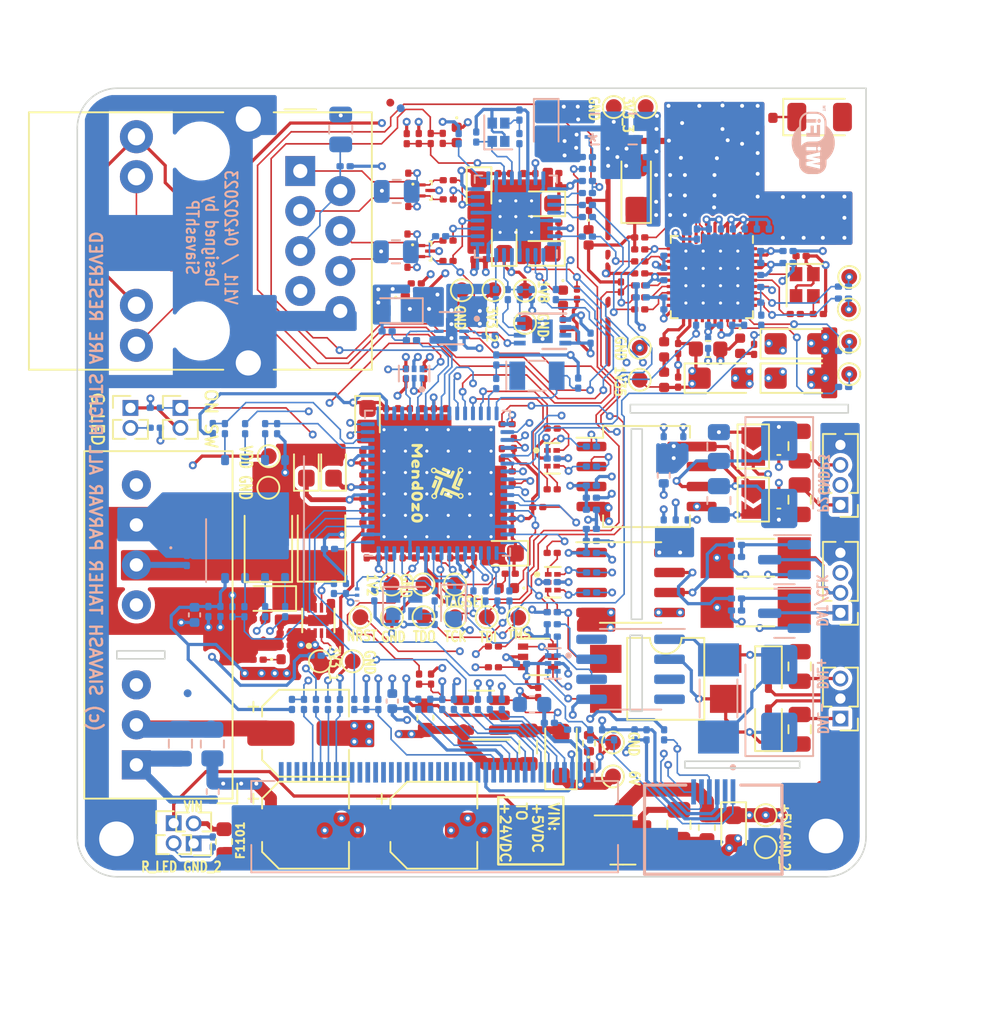
<source format=kicad_pcb>
(kicad_pcb (version 20221018) (generator pcbnew)
  (layers (0 "F.Cu" signal) (1 "In1.Cu" signal) (2 "In2.Cu" signal) (31 "B.Cu" signal) (34 "B.Paste" user) (35 "F.Paste" user) (36 "B.SilkS" user "B.Silkscreen") (37 "F.SilkS" user "F.Silkscreen") (38 "B.Mask" user) (39 "F.Mask" user) (44 "Edge.Cuts" user))
  (net 0 "")
  (net 1 "GND1")
  (net 2 "/BLOCK DIAGRAM/+3V3_1")
  (net 3 "/BLOCK DIAGRAM/MCU_ATSAM4SD/MCU_VOUT_1V2")
  (net 4 "/BLOCK DIAGRAM/MCU_ATSAM4SD/MCU_XIN")
  (net 5 "/BLOCK DIAGRAM/MCU_ATSAM4SD/MCU_XIN_32")
  (net 6 "/BLOCK DIAGRAM/MCU_ATSAM4SD/MCU_NRST")
  (net 7 "/BLOCK DIAGRAM/+3V3_2")
  (net 8 "/BLOCK DIAGRAM/ETHERNET CONTROLLER/KSZ_XTAL1")
  (net 9 "/BLOCK DIAGRAM/ETHERNET CONTROLLER/KSZ_1V8_OUT")
  (net 10 "/BLOCK DIAGRAM/ETHERNET CONTROLLER/KSZ_RSTN")
  (net 11 "+1V35")
  (net 12 "/BLOCK DIAGRAM/WIFI TXRX/ATWIL_VBATT")
  (net 13 "/BLOCK DIAGRAM/WIFI TXRX/ATWIL_VBATT_BUCK")
  (net 14 "/BLOCK DIAGRAM/WIFI TXRX/ATWIL_VDDIO")
  (net 15 "/BLOCK DIAGRAM/WIFI TXRX/ATWIL_TX_P")
  (net 16 "/BLOCK DIAGRAM/WIFI TXRX/ATWIL_TX_N")
  (net 17 "/BLOCK DIAGRAM/WIFI TXRX/ATWIL_XO_P")
  (net 18 "/BLOCK DIAGRAM/WIFI TXRX/ATWIL_VDDIO_A")
  (net 19 "/BLOCK DIAGRAM/2.4\" TFT LCD + TOUCH/CTP_RESET")
  (net 20 "/BLOCK DIAGRAM/2.4\" TFT LCD + TOUCH/TFT_RESET")
  (net 21 "/BLOCK DIAGRAM/ISOLATED DMX/MAX22028_VDDA")
  (net 22 "/BLOCK DIAGRAM/ISOLATED DMX/MAX22028_VDDB")
  (net 23 "GND2")
  (net 24 "/BLOCK DIAGRAM/ISOLATED RGB CHIP/ISO7720_VCC1")
  (net 25 "/BLOCK DIAGRAM/ISOLATED RGB CHIP/ISO7720_VCC2")
  (net 26 "/BLOCK DIAGRAM/ISOLATED DCDC CONVERTER/AP05_BST")
  (net 27 "/BLOCK DIAGRAM/ISOLATED DCDC CONVERTER/AP05_SW")
  (net 28 "VDD")
  (net 29 "/BLOCK DIAGRAM/+3V3_3")
  (net 30 "+6V")
  (net 31 "/BLOCK DIAGRAM/ISOLATED DMX/MAX22028_A")
  (net 32 "/BLOCK DIAGRAM/ISOLATED DMX/MAX22028_B")
  (net 33 "Earth")
  (net 34 "/BLOCK DIAGRAM/LDO REGULATORS/PWR_EN")
  (net 35 "/BLOCK DIAGRAM/LDO REGULATORS/AP_SW")
  (net 36 "VCC")
  (net 37 "/BLOCK DIAGRAM/ISOLATED DMX/XLR_PIN2")
  (net 38 "/BLOCK DIAGRAM/ISOLATED DMX/XLR_PIN3")
  (net 39 "/BLOCK DIAGRAM/ISOLATED DALI/DALI_+")
  (net 40 "/BLOCK DIAGRAM/ISOLATED DALI/DALI_-")
  (net 41 "/BLOCK DIAGRAM/512MB SPI FLASH/~{WP}")
  (net 42 "/BLOCK DIAGRAM/ETHERNET CONTROLLER/KSZ_LED0")
  (net 43 "/BLOCK DIAGRAM/ETHERNET CONTROLLER/KSZ_LED1")
  (net 44 "/BLOCK DIAGRAM/2.4\" TFT LCD + TOUCH/TFT_IM0")
  (net 45 "/BLOCK DIAGRAM/2.4\" TFT LCD + TOUCH/TFT_IM1")
  (net 46 "/BLOCK DIAGRAM/2.4\" TFT LCD + TOUCH/TFT_IM2")
  (net 47 "/BLOCK DIAGRAM/2.4\" TFT LCD + TOUCH/TFT_SDA")
  (net 48 "/BLOCK DIAGRAM/2.4\" TFT LCD + TOUCH/TFT_D{slash}C")
  (net 49 "/BLOCK DIAGRAM/2.4\" TFT LCD + TOUCH/TFT_CLK")
  (net 50 "/BLOCK DIAGRAM/CTP_INT")
  (net 51 "/BLOCK DIAGRAM/I2C_SCL")
  (net 52 "/BLOCK DIAGRAM/I2C_SDA")
  (net 53 "/BLOCK DIAGRAM/ISOLATED RGB CHIP/RGB_DATA{slash}CLK_1")
  (net 54 "/BLOCK DIAGRAM/ISOLATED RGB CHIP/RGB_DATA{slash}CLK_2")
  (net 55 "+5V")
  (net 56 "/BLOCK DIAGRAM/WIFI TXRX/ATWIL_VSW")
  (net 57 "/BLOCK DIAGRAM/KSZ_PME")
  (net 58 "/BLOCK DIAGRAM/MCU_ATSAM4SD/MCU_ERASE")
  (net 59 "/BLOCK DIAGRAM/MCU_ATSAM4SD/PGMR_TDI")
  (net 60 "/BLOCK DIAGRAM/MCU_ATSAM4SD/MCU_TDI")
  (net 61 "/BLOCK DIAGRAM/MCU_ATSAM4SD/PGMR_TDO")
  (net 62 "/BLOCK DIAGRAM/MCU_ATSAM4SD/MCU_TDO")
  (net 63 "/BLOCK DIAGRAM/MCU_ATSAM4SD/PGMR_TCK")
  (net 64 "/BLOCK DIAGRAM/MCU_ATSAM4SD/MCU_TCK")
  (net 65 "/BLOCK DIAGRAM/MCU_ATSAM4SD/PGMR_TMS")
  (net 66 "/BLOCK DIAGRAM/MCU_ATSAM4SD/MCU_TMS")
  (net 67 "/BLOCK DIAGRAM/MCU_ATSAM4SD/MCU_JTAGSEL")
  (net 68 "/BLOCK DIAGRAM/MCU_ATSAM4SD/MCU_TST")
  (net 69 "/BLOCK DIAGRAM/MCU_ATSAM4SD/MCU_ADVREF")
  (net 70 "/BLOCK DIAGRAM/MCU_ATSAM4SD/MCU_XOUT")
  (net 71 "/BLOCK DIAGRAM/MCU_ATSAM4SD/MCU_XOUT_32")
  (net 72 "/BLOCK DIAGRAM/ATWIL_~{RST}")
  (net 73 "/BLOCK DIAGRAM/KSZ_~{RST}")
  (net 74 "/BLOCK DIAGRAM/512MB SPI FLASH/~{HOLD}")
  (net 75 "/BLOCK DIAGRAM/512MB SPI FLASH/~{CHIPSEL}")
  (net 76 "/BLOCK DIAGRAM/512MB SPI FLASH/DO")
  (net 77 "/BLOCK DIAGRAM/ETHERNET CONTROLLER/KSZ_XTAL2")
  (net 78 "/BLOCK DIAGRAM/ETHERNET CONTROLLER/KSZ_ISET")
  (net 79 "/BLOCK DIAGRAM/ETHERNET CONTROLLER/KSZ_CSN")
  (net 80 "/BLOCK DIAGRAM/KSZ_~{CS}")
  (net 81 "/BLOCK DIAGRAM/ETHERNET CONTROLLER/KSZ_SO")
  (net 82 "/BLOCK DIAGRAM/MSPI_DI")
  (net 83 "/BLOCK DIAGRAM/ETHERNET CONTROLLER/KSZ_SI")
  (net 84 "/BLOCK DIAGRAM/MSPI_DO")
  (net 85 "/BLOCK DIAGRAM/ETHERNET CONTROLLER/KSZ_SCK")
  (net 86 "/BLOCK DIAGRAM/MSPI_CLK")
  (net 87 "/BLOCK DIAGRAM/KSZ_INTRN")
  (net 88 "/BLOCK DIAGRAM/WIFI TXRX/ATWIL_XO_N")
  (net 89 "/BLOCK DIAGRAM/WIFI TXRX/ATWIL_SPI_CFG")
  (net 90 "/BLOCK DIAGRAM/ATWIL_EN")
  (net 91 "/BLOCK DIAGRAM/ATWIL_~{CS}")
  (net 92 "/BLOCK DIAGRAM/WIFI TXRX/ATWIL_RXD")
  (net 93 "/BLOCK DIAGRAM/WIFI TXRX/ATWIL_TXD")
  (net 94 "/BLOCK DIAGRAM/ATWIL_IRNQ")
  (net 95 "/BLOCK DIAGRAM/CTP_~{RST}")
  (net 96 "/BLOCK DIAGRAM/TFT_~{CS}")
  (net 97 "/BLOCK DIAGRAM/TFT_~{RST}")
  (net 98 "/BLOCK DIAGRAM/TFT_DC")
  (net 99 "/BLOCK DIAGRAM/W25N_~{HOLD}")
  (net 100 "/BLOCK DIAGRAM/W25N_~{WP}")
  (net 101 "/BLOCK DIAGRAM/512MB SPI FLASH/DI")
  (net 102 "/BLOCK DIAGRAM/W25N_~{CS}")
  (net 103 "/BLOCK DIAGRAM/512MB SPI FLASH/CLK")
  (net 104 "/BLOCK DIAGRAM/DMX_RX")
  (net 105 "/BLOCK DIAGRAM/ISOLATED DMX/DMX_BUFF_1Y")
  (net 106 "/BLOCK DIAGRAM/DMX_TX")
  (net 107 "/BLOCK DIAGRAM/ISOLATED DMX/DMX_BUFF_2A")
  (net 108 "/BLOCK DIAGRAM/ISOLATED DMX/DMX_BUFF_1A")
  (net 109 "/BLOCK DIAGRAM/ISOLATED DMX/MAX22028_RXD")
  (net 110 "/BLOCK DIAGRAM/ISOLATED DMX/DMX_BUFF_2Y")
  (net 111 "/BLOCK DIAGRAM/ISOLATED DMX/MAX22028_TXD")
  (net 112 "/BLOCK DIAGRAM/DALI_RX")
  (net 113 "/BLOCK DIAGRAM/ISOLATED DALI/DALI_BUFF_2Y")
  (net 114 "/BLOCK DIAGRAM/DALI_TX")
  (net 115 "/BLOCK DIAGRAM/ISOLATED DALI/DALI_BUFF_1A")
  (net 116 "/BLOCK DIAGRAM/ISOLATED DALI/DALI_BUFF_1Y")
  (net 117 "/BLOCK DIAGRAM/ISOLATED DALI/DALI_BUFF_2A")
  (net 118 "/BLOCK DIAGRAM/RGB_2_SIG")
  (net 119 "/BLOCK DIAGRAM/ISOLATED RGB CHIP/RGB_BUFF_2A")
  (net 120 "/BLOCK DIAGRAM/RGB_1_SIG")
  (net 121 "/BLOCK DIAGRAM/ISOLATED RGB CHIP/RGB_BUFF_1A")
  (net 122 "/BLOCK DIAGRAM/ISOLATED RGB CHIP/RGB_BUFF_2Y")
  (net 123 "/BLOCK DIAGRAM/ISOLATED RGB CHIP/ISO7720_INA")
  (net 124 "/BLOCK DIAGRAM/ISOLATED RGB CHIP/RGB_BUFF_1Y")
  (net 125 "/BLOCK DIAGRAM/ISOLATED RGB CHIP/ISO7720_INB")
  (net 126 "/BLOCK DIAGRAM/ISOLATED DCDC CONVERTER/AP05_EN")
  (net 127 "/BLOCK DIAGRAM/LDO REGULATORS/LD56_2_LCON")
  (net 128 "/BLOCK DIAGRAM/LDO REGULATORS/KSZ_PWR_EN")
  (net 129 "/BLOCK DIAGRAM/LDO REGULATORS/LD56_2_EN")
  (net 130 "/BLOCK DIAGRAM/LDO REGULATORS/ATWIL_PWR_EN")
  (net 131 "/BLOCK DIAGRAM/LDO REGULATORS/BD33_EN")
  (net 132 "/BLOCK DIAGRAM/LDO REGULATORS/BKL_EN")
  (net 133 "/BLOCK DIAGRAM/LDO REGULATORS/AP_~{SHDN}")
  (net 134 "/BLOCK DIAGRAM/LDO REGULATORS/LD56_1_LCON")
  (net 135 "/BLOCK DIAGRAM/LDO REGULATORS/LD56_1_EN")
  (net 136 "/BLOCK DIAGRAM/LDO REGULATORS/AP_FB")
  (net 137 "/BLOCK DIAGRAM/MCU_ATSAM4SD/MCU_SPI_CLK")
  (net 138 "/BLOCK DIAGRAM/MCU_ATSAM4SD/MCU_SPI_SDO")
  (net 181 "Net-(U904-K)")
  (net 182 "Net-(U904-B)")
  (net 183 "Net-(U904-A)")
  (net 184 "Net-(U901-2Y)")
  (net 185 "Net-(U901-1A)")
  (net 186 "Net-(U501-SD_DAT2{slash}SPI_RXD)")
  (net 187 "Net-(U501-SD_DAT1{slash}SPI_SSN)")
  (net 188 "Net-(U501-SD_DAT0{slash}SPI_TXD)")
  (net 189 "Net-(U501-SD_CMD{slash}SPI_SCK)")
  (net 190 "Net-(U501-RESETN)")
  (net 191 "Net-(U501-I2C_SDA)")
  (net 192 "Net-(U501-I2C_SCL)")
  (net 193 "Net-(U402-SK)")
  (net 194 "Net-(U402-DO)")
  (net 195 "Net-(U402-DI)")
  (net 196 "Net-(U402-CS)")
  (net 197 "Net-(U401-TXP)")
  (net 198 "Net-(U401-TXM)")
  (net 199 "Net-(U401-RXP)")
  (net 200 "Net-(U401-RXM)")
  (net 201 "Net-(U401-LED1)")
  (net 202 "Net-(U401-LED0)")
  (net 203 "Net-(U401-EESK)")
  (net 204 "Net-(U401-EECS)")
  (net 205 "Net-(U401-EDD_IO)")
  (net 206 "Net-(U301-PA2{slash}PGMEN2)")
  (net 207 "Net-(U1102-VIN)")
  (net 208 "Net-(U1002-OUTB)")
  (net 209 "Net-(U1002-OUTA)")
  (net 210 "Net-(R904-Pad1)")
  (net 211 "Net-(R517-Pad2)")
  (net 212 "Net-(R516-Pad2)")
  (net 213 "Net-(R515-Pad2)")
  (net 214 "Net-(R514-Pad2)")
  (net 215 "Net-(Q1002-Pad1)")
  (net 216 "Net-(Q1001-Pad1)")
  (net 217 "Net-(LED401-Pad2)")
  (net 218 "Net-(LED303-Pad2)")
  (net 219 "Net-(LED302-Pad2)")
  (net 220 "Net-(LED301-Pad2)")
  (net 221 "Net-(LED1204-Pad1)")
  (net 222 "Net-(LED1203-Pad1)")
  (net 223 "Net-(LED1202-Pad1)")
  (net 224 "Net-(LED1201-Pad1)")
  (net 225 "Net-(L505-Pad2)")
  (net 226 "Net-(JMP802-Pad1)")
  (net 227 "Net-(JMP801-Pad2)")
  (net 228 "Net-(J601-Pad9)")
  (net 229 "Net-(J601-Pad8)")
  (net 230 "Net-(J601-Pad36)")
  (net 231 "Net-(J601-Pad33)")
  (net 232 "Net-(J601-Pad11)")
  (net 233 "Net-(J601-Pad10)")
  (net 234 "Net-(J1103-Pad2)")
  (net 235 "Net-(J1102-Pad2)")
  (net 236 "Net-(F1101-Pad1)")
  (net 237 "Net-(D901-Pad2)")
  (net 238 "Net-(D402-CH2)")
  (net 239 "Net-(D402-CH1)")
  (net 240 "Net-(D401-CH2)")
  (net 241 "Net-(D401-CH1)")
  (net 242 "Net-(C523-Pad2)")
  (net 243 "Net-(C512-Pad2)")
  (net 244 "Net-(C511-Pad2)")
  (net 245 "Net-(C503-Pad2)")
  (net 246 "Net-(C503-Pad1)")
  (net 247 "Net-(C407-Pad2)")
  (net 248 "Net-(C403-Pad1)")
  (net 249 "Net-(C402-Pad1)")
  (net 250 "Net-(C401-Pad1)")
  (net 251 "Net-(C323-Pad2)")
  (net 252 "Net-(C321-Pad2)")
  (net 253 "Net-(C1205-Pad2)")
  (net 254 "Net-(ANT501-Pad1)")
  (footprint "Fuse:Fuse_0805_2012Metric" (layer "F.Cu") (at 134.8486 155.6004 90)
    (fp_text reference "F902" hide)
    (fp_text value "0805L010/24YR")
  )
  (footprint "Capacitor_SMD:C_0201_0603Metric" (layer "F.Cu") (at 113.403892 144.399 -90)
    (fp_text reference "C328" hide)
    (fp_text value "10nF/6V3")
  )
  (footprint "Resistor_SMD:R_0201_0603Metric" (layer "F.Cu") (at 116.2558 136.2202)
    (fp_text reference "R303" hide)
    (fp_text value "3K3R_1/20W")
  )
  (footprint "Capacitor_Tantalum_SMD:CP_EIA-1608-08_AVX-J" (layer "F.Cu") (at 103.505 138.938 90)
    (fp_text reference "TC301" hide)
    (fp_text value "47uF/6V3")
  )
  (footprint "Resistor_SMD:R_0201_0603Metric" (layer "F.Cu") (at 109.931688 125.937217 -90)
    (fp_text reference "R402" hide)
    (fp_text value "49R9_1/20W")
  )
  (footprint "Capacitor_SMD:C_0201_0603Metric" (layer "F.Cu") (at 119.2276 124.1806 180)
    (fp_text reference "C409" hide)
    (fp_text value "100nF/6V3")
  )
  (footprint "Capacitor_Tantalum_SMD:CP_EIA-1608-08_AVX-J" (layer "F.Cu") (at 107.3912 135.9408 -90)
    (fp_text reference "TC304" hide)
    (fp_text value "47uF/6V3")
  )
  (footprint "TestPoint:TestPoint_Pad_D1.0mm" (layer "F.Cu") (at 110.9472 146.4017 90)
    (fp_text reference "TP309" hide)
    (fp_text value "~")
  )
  (footprint "_PCBLIB_SparkleSplashy:8-DFN" (layer "F.Cu") (at 104.267 148.6916 90)
    (fp_text reference "U1204" hide)
    (fp_text value "LD56100DPU33R")
  )
  (footprint "Capacitor_SMD:C_0201_0603Metric" (layer "F.Cu") (at 128.0922 119.3292 -90)
    (fp_text reference "C518" hide)
    (fp_text value "1p8F/50V")
  )
  (footprint "Capacitor_SMD:C_0201_0603Metric" (layer "F.Cu") (at 107.4166 137.935352 180)
    (fp_text reference "C316" hide)
    (fp_text value "100nF/6V3")
  )
  (footprint "Inductor_SMD:L_0402_1005Metric" (layer "F.Cu") (at 132.6642 116.7638 180)
    (fp_text reference "L501" hide)
    (fp_text value "L-07C3N9SV6T")
  )
  (footprint "_PCBLIB_SparkleSplashy:3-XDFN" (layer "F.Cu") (at 111.0683 121.3741)
    (fp_text reference "D401" hide)
    (fp_text value "RCLAMP0512TQTNT")
  )
  (footprint "TestPoint:TestPoint_Pad_D1.0mm" (layer "F.Cu") (at 106.9372 148.4852 90)
    (fp_text reference "TP307" hide)
    (fp_text value "~")
  )
  (footprint "LED_SMD:LED_0402_1005Metric" (layer "F.Cu") (at 113.059525 117.849227 -90)
    (fp_text reference "LED303" hide)
    (fp_text value "AMBER")
  )
  (footprint "Capacitor_Tantalum_SMD:CP_EIA-1608-08_AVX-J" (layer "F.Cu") (at 118.4148 125.3744 180)
    (fp_text reference "TC403" hide)
    (fp_text value "47uF/6V3")
  )
  (footprint "Resistor_SMD:R_0201_0603Metric" (layer "F.Cu") (at 124.6886 125.1204)
    (fp_text reference "R518" hide)
    (fp_text value "1MR_1/20W")
  )
  (footprint "Connector_PinHeader_1.27mm:PinHeader_1x04_P1.27mm_Vertical" (layer "F.Cu") (at 137.4394 148.204 180)
    (fp_text reference "J1001" hide)
    (fp_text value "FHDR_4POS_1.27MM")
  )
  (footprint "TestPoint:TestPoint_Pad_D1.0mm" (layer "F.Cu") (at 132.6896 163.0934)
    (fp_text reference "TP1104" hide)
    (fp_text value "~")
  )
  (footprint "TestPoint:TestPoint_Pad_D1.0mm" (layer "F.Cu") (at 137.9982 126.873 -90)
    (fp_text reference "TP503" hide)
    (fp_text value "~")
  )
  (footprint "Connector_PinHeader_1.27mm:PinHeader_1x02_P1.27mm_Vertical" (layer "F.Cu") (at 96.345929 162.851729 180)
    (fp_text reference "J1101" hide)
    (fp_text value "GRPB021VWVN-RC")
  )
  (footprint "Capacitor_Tantalum_SMD:CP_EIA-3216-10_Kemet-I" (layer "F.Cu") (at 129.8486 133.2992)
    (fp_text reference "TC501" hide)
    (fp_text value "22uF/6V3")
  )
  (footprint "Capacitor_SMD:C_0201_0603Metric" (layer "F.Cu") (at 108.1024 144.399 -90)
    (fp_text reference "C329" hide)
    (fp_text value "10nF/6V3")
  )
  (footprint "Resistor_SMD:R_0201_0603Metric" (layer "F.Cu") (at 119.126 148.1582)
    (fp_text reference "R1002" hide)
    (fp_text value "100R_1/20W")
  )
  (footprint "Resistor_SMD:R_0201_0603Metric" (layer "F.Cu") (at 109.982 122.0724 -90)
    (fp_text reference "R404" hide)
    (fp_text value "49R9_1/20W")
  )
  (footprint "_PCBLIB_SparkleSplashy:6-SON" (layer "F.Cu") (at 119.1006 138.3792)
    (fp_text reference "U801" hide)
    (fp_text value "SN74LVC2G17DRYR")
  )
  (footprint "Fiducial:Fiducial_0.5mm_Mask1mm" (layer "F.Cu") (at 136.1694 159.131)
    (fp_text reference "FD1301" hide)
    (fp_text value "~")
  )
  (footprint "Resistor_SMD:R_0201_0603Metric" (layer "F.Cu") (at 124.6886 128.1684 180)
    (fp_text reference "R510" hide)
    (fp_text value "27R4_1/20W")
  )
  (footprint "Resistor_SMD:R_0201_0603Metric" (layer "F.Cu") (at 110.648645 118.077011 90)
    (fp_text reference "R419" hide)
    (fp_text value "100KR_1/20W")
  )
  (footprint "Resistor_SMD:R_0201_0603Metric" (layer "F.Cu") (at 112.5068 124.5616)
    (fp_text reference "R412" hide)
    (fp_text value "0R_1/20W")
  )
  (footprint "TestPoint:TestPoint_Pad_D1.0mm" (layer "F.Cu") (at 122.9868 158.5976)
    (fp_text reference "TP1201" hide)
    (fp_text value "~")
  )
  (footprint "Package_SO:SOIC-8_3.9x4.9mm_P1.27mm" (layer "F.Cu") (at 124.1044 146.2786)
    (fp_text reference "U1002" hide)
    (fp_text value "ISO7720FDR")
  )
  (footprint "Resistor_SMD:R_0201_0603Metric" (layer "F.Cu") (at 109.982 120.5992 90)
    (fp_text reference "R405" hide)
    (fp_text value "49R9_1/20W")
  )
  (footprint "Capacitor_SMD:C_0201_0603Metric" (layer "F.Cu") (at 109.8296 133.0198 90)
    (fp_text reference "C331" hide)
    (fp_text value "2u2F/6V3")
  )
  (footprint "Converter_DCDC:Converter_DCDC_XP_POWER-ITxxxxxS_THT" (layer "F.Cu") (at 92.707 157.861 180)
    (fp_text reference "U1102" hide)
    (fp_text value "PRM3W-E12-S5-S")
  )
  (footprint "Capacitor_SMD:CP_Elec_5x5.3" (layer "F.Cu") (at 103.4542 155.8544)
    (fp_text reference "EC1103" hide)
    (fp_text value "10uF/50V")
  )
  (footprint "Capacitor_SMD:C_0201_0603Metric" (layer "F.Cu") (at 107.3404 144.399 -90)
    (fp_text reference "C330" hide)
    (fp_text value "470pF/50V")
  )
  (footprint "Resistor_SMD:R_0201_0603Metric" (layer "F.Cu") (at 112.172925 118.067327 90)
    (fp_text reference "R314" hide)
    (fp_text value "499R_1/20W")
  )
  (footprint "Resistor_SMD:R_0201_0603Metric" (layer "F.Cu") (at 110.6678 152.4148 -90)
    (fp_text reference "R1204" hide)
    (fp_text value "1KR_1/20W")
  )
  (footprint "Capacitor_SMD:C_0201_0603Metric" (layer "F.Cu") (at 111.141666 144.401978 -90)
    (fp_text reference "C310" hide)
    (fp_text value "1nF/50V")
  )
  (footprint "Capacitor_SMD:C_0201_0603Metric" (layer "F.Cu") (at 118.0592 120.6246 -90)
    (fp_text reference "C414" hide)
    (fp_text value "100nF/6V3")
  )
  (footprint "LED_SMD:LED_0402_1005Metric" (layer "F.Cu") (at 121.4374 158.4611 -90)
    (fp_text reference "LED1204" hide)
    (fp_text value "BLUE")
  )
  (footprint "TestPoint:TestPoint_Pad_D1.0mm" (layer "F.Cu") (at 108.9152 146.4017 90)
    (fp_text reference "TP308" hide)
    (fp_text value "~")
  )
  (footprint "Fuse:Fuse_0603_1608Metric" (layer "F.Cu") (at 98.2726 162.7378 -90)
    (fp_text reference "F1101")
    (fp_text value "ERB-RE1R00V")
  )
  (footprint "Capacitor_SMD:C_0201_0603Metric" (layer "F.Cu") (at 114.1222 125.4506 90)
    (fp_text reference "C411" hide)
    (fp_text value "10nF/6V3")
  )
  (footprint "Capacitor_SMD:C_0201_0603Metric" (layer "F.Cu") (at 108.573 135.554129 90)
    (fp_text reference "C308" hide)
    (fp_text value "10nF/6V3")
  )
  (footprint "Capacitor_SMD:C_0201_0603Metric" (layer "F.Cu") (at 109.884525 118.087327 90)
    (fp_text reference "C416" hide)
    (fp_text value "1uF/6V3")
  )
  (footprint "Capacitor_Tantalum_SMD:CP_EIA-3528-21_Kemet-B" (layer "F.Cu") (at 101.092 143.7894 90)
    (fp_text reference "TC1102" hide)
    (fp_text value "33uF/16V")
  )
  (footprint "Inductor_SMD:L_0402_1005Metric" (layer "F.Cu") (at 126.238 133.4032 90)
    (fp_text reference "L505" hide)
    (fp_text value "MLZ1005M2R2WT000")
  )
  (footprint "Inductor_SMD:L_0201_0603Metric" (layer "F.Cu") (at 128.0922 117.094 -90)
    (fp_text reference "L504" hide)
    (fp_text value "WLCM0603TGB3N3TB")
  )
  (footprint "LED_SMD:LED_0402_1005Metric" (layer "F.Cu") (at 131.064 131.2418 -90)
    (fp_text reference "LED301" hide)
    (fp_text value "ORANGE")
  )
  (footprint "Resistor_SMD:R_0201_0603Metric" (layer "F.Cu") (at 115.9256 138.0998 -90)
    (fp_text reference "R301" hide)
    (fp_text value "10KR_1/20W")
  )
  (footprint "Resistor_SMD:R_0201_0603Metric" (layer "F.Cu") (at 119.126 144.399)
    (fp_text reference "R1001" hide)
    (fp_text value "100R_1/20W")
  )
  (footprint "Capacitor_Tantalum_SMD:CP_EIA-1608-08_AVX-J" (layer "F.Cu") (at 116.078 144.4244 180)
    (fp_text reference "TC303" hide)
    (fp_text value "47uF/6V3")
  )
  (footprint "Capacitor_SMD:C_0201_0603Metric" (layer "F.Cu") (at 112.3696 135.5576 90)
    (fp_text reference "C314" hide)
    (fp_text value "2u2F/6V3")
  )
  (footprint "Resistor_SMD:R_0201_0603Metric" (layer "F.Cu") (at 111.4298 152.4148 90)
    (fp_text reference "R1206" hide)
    (fp_text value "10KR_1/20W")
  )
  (footprint "TestPoint:TestPoint_Pad_D1.0mm" (layer "F.Cu") (at 122.9868 156.4386)
    (fp_text reference "TP1202" hide)
    (fp_text value "~")
  )
  (footprint "Resistor_SMD:R_0201_0603Metric" (layer "F.Cu") (at 112.522 121.9454)
    (fp_text reference "R411" hide)
    (fp_text value "0R_1/20W")
  )
  (footprint "Connector_PinHeader_1.27mm:PinHeader_1x04_P1.27mm_Vertical" (layer "F.Cu") (at 137.4394 141.351 180)
    (fp_text reference "J801" hide)
    (fp_text value "FHDR_4POS_1.27MM")
  )
  (footprint "Resistor_SMD:R_0201_0603Metric" (layer "F.Cu") (at 131.953 131.4704 90)
    (fp_text reference "R312" hide)
    (fp_text value "499R_1/20W")
  )
  (footprint "Resistor_SMD:R_0201_0603Metric" (layer "F.Cu") (at 124.6886 127.4064 180)
    (fp_text reference "R509" hide)
    (fp_text value "27R4_1/20W")
  )
  (footprint "TestPoint:TestPoint_Pad_D1.0mm" (layer "F.Cu") (at 112.957 148.4852 90)
    (fp_text reference "TP304" hide)
    (fp_text value "~")
  )
  (footprint "Capacitor_SMD:C_0603_1608Metric" (layer "F.Cu") (at 111.065082 154.87027 -90)
    (fp_text reference "C1203" hide)
    (fp_text value "10uF/16V")
  )
  (footprint "Capacitor_SMD:C_0201_0603Metric" (layer "F.Cu") (at 107.418884 141.725469 180)
    (fp_text reference "C301" hide)
    (fp_text value "100nF/6V3")
  )
  (footprint "Inductor_SMD:L_0805_2012Metric" (layer "F.Cu") (at 117.602 156.7434 90)
    (fp_text reference "L1201" hide)
    (fp_text value "10uH")
  )
  (footprint "Capacitor_SMD:C_0201_0603Metric" (layer "F.Cu") (at 119.2276 123.4186 180)
    (fp_text reference "C412" hide)
    (fp_text value "10nF/6V3")
  )
  (footprint "Capacitor_SMD:C_0201_0603Metric" (layer "F.Cu") (at 128.8542 119.3292 -90)
    (fp_text reference "C517" hide)
    (fp_text value "1p8F/50V")
  )
  (footprint "Diode_SMD:D_SOD-123F" (layer "F.Cu") (at 119.6848 157.2006 90)
    (fp_text reference "D1202" hide)
    (fp_text value "1N5819HW1-7-F")
  )
  (footprint "Capacitor_SMD:C_0201_0603Metric" (layer "F.Cu") (at 107.4166 139.446 180)
    (fp_text reference "C326" hide)
    (fp_text value "10nF/6V3")
  )
  (footprint "Resistor_SMD:R_0201_0603Metric" (layer "F.Cu") (at 115.3922 151.6634)
    (fp_text reference "R902" hide)
    (fp_text value "100R_1/20W")
  )
  (footprint "Capacitor_Tantalum_SMD:CP_EIA-1608-08_AVX-J" (layer "F.Cu") (at 114.4778 121.412 -90)
    (fp_text reference "TC401" hide)
    (fp_text value "47uF/6V3")
  )
  (footprint "Capacitor_SMD:C_0201_0603Metric" (layer "F.Cu") (at 127.127 133.5532 -90)
    (fp_text reference "C501" hide)
    (fp_text value "10nF/6V3")
  )
  (footprint "Inductor_SMD:L_0402_1005Metric" (layer "F.Cu") (at 131.191 117.2488 -90)
    (fp_text reference "L502" hide)
    (fp_text value "L-07C2N7SV6T")
  )
  (footprint "TestPoint:TestPoint_Pad_D1.0mm" (layer "F.Cu") (at 110.9504 148.4852 90)
    (fp_text reference "TP303" hide)
    (fp_text value "~")
  )
  (footprint "Capacitor_SMD:C_0201_0603Metric" (layer "F.Cu") (at 116.270679 143.00323)
    (fp_text reference "C311" hide)
    (fp_text value "1nF/50V")
  )
  (footprint "Capacitor_SMD:C_0201_0603Metric" (layer "F.Cu") (at 107.4166 140.97 180)
    (fp_text reference "C305" hide)
    (fp_text value "10nF/6V3")
  )
  (footprint "Resistor_SMD:R_0201_0603Metric" (layer "F.Cu") (at 120.523 163.2712 90)
    (fp_text reference "R1101" hide)
    (fp_text value "10KR_1/20W")
  )
  (footprint "Resistor_SMD:R_0201_0603Metric" (layer "F.Cu") (at 124.6886 128.9304 180)
    (fp_text reference "R512" hide)
    (fp_text value "27R4_1/20W")
  )
  (footprint "Capacitor_Tantalum_SMD:CP_EIA-1608-08_AVX-J" (layer "F.Cu") (at 105.2322 138.938 90)
    (fp_text reference "TC305" hide)
    (fp_text value "47uF/6V3")
  )
  (footprint "TestPoint:TestPoint_Pad_D1.0mm" (layer "F.Cu") (at 115.3922 127.7112 180)
    (fp_text reference "TP1205" hide)
    (fp_text value "~")
  )
  (footprint "Resistor_SMD:R_0201_0603Metric" (layer "F.Cu") (at 119.126 140.3604)
    (fp_text reference "R802" hide)
    (fp_text value "100R_1/20W")
  )
  (footprint "_PCBLIB_SparkleSplashy:3-XDFN" (layer "F.Cu") (at 111.0506 125.2276)
    (fp_text reference "D402" hide)
    (fp_text value "RCLAMP0512TQTNT")
  )
  (footprint "Inductor_SMD:L_0201_0603Metric" (layer "F.Cu") (at 129.2098 118.2116 180)
    (fp_text reference "L503" hide)
    (fp_text value "WLCM0603TGB3N3TB")
  )
  (footprint "Capacitor_SMD:C_0201_0603Metric" (layer "F.Cu") (at 110.8456 135.5576 90)
    (fp_text reference "C317" hide)
    (fp_text value "100nF/6V3")
  )
  (footprint "TestPoint:TestPoint_Pad_D1.0mm" (layer "F.Cu") (at 112.9538 146.4017)
    (fp_text reference "TP306" hide)
    (fp_text value "~")
  )
  (footprint "TestPoint:TestPoint_Pad_D1.0mm" (layer "F.Cu") (at 117.3988 129.794)
    (fp_text reference "TP402" hide)
    (fp_text value "~")
  )
  (footprint "Resistor_SMD:R_0201_0603Metric" (layer "F.Cu") (at 115.3922 150.3426)
    (fp_text reference "R901" hide)
    (fp_text value "100R_1/20W")
  )
  (footprint "Capacitor_SMD:C_0201_0603Metric" (layer "F.Cu") (at 117.2972 120.6246 -90)
    (fp_text reference "C415" hide)
    (fp_text value "10nF/6V3")
  )
  (footprint "Resistor_SMD:R_0201_0603Metric" (layer "F.Cu") (at 123.4948 127.508 -90)
    (fp_text reference "R520" hide)
    (fp_text value "1MR_1/20W")
  )
  (footprint "Capacitor_SMD:C_0201_0603Metric" (layer "F.Cu") (at 107.4166 138.6918 180)
    (fp_text reference "C313" hide)
    (fp_text value "2u2F/6V3")
  )
  (footprint "Capacitor_SMD:C_0201_0603Metric" (layer "F.Cu") (at 108.865077 144.399521 -90)
    (fp_text reference "C325" hide)
    (fp_text value "100nF/6V3")
  )
  (footprint "Capacitor_SMD:C_0201_0603Metric" (layer "F.Cu") (at 116.270679 142.24123)
    (fp_text reference "C307" hide)
    (fp_text value "10nF/6V3")
  )
  (footprint "Diode_SMD:Nexperia_DSN0603-2_0.6x0.3mm_P0.4mm" (layer "F.Cu") (at 133.5278 137.6172 90)
    (fp_text reference "D803" hide)
    (fp_text value "ESDZV5H-1BU2")
  )
  (footprint "Capacitor_SMD:C_0201_0603Metric" (layer "F.Cu") (at 118.237 153.2636 -90)
    (fp_text reference "C901" hide)
    (fp_text value "2u2F/6V3")
  )
  (footprint "Resistor_SMD:R_MELF_MMB-0207" (layer "F.Cu") (at 132.0546 144.7038 180)
    (fp_text reference "R1012" hide)
    (fp_text value "1KR_1W")
  )
  (footprint "Fuse:Fuse_0805_2012Metric" (layer "F.Cu") (at 134.8486 141.0185 90)
    (fp_text reference "F801" hide)
    (fp_text value "0805L010/24YR")
  )
  (footprint "Diode_SMD:D_SOD-323" (layer "F.Cu") (at 132.8674 155.3718 90)
    (fp_text reference "D903" hide)
    (fp_text value "SD22-01FTG")
  )
  (footprint "Capacitor_SMD:C_0603_1608Metric" (layer "F.Cu") (at 129.032 131.445)
    (fp_text reference "C513" hide)
    (fp_text value "10uF/16V")
  )
  (footprint "Capacitor_SMD:C_0201_0603Metric" (layer "F.Cu") (at 110.998 133.0198 90)
    (fp_text reference "C332" hide)
    (fp_text value "100nF/6V3")
  )
  (footprint "Resistor_SMD:R_0201_0603Metric" (layer "F.Cu") (at 116.459 145.7198)
    (fp_text reference "R313" hide)
    (fp_text value "499R_1/20W")
  )
  (footprint "Fuse:Fuse_0805_2012Metric" (layer "F.Cu") (at 134.8486 137.6149 -90)
    (fp_text reference "F802" hide)
    (fp_text value "0805L010/24YR")
  )
  (footprint "Inductor_SMD:L_0603_1608Metric" (layer "F.Cu") (at 128.9558 161.8488 90)
    (fp_text reference "L1101" hide)
    (fp_text value "4u7H")
  )
  (footprint "Capacitor_Tantalum_SMD:CP_EIA-3216-10_Kemet-I" (layer "F.Cu") (at 134.6746 133.2992)
    (fp_text reference "TC503" hide)
    (fp_text value "22uF/6V3")
  )
  (footprint "Package_DIP:SMDIP-4_W7.62mm" (layer "F.Cu") (at 126.3396 152.4)
    (fp_text reference "U903" hide)
    (fp_text value "AQY212EHA")
  )
  (footprint "Capacitor_Tantalum_SMD:CP_EIA-2012-12_Kemet-R" (layer "F.Cu") (at 130.6576 161.9504 -90)
    (fp_text reference "TC1103" hide)
    (fp_text value "47uF/10V")
  )
  (footprint "Capacitor_SMD:C_0201_0603Metric" (layer "F.Cu") (at 124.6886 126.6444 180)
    (fp_text reference "C520" hide)
    (fp_text value "100nF/6V3")
  )
  (footprint "LED_SMD:LED_0402_1005Metric" (layer "F.Cu") (at 119.8118 128.1938 -90)
    (fp_text reference "LED401" hide)
    (fp_text value "AMBER")
  )
  (footprint "Capacitor_SMD:C_0201_0603Metric" (layer "F.Cu") (at 109.326975 135.556159 90)
    (fp_text reference "C304" hide)
    (fp_text value "100nF/6V3")
  )
  (footprint "Fuse:Fuse_0805_2012Metric" (layer "F.Cu") (at 134.8486 151.6126 -90)
    (fp_text reference "F901" hide)
    (fp_text value "0805L010/24YR")
  )
  (footprint "Resistor_SMD:R_0201_0603Metric" (layer "F.Cu") (at 134.5706 129.224 180)
    (fp_text reference "R506" hide)
    (fp_text value "100R_1/20W")
  )
  (footprint "TestPoint:TestPoint_Pad_D1.0mm" (layer "F.Cu") (at 132.6896 161.0594)
    (fp_text reference "TP1103" hide)
    (fp_text value "~")
  )
  (footprint "Capacitor_SMD:C_0201_0603Metric" (layer "F.Cu") (at 107.4166 140.208 180)
    (fp_text reference "C319" hide)
    (fp_text value "2u2F/6V3")
  )
  (footprint "Capacitor_SMD:C_0201_0603Metric" (layer "F.Cu") (at 134.9414 125.541 180)
    (fp_text reference "C522" hide)
    (fp_text value "12pF/50V")
  )
  (footprint "Connector_PinHeader_1.27mm:PinHeader_1x02_P1.27mm_Vertical" (layer "F.Cu") (at 95.075929 161.566729)
    (fp_text reference "J1102" hide)
    (fp_text value "GRPB021VWVN-RC")
  )
  (footprint "TestPoint:TestPoint_Pad_D1.0mm" (layer "F.Cu") (at 108.9398 148.5146 90)
    (fp_text reference "TP301" hide)
    (fp_text value "~")
  )
  (footprint "Capacitor_Tantalum_SMD:CP_EIA-1608-08_AVX-J" (layer "F.Cu") (at 118.4402 122.2248 180)
    (fp_text reference "TC404" hide)
    (fp_text value "47uF/6V3")
  )
  (footprint "Package_TO_SOT_SMD:SOT-23-6" (layer "F.Cu") (at 123.6218 162.6362)
    (fp_text reference "U1101" hide)
    (fp_text value "AP63205WU-7")
  )
  (footprint "Resistor_SMD:R_0201_0603Metric" (layer "F.Cu") (at 109.931688 124.464017 90)
    (fp_text reference "R403" hide)
    (fp_text value "49R9_1/20W")
  )
  (footprint "TestPoint:TestPoint_Pad_D1.0mm" (layer "F.Cu") (at 117.3988 127.7366)
    (fp_text reference "TP401" hide)
    (fp_text value "~")
  )
  (footprint "TestPoint:TestPoint_Pad_D1.0mm" (layer "F.Cu") (at 137.9982 133.0452 -90)
    (fp_text reference "TP505" hide)
    (fp_text value "~")
  )
  (footprint "Capacitor_SMD:C_0201_0603Metric" (layer "F.Cu") (at 102.1588 150.2664 180)
    (fp_text reference "C1207" hide)
    (fp_text value "2u2F/6V3")
  )
  (footprint "TestPoint:TestPoint_Pad_D1.0mm" (layer "F.Cu") (at 106.4514 151.2824)
    (fp_text reference "TP1208" hide)
    (fp_text value "~")
  )
  (footprint "Capacitor_SMD:C_0201_0603Metric" (layer "F.Cu") (at 107.420304 142.479276 180)
    (fp_text reference "C309" hide)
    (fp_text value "1nF/50V")
  )
  (footprint "_PCBLIB_SparkleSplashy:Mend0z0_Logo" (layer "F.Cu") (at 111.842 139.9736 -90)
    (fp_text reference "REF**" hide)
    (fp_text value "Mend0z0_Logo")
  )
  (footprint "Capacitor_Tantalum_SMD:CP_EIA-2012-12_Kemet-R" (layer "F.Cu") (at 101.1428 147.2946 180)
    (fp_text reference "TC1203" hide)
    (fp_text value "47uF/10V")
  )
  (footprint "Resistor_SMD:R_0201_0603Metric" (layer "F.Cu") (at 120.7008 127.9652 90)
    (fp_text reference "R424" hide)
    (fp_text value "4K7R_1/20W")
  )
  (footprint "Capacitor_SMD:C_0201_0603Metric" (layer "F.Cu") (at 119.2276 120.269 180)
    (fp_text reference "C410" hide)
    (fp_text value "100nF/6V3")
  )
  (footprint "Capacitor_SMD:C_0201_0603Metric" (layer "F.Cu") (at 119.2276 121.031 180)
    (fp_text reference "C413" hide)
    (fp_text value "10nF/6V3")
  )
  (footprint "Package_TO_SOT_SMD:SOT-23-5" (layer "F.Cu") (at 114.6302 154.7114 180)
    (fp_text reference "U1202" hide)
    (fp_text value "AP3012KTR-G1")
  )
  (footprint "Resistor_SMD:R_MELF_MMB-0207" (layer "F.Cu") (at 132.0546 147.8632 180)
    (fp_text reference "R1010" hide)
    (fp_text value "1KR_1W")
  )
  (footprint "Diode_SMD:Nexperia_DSN0603-2_0.6x0.3mm_P0.4mm" (layer "F.Cu") (at 133.5278 141.0208 90)
    (fp_text reference "D802" hide)
    (fp_text value "ESDZV5H-1BU2")
  )
  (footprint "Jumper:SolderJumper-2_P1.3mm_Open_TrianglePad1.0x1.5mm" (layer "F.Cu") (at 131.9022 137.6403 -90)
    (fp_text reference "JMP802" hide)
    (fp_text value "JMP_2_OPEN")
  )
  (footprint "TestPoint:TestPoint_Pad_D1.0mm" (layer "F.Cu") (at 114.9636 148.4852 90)
    (fp_text reference "TP302" hide)
    (fp_text value "~")
  )
  (footprint "Resistor_SMD:R_0201_0603Metric" (layer "F.Cu") (at 111.895844 144.399 -90)
    (fp_text reference "R302" hide)
    (fp_text value "3K3R_1/20W")
  )
  (footprint "Capacitor_SMD:C_0201_0603Metric" (layer "F.Cu") (at 114.165892 144.3906 -90)
    (fp_text reference "C318" hide)
    (fp_text value "100nF/6V3")
  )
  (footprint "Capacitor_SMD:C_0201_0603Metric" (layer "F.Cu") (at 112.649 144.398856 -90)
    (fp_text reference "C315" hide)
    (fp_text value "2u2F/6V3")
  )
  (footprint "Capacitor_SMD:CP_Elec_5x5.3" (layer "F.Cu") (at 103.4542 161.6964)
    (fp_text reference "EC1101" hide)
    (fp_text value "10uF/50V")
  )
  (footprint "TestPoint:TestPoint_Pad_D1.0mm" (layer "F.Cu") (at 124.6886 133.4008 180)
    (fp_text reference "TP501" hide)
    (fp_text value "~")
  )
  (footprint "Resistor_SMD:R_0201_0603Metric" (layer "F.Cu") (at 116.6876 137.4394 90)
    (fp_text reference "R315" hide)
    (fp_text value "4K7R_1/20W")
  )
  (footprint "RF_Antenna:Johanson_2450AT18x100" (layer "F.Cu") (at 136.1186 116.713)
    (fp_text reference "ANT501" hide)
    (fp_text value "2450AT18A100E")
  )
  (footprint "Resistor_SMD:R_0402_1005Metric" (layer "F.Cu") (at 121.4628 156.4894 -90)
    (fp_text reference "R1216" hide)
    (fp_text value "330R_1/10W")
  )
  (footprint "TestPoint:TestPoint_Pad_D1.0mm" (layer "F.Cu") (at 123.0376 116.078 90)
    (fp_text reference "TP1204" hide)
    (fp_text value "~")
  )
  (footprint "_PCBLIB_SparkleSplashy:QFN-40-1EP_5x5mm_P0.4mm_EP3.8x3.8mm_ThermalVias" (layer "F.Cu") (at 129.2702 126.8776 -90)
    (fp_text reference "U501" hide)
    (fp_text value "ATWILC1000B-MU-Y")
  )
  (footprint "Resistor_SMD:R_0201_0603Metric" (layer "F.Cu") (at 119.8118 129.8956 -90)
    (fp_text reference "R426" hide)
    (fp_text value "499R_1/20W")
  )
  (footprint "Fiducial:Fiducial_0.5mm_Mask1mm" (layer "F.Cu") (at 108.839 115.7986)
    (fp_text reference "FD1302" hide)
    (fp_text value "~")
  )
  (footprint "TestPoint:TestPoint_Pad_D1.0mm" (layer "F.Cu") (at 101.1174 138.2522 180)
    (fp_text reference "TP1101" hide)
    (fp_text value "~")
  )
  (footprint "Resistor_SMD:R_0201_0603Metric" (layer "F.Cu") (at 111.408525 118.076727 -90)
    (fp_text reference "R425" hide)
    (fp_text value "10KR_1/20W")
  )
  (footprint "Capacitor_SMD:C_0201_0603Metric" (layer "F.Cu") (at 111.6076 135.5598 90)
    (fp_text reference "C327" hide)
    (fp_text value "10nF/6V3")
  )
  (footprint "Capacitor_SMD:C_0201_0603Metric" (layer "F.Cu") (at 100.457 148.59 180)
    (fp_text reference "C1204" hide)
    (fp_text value "100nF/6V3")
  )
  (footprint "LED_SMD:LED_0402_1005Metric" (layer "F.Cu") (at 116.2399 146.6342 180)
    (fp_text reference "LED302" hide)
    (fp_text value "RED")
  )
  (footprint "Inductor_SMD:L_0402_1005Metric" (layer "F.Cu") (at 126.238 131.4704 90)
    (fp_text reference "L506" hide)
    (fp_text value "CW105550A-15NJ")
  )
  (footprint "TestPoint:TestPoint_Pad_D1.0mm" (layer "F.Cu") (at 116.9702 148.5106 90)
    (fp_text reference "TP305" hide)
    (fp_text value "~")
  )
  (footprint "Crystal:Crystal_SMD_2016-4Pin_2.0x1.6mm" (layer "F.Cu") (at 135.17 127.3952 -90)
    (fp_text reference "X501" hide)
    (fp_text value "26MHz/10ppm")
  )
  (footprint "Capacitor_Tantalum_SMD:CP_EIA-3216-10_Kemet-I" (layer "F.Cu") (at 134.6746 131.1148)
    (fp_text reference "TC504" hide)
    (fp_text value "22uF/6V3")
  )
  (footprint "TestPoint:TestPoint_Pad_D1.0mm" (layer "F.Cu") (at 124.6886 131.3688 180)
    (fp_text reference "TP502" hide)
    (fp_text value "~")
  )
  (footprint "Capacitor_SMD:CP_Elec_5x5.3" (layer "F.Cu") (at 111.6076 161.6964)
    (fp_text reference "EC1102" hide)
    (fp_text value "10uF/50V")
  )
  (footprint "Capacitor_SMD:C_0201_0603Metric" (layer "F.Cu") (at 116.263033 139.220212)
    (fp_text reference "C324" hide)
    (fp_text value "100nF/6V3")
  )
  (footprint "Resistor_SMD:R_0201_0603Metric" (layer "F.Cu") (at 124.6886 125.8824 180)
    (fp_text reference "R511" hide)
    (fp_text value "27R4_1/20W")
  )
  (footprint "Capacitor_SMD:C_0201_0603Metric" (layer "F.Cu") (at 110.0836 135.5598 90)
    (fp_text reference "C312" hide)
    (fp_text value "1nF/50V")
  )
  (footprint "Capacitor_SMD:C_0201_0603Metric" (layer "F.Cu") (at 110.385249 144.399 -90)
    (fp_text reference "C302" hide)
    (fp_text value "100nF/6V3")
  )
  (footprint "Connector_PinHeader_1.27mm:PinHeader_1x03_P1.27mm_Vertical" (layer "F.Cu") (at 137.4394 154.9196 180)
    (fp_text reference "J901" hide)
    (fp_text value "FHDR_3POS_1.27MM")
  )
  (footprint "Resistor_SMD:R_0201_0603Metric" (layer "F.Cu") (at 112.5068 125.857)
    (fp_text reference "R413" hide)
    (fp_text value "0R_1/20W")
  )
  (footprint "Resistor_SMD:R_0201_0603Metric" (layer "F.Cu") (at 112.522 120.7262)
    (fp_text reference "R410" hide)
    (fp_text value "0R_1/20W")
  )
  (footprint "_PCBLIB_SparkleSplashy:RJ45_Bel_SI-60062-F" (layer "F.Cu") (at 103.119 120.142 -90)
    (fp_text reference "J401" hide)
    (fp_text value "SI-60005-F")
  )
  (footprint "Connector_PinHeader_1.27mm:PinHeader_1x02_P1.27mm_Vertical" (layer "F.Cu") (at 95.504 135.1892)
    (fp_text reference "J1201" hide)
    (fp_text value "GRPB021VWVN-RC")
  )
  (footprint "Resistor_SMD:R_0201_0603Metric" (layer "F.Cu") (at 116.263033 139.9794)
    (fp_text reference "R308" hide)
    (fp_text value "100R_1/20W")
  )
  (footprint "Package_TO_SOT_SMD:SOT-363_SC-70-6" (layer "F.Cu") (at 118.2268 151.003)
    (fp_text reference "U901" hide)
    (fp_text value "NC7WZ14P6X-L22347")
  )
  (footprint "Capacitor_SMD:C_0201_0603Metric" (layer "F.Cu") (at 116.268052 141.488795)
    (fp_text reference "C303" hide)
    (fp_text value "100nF/6V3")
  )
  (footprint "LED_SMD:LED_0402_1005Metric" (layer "F.Cu") (at 110.2773 128.1684)
    (fp_text reference "LED1202" hide)
    (fp_text value "GREEN")
  )
  (footprint "LED_SMD:LED_0402_1005Metric" (layer "F.Cu") (at 121.4374 124.3584 -90)
    (fp_text reference "LED1201" hide)
    (fp_text value "GREEN")
  )
  (footprint "Capacitor_SMD:C_0201_0603Metric" (layer "F.Cu") (at 116.459 120.6246 -90)
    (fp_text reference "C405" hide)
    (fp_text value "10nF/6V3")
  )
  (footprint "TestPoint:TestPoint_Pad_D1.0mm" (layer "F.Cu") (at 125.0696 116.078 90)
    (fp_text reference "TP1203" hide)
    (fp_text value "~")
  )
  (footprint "Capacitor_SMD:C_0201_0603Metric" (layer "F.Cu") (at 136.0336 129.224 180)
    (fp_text reference "C523" hide)
    (fp_text value "12pF/50V")
  )
  (footprint "Capacitor_SMD:C_0201_0603Metric" (layer "F.Cu") (at 102.1588 149.5044 180)
    (fp_text reference "C1211" hide)
    (fp_text value "2u2F/6V3")
  )
  (footprint "Capacitor_SMD:C_0201_0603Metric" (layer "F.Cu") (at 127.7366 118.2116)
    (fp_text reference "C512" hide)
    (fp_text value "1pF/50V")
  )
  (footprint "Diode_SMD:D_SOD-323" (layer "F.Cu") (at 132.8674 151.9428 -90)
    (fp_text reference "D902" hide)
    (fp_text value "SD22-01FTG")
  )
  (footprint "Resistor_SMD:R_0201_0603Metric" (layer "F.Cu") (at 124.6886 124.3584)
    (fp_text reference "R507" hide)
    (fp_text value "1MR_1/20W")
  )
  (footprint "MountingHole:MountingHole_2.2mm_M2_DIN965_Pad_TopBottom" (layer "F.Cu") (at 91.44 162.56)
    (fp_text reference "MH1302" hide)
    (fp_text value "~")
  )
  (footprint "TestPoint:TestPoint_Pad_D1.0mm" (layer "F.Cu") (at 101.092 140.2588 180)
    (fp_text reference "TP1102" hide)
    (fp_text value "~")
  )
  (footprint "MountingHole:MountingHole_2.2mm_M2_DIN965_Pad_TopBottom" (layer "F.Cu") (at 136.525 162.3822)
    (fp_text reference "MH1301" hide)
    (fp_text value "~")
  )
  (footprint "Capacitor_Tantalum_SMD:CP_EIA-3216-10_Kemet-I" (layer "F.Cu") (at 124.46 121.1326 90)
    (fp_text reference "TC502" hide)
    (fp_text value "22uF/6V3")
  )
  (footprint "Capacitor_SMD:C_0201_0603Metric" (layer "F.Cu") (at 128.8542 117.094 -90)
    (fp_text reference "C511" hide)
    (fp_text value "1pF/50V")
  )
  (footprint "Resistor_SMD:R_0201_0603Metric" (layer "F.Cu") (at 121.4628 122.3264 -90)
    (fp_text reference "R1211" hide)
    (fp_text value "100R_1/20W")
  )
  (footprint "Resistor_SMD:R_0201_0603Metric" (layer "F.Cu") (at 119.126 136.4996)
    (fp_text reference "R801" hide)
    (fp_text value "100R_1/20W")
  )
  (footprint "Capacitor_SMD:C_0201_0603Metric" (layer "F.Cu") (at 109.6264 144.395886 -90)
    (fp_text reference "C306" hide)
    (fp_text value "10nF/6V3")
  )
  (footprint "_PCBLIB_SparkleSplashy:6-SON" (layer "F.Cu") (at 119.1514 146.2532)
    (fp_text reference "U1001" hide)
    (fp_text value "SN74LVC2G17DRYR")
  )
  (footprint "Capacitor_SMD:C_0201_0603Metric" (layer "F.Cu") (at 127.127 131.4196 -90)
    (fp_text reference "C514" hide)
    (fp_text value "10nF/6V3")
  )
  (footprint "Capacitor_Tantalum_SMD:CP_EIA-1608-08_AVX-J" (layer "F.Cu") (at 116.078 124.6632 90)
    (fp_text reference "TC402" hide)
    (fp_text value "47uF/6V3")
  )
  (footprint "LED_SMD:LED_0402_1005Metric" (layer "F.Cu") (at 102.3874 151.1554)
    (fp_text reference "LED1203" hide)
    (fp_text value "GREEN")
  )
  (footprint "Capacitor_SMD:C_0201_0603Metric" (layer "F.Cu") (at 129.9566 116.7638 180)
    (fp_text reference "C503" hide)
    (fp_text value "1pF/50V")
  )
  (footprint "Capacitor_Tantalum_SMD:CP_EIA-3528-21_Kemet-B" (layer "F.Cu") (at 104.4702 143.764 90)
    (fp_text reference "TC1101" hide)
    (fp_text value "33uF/16V")
  )
  (footprint "Capacitor_SMD:C_0805_2012Metric" (layer "F.Cu") (at 127.1778 161.671 -90)
    (fp_text reference "C1102" hide)
    (fp_text value "100nF/63V")
  )
  (footprint "Jumper:SolderJumper-2_P1.3mm_Open_TrianglePad1.0x1.5mm" (layer "F.Cu") (at 131.9022 141.0069 -90)
    (fp_text reference "JMP801" hide)
    (fp_text value "JMP_2_OPEN")
  )
  (footprint "Capacitor_SMD:C_0201_0603Metric" (layer "F.Cu") (at 114.8842 125.4506 90)
    (fp_text reference "C408" hide)
    (fp_text value "100nF/6V3")
  )
  (footprint "TestPoint:TestPoint_Pad_D1.0mm" (layer "F.Cu") (at 137.9728 128.9284 -90)
    (fp_text reference "TP504" hide)
    (fp_text value "~")
  )
  (footprint "Connector_PinHeader_1.27mm:PinHeader_1x02_P1.27mm_Vertical" (layer "F.Cu") (at 92.329 135.1892)
    (fp_text reference "J1103" hide)
    (fp_text value "GRPB021VWVN-RC")
  )
  (footprint "Package_SO:SO-8_5.3x6.2mm_P1.27mm" (layer "F.Cu") (at 125.1204 139.5476)
    (fp_text reference "U802" hide)
    (fp_text value "MAX22028AWA+")
  )
  (footprint "TestPoint:TestPoint_Pad_D1.0mm" (layer "F.Cu") (at 104.3686 151.2824)
    (fp_text reference "TP1207" hide)
    (fp_text value "~")
  )
  (footprint "Resistor_SMD:R_0201_0603Metric" (layer "F.Cu") (at 110.49 127.2794 180)
    (fp_text reference "R1212" hide)
    (fp_text value "100R_1/20W")
  )
  (footprint "TestPoint:TestPoint_Pad_D1.0mm" (layer "F.Cu") (at 113.3856 127.7112 180)
    (fp_text reference "TP1206" hide)
    (fp_text value "~")
  )
  (footprint "TestPoint:TestPoint_Pad_D1.0mm" (layer "F.Cu") (at 137.9982 130.9878 -90)
    (fp_text reference "TP506" hide)
    (fp_text value "~")
  )
  (footprint "Resistor_SMD:R_0201_0603Metric" (layer "F.Cu") (at 118.207827 141.489501)
    (fp_text reference "R316" hide)
    (fp_text value "4K7R_1/20W")
  )
  (footprint "Resistor_SMD:R_0201_0603Metric" (layer "F.Cu") (at 100.4418 151.1808)
    (fp_text reference "R1213" hide)
    (fp_text value "100R_1/20W")
  )
  (footprint "Capacitor_SMD:C_0201_0603Metric" (layer "F.Cu") (at 115.697 120.6246 -90)
    (fp_text reference "C404" hide)
    (fp_text value "100nF/6V3")
  )
  (footprint "Resistor_SMD:R_0201_0603Metric" (layer "B.Cu") (at 115.5446 127.9906 -90)
    (fp_text reference "R415" hide)
    (fp_text value "27R4_1/20W")
  )
  (footprint "Crystal:Crystal_SMD_2016-4Pin_2.0x1.6mm" (layer "B.Cu") (at 109.728 147.7112)
    (fp_text reference "X301" hide)
    (fp_text value "16MHz/10ppm")
  )
  (footprint "Resistor_SMD:R_0201_0603Metric" (layer "B.Cu") (at 121.6294 145.6436)
    (fp_text reference "R1003" hide)
    (fp_text value "100R_1/20W")
  )
  (footprint "Resistor_SMD:R_0201_0603Metric" (layer "B.Cu") (at 114.1222 147.1316 90)
    (fp_text reference "R305" hide)
    (fp_text value "3K3R_1/20W")
  )
  (footprint "Resistor_SMD:R_0201_0603Metric" (layer "B.Cu") (at 116.4082 147.1316 90)
    (fp_text reference "R304" hide)
    (fp_text value "3K3R_1/20W")
  )
  (footprint "Resistor_SMD:R_0201_0603Metric" (layer "B.Cu") (at 121.6152 142.875)
    (fp_text reference "R1005" hide)
    (fp_text value "10R_1/20W")
  )
  (footprint "Capacitor_SMD:C_0201_0603Metric" (layer "B.Cu") (at 126.5428 126.2888)
    (fp_text reference "C502" hide)
    (fp_text value "2u2F/6V3")
  )
  (footprint "Capacitor_SMD:C_0201_0603Metric" (layer "B.Cu") (at 129.8448 124.1446 -90)
    (fp_text reference "C506" hide)
    (fp_text value "2u2F/6V3")
  )
  (footprint "Resistor_SMD:R_0201_0603Metric" (layer "B.Cu") (at 104.1146 154.0256 -90)
    (fp_text reference "R616" hide)
    (fp_text value "27R4_1/20W")
  )
  (footprint "Capacitor_SMD:C_0201_0603Metric" (layer "B.Cu") (at 126.5428 128.9304)
    (fp_text reference "C505" hide)
    (fp_text value "2u2F/6V3")
  )
  (footprint "Resistor_SMD:R_0201_0603Metric" (layer "B.Cu") (at 101.6508 136.509132 -90)
    (fp_text reference "R708" hide)
    (fp_text value "10KR_1/20W")
  )
  (footprint "Resistor_SMD:R_0201_0603Metric" (layer "B.Cu") (at 124.7902 127.4064)
    (fp_text reference "R503" hide)
    (fp_text value "0R_1/20W")
  )
  (footprint "Resistor_SMD:R_0201_0603Metric" (layer "B.Cu") (at 126.238 155.956 90)
    (fp_text reference "R604" hide)
    (fp_text value "10KR_1/20W")
  )
  (footprint "Resistor_SMD:R_0201_0603Metric" (layer "B.Cu") (at 110.1852 130.8862 180)
    (fp_text reference "R1202" hide)
    (fp_text value "1KR_1/20W")
  )
  (footprint "Resistor_SMD:R_0201_0603Metric" (layer "B.Cu") (at 121.3612 121.539)
    (fp_text reference "R420" hide)
    (fp_text value "27R4_1/20W")
  )
  (footprint "Resistor_SMD:R_0201_0603Metric" (layer "B.Cu") (at 118.5926 127.9906 90)
    (fp_text reference "R408" hide)
    (fp_text value "499R_1/20W")
  )
  (footprint "Capacitor_SMD:C_0201_0603Metric" (layer "B.Cu") (at 129.0828 124.1446 -90)
    (fp_text reference "C508" hide)
    (fp_text value "100nF/6V3")
  )
  (footprint "Capacitor_SMD:C_0201_0603Metric" (layer "B.Cu") (at 127.4572 137.3378 90)
    (fp_text reference "C804" hide)
    (fp_text value "2u2F/6V3")
  )
  (footprint "Capacitor_SMD:C_0201_0603Metric" (layer "B.Cu") (at 119.126 146.2532)
    (fp_text reference "C1001" hide)
    (fp_text value "2u2F/6V3")
  )
  (footprint "Resistor_SMD:R_0201_0603Metric" (layer "B.Cu") (at 105.2576 146.6596 -90)
    (fp_text reference "R1209" hide)
    (fp_text value "1KR_1/20W")
  )
  (footprint "Resistor_SMD:R_0201_0603Metric" (layer "B.Cu") (at 121.3612 123.063)
    (fp_text reference "R423" hide)
    (fp_text value "27R4_1/20W")
  )
  (footprint "Capacitor_SMD:C_0201_0603Metric" (layer "B.Cu") (at 119.126 138.4046 180)
    (fp_text reference "C801" hide)
    (fp_text value "2u2F/6V3")
  )
  (footprint "Resistor_SMD:R_0201_0603Metric" (layer "B.Cu") (at 119.3546 127.9906 90)
    (fp_text reference "R409" hide)
    (fp_text value "499R_1/20W")
  )
  (footprint "Resistor_SMD:R_0201_0603Metric" (layer "B.Cu") (at 112.8776 154.0256 -90)
    (fp_text reference "R610" hide)
    (fp_text value "10KR_1/20W")
  )
  (footprint "Resistor_SMD:R_0201_0603Metric" (layer "B.Cu") (at 116.3066 127.9906 -90)
    (fp_text reference "R416" hide)
    (fp_text value "27R4_1/20W")
  )
  (footprint "Capacitor_SMD:C_0201_0603Metric" (layer "B.Cu") (at 109.855 154.0154 -90)
    (fp_text reference "C605" hide)
    (fp_text value "100nF/6V3")
  )
  (footprint "Capacitor_SMD:C_0201_0603Metric" (layer "B.Cu") (at 93.9038 135.1788)
    (fp_text reference "C1205" hide)
    (fp_text value "100nF/6V3")
  )
  (footprint "Capacitor_SMD:C_0201_0603Metric" (layer "B.Cu") (at 124.361 155.956 -90)
    (fp_text reference "C603" hide)
    (fp_text value "100nF/6V3")
  )
  (footprint "Resistor_SMD:R_0201_0603Metric" (layer "B.Cu") (at 137.6426 133.858)
    (fp_text reference "R516" hide)
    (fp_text value "1KR_1/20W")
  )
  (footprint "_PCBLIB_SparkleSplashy:Crystal_4SMD_1216_4Pin_1.2X1.6mm" (layer "B.Cu") (at 115.697 117.6782 90)
    (fp_text reference "X401" hide)
    (fp_text value "25MHz/10ppm")
  )
  (footprint "Resistor_SMD:R_0201_0603Metric" (layer "B.Cu") (at 121.6204 137.6426)
    (fp_text reference "R803" hide)
    (fp_text value "100R_1/20W")
  )
  (footprint "_PCBLIB_SparkleSplashy:SOD882" (layer "B.Cu") (at 94.996 144.8816 -90)
    (fp_text reference "D1101" hide)
    (fp_text value "AQ1250-01ETG")
  )
  (footprint "Resistor_SMD:R_0201_0603Metric" (layer "B.Cu") (at 114.8842 147.1316 90)
    (fp_text reference "R306" hide)
    (fp_text value "3K3R_1/20W")
  )
  (footprint "Capacitor_SMD:C_0201_0603Metric" (layer "B.Cu") (at 131.3688 124.1446 -90)
    (fp_text reference "C526" hide)
    (fp_text value "100nF/6V3")
  )
  (footprint "Resistor_SMD:R_0402_1005Metric" (layer "B.Cu") (at 97.556311 159.5628 90)
    (fp_text reference "VDR1101" hide)
    (fp_text value "B72590P8200S060")
  )
  (footprint "Capacitor_SMD:C_0201_0603Metric" (layer "B.Cu") (at 114.7826 127.9906 90)
    (fp_text reference "C1210" hide)
    (fp_text value "2u2F/6V3")
  )
  (footprint "Resistor_SMD:R_0201_0603Metric" (layer "B.Cu") (at 97.5614 136.4996 -90)
    (fp_text reference "R707" hide)
    (fp_text value "10KR_1/20W")
  )
  (footprint "Resistor_SMD:R_0201_0603Metric" (layer "B.Cu") (at 104.9782 144.145)
    (fp_text reference "R309" hide)
    (fp_text value "100R_1/20W")
  )
  (footprint "Resistor_SMD:R_0201_0603Metric" (layer "B.Cu") (at 117.0432 118.0846 -90)
    (fp_text reference "R406" hide)
    (fp_text value "100R_1/20W")
  )
  (footprint "Capacitor_SMD:C_0201_0603Metric" (layer "B.Cu") (at 124.7902 119.253 180)
    (fp_text reference "C1209" hide)
    (fp_text value "2u2F/6V3")
  )
  (footprint "Capacitor_SMD:C_0201_0603Metric" (layer "B.Cu") (at 131.318 129.6162 90)
    (fp_text reference "C510" hide)
    (fp_text value "100nF/6V3")
  )
  (footprint "_PCBLIB_SparkleSplashy:6-SON" (layer "B.Cu") (at 119.1768 151.4094 180)
    (fp_text reference "U902" hide)
    (fp_text value "SN74LVC2G17DRYR")
  )
  (footprint "Capacitor_SMD:C_0201_0603Metric" (layer "B.Cu") (at 134.112 125.984)
    (fp_text reference "C519" hide)
    (fp_text value "2u2F/6V3")
  )
  (footprint "Resistor_SMD:R_0201_0603Metric" (layer "B.Cu") (at 105.9688 119.8372 180)
    (fp_text reference "R401" hide)
    (fp_text value "0R_1/20W")
  )
  (footprint "Resistor_SMD:R_0201_0603Metric" (layer "B.Cu") (at 132.0546 128.4986 180)
    (fp_text reference "R513" hide)
    (fp_text value "100KR_1/20W")
  )
  (footprint "Capacitor_SMD:C_0201_0603Metric" (layer "B.Cu") (at 98.044 148.1226 90)
    (fp_text reference "C703" hide)
    (fp_text value "10nF/6V3")
  )
  (footprint "Capacitor_SMD:C_0201_0603Metric" (layer "B.Cu") (at 121.6152 140.1318 180)
    (fp_text reference "C803" hide)
    (fp_text value "100nF/6V3")
  )
  (footprint "Capacitor_SMD:C_0201_0603Metric" (layer "B.Cu") (at 132.0546 127.508 180)
    (fp_text reference "C531" hide)
    (fp_text value "1uF/6V3")
  )
  (footprint "Diode_SMD:Nexperia_DSN0603-2_0.6x0.3mm_P0.4mm" (layer "B.Cu") (at 106.7308 146.8882 90)
    (fp_text reference "D1201" hide)
    (fp_text value "NSR01F30NXT5G")
  )
  (footprint "Capacitor_Tantalum_SMD:CP_EIA-2012-12_Kemet-R" (layer "B.Cu") (at 109.1946 129.0066 180)
    (fp_text reference "TC1201" hide)
    (fp_text value "47uF/10V")
  )
  (footprint "Resistor_SMD:R_0201_0603Metric" (layer "B.Cu") (at 121.6294 146.9136)
    (fp_text reference "R1004" hide)
    (fp_text value "100R_1/20W")
  )
  (footprint "Capacitor_SMD:C_0201_0603Metric" (layer "B.Cu") (at 111.6584 148.6256 90)
    (fp_text reference "C321" hide)
    (fp_text value "12pF/50V")
  )
  (footprint "Resistor_SMD:R_MELF_MMB-0207" (layer "B.Cu") (at 129.6924 153.6446 -90)
    (fp_text reference "R906" hide)
    (fp_text value "4K7R_1W")
  )
  (footprint "Resistor_SMD:R_0201_0603Metric" (layer "B.Cu") (at 115.9256 154.0256 -90)
    (fp_text reference "R606" hide)
    (fp_text value "10KR_1/20W")
  )
  (footprint "Capacitor_SMD:C_0805_2012Metric" (layer "B.Cu") (at 109.1946 125.2728 180)
    (fp_text reference "C402" hide)
    (fp_text value "100nF/63V")
  )
  (footprint "Capacitor_Tantalum_SMD:CP_EIA-2012-12_Kemet-R" (layer "B.Cu") (at 118.745 117.2718 -90)
    (fp_text reference "TC1202" hide)
    (fp_text value "47uF/10V")
  )
  (footprint "Package_SO:SOIC-8_3.9x4.9mm_P1.27mm" (layer "B.Cu") (at 124.1044 151.7904 180)
    (fp_text reference "U904" hide)
    (fp_text value "VO207AT")
  )
  (footprint "Capacitor_SMD:C_0201_0603Metric" (layer "B.Cu") (at 117.0432 116.586 -90)
    (fp_text reference "C407" hide)
    (fp_text value "12pF/50V")
  )
  (footprint "_PCBLIB_SparkleSplashy:FPC_FH12-40S-0.5SH_1x40-1MP_P0.50mm_Horizontal" (layer "B.Cu") (at 111.6684 161.3676 180)
    (fp_text reference "J601" hide)
    (fp_text value "CF31401D0R0-05-NH")
  )
  (footprint "Capacitor_SMD:C_0201_0603Metric" (layer "B.Cu") (at 114.3 117.983 -90)
    (fp_text reference "C406" hide)
    (fp_text value "12pF/50V")
  )
  (footprint "Capacitor_SMD:C_0201_0603Metric" (layer "B.Cu") (at 120.0404 117.1448 -90)
    (fp_text reference "C1202" hide)
    (fp_text value "100nF/6V3")
  )
  (footprint "Resistor_SMD:R_0201_0603Metric" (layer "B.Cu") (at 117.8306 127.9906 -90)
    (fp_text reference "R418" hide)
    (fp_text value "4K7R_1/20W")
  )
  (footprint "Resistor_SMD:R_0402_1005Metric" (layer "B.Cu") (at 126.2126 139.4714 -90)
    (fp_text reference "R806" hide)
    (fp_text value "1R_1/4W")
  )
  (footprint "_PCBLIB_SparkleSplashy:6HVSOF" (layer "B.Cu") (at 123.0376 117.475 180)
    (fp_text reference "U1201" hide)
    (fp_text value "BD33IC0WHFV-GTR")
  )
  (footprint "Resistor_SMD:R_0201_0603Metric" (layer "B.Cu") (at 106.0196 146.6596 90)
    (fp_text reference "R1210" hide)
    (fp_text value "10KR_1/20W")
  )
  (footprint "Resistor_SMD:R_0201_0603Metric" (layer "B.Cu") (at 122.2984 155.956 90)
    (fp_text reference "R602" hide)
    (fp_text value "100KR_1/20W")
  )
  (footprint "Package_TO_SOT_SMD:SOT-23" (layer "B.Cu") (at 133.8811 144.8308 180)
    (fp_text reference "Q1002" hide)
    (fp_text value "2N7002AQ-7")
  )
  (footprint "Package_DFN_QFN:DFN-8-1EP_3x2mm_P0.5mm_EP1.3x1.5mm" (layer "B.Cu") (at 118.5112 130.3214)
    (fp_text reference "U402" hide)
    (fp_text value "AT93C46DY6-YH-E")
  )
  (footprint "Capacitor_SMD:C_0201_0603Metric" (layer "B.Cu") (at 130.6068 124.1446 -90)
    (fp_text reference "C525" hide)
    (fp_text value "2u2F/6V3")
  )
  (footprint "Resistor_SMD:R_0201_0603Metric" (layer "B.Cu") (at 121.3612 122.301)
    (fp_text reference "R421" hide)
    (fp_text value "27R4_1/20W")
  )
  (footprint "Resistor_SMD:R_0201_0603Metric" (layer "B.Cu") (at 137.6426 131.572)
    (fp_text reference "R517" hide)
    (fp_text value "1KR_1/20W")
  )
  (footprint "Resistor_SMD:R_0201_0603Metric" (layer "B.Cu") (at 108.6358 130.3274 180)
    (fp_text reference "R1208" hide)
    (fp_text value "10KR_1/20W")
  )
  (footprint "Resistor_SMD:R_0201_0603Metric" (layer "B.Cu") (at 102.5906 154.0256 90)
    (fp_text reference "R603" hide)
    (fp_text value "10KR_1/20W")
  )
  (footprint "Resistor_SMD:R_0201_0603Metric" (layer "B.Cu") (at 93.9038 136.4488 180)
    (fp_text reference "R1104" hide)
    (fp_text value "1KR_1/20W")
  )
  (footprint "Capacitor_SMD:C_0402_1005Metric" (layer "B.Cu") (at 108.966 153.8122 -90)
    (fp_text reference "C604" hide)
    (fp_text value "4u7F/6V3")
  )
  (footprint "Diode_SMD:D_SMB" (layer "B.Cu") (at 133.5532 153.6446 90)
    (fp_text reference "D901" hide)
    (fp_text value "TISP4025H1BJR-S")
  )
  (footprint "Resistor_SMD:R_0201_0603Metric" (layer "B.Cu") (at 119.1318 148.1676 180)
    (fp_text reference "R904" hide)
    (fp_text value "820R_1/20W")
  )
  (footprint "Capacitor_SMD:C_0201_0603Metric" (layer "B.Cu") (at 132.0546 125.984 180)
    (fp_text reference "C530" hide)
    (fp_text value "100nF/6V3")
  )
  (footprint "Resistor_SMD:R_0201_0603Metric" (layer "B.Cu") (at 129.032 131.0894 90)
    (fp_text reference "R504" hide)
    (fp_text value "0R_1/20W")
  )
  (footprint "Resistor_SMD:R_0201_0603Metric" (layer "B.Cu") (at 103.3526 154.0256 -90)
    (fp_text reference "R617" hide)
    (fp_text value "27R4_1/20W")
  )
  (footprint "Resistor_SMD:R_0201_0603Metric" (layer "B.Cu") (at 112.0394 124.2822 180)
    (fp_text reference "R414" hide)
    (fp_text value "27R4_1/20W")
  )
  (footprint "Resistor_SMD:R_0201_0603Metric" (layer "B.Cu") (at 115.6462 147.1316 90)
    (fp_text reference "R307" hide)
    (fp_text value "100R_1/20W")
  )
  (footprint "Capacitor_SMD:C_0201_0603Metric" (layer "B.Cu") (at 114.0206 127.9906 90)
    (fp_text reference "C1206" hide)
    (fp_text value "2u2F/6V3")
  )
  (footprint "Resistor_SMD:R_0201_0603Metric" (layer "B.Cu") (at 111.379 154.0154 -90)
    (fp_text reference "R612" hide)
    (fp_text value "10KR_1/20W")
  )
  (footprint "Capacitor_SMD:C_0201_0603Metric" (layer "B.Cu") (at 130.556 129.6162 90)
    (fp_text reference "C509" hide)
    (fp_text value "2u2F/6V3")
  )
  (footprint "Resistor_SMD:R_0201_0603Metric" (layer "B.Cu") (at 106.553 154.0256 -90)
    (fp_text reference "R605" hide)
    (fp_text value "10KR_1/20W")
  )
  (footprint "Resistor_SMD:R_0201_0603Metric" (layer "B.Cu") (at 130.8354 148.0566)
    (fp_text reference "R1009" hide)
    (fp_text value "47KR_1/20W")
  )
  (footprint "Capacitor_SMD:C_0201_0603Metric" (layer "B.Cu") (at 107.315 154.0256 90)
    (fp_text reference "C606" hide)
    (fp_text value "1uF/6V3")
  )
  (footprint "Capacitor_SMD:C_0201_0603Metric" (layer "B.Cu") (at 124.7902 120.015 180)
    (fp_text reference "C1208" hide)
    (fp_text value "2u2F/6V3")
  )
  (footprint "Resistor_SMD:R_0201_0603Metric" (layer "B.Cu") (at 113.1824 118.0846 -90)
    (fp_text reference "R407" hide)
    (fp_text value "3K01R_1/20W")
  )
  (footprint "Capacitor_SMD:C_0201_0603Metric" (layer "B.Cu") (at 107.823 147.127 90)
    (fp_text reference "C320" hide)
    (fp_text value "12pF/50V")
  )
  (footprint "Capacitor_SMD:C_0805_2012Metric" (layer "B.Cu") (at 105.6894 117.5004 90)
    (fp_text reference "C401" hide)
    (fp_text value "10uF/50V")
  )
  (footprint "Resistor_SMD:R_0201_0603Metric" (layer "B.Cu") (at 119.1318 148.9296 180)
    (fp_text reference "R905" hide)
    (fp_text value "3K3R_1/20W")
  )
  (footprint "Diode_SMD:D_SMB" (layer "B.Cu") (at 133.5532 139.4296 -90)
    (fp_text reference "D801" hide)
    (fp_text value "TISP4011H1BJR-S")
  )
  (footprint "Capacitor_SMD:C_0805_2012Metric" (layer "B.Cu") (at 109.2454 121.4374 180)
    (fp_text reference "C403" hide)
    (fp_text value "100nF/63V")
  )
  (footprint "Resistor_SMD:R_0201_0603Metric" (layer "B.Cu") (at 121.6152 141.6558 180)
    (fp_text reference "R805" hide)
    (fp_text value "10R_1/20W")
  )
  (footprint "Resistor_SMD:R_0201_0603Metric" (layer "B.Cu") (at 128.3208 124.145 90)
    (fp_text reference "R502" hide)
    (fp_text value "0R_1/20W")
  )
  (footprint "Crystal:Crystal_SMD_EuroQuartz_EQ161-2Pin_3.2x1.5mm" (layer "B.Cu") (at 118.1582 133.145486)
    (fp_text reference "X302" hide)
    (fp_text value "32.768 kHz/5ppm")
  )
  (footprint "Capacitor_SMD:C_0201_0603Metric" (layer "B.Cu") (at 132.891142 124.142597 -90)
    (fp_text reference "C527" hide)
    (fp_text value "2u2F/6V3")
  )
  (footprint "Package_DFN_QFN:QFN-64-1EP_9x9mm_P0.5mm_EP7.3x7.3mm_ThermalVias" (layer "B.Cu") (at 111.842 139.9736)
    (fp_text reference "U301" hide)
    (fp_text value "ATSAM4SD16BA-MU")
  )
  (footprint "Resistor_SMD:R_0201_0603Metric" (layer "B.Cu") (at 115.57 133.6396 -90)
    (fp_text reference "R311" hide)
    (fp_text value "100R_1/20W")
  )
  (footprint "Resistor_SMD:R_0201_0603Metric" (layer "B.Cu") (at 121.3612 119.253 180)
    (fp_text reference "R1207" hide)
    (fp_text value "10KR_1/20W")
  )
  (footprint "Resistor_SMD:R_0201_0603Metric" (layer "B.Cu") (at 119.1318 149.717 180)
    (fp_text reference "R903" hide)
    (fp_text value "3K3R_1/20W")
  )
  (footprint "Resistor_SMD:R_0201_0603Metric" (layer "B.Cu") (at 105.6386 154.0256 -90)
    (fp_text reference "R614" hide)
    (fp_text value "27R4_1/20W")
  )
  (footprint "Resistor_SMD:R_0201_0603Metric" (layer "B.Cu") (at 128.27 129.6162 90)
    (fp_text reference "R508" hide)
    (fp_text value "1MR_1/20W")
  )
  (footprint "_PCBLIB_SparkleSplashy:8-DFN" (layer "B.Cu") (at 112.7252 130.1242 180)
    (fp_text reference "U1203" hide)
    (fp_text value "LD56100DPU33R")
  )
  (footprint "_PCBLIB_SparkleSplashy:WSON-8-1EP_8x6mm_P1.27mm_EP3.4x4.3mm" (layer "B.Cu") (at 100.2456 142.2518 -90)
    (fp_text reference "U701" hide)
    (fp_text value "W25N01GVZEIG")
  )
  (footprint "Capacitor_SMD:C_0201_0603Metric" (layer "B.Cu") (at 121.6152 140.8938 180)
    (fp_text reference "C802" hide)
    (fp_text value "2u2F/6V3")
  )
  (footprint "Capacitor_SMD:C_0201_0603Metric" (layer "B.Cu") (at 127.7366 142.621 90)
    (fp_text reference "C1005" hide)
    (fp_text value "100nF/6V3")
  )
  (footprint "_PCBLIB_SparkleSplashy:CONN_FPC_6POS_0.5P,BOTTOM" (layer "B.Cu") (at 129.3572 161.798 180)
    (fp_text reference "J602" hide)
    (fp_text value "F305-1A7H1-11006-E100")
  )
  (footprint "Resistor_SMD:R_0201_0603Metric" (layer "B.Cu") (at 99.616037 136.510607 90)
    (fp_text reference "R704" hide)
    (fp_text value "27R4_1/20W")
  )
  (footprint "Capacitor_SMD:C_0201_0603Metric" (layer "B.Cu") (at 117.176 151.4442 180)
    (fp_text reference "C902" hide)
    (fp_text value "2u2F/6V3")
  )
  (footprint "Fiducial:Fiducial_0.5mm_Mask1mm" (layer "B.Cu") (at 109.4994 116.1542 180)
    (fp_text reference "FD1303" hide)
    (fp_text value "~")
  )
  (footprint "Resistor_SMD:R_0201_0603Metric" (layer "B.Cu") (at 134.112 125.222 180)
    (fp_text reference "R505" hide)
    (fp_text value "0R_1/20W")
  )
  (footprint "Capacitor_Tantalum_SMD:CP_EIA-1608-08_AVX-J" (layer "B.Cu") (at 112.8522 147.9296 -90)
    (fp_text reference "TC302" hide)
    (fp_text value "47uF/6V3")
  )
  (footprint "Resistor_SMD:R_0201_0603Metric" (layer "B.Cu") (at 137.632 128.2446)
    (fp_text reference "R515" hide)
    (fp_text value "1KR_1/20W")
  )
  (footprint "Resistor_SMD:R_0201_0603Metric" (layer "B.Cu") (at 118.9482 155.194 180)
    (fp_text reference "R1214" hide)
    (fp_text value "93K1R_1/20W")
  )
  (footprint "Capacitor_SMD:C_0201_0603Metric" (layer "B.Cu") (at 115.5726 132.142314 -90)
    (fp_text reference "C323" hide)
    (fp_text value "12pF/50V")
  )
  (footprint "Resistor_SMD:R_0201_0603Metric" (layer "B.Cu") (at 100.8888 148.1328 -90)
    (fp_text reference "R706" hide)
    (fp_text value "27R4_1/20W")
  )
  (footprint "Resistor_SMD:R_0201_0603Metric" (layer "B.Cu") (at 132.4102 129.6162 90)
    (fp_text reference "R519" hide)
    (fp_text value "10KR_1/20W")
  )
  (footprint "Resistor_SMD:R_0201_0603Metric" (layer "B.Cu") (at 98.806 148.1328 90)
    (fp_text reference "R709" hide)
    (fp_text value "10KR_1/20W")
  )
  (footprint "Resistor_SMD:R_0201_0603Metric" (layer "B.Cu") (at 130.8354 143.891)
    (fp_text reference "R1008" hide)
    (fp_text value "100R_1/20W")
  )
  (footprint "Resistor_SMD:R_0201_0603Metric" (layer "B.Cu") (at 126.2126 142.621 90)
    (fp_text reference "R1006" hide)
    (fp_text value "10R_1/20W")
  )
  (footprint "Resistor_SMD:R_0201_0603Metric" (layer "B.Cu") (at 102.1588 148.1328 -90)
    (fp_text reference "R705" hide)
    (fp_text value "27R4_1/20W")
  )
  (footprint "Resistor_SMD:R_0201_0603Metric" (layer "B.Cu") (at 130.8354 147.2946)
    (fp_text reference "R1007" hide)
    (fp_text value "100R_1/20W")
  )
  (footprint "Resistor_SMD:R_0201_0603Metric" (layer "B.Cu") (at 130.8354 144.653)
    (fp_text reference "R1011" hide)
    (fp_text value "47KR_1/20W")
  )
  (footprint "Resistor_SMD:R_0201_0603Metric" (layer "B.Cu") (at 121.3612 120.015)
    (fp_text reference "R1203" hide)
    (fp_text value "1KR_1/20W")
  )
  (footprint "Resistor_SMD:R_0201_0603Metric" (layer "B.Cu") (at 121.3612 120.777)
    (fp_text reference "R427" hide)
    (fp_text value "10KR_1/20W")
  )
  (footprint "Resistor_SMD:R_0201_0603Metric" (layer "B.Cu") (at 110.617 154.0154 -90)
    (fp_text reference "R613" hide)
    (fp_text value "10KR_1/20W")
  )
  (footprint "Package_TO_SOT_SMD:SOT-23" (layer "B.Cu") (at 133.8834 148.2344 180)
    (fp_text reference "Q1001" hide)
    (fp_text value "2N7002AQ-7")
  )
  (footprint "Capacitor_SMD:C_0402_1005Metric" (layer "B.Cu") (at 96.400691 148.33692 90)
    (fp_text reference "C701" hide)
    (fp_text value "4u7F/6V3")
  )
  (footprint "Resistor_SMD:R_0201_0603Metric" (layer "B.Cu") (at 97.5614 162.7632 -90)
    (fp_text reference "R1103" hide)
    (fp_text value "1KR_1/20W")
  )
  (footprint "_PCBLIB_SparkleSplashy:Wifi Antenna" (layer "B.Cu") (at 135.7122 118.2624 90)
    (fp_text reference "REF**" hide)
    (fp_text value "Wifi Antenna")
  )
  (footprint "Capacitor_SMD:C_0201_0603Metric" (layer "B.Cu") (at 121.6152 143.637 180)
    (fp_text reference "C1002" hide)
    (fp_text value "2u2F/6V3")
  )
  (footprint "Resistor_SMD:R_0805_2012Metric" (layer "B.Cu") (at 129.7178 141.0716 -90)
    (fp_text reference "R807" hide)
    (fp_text value "680R_1/8W")
  )
  (footprint "Resistor_SMD:R_0201_0603Metric" (layer "B.Cu") (at 114.4016 154.0256 -90)
    (fp_text reference "R608" hide)
    (fp_text value "10KR_1/20W")
  )
  (footprint "Resistor_SMD:R_0201_0603Metric" (layer "B.Cu") (at 99.568 148.1328 -90)
    (fp_text reference "R702" hide)
    (fp_text value "27R4_1/20W")
  )
  (footprint "Resistor_SMD:R_0201_0603Metric" (layer "B.Cu") (at 111.6584 147.127 90)
    (fp_text reference "R310" hide)
    (fp_text value "100R_1/20W")
  )
  (footprint "Capacitor_SMD:C_0201_0603Metric" (layer "B.Cu") (at 121.6152 144.399 180)
    (fp_text reference "C1003" hide)
    (fp_text value "100nF/6V3")
  )
  (footprint "Resistor_SMD:R_0201_0603Metric" (layer "B.Cu") (at 113.6396 154.0256 -90)
    (fp_text reference "R609" hide)
    (fp_text value "27R4_1/20W")
  )
  (footprint "Capacitor_SMD:C_0201_0603Metric" (layer "B.Cu") (at 120.777 133.6142 -90)
    (fp_text reference "C322" hide)
    (fp_text value "12pF/50V")
  )
  (footprint "Resistor_SMD:R_0201_0603Metric" (layer "B.Cu") (at 121.539 155.956 -90)
    (fp_text reference "R601" hide)
    (fp_text value "10KR_1/20W")
  )
  (footprint "Resistor_SMD:R_0201_0603Metric" (layer "B.Cu") (at 137.632 127.4826)
    (fp_text reference "R514" hide)
    (fp_text value "1KR_1/20W")
  )
  (footprint "Resistor_SMD:R_0201_0603Metric" (layer "B.Cu") (at 120.4214 155.6258 180)
    (fp_text reference "R1215" hide)
    (fp_text value "24KR_1/20W")
  )
  (footprint "Resistor_SMD:R_0201_0603Metric" (layer "B.Cu") (at 104.8766 154.0256 -90)
    (fp_text reference "R615" hide)
    (fp_text value "27R4_1/20W")
  )
  (footprint "Capacitor_SMD:C_0201_0603Metric" (layer "B.Cu") (at 126.2126 137.3378 90)
    (fp_text reference "C805" hide)
    (fp_text value "100nF/6V3")
  )
  (footprint "Resistor_SMD:R_0201_0603Metric" (layer "B.Cu") (at 115.189 130.6068 180)
    (fp_text reference "R1201" hide)
    (fp_text value "10KR_1/20W")
  )
  (footprint "Resistor_SMD:R_0201_0603Metric" (layer "B.Cu") (at 121.3612 124.3076)
    (fp_text reference "R422" hide)
    (fp_text value "27R4_1/20W")
  )
  (footprint "Capacitor_SMD:C_0201_0603Metric" (layer "B.Cu") (at 126.9746 142.621 90)
    (fp_text reference "C1004" hide)
    (fp_text value "2u2F/6V3")
  )
  (footprint "Resistor_SMD:R_0201_0603Metric" (layer "B.Cu") (at 104.1252 150.9268)
    (fp_text reference "R1205" hide)
    (fp_text value "10KR_1/20W")
  )
  (footprint "Capacitor_SMD:C_0603_1608Metric" (layer "B.Cu") (at 117.8436 154.0256)
    (fp_text reference "C1212" hide)
    (fp_text value "10uF/16V")
  )
  (footprint "Capacitor_SMD:C_0201_0603Metric" (layer "B.Cu") (at 126.5428 128.1684)
    (fp_text reference "C507" hide)
    (fp_text value "100nF/6V3")
  )
  (footprint "Resistor_SMD:R_0805_2012Metric" (layer "B.Cu") (at 129.7178 137.6426 -90)
    (fp_text reference "R808" hide)
    (fp_text value "680R_1/8W")
  )
  (footprint "Capacitor_SMD:C_0201_0603Metric" (layer "B.Cu") (at 110.1852 127.7112 180)
    (fp_text reference "C1201" hide)
    (fp_text value "100nF/6V3")
  )
  (footprint "Resistor_SMD:R_0201_0603Metric" (layer "B.Cu") (at 100.8888 136.509132 90)
    (fp_text reference "R701" hide)
    (fp_text value "27R4_1/20W")
  )
  (footprint "Capacitor_SMD:C_0201_0603Metric" (layer "B.Cu") (at 97.282 148.1226 90)
    (fp_text reference "C702" hide)
    (fp_text value "1uF/6V3")
  )
  (footprint "Capacitor_SMD:C_0805_2012Metric" (layer "B.Cu") (at 95.504 156.5148 90)
    (fp_text reference "C1101" hide)
    (fp_text value "100nF/63V")
  )
  (footprint "Resistor_SMD:R_0201_0603Metric" (layer "B.Cu") (at 115.1636 154.0256 -90)
    (fp_text reference "R607" hide)
    (fp_text value "10KR_1/20W")
  )
  (footprint "Resistor_SMD:R_0201_0603Metric" (layer "B.Cu") (at 121.6204 138.9126)
    (fp_text reference "R804" hide)
    (fp_text value "100R_1/20W")
  )
  (footprint "Fiducial:Fiducial_0.5mm_Mask1mm" (layer "B.Cu") (at 95.9612 153.3144 180)
    (fp_text reference "FD1304" hide)
    (fp_text value "~")
  )
  (footprint "Capacitor_SMD:C_0201_0603Metric" (layer "B.Cu") (at 95.9104 144.8816 90)
    (fp_text reference "C1103" hide)
    (fp_text value "100nF/16V")
  )
  (footprint "Resistor_SMD:R_0201_0603Metric" (layer "B.Cu") (at 112.141 154.0256 -90)
    (fp_text reference "R611" hide)
    (fp_text value "10KR_1/20W")
  )
  (footprint "_PCBLIB_SparkleSplashy:6-SON" (layer "B.Cu") (at 110.363 133.0198 90)
    (fp_text reference "U302" hide)
    (fp_text value "SN74LVC2G17DRYR")
  )
  (footprint "Capacitor_SMD:C_0201_0603Metric" (layer "B.Cu") (at 132.129142 124.142597 -90)
    (fp_text reference "C529" hide)
    (fp_text value "100nF/6V3")
  )
  (footprint "Capacitor_SMD:C_0201_0603Metric" (layer "B.Cu") (at 121.5644 130.7592 90)
    (fp_text reference "C417" hide)
    (fp_text value "2u2F/6V3")
  )
  (footprint "Resistor_SMD:R_0201_0603Metric" (layer "B.Cu") (at 124.78488 128.167702)
    (fp_text reference "R501" hide)
    (fp_text value "0R_1/20W")
  )
  (footprint "Resistor_SMD:R_0201_0603Metric" (layer "B.Cu") (at 98.330515 136.506999 90)
    (fp_text reference "R703" hide)
    (fp_text value "27R4_1/20W")
  )
  (footprint "Capacitor_SMD:C_0201_0603Metric" (layer "B.Cu") (at 123.0604 155.956 90)
    (fp_text reference "C601" hide)
    (fp_text value "1uF/6V3")
  )
  (footprint "Resistor_SMD:R_0201_0603Metric" (layer "B.Cu") (at 108.077 154.0256 90)
    (fp_text reference "R618" hide)
    (fp_text value "100KR_1/20W")
  )
  (footprint "Capacitor_SMD:C_0201_0603Metric" (layer "B.Cu") (at 126.5428 127.0762)
    (fp_text reference "C515" hide)
    (fp_text value "2u2F/6V3")
  )
  (footprint "Package_DFN_QFN:QFN-32-1EP_5x5mm_P0.5mm_EP3.1x3.1mm_ThermalVias" (layer "B.Cu") (at 116.8146 123.0376 90)
    (fp_text reference "U401" hide)
    (fp_text value "KSZ8851SNLI-TR")
  )
  (footprint "Capacitor_SMD:C_0201_0603Metric" (layer "B.Cu") (at 132.0546 126.746 180)
    (fp_text reference "C524" hide)
    (fp_text value "100nF/6V3")
  )
  (footprint "Resistor_SMD:R_0201_0603Metric" (layer "B.Cu") (at 117.0686 127.9906 -90)
    (fp_text reference "R417" hide)
    (fp_text value "27R4_1/20W")
  )
  (footprint "Capacitor_SMD:C_0201_0603Metric" (layer "B.Cu") (at 132.0546 125.222 180)
    (fp_text reference "C528" hide)
    (fp_text value "2u2F/6V3")
  )
  (footprint "Capacitor_SMD:C_0201_0603Metric" (layer "B.Cu") (at 129.032 129.6162 90)
    (fp_text reference "C521" hide)
    (fp_text value "100nF/6V3")
  )
  (footprint "Capacitor_SMD:C_0201_0603Metric" (layer "B.Cu") (at 129.794 129.6162 90)
    (fp_text reference "C516" hide)
    (fp_text value "2u2F/6V3")
  )
  (footprint "Capacitor_SMD:C_0201_0603Metric" (layer "B.Cu") (at 126.5428 125.5268)
    (fp_text reference "C504" hide)
    (fp_text value "100nF/6V3")
  )
  (footprint "Resistor_SMD:R_0805_2012Metric" (layer "B.Cu") (at 97.536 156.5402 90)
    (fp_text reference "R1102" hide)
    (fp_text value "0.1R_1/2W")
  )
  (footprint "Capacitor_SMD:C_0201_0603Metric" (layer "B.Cu") (at 125.1204 155.956 -90)
    (fp_text reference "C602" hide)
    (fp_text value "2u2F/6V3")
  )
  (gr_rect (start 115.697 159.9184) (end 119.8372 164.1856) (stroke (width 0.15)) (fill none) (layer "F.SilkS"))
  (gr_line (start 139.06501 162.433) (end 139.06501 114.8842) (stroke (width 0.1)) (layer "Edge.Cuts"))
  (gr_line (start 88.9508 162.433) (end 88.9508 117.4242) (stroke (width 0.1)) (layer "Edge.Cuts"))
  (gr_arc (start 91.4908 164.973) (mid 89.694749 164.229051) (end 88.9508 162.433) (stroke (width 0.1)) (layer "Edge.Cuts"))
  (gr_rect (start 124.1552 136.525) (end 124.841 148.6154) (stroke (width 0.1)) (fill none) (layer "Edge.Cuts"))
  (gr_line (start 91.4908 114.8842) (end 139.065 114.8842) (stroke (width 0.1)) (layer "Edge.Cuts"))
  (gr_rect (start 124.0917 134.9756) (end 137.9347 135.509) (stroke (width 0.1)) (fill none) (layer "Edge.Cuts"))
  (gr_rect (start 91.4654 150.622) (end 94.5134 151.13) (stroke (width 0.1)) (fill none) (layer "Edge.Cuts"))
  (gr_rect (start 127.5588 157.6324) (end 134.8486 158.0642) (stroke (width 0.1)) (fill none) (layer "Edge.Cuts"))
  (gr_arc (start 139.06501 162.433) (mid 138.321061 164.229051) (end 136.52501 164.973) (stroke (width 0.1)) (layer "Edge.Cuts"))
  (gr_arc (start 88.9508 117.4242) (mid 89.694749 115.628149) (end 91.4908 114.8842) (stroke (width 0.1)) (layer "Edge.Cuts"))
  (gr_line (start 136.52501 164.973) (end 91.4908 164.973) (stroke (width 0.1)) (layer "Edge.Cuts"))
  (gr_rect (start 124.079 149.6314) (end 124.841 154.4574) (stroke (width 0.1)) (fill none) (layer "Edge.Cuts"))
  (gr_text "DAL+" (at 135.9154 153.1366 270) (layer "B.SilkS") (effects (font (size 0.635 0.508) (thickness 0.127)) (justify left bottom mirror)))
  (gr_text "(c) SIAVASH TAHER PARVAR ALL RIGHTS ARE RESERVED" (at 89.662 155.829 -90) (layer "B.SilkS") (effects (font (size 0.762 0.762)) (justify left bottom mirror)))
  (gr_text "V1I1 / 04202023\nDesigned by \nSiavashTP" (at 95.8088 124.3584 270) (layer "B.SilkS") (effects (font (size 0.762 0.635) (thickness 0.127)) (justify bottom mirror)))
  (gr_text "GND" (at 135.9916 140.8176 270) (layer "B.SilkS") (effects (font (size 0.635 0.508) (thickness 0.127)) (justify left bottom mirror)))
  (gr_text "P3" (at 135.9916 139.2174 270) (layer "B.SilkS") (effects (font (size 0.635 0.508) (thickness 0.127)) (justify left bottom mirror)))
  (gr_text "P2" (at 135.9408 141.9098 270) (layer "B.SilkS") (effects (font (size 0.635 0.508) (thickness 0.127)) (justify left bottom mirror)))
  (gr_text "DAL-" (at 135.9408 155.9814 270) (layer "B.SilkS") (effects (font (size 0.635 0.508) (thickness 0.127)) (justify left bottom mirror)))
  (gr_text "DAT/CLK" (at 135.89 149.1488 270) (layer "B.SilkS") (effects (font (size 0.635 0.508) (thickness 0.127)) (justify left bottom mirror)))
  (gr_text "+5V" (at 133.5532 160.2232 270) (layer "F.SilkS") (effects (font (size 0.635 0.508) (thickness 0.127)) (justify left bottom)))
  (gr_text "GND_2" (at 133.5278 162.0774 270) (layer "F.SilkS") (effects (font (size 0.635 0.508) (thickness 0.127)) (justify left bottom)))
  (gr_text "GND" (at 109.474 145.6182 270) (layer "F.SilkS") (effects (font (size 0.635 0.508) (thickness 0.127)) (justify left bottom)))
  (gr_text "3V3_1" (at 104.9274 150.2156 270) (layer "F.SilkS") (effects (font (size 0.635 0.508) (thickness 0.127)) (justify left bottom)))
  (gr_text "3V3_2" (at 114.9096 128.651 270) (layer "F.SilkS") (effects (font (size 0.635 0.508) (thickness 0.127)) (justify left bottom)))
  (gr_text "VIN:\n+5VDC\nTO \n+24VDC" (at 115.7732 160.1724 270) (layer "F.SilkS") (effects (font (size 0.635 0.635) (thickness 0.127)) (justify left bottom)))
  (gr_text "GND_2" (at 95.6056 164.719) (layer "F.SilkS") (effects (font (size 0.635 0.508) (thickness 0.127)) (justify left bottom)))
  (gr_text "GND" (at 123.9266 155.6766 270) (layer "F.SilkS") (effects (font (size 0.635 0.508) (thickness 0.127)) (justify left bottom)))
  (gr_text "6V" (at 123.9774 158.1658 270) (layer "F.SilkS") (effects (font (size 0.635 0.508) (thickness 0.127)) (justify left bottom)))
  (gr_text "GND" (at 99.187 139.3952 270) (layer "F.SilkS") (effects (font (size 0.762 0.508) (thickness 0.127)) (justify left bottom)))
  (gr_text "GND" (at 108.1786 150.114) (layer "F.SilkS") (effects (font (size 0.635 0.508) (thickness 0.127)) (justify left bottom)))
  (gr_text "TDO" (at 110.2106 150.0886) (layer "F.SilkS") (effects (font (size 0.635 0.508) (thickness 0.127)) (justify left bottom)))
  (gr_text "G_LED" (at 89.789 134.112 270) (layer "F.SilkS") (effects (font (size 0.762 0.762) (thickness 0.127)) (justify left bottom)))
  (gr_text "GND" (at 123.0884 130.556 270) (layer "F.SilkS") (effects (font (size 0.635 0.508) (thickness 0.127)) (justify left bottom)))
  (gr_text "GND" (at 121.412 115.316 270) (layer "F.SilkS") (effects (font (size 0.635 0.508) (thickness 0.127)) (justify left bottom)))
  (gr_text "NRST" (at 105.9942 150.0378) (layer "F.SilkS") (effects (font (size 0.635 0.508) (thickness 0.127)) (justify left bottom)))
  (gr_text "TCK" (at 112.1918 150.0886) (layer "F.SilkS") (effects (font (size 0.635 0.508) (thickness 0.127)) (justify left bottom)))
  (gr_text "1V35" (at 123.063 132.4864 270) (layer "F.SilkS") (effects (font (size 0.635 0.508) (thickness 0.127)) (justify left bottom)))
  (gr_text "1V8" (at 118.1862 127.0254 270) (layer "F.SilkS") (effects (font (size 0.635 0.508) (thickness 0.127)) (justify left bottom)))
  (gr_text "GND" (at 112.8776 128.6002 270) (layer "F.SilkS") (effects (font (size 0.635 0.508) (thickness 0.127)) (justify left bottom)))
  (gr_text "1V2" (at 107.315 145.669 270) (layer "F.SilkS") (effects (font (size 0.635 0.508) (thickness 0.127)) (justify left bottom)))
  (gr_text "GND" (at 118.1608 129.0828 270) (layer "F.SilkS") (effects (font (size 0.635 0.508) (thickness 0.127)) (justify left bottom)))
  (gr_text "3V3_3" (at 123.571 115.3414 270) (layer "F.SilkS") (effects (font (size 0.635 0.508) (thickness 0.127)) (justify left bottom)))
  (gr_text "VDD" (at 99.2124 137.5156 270) (layer "F.SilkS") (effects (font (size 0.762 0.508) (thickness 0.127)) (justify left bottom)))
  (gr_text "TMS" (at 116.2304 149.8854) (layer "F.SilkS") (effects (font (size 0.508 0.508) (thickness 0.127)) (justify left bottom)))
  (gr_text "VIN" (at 95.637164 160.886729) (layer "F.SilkS") (effects (font (size 0.635 0.508) (thickness 0.127)) (justify left bottom)))
  (gr_text "GND" (at 107.1626 150.495 270) (layer "F.SilkS") (effects (font (size 0.635 0.508) (thickness 0.127)) (justify left bottom)))
  (gr_text "TDI" (at 114.4016 150.114) (layer "F.SilkS") (effects (font (size 0.635 0.508) (thickness 0.127)) (justify left bottom)))
  (gr_text "ON SW" (at 97.0026 133.9088 270) (layer "F.SilkS") (effects (font (size 0.762 0.762) (thickness 0.127)) (justify left bottom)))
  (gr_text "R_LED" (at 92.9386 164.719) (layer "F.SilkS") (effects (font (size 0.635 0.508) (thickness 0.127)) (justify left bottom)))
  (gr_text "JTAGSEL" (at 111.7854 147.8788) (layer "F.SilkS") (effects (font (size 0.635 0.508) (thickness 0.127)) (justify left bottom)))
  (segment (start 108.9406 148.578732) (end 108.9406 149.5044) (width 0.2032) (layer "F.Cu") (net 1))
  (segment (start 110.648645 117.201845) (end 110.6424 117.1956) (width 0.2032) (layer "F.Cu") (net 1))
  (segment (start 115.7677 154.7114) (end 112.4712 154.7114) (width 0.2032) (layer "F.Cu") (net 1))
  (segment (start 122.174 156.4386) (end 122.174 157.3276) (width 0.2032) (layer "F.Cu") (net 1))
  (segment (start 127.127 131.7396) (end 127.127 132.461) (width 0.2032) (layer "F.Cu") (net 1))
  (segment (start 135.5852 127.4064) (end 135.72 127.2716) (width 0.1524) (layer "F.Cu") (net 1))
  (segment (start 134.7216 127.4064) (end 135.5852 127.4064) (width 0.1524) (layer "F.Cu") (net 1))
  (segment (start 122.7112 119.7826) (end 122.6566 119.8372) (width 0.2032) (layer "F.Cu") (net 1))
  (segment (start 110.998 133.9088) (end 110.7948 134.112) (width 0.2032) (layer "F.Cu") (net 1))
  (segment (start 116.2304 151.003) (end 116.205 151.0284) (width 0.2032) (layer "F.Cu") (net 1))
  (segment (start 122.301 141.4526) (end 121.6204 141.4526) (width 0.2032) (layer "F.Cu") (net 1))
  (segment (start 110.25487 154.09527) (end 111.065082 154.09527) (width 0.2032) (layer "F.Cu") (net 1))
  (segment (start 109.2962 134.4168) (end 109.8296 133.8834) (width 0.2032) (layer "F.Cu") (net 1))
  (segment (start 136.4996 126.111) (end 136.4996 129.078) (width 0.2032) (layer "F.Cu") (net 1))
  (segment (start 112.4712 154.7114) (end 111.85507 154.09527) (width 0.2032) (layer "F.Cu") (net 1))
  (segment (start 118.8149 138.37335) (end 118.35815 138.37335) (width 0.2032) (layer "F.Cu") (net 1))
  (segment (start 121.4628 155.9794) (end 121.7148 155.9794) (width 0.2032) (layer "F.Cu") (net 1))
  (segment (start 110.9472 146.572132) (end 108.9406 148.578732) (width 0.2032) (layer "F.Cu") (net 1))
  (segment (start 110.998 133.3398) (end 110.998 133.9088) (width 0.2032) (layer "F.Cu") (net 1))
  (segment (start 122.9868 156.4386) (end 122.9868 156.4894) (width 0.2032) (layer "F.Cu") (net 1))
  (segment (start 112.7252 128.9812) (end 113.3856 128.3208) (width 0.2032) (layer "F.Cu") (net 1))
  (segment (start 111.85507 154.09527) (end 111.065082 154.09527) (width 0.2032) (layer "F.Cu") (net 1))
  (segment (start 122.6566 119.8372) (end 122.6566 122.0064) (width 0.2032) (layer "F.Cu") (net 1))
  (segment (start 111.4302 152.0948) (end 111.4298 152.0948) (width 0.2032) (layer "F.Cu") (net 1))
  (segment (start 130.7592 133.2992) (end 131.1402 133.2992) (width 0.2032) (layer "F.Cu") (net 1))
  (segment (start 122.1486 157.3276) (end 122.1486 157.353) (width 0.2032) (layer "F.Cu") (net 1))
  (segment (start 118.5164 130.81) (end 117.5004 129.794) (width 0.2032) (layer "F.Cu") (net 1))
  (segment (start 123.0376 116.078) (end 123.0376 117.0178) (width 0.2032) (layer "F.Cu") (net 1))
  (segment (start 129.807 131.445) (end 130.3758 131.445) (width 0.2032) (layer "F.Cu") (net 1))
  (segment (start 109.8296 133.8834) (end 109.8296 133.3398) (width 0.2032) (layer "F.Cu") (net 1))
  (segment (start 122.2502 141.4526) (end 121.6204 141.4526) (width 0.2032) (layer "F.Cu") (net 1))
  (segment (start 135.2614 125.965) (end 135.72 126.4236) (width 0.2032) (layer "F.Cu") (net 1))
  (segment (start 122.6566 122.0064) (end 121.4628 122.0064) (width 0.2032) (layer "F.Cu") (net 1))
  (segment (start 122.9868 156.4894) (end 122.1486 157.3276) (width 0.2032) (layer "F.Cu") (net 1))
  (segment (start 111.4044 126.6952) (end 111.3942 126.6952) (width 0.2032) (layer "F.Cu") (net 1))
  (segment (start 135.72 127.2716) (end 135.72 126.6952) (width 0.1524) (layer "F.Cu") (net 1))
  (segment (start 111.9378 125.2276) (end 111.2656 125.2276) (width 0.2032) (layer "F.Cu") (net 1))
  (segment (start 113.445573 117.364227) (end 113.059525 117.364227) (width 0.2032) (layer "F.Cu") (net 1))
  (segment (start 129.807 131.445) (end 129.807 132.1946) (width 0.508) (layer "F.Cu") (net 1))
  (segment (start 105.6386 152.3492) (end 105.6386 152.0952) (width 0.2032) (layer "F.Cu") (net 1))
  (segment (start 117.4902 153.5836) (end 117.0686 153.162) (width 0.2032) (layer "F.Cu") (net 1))
  (segment (start 111.9378 121.3741) (end 111.2833 121.3741) (width 0.2032) (layer "F.Cu") (net 1))
  (segment (start 118.35815 138.37335) (end 118.1862 138.2014) (width 0.2032) (layer "F.Cu") (net 1))
  (segment (start 118.2619 146.247741) (end 118.692002 146.247741) (width 0.2032) (layer "F.Cu") (net 1))
  (segment (start 118.692002 146.247741) (end 118.705461 146.2612) (width 0.2032) (layer "F.Cu") (net 1))
  (segment (start 135.2614 125.541) (end 135.2614 125.965) (width 0.2032) (layer "F.Cu") (net 1))
  (segment (start 130.3758 131.445) (end 131.064 130.7568) (width 0.2032) (layer "F.Cu") (net 1))
  (segment (start 118.705461 146.2612) (end 118.8408 146.2612) (width 0.2032) (layer "F.Cu") (net 1))
  (segment (start 117.2768 151.003) (end 116.2304 151.003) (width 0.2032) (layer "F.Cu") (net 1))
  (segment (start 136.4996 129.078) (end 136.3536 129.224) (width 0.2032) (layer "F.Cu") (net 1))
  (segment (start 135.9296 125.541) (end 135.2614 125.541) (width 0.2032) (layer "F.Cu") (net 1))
  (segment (start 122.555 126.6444) (end 122.5296 126.6444) (width 0.2032) (layer "F.Cu") (net 1))
  (segment (start 105.6386 152.0952) (end 106.4514 151.2824) (width 0.2032) (layer "F.Cu") (net 1))
  (segment (start 118.237 153.5836) (end 117.4902 153.5836) (width 0.2032) (layer "F.Cu") (net 1))
  (segment (start 135.72 126.4236) (end 135.72 126.6952) (width 0.2032) (layer "F.Cu") (net 1))
  (segment (start 129.807 132.1946) (end 129.8194 132.207) (width 0.2032) (layer "F.Cu") (net 1))
  (segment (start 134.62 127.508) (end 134.7216 127.4064) (width 0.1524) (layer "F.Cu") (net 1))
  (segment (start 111.8108 151.7142) (end 111.4302 152.0948) (width 0.2032) (layer "F.Cu") (net 1))
  (segment (start 118.1862 137.642249) (end 118.748349 137.0801) (width 0.2032) (layer "F.Cu") (net 1))
  (segment (start 111.3942 126.6952) (end 110.81 127.2794) (width 0.2032) (layer "F.Cu") (net 1))
  (segment (start 127.127 133.2332) (end 127.127 132.461) (width 0.2032) (layer "F.Cu") (net 1))
  (segment (start 113.3856 128.3208) (end 113.3856 127.7112) (width 0.2032) (layer "F.Cu") (net 1))
  (segment (start 136.4996 126.111) (end 135.9296 125.541) (width 0.2032) (layer "F.Cu") (net 1))
  (segment (start 134.62 128.0952) (end 134.62 127.508) (width 0.1524) (layer "F.Cu") (net 1))
  (segment (start 121.8236 141.2494) (end 121.6204 141.4526) (width 0.2032) (layer "F.Cu") (net 1))
  (segment (start 121.7148 155.9794) (end 122.174 156.4386) (width 0.2032) (layer "F.Cu") (net 1))
  (segment (start 118.1862 138.2014) (end 118.1862 137.642249) (width 0.2032) (layer "F.Cu") (net 1))
  (segment (start 110.648645 117.757011) (end 110.648645 117.201845) (width 0.2032) (layer "F.Cu") (net 1))
  (segment (start 124.46 119.7826) (end 122.7112 119.7826) (width 0.2032) (layer "F.Cu") (net 1))
  (segment (start 112.141 151.7142) (end 111.8108 151.7142) (width 0.2032) (layer "F.Cu") (net 1))
  (segment (start 122.555 126.6444) (end 124.4702 126.6444) (width 0.2032) (layer "F.Cu") (net 1))
  (segment (start 122.174 157.3276) (end 122.1486 157.353) (width 0.2032) (layer "F.Cu") (net 1))
  (segment (start 109.855 152.3746) (end 109.855 153.6954) (width 0.2032) (layer "F.Cu") (net 1))
  (segment (start 113.7666 117.0432) (end 113.445573 117.364227) (width 0.2032) (layer "F.Cu") (net 1))
  (segment (start 109.8804 117.0178) (end 109.8804 117.763202) (width 0.2032) (layer "F.Cu") (net 1))
  (segment (start 110.7948 134.112) (end 110.3376 134.112) (width 0.2032) (layer "F.Cu") (net 1))
  (segment (start 109.8804 117.763202) (end 109.884525 117.767327) (width 0.2032) (layer "F.Cu") (net 1))
  (segment (start 109.855 153.6954) (end 110.25487 154.09527) (width 0.2032) (layer "F.Cu") (net 1))
  (via (at 120.3501 157.188678) (size 0.508) (drill 0.25) (layers "F.Cu" "B.Cu") (net 1))
  (via (at 135.5852 131.0894) (size 0.508) (drill 0.25) (layers "F.Cu" "B.Cu") (net 1))
  (via (at 123.8504 118.7196) (size 0.508) (drill 0.25) (layers "F.Cu" "B.Cu") (net 1))
  (via (at 122.1486 157.353) (size 0.508) (drill 0.25) (layers "F.Cu" "B.Cu") (net 1))
  (via (at 122.9106 140.6398) (size 0.508) (drill 0.25) (layers "F.Cu" "B.Cu") (net 1))
  (via (at 129.9464 115.9764) (size 0.508) (drill 0.25) (layers "F.Cu" "B.Cu") (net 1))
  (via (at 137.6934 124.3838) (size 0.508) (drill 0.25) (layers "F.Cu" "B.Cu") (net 1))
  (via (at 132.1816 120.3198) (size 0.508) (drill 0.25) (layers "F.Cu" "B.Cu") (net 1))
  (via (at 93.599 134.5946) (size 0.508) (drill 0.25) (layers "F.Cu" "B.Cu") (net 1))
  (via (at 122.5296 126.6444) (size 0.508) (drill 0.25) (layers "F.Cu" "B.Cu") (net 1))
  (via (at 132.1816 116.0018) (size 0.508) (drill 0.25) (layers "F.Cu" "B.Cu") (net 1))
  (via (at 111.9378 121.3741) (size 0.508) (drill 0.25) (layers "F.Cu" "B.Cu") (net 1))
  (via (at 107.315 152.3746) (size 0.508) (drill 0.25) (layers "F.Cu" "B.Cu") (net 1))
  (via (at 111.4044 126.6952) (size 0.508) (drill 0.25) (layers "F.Cu" "B.Cu") (net 1))
  (via (at 133.756251 127.1265) (size 0.508) (drill 0.25) (layers "F.Cu" "B.Cu") (net 1))
  (via (at 126.619 120.396) (size 0.508) (drill 0.25) (layers "F.Cu" "B.Cu") (net 1))
  (via (at 122.6566 118.7196) (size 0.508) (drill 0.25) (layers "F.Cu" "B.Cu") (net 1))
  (via (at 120.65 118.6688) (size 0.508) (drill 0.25) (layers "F.Cu" "B.Cu") (net 1))
  (via (at 132.1816 118.999) (size 0.508) (drill 0.25) (layers "F.Cu" "B.Cu") (net 1))
  (via (at 108.2548 125.2474) (size 0.508) (drill 0.25) (layers "F.Cu" "B.Cu") (net 1))
  (via (at 127.127 132.461) (size 0.508) (drill 0.25) (layers "F.Cu" "B.Cu") (net 1))
  (via (at 109.8804 117.0178) (size 0.508) (drill 0.25) (layers "F.Cu" "B.Cu") (net 1))
  (via (at 108.077 127.6604) (size 0.508) (drill 0.25) (layers "F.Cu" "B.Cu") (net 1))
  (via (at 120.142 152.0698) (size 0.508) (drill 0.25) (layers "F.Cu" "B.Cu") (net 1))
  (via (at 108.966 152.3746) (size 0.508) (drill 0.25) (layers "F.Cu" "B.Cu") (net 1))
  (via (at 120.2944 131.826) (size 0.508) (drill 0.25) (layers "F.Cu" "B.Cu") (net 1))
  (via (at 135.5852 133.731) (size 0.508) (drill 0.25) (layers "F.Cu" "B.Cu") (net 1))
  (via (at 108.077 152.3746) (size 0.508) (drill 0.25) (layers "F.Cu" "B.Cu") (net 1))
  (via (at 118.5164 129.8448) (size 0.508) (drill 0.25) (layers "F.Cu" "B.Cu") (net 1))
  (via (at 124.6886 131.3688) (size 0.508) (drill 0.25) (layers "F.Cu" "B.Cu") (net 1))
  (via (at 129.4384 121.6914) (size 0.508) (drill 0.25) (layers "F.Cu" "B.Cu") (net 1))
  (via (at 97.282 149.1234) (size 0.508) (drill 0.25) (layers "F.Cu" "B.Cu") (net 1))
  (via (at 122.9106 139.5476) (size 0.508) (drill 0.25) (layers "F.Cu" "B.Cu") (net 1))
  (via (at 132.1816 121.7676) (size 0.508) (drill 0.25) (layers "F.Cu" "B.Cu") (net 1))
  (via (at 98.044 149.1234) (size 0.508) (drill 0.25) (layers "F.Cu" "B.Cu") (net 1))
  (via (at 111.9378 125.2276) (size 0.508) (drill 0.25) (layers "F.Cu" "B.Cu") (net 1))
  (via (at 126.619 121.666) (size 0.508) (drill 0.25) (layers "F.Cu" "B.Cu") (net 1))
  (via (at 112.141 151.7142) (size 0.508) (drill 0.25) (layers "F.Cu" "B.Cu") (net 1))
  (via (at 113.7666 117.0432) (size 0.508) (drill 0.25) (layers "F.Cu" "B.Cu") (net 1))
  (via (at 109.855 152.3746) (size 0.508) (drill 0.25) (layers "F.Cu" "B.Cu") (net 1))
  (via (at 120.6754 117.8301) (size 0.508) (drill 0.25) (layers "F.Cu" "B.Cu") (net 1))
  (via (at 122.9106 143.8402) (size 0.508) (drill 0.25) (layers "F.Cu" "B.Cu") (net 1))
  (via (at 123.2662 119.253) (size 0.508) (drill 0.25) (layers "F.Cu" "B.Cu") (net 1))
  (via (at 127.5588 121.6914) (size 0.508) (drill 0.25) (layers "F.Cu" "B.Cu") (net 1))
  (via (at 129.8194 132.207) (size 0.508) (drill 0.25) (layers "F.Cu" "B.Cu") (net 1))
  (via (at 118.748349 137.0801) (size 0.508) (drill 0.25) (layers "F.Cu" "B.Cu") (net 1))
  (via (at 105.6894 116.6109) (size 0.508) (drill 0.25) (layers "F.Cu" "B.Cu") (net 1))
  (via (at 130.2766 118.1862) (size 0.508) (drill 0.25) (layers "F.Cu" "B.Cu") (net 1))
  (via (at 112.141 152.5524) (size 0.508) (drill 0.25) (layers "F.Cu" "B.Cu") (net 1))
  (via (at 95.5548 148.8186) (size 0.508) (drill 0.25) (layers "F.Cu" "B.Cu") (net 1))
  (via (at 112.7252 129.8702) (size 0.508) (drill 0.25) (layers "F.Cu" "B.Cu") (net 1))
  (via (at 136.4742 131.5466) (size 0.508) (drill 0.25) (layers "F.Cu" "B.Cu") (net 1))
  (via (at 129.413 122.4534) (size 0.508) (drill 0.25) (layers "F.Cu" "B.Cu") (net 1))
  (via (at 137.6934 121.7676) (size 0.508) (drill 0.25) (layers "F.Cu" "B.Cu") (net 1))
  (via (at 118.2619 146.247741) (size 0.508) (drill 0.25) (layers "F.Cu" "B.Cu") (net 1))
  (via (at 126.5428 118.2116) (size 0.508) (drill 0.25) (layers "F.Cu" "B.Cu") (net 1))
  (via (at 127.5588 120.396) (size 0.508) (drill 0.25) (layers "F.Cu" "B.Cu") (net 1))
  (via (at 126.5174 116.0018) (size 0.508) (drill 0.25) (layers "F.Cu" "B.Cu") (net 1))
  (via (at 120.9548 129.3114) (size 0.508) (drill 0.25) (layers "F.Cu" "B.Cu") (net 1))
  (via (at 116.205 151.0284) (size 0.508) (drill 0.25) (layers "F.Cu" "B.Cu") (net 1))
  (via (at 122.7328 142.3924) (size 0.508) (drill 0.25) (layers "F.Cu" "B.Cu") (net 1))
  (via (at 129.5908 119.3292) (size 0.508) (drill 0.25) (layers "F.Cu" "B.Cu") (net 1))
  (via (at 112.7252 130.7592) (size 0.508) (drill 0.25) (layers "F.Cu" "B.Cu") (net 1))
  (via (at 105.6386 152.3492) (size 0.508) (drill 0.25) (layers "F.Cu" "B.Cu") (net 1))
  (via (at 135.1026 124.3838) (size 0.508) (drill 0.25) (layers "F.Cu" "B.Cu") (net 1))
  (via (at 130.7592 133.2992) (size 0.508) (drill 0.25) (layers "F.Cu" "B.Cu") (net 1))
  (via (at 127.5588 122.936) (size 0.508) (drill 0.25) (layers "F.Cu" "B.Cu") (net 1))
  (via (at 123.0376 117.0178) (size 0.508) (drill 0.25) (layers "F.Cu" "B.Cu") (net 1))
  (via (at 123.825 119.8118) (size 0.508) (drill 0.25) (layers "F.Cu" "B.Cu") (net 1))
  (via (at 133.7818 121.793) (size 0.508) (drill 0.25) (layers "F.Cu" "B.Cu") (net 1))
  (via (at 112.7252 128.9812) (size 0.508) (drill 0.25) (layers "F.Cu" "B.Cu") (net 1))
  (via (at 108.9406 149.5044) (size 0.508) (drill 0.25) (layers "F.Cu" "B.Cu") (net 1))
  (via (at 113.8936 149.3012) (size 0.508) (drill 0.25) (layers "F.Cu" "B.Cu") (net 1))
  (via (at 115.9256 148.0566) (size 0.508) (drill 0.25) (layers "F.Cu" "B.Cu") (net 1))
  (via (at 110.3376 134.112) (size 0.508) (drill 0.25) (layers "F.Cu" "B.Cu") (net 1))
  (via (at 131.6736 133.6553) (size 0.508) (drill 0.25) (layers "F.Cu" "B.Cu") (net 1))
  (via (at 132.1816 117.729) (size 0.508) (drill 0.25) (layers "F.Cu" "B.Cu") (net 1))
  (via (at 115.9256 152.868002) (size 0.508) (drill 0.25) (layers "F.Cu" "B.Cu") (net 1))
  (via (at 122.7074 141.5288) (size 0.508) (drill 0.25) (layers "F.Cu" "B.Cu") (net 1))
  (via (at 108.3056 121.3973) (size 0.508) (drill 0.25) (layers "F.Cu" "B.Cu") (net 1))
  (via (at 131.191 118.4148) (size 0.508) (drill 0.25) (layers "F.Cu" "B.Cu") (net 1))
  (via (at 122.8598 148.1836) (size 0.508) (drill 0.25) (layers "F.Cu" "B.Cu") (net 1))
  (via (at 122.936 144.8308) (size 0.508) (drill 0.25) (layers "F.Cu" "B.Cu") (net 1))
  (via (at 129.4384 120.396) (size 0.508) (drill 0.25) (layers "F.Cu" "B.Cu") (net 1))
  (via (at 122.301 155.0416) (size 0.508) (drill 0.25) (layers "F.Cu" "B.Cu") (net 1))
  (via (at 118.5164 130.81) (size 0.508) (drill 0.25) (layers "F.Cu" "B.Cu") (net 1))
  (via (at 128.4732 116.0018) (size 0.508) (drill 0.25) (layers "F.Cu" "B.Cu") (net 1))
  (via (at 127.381 117.094) (size 0.508) (drill 0.25) (layers "F.Cu" "B.Cu") (net 1))
  (via (at 94.234 137.2616) (size 0.508) (drill 0.25) (layers "F.Cu" "B.Cu") (net 1))
  (via (at 110.6424 117.0178) (size 0.508) (drill 0.25) (layers "F.Cu" "B.Cu") (net 1))
  (via (at 108.077 128.4986) (size 0.508) (drill 0.25) (layers "F.Cu" "B.Cu") (net 1))
  (via (at 109.2962 134.4168) (size 0.508) (drill 0.25) (layers "F.Cu" "B.Cu") (net 1))
  (via (at 119.9134 118.237) (size 0.508) (drill 0.25) (layers "F.Cu" "B.Cu") (net 1))
  (via (at 136.4996 126.111) (size 0.508) (drill 0.25) (layers "F.Cu" "B.Cu") (net 1))
  (via (at 122.8344 149.1488) (size 0.508) (drill 0.25) (layers "F.Cu" "B.Cu") (net 1))
  (via (at 112.1664 117.0178) (size 0.508) (drill 0.25) (layers "F.Cu" "B.Cu") (net 1))
  (via (at 122.682 119.8118) (size 0.508) (drill 0.25) (layers "F.Cu" "B.Cu") (net 1))
  (via (at 108.9914 127.635) (size 0.508) (drill 0.25) (layers "F.Cu" "B.Cu") (net 1))
  (via (at 135.5852 132.8928) (size 0.508) (drill 0.25) (layers "F.Cu" "B.Cu") (net 1))
  (via (at 136.4742 130.683) (size 0.508) (drill 0.25) (layers "F.Cu" "B.Cu") (net 1))
  (via (at 117.0686 153.162) (size 0.508) (drill 0.25) (layers "F.Cu" "B.Cu") (net 1))
  (via (at 136.3218 121.7676) (size 0.508) (drill 0.25) (layers "F.Cu" "B.Cu") (net 1))
  (via (at 127.3048 119.3038) (size 0.508) (drill 0.25) (layers "F.Cu" "B.Cu") (net 1))
  (via (at 131.191 116.0018) (size 0.508) (drill 0.25) (layers "F.Cu" "B.Cu") (net 1))
  (via (at 126.619 122.936) (size 0.508) (drill 0.25) (layers "F.Cu" "B.Cu") (net 1))
  (via (at 137.6934 123.1138) (size 0.508) (drill 0.25) (layers "F.Cu" "B.Cu") (net 1))
  (via (at 102.1588 139.2936) (size 0.508) (drill 0.25) (layers "F.Cu" "B.Cu") (net 1))
  (via (at 131.6482 132.8674) (size 0.508) (drill 0.25) (layers "F.Cu" "B.Cu") (net 1))
  (via (at 105.7651 143.2306) (size 0.508) (drill 0.25) (layers "F.Cu" "B.Cu") (net 1))
  (via (at 136.3218 124.3838) (size 0.508) (drill 0.25) (layers "F.Cu" "B.Cu") (net 1))
  (via (at 135.1026 121.7676) (size 0.508) (drill 0.25) (layers "F.Cu" "B.Cu") (net 1))
  (via (at 133.7818 124.3838) (size 0.508) (drill 0.25) (layers "F.Cu" "B.Cu") (net 1))
  (via (at 120.434276 154.6865) (size 0.508) (drill 0.25) (layers "F.Cu" "B.Cu") (net 1))
  (via (at 119.9134 119.1514) (size 0.508) (drill 0.25) (layers "F.Cu" "B.Cu") (net 1))
  (via (at 113.0808 152.5529) (size 0.508) (drill 0.25) (layers "F.Cu" "B.Cu") (net 1))
  (via (at 109.6772 148.9456) (size 0.508) (drill 0.25) (layers "F.Cu" "B.Cu") (net 1))
  (via (at 136.4742 133.2992) (size 0.508) (drill 0.25) (layers "F.Cu" "B.Cu") (net 1))
  (via (at 98.806 147.0914) (size 0.508) (drill 0.25) (layers "F.Cu" "B.Cu") (net 1))
  (via (at 129.9464 117.475) (size 0.508) (drill 0.25) (layers "F.Cu" "B.Cu") (net 1))
  (segment (start 113.1824 117.2972) (end 112.903 117.0178) (width 0.2032) (layer "B.Cu") (net 1))
  (segment (start 117.5646 120.6001) (end 117.5646 122.2876) (width 0.2032) (layer "B.Cu") (net 1))
  (segment (start 113.1824 117.7646) (end 113.1824 117.2972) (width 0.2032) (layer "B.Cu") (net 1))
  (segment (start 116.4402 151.0284) (end 116.856 151.4442) (width 0.2032) (layer "B.Cu") (net 1))
  (segment (start 94.2238 137.2514) (end 94.2238 136.4488) (width 0.2032) (layer "B.Cu") (net 1))
  (segment (start 122.1232 139.5476) (end 121.9352 139.7356) (width 0.2032) (layer "B.Cu") (net 1))
  (segment (start 115.0686 125.4711) (end 115.0686 124.7836) (width 0.2032) (layer "B.Cu") (net 1))
  (segment (start 108.092 135.5361) (end 108.096 135.5401) (width 0.2032) (layer "B.Cu") (net 1))
  (segment (start 118.748349 137.0801) (end 118.806 137.137751) (width 0.2032) (layer "B.Cu") (net 1))
  (segment (start 121.4084 158.2868) (end 121.926 158.2868) (width 0.2032) (layer "B.Cu") (net 1))
  (segment (start 121.9352 139.7356) (end 121.9352 140.1318) (width 0.2032) (layer "B.Cu") (net 1))
  (segment (start 115.0646 125.4751) (end 115.0686 125.4711) (width 0.2032) (layer "B.Cu") (net 1))
  (segment (start 109.855 153.6954) (end 109.855 152.3746) (width 0.2032) (layer "B.Cu") (net 1))
  (segment (start 116.205 151.0284) (end 116.4402 151.0284) (width 0.2032) (layer "B.Cu") (net 1))
  (segment (start 95.5574 148.816) (end 96.393 148.816) (width 0.2032) (layer "B.Cu") (net 1))
  (segment (start 133.756251 127.1265) (end 134.432 126.450751) (width 0.2032) (layer "B.Cu") (net 1))
  (segment (start 107.4045 143.2236) (end 108.292 143.2236) (width 0.2032) (layer "B.Cu") (net 1))
  (segment (start 116.0942 118.2817) (end 116.0942 117.8301) (width 0.1524) (layer "B.Cu") (net 1))
  (segment (start 108.096 136.2276) (end 108.442 136.5736) (width 0.2032) (layer "B.Cu") (net 1))
  (segment (start 116.2795 142.7236) (end 114.592 142.7236) (width 0.2032) (layer "B.Cu") (net 1))
  (segment (start 115.6462 147.7772) (end 115.6462 147.4516) (width 0.2032) (layer "B.Cu") (net 1))
  (segment (start 120.9548 129.8194) (end 121.5644 130.429) (width 0.2032) (layer "B.Cu") (net 1))
  (segment (start 108.2954 121.4075) (end 108.3056 121.3973) (width 0.2032) (layer "B.Cu") (net 1))
  (segment (start 120.7414 156.230306) (end 121.4084 156.897306) (width 0.2032) (layer "B.Cu") (net 1))
  (segment (start 112.8776 152.7561) (end 113.0808 152.5529) (width 0.2032) (layer "B.Cu") (net 1))
  (segment (start 124.361 155.636) (end 123.0604 155.636) (width 0.2032) (layer "B.Cu") (net 1))
  (segment (start 114.3 116.6876) (end 114.7572 116.2304) (width 0.2032) (layer "B.Cu") (net 1))
  (segment (start 98.806 147.8128) (end 98.806 147.0914) (width 0.2032) (layer "B.Cu") (net 1))
  (segment (start 118.2619 146.247741) (end 118.267359 146.2532) (width 0.2032) (layer "B.Cu") (net 1))
  (segment (start 117.0646 125.4751) (end 117.0646 124.2876) (width 0.2032) (layer "B.Cu") (net 1))
  (segment (start 118.5606 120.6041) (end 118.5606 121.2916) (width 0.2032) (layer "B.Cu") (net 1))
  (segment (start 109.836 147.1612) (end 109.728 147.2692) (width 0.1524) (layer "B.Cu") (net 1))
  (segment (start 104.9528 143.2306) (end 105.7651 143.2306) (width 0.2032) (layer "B.Cu") (net 1))
  (segment (start 119.8292 151.4268) (end 119.4366 151.4268) (width 0.2032) (layer "B.Cu") (net 1))
  (segment (start 97.282 148.4426) (end 97.282 149.1234) (width 0.2032) (layer "B.Cu") (net 1))
  (segment (start 104.8512 143.3322) (end 104.9528 143.2306) (width 0.2032) (layer "B.Cu") (net 1))
  (segment (start 105.6386 152.3492) (end 105.6386 153.7056) (width 0.2032) (layer "B.Cu") (net 1))
  (segment (start 109.728 147.2692) (end 109.728 148.1074) (width 0.1524) (layer "B.Cu") (net 1))
  (segment (start 117.0432 116.266) (end 117.409 116.266) (width 0.2032) (layer "B.Cu") (net 1))
  (segment (start 122.6566 140.8938) (end 121.9352 140.8938) (width 0.2032) (layer "B.Cu") (net 1))
  (segment (start 115.9423 117.6782) (end 115.4031 117.6782) (width 0.1524) (layer "B.Cu") (net 1))
  (segment (start 104.6582 144.5362) (end 104.6582 144.145) (width 0.2032) (layer "B.Cu") (net 1))
  (segment (start 120.142 152.0698) (end 120.142 151.7396) (width 0.2032) (layer "B.Cu") (net 1))
  (segment (start 111.6584 148.9456) (end 109.0422 148.9456) (width 0.2032) (layer "B.Cu") (net 1))
  (segment (start 108.096 135.5401) (end 108.096 136.2276) (width 0.2032) (layer "B.Cu") (net 1))
  (segment (start 129.6013 159.5953) (end 129.6013 160.5985) (width 0.2032) (layer "B.Cu") (net 1))
  (segment (start 117.5766 120.5881) (end 117.5646 120.6001) (width 0.2032) (layer "B.Cu") (net 1))
  (segment (start 108.077 153.7056) (end 108.077 152.3746) (width 0.2032) (layer "B.Cu") (net 1))
  (segment (start 116.5646 122.7876) (end 116.8146 123.0376) (width 0.2032) (layer "B.Cu") (net 1))
  (segment (start 112.8522 148.6421) (end 113.5113 149.3012) (width 0.2032) (layer "B.Cu") (net 1))
  (segment (start 112.8776 153.7056) (end 112.8776 152.7561) (width 0.2032) (layer "B.Cu") (net 1))
  (segment (start 108.3158 130.3274) (end 108.3158 129.0153) (width 0.2032) (layer "B.Cu") (net 1))
  (segment (start 122.9106 139.5476) (end 122.1232 139.5476) (width 0.2032) (layer "B.Cu") (net 1))
  (segment (start 108.292 143.2236) (end 108.442 143.3736) (width 0.2032) (layer "B.Cu") (net 1))
  (segment (start 108.2446 125.2576) (end 108.2548 125.2474) (width 0.2032) (layer "B.Cu") (net 1))
  (segment (start 115.2972 117.5723) (end 115.2972 117.1207) (width 0.1524) (layer "B.Cu") (net 1))
  (segment (start 114.3 116.713) (end 114.3 116.6876) (width 0.2032) (layer "B.Cu") (net 1))
  (segment (start 120.9548 129.3114) (end 120.9548 129.8194) (width 0.2032) (layer "B.Cu") (net 1))
  (segment (start 113.5113 149.3012) (end 113.8936 149.3012) (width 0.2032) (layer "B.Cu") (net 1))
  (segment (start 115.9256 153.7056) (end 115.9256 152.868002) (width 0.2032) (layer "B.Cu") (net 1))
  (segment (start 122.5042 144.399) (end 121.9352 144.399) (width 0.2032) (layer "B.Cu") (net 1))
  (segment (start 115.2972 116.2624) (end 115.2652 116.2304) (width 0.2032) (layer "B.Cu") (net 1))
  (segment (start 98.044 148.4426) (end 98.044 149.1234) (width 0.2032) (layer "B.Cu") (net 1))
  (segment (start 107.315 152.3746) (end 107.315 153.7056) (width 0.2032) (layer "B.Cu") (net 1))
  (segment (start 110.3376 133.3304) (end 110.3376 134.112) (width 0.2032) (layer "B.Cu") (net 1))
  (segment (start 129.24 160.9598) (end 127.695574 160.9598) (width 0.2032) (layer "B.Cu") (net 1))
  (segment (start 117.0646 124.2876) (end 116.8146 124.0376) (width 0.2032) (layer "B.Cu") (net 1))
  (segment (start 122.2984 155.2474) (end 122.2984 155.636) (width 0.2032) (layer "B.Cu") (net 1))
  (segment (start 109.6772 148.9456) (end 108.331 148.9456) (width 0.2032) (layer "B.Cu") (net 1))
  (segment (start 114.7572 116.2304) (end 117.0076 116.2304) (width 0.2032) (layer "B.Cu") (net 1))
  (segment (start 115.1636 159.512) (end 114.9084 159.2568) (width 0.2032) (layer "B.Cu") (net 1))
  (segment (start 108.966 153.3322) (end 108.966 152.3746) (width 0.2032) (layer "B.Cu") (net 1))
  (segment (start 120.434276 154.6865) (end 120.434276 154.190524) (width 0.2032) (layer "B.Cu") (net 1))
  (segment (start 117.5646 122.2876) (end 116.8146 123.0376) (width 0.2032) (layer "B.Cu") (net 1))
  (segment (start 109.728 148.1074) (end 109.5742 148.2612) (width 0.1524) (layer "B.Cu") (net 1))
  (segment (start 94.234 137.2616) (end 94.2238 137.2514) (width 0.2032) (layer "B.Cu") (net 1))
  (segment (start 114.3771 122.7876) (end 115.5646 122.7876) (width 0.2032) (layer "B.Cu") (net 1))
  (segment (start 117.0076 116.2304) (end 117.0432 116.266) (width 0.2032) (layer "B.Cu") (net 1))
  (segment (start 125.4608 155.636) (end 124.361 155.636) (width 0.2032) (layer "B.Cu") (net 1))
  (segment (start 115.5646 122.7876) (end 115.8146 123.0376) (width 0.2032) (layer "B.Cu") (net 1))
  (segment (start 118.0646 123.2876) (end 117.8146 123.0376) (width 0.2032) (layer "B.Cu") (net 1))
  (segment (start 120.4004 158.2948) (end 120.4004 159.2536) (width 0.2032) (layer "B.Cu") (net 1))
  (segment (start 110.092 141.7236) (end 111.842 139.9736) (width 0.2032) (layer "B.Cu") (net 1))
  (segment (start 108.2954 121.4374) (end 108.2954 121.4075) (width 0.2032) (layer "B.Cu") (net 1))
  (segment (start 121.5644 130.429) (end 121.5644 130.4392) (width 0.2032) (layer "B.Cu") (net 1))
  (segment (start 118.267359 146.2532) (end 118.806 146.2532) (width 0.2032) (layer "B.Cu") (net 1))
  (segment (start 120.4084 157.246978) (end 120.4084 158.2868) (width 0.2032) (layer "B.Cu") (net 1))
  (segment (start 102.1506 139.2854) (end 102.1588 139.2936) (width 0.2032) (layer "B.Cu") (net 1))
  (segment (start 121.4084 156.897306) (end 121.4084 158.2868) (width 0.2032) (layer "B.Cu") (net 1))
  (segment (start 109.028 148.9314) (end 109.0422 148.9456) (width 0.2032) (layer "B.Cu") (net 1))
  (segment (start 122.7074 143.637) (end 121.9352 143.637) (width 0.2032) (layer "B.Cu") (net 1))
  (segment (start 120.4004 159.2536) (end 120.142 159.512) (width 0.2032) (layer "B.Cu") (net 1))
  (segment (start 122.2984 155.0442) (end 122.301 155.0416) (width 0.2032) (layer "B.Cu") (net 1))
  (segment (start 109.0422 148.9456) (end 109.6772 148.9456) (width 0.2032) (layer "B.Cu") (net 1))
  (segment (start 122.2984 155.636) (end 122.2984 155.0442) (width 0.2032) (layer "B.Cu") (net 1))
  (segment (start 117.0686 153.162) (end 117.0686 154.0256) (width 0.2032) (layer "B.Cu") (net 1))
  (segment (start 122.936 144.8308) (end 122.5042 144.399) (width 0.2032) (layer "B.Cu") (net 1))
  (segment (start 101.6508 136.829132) (end 102.1506 137.328932) (width 0.2032) (layer "B.Cu") (net 1))
  (segment (start 119.2521 123.2876) (end 118.0646 123.2876) (width 0.2032) (layer "B.Cu") (net 1))
  (segment (start 95.5548 148.8186) (end 95.5574 148.816) (width 0.2032) (layer "B.Cu") (net 1))
  (segment (start 122.1232 158.0896) (end 122.1486 158.0642) (width 0.2032) (layer "B.Cu") (net 1))
  (segment (start 109.5742 148.2612) (end 109.028 148.2612) (width 0.1524) (layer "B.Cu") (net 1))
  (segment (start 117.409 116.266) (end 117.5766 116.4336) (width 0.2032) (layer "B.Cu") (net 1))
  (segment (start 120.142 159.512) (end 115.1636 159.512) (width 0.2032) (layer "B.Cu") (net 1))
  (segment (start 129.6013 160.5985) (end 129.24 160.9598) (width 0.2032) (layer "B.Cu") (net 1))
  (segment (start 115.0686 124.7836) (end 115.8146 124.0376) (width 0.2032) (layer "B.Cu") (net 1))
  (segment (start 102.1506 137.328932) (end 102.1506 138.5018) (width 0.2032) (layer "B.Cu") (net 1))
  (segment (start 122.1486 158.0642) (end 122.1486 157.353) (width 0.2032) (layer "B.Cu") (net 1))
  (segment (start 122.2984 155.636) (end 123.0604 155.636) (width 0.2032) (layer "B.Cu") (net 1))
  (segment (start 122.9106 143.8402) (end 122.7074 143.637) (width 0.2032) (layer "B.Cu") (net 1))
  (segment (start 110.617 153.6954) (end 109.855 153.6954) (width 0.2032) (layer "B.Cu") (net 1))
  (segment (start 111.379 153.6954) (end 112.1308 153.6954) (width 0.2032) (layer "B.Cu") (net 1))
  (segment (start 118.806 137.137751) (end 118.806 138.4046) (width 0.2032) (layer "B.Cu") (net 1))
  (segment (start 120.7414 155.6258) (end 120.7414 156.230306) (width 0.2032) (layer "B.Cu") (net 1))
  (segment (start 115.2972 117.1207) (end 115.2972 116.2624) (width 0.2032) (layer "B.Cu") (net 1))
  (segment (start 93.599 134.5946) (end 93.599 135.1636) (width 0.2032) (layer "B.Cu") (net 1))
  (segment (start 114.3 117.663) (end 114.3 116.713) (width 0.2032) (layer "B.Cu") (net 1))
  (segment (start 104.6582 144.145) (end 104.6582 143.5252) (width 0.2032) (layer "B.Cu") (net 1))
  (segment (start 122.9106 140.6398) (end 122.6566 140.8938) (width 0.2032) (layer "B.Cu") (net 1))
  (segment (start 120.142 151.7396) (end 119.8292 151.4268) (width 0.2032) (layer "B.Cu") (net 1))
  (segment (start 117.5766 116.4336) (end 117.5766 120.5881) (width 0.2032) (layer "B.Cu") (net 1))
  (segment (start 112.903 117.0178) (end 112.1664 117.0178) (width 0.2032) (layer "B.Cu") (net 1))
  (segment (start 114.9084 159.2568) (end 114.9084 158.2868) (width 0.2032) (layer "B.Cu") (net 1))
  (segment (start 115.5646 120.6001) (end 115.5646 121.7876) (width 0.2032) (layer "B.Cu") (net 1))
  (segment (start 120.3501 157.188678) (end 120.4084 157.246978) (width 0.2032) (layer "B.Cu") (net 1))
  (segment (start 115.5646 121.7876) (end 115.8146 122.0376) (width 0.2032) (layer "B.Cu") (net 1))
  (segment (start 120.4084 158.2868) (end 120.4004 158.2948) (width 0.2032) (layer "B.Cu") (net 1))
  (segment (start 115.5646 121.7876) (end 116.8146 123.0376) (width 0.2032) (layer "B.Cu") (net 1))
  (segment (start 118.5606 121.2916) (end 117.8146 122.0376) (width 0.2032) (layer "B.Cu") (net 1))
  (segment (start 110.428 147.1612) (end 109.836 147.1612) (width 0.1524) (layer "B.Cu") (net 1))
  (segment (start 120.434276 154.190524) (end 120.9294 153.6954) (width 0.2032) (layer "B.Cu") (net 1))
  (segment (start 104.6582 143.5252) (end 104.8512 143.3322) (width 0.2032) (layer "B.Cu") (net 1))
  (segment (start 125.6538 158.918026) (end 125.6538 155.829) (width 0.2032) (layer "B.Cu") (net 1))
  (segment (start 108.2446 125.2728) (end 108.2446 125.2576) (width 0.2032) (layer "B.Cu") (net 1))
  (segment (start 120.1868 129.5714) (end 119.9612 129.5714) (width 0.2032) (layer "B.Cu") (net 1))
  (segment (start 110.092 144.4111) (end 110.092 141.7236) (width 0.2032) (layer "B.Cu") (net 1))
  (segment (start 115.9256 148.0566) (end 115.6462 147.7772) (width 0.2032) (layer "B.Cu") (net 1))
  (segment (start 112.141 153.7056) (end 112.141 152.5524) (width 0.2032) (layer "B.Cu") (net 1))
  (segment (start 106.0196 146.3396) (end 106.0196 145.8976) (width 0.2032) (layer "B.Cu") (net 1))
  (segment (start 109.028 148.2612) (end 109.028 148.9314) (width 0.2032) (layer "B.Cu") (net 1))
  (segment (start 93.599 135.1636) (end 93.5838 135.1788) (width 0.2032) (layer "B.Cu") (net 1))
  (segment (start 121.926 158.2868) (end 122.1232 158.0896) (width 0.2032) (layer "B.Cu") (net 1))
  (segment (start 112.1308 153.6954) (end 112.141 153.7056) (width 0.2032) (layer "B.Cu") (net 1))
  (segment (start 120.777 132.3086) (end 120.777 133.2942) (width 0.2032) (layer "B.Cu") (net 1))
  (segment (start 120.9294 153.6954) (end 121.6294 153.6954) (width 0.2032) (layer "B.Cu") (net 1))
  (segment (start 115.576286 131.826) (end 115.5726 131.822314) (width 0.2032) (layer "B.Cu") (net 1))
  (segment (start 127.695574 160.9598) (end 125.6538 158.918026) (width 0.2032) (layer "B.Cu") (net 1))
  (segment (start 108.3158 129.0153) (end 108.3071 129.0066) (width 0.2032) (layer "B.Cu") (net 1))
  (segment (start 120.2944 131.826) (end 120.777 132.3086) (width 0.2032) (layer "B.Cu") (net 1))
  (segment (start 114.3771 122.7876) (end 116.5646 122.7876) (width 0.2032) (layer "B.Cu") (net 1))
  (segment (start 108.331 148.9456) (end 107.8738 148.4884) (width 0.2032) (layer "B.Cu") (net 1))
  (segment (start 125.6538 155.829) (end 125.4608 155.636) (width 0.2032) (layer "B.Cu") (net 1))
  (segment (start 102.1506 138.5018) (end 102.1506 139.2854) (width 0.2032) (layer "B.Cu") (net 1))
  (segment (start 114.592 142.7236) (end 113.882 142.0136) (width 0.2032) (layer "B.Cu") (net 1))
  (segment (start 106.0196 145.8976) (end 104.6582 144.5362) (width 0.2032) (layer "B.Cu") (net 1))
  (segment (start 120.9548 129.3114) (end 120.9294 129.286) (width 0.2032) (layer "B.Cu") (net 1))
  (segment (start 114.592 142.7236) (end 111.842 139.9736) (width 0.2032) (layer "B.Cu") (net 1))
  (segment (start 115.4031 117.6782) (end 115.2972 117.5723) (width 0.1524) (layer "B.Cu") (net 1))
  (segment (start 107.8738 148.4884) (end 107.8738 147.4978) (width 0.2032) (layer "B.Cu") (net 1))
  (segment (start 107.8738 147.4978) (end 107.823 147.447) (width 0.2032) (layer "B.Cu") (net 1))
  (segment (start 134.432 126.450751) (end 134.432 125.984) (width 0.2032) (layer "B.Cu") (net 1))
  (segment (start 120.2944 131.826) (end 115.576286 131.826) (width 0.2032) (layer "B.Cu") (net 1))
  (segment (start 120.9294 129.286) (end 120.4722 129.286) (width 0.2032) (layer "B.Cu") (net 1))
  (segment (start 120.4722 129.286) (end 120.1868 129.5714) (width 0.2032) (layer "B.Cu") (net 1))
  (segment (start 118.5646 120.6001) (end 118.5606 120.6041) (width 0.2032) (layer "B.Cu") (net 1))
  (segment (start 116.0942 117.8301) (end 115.9423 117.6782) (width 0.1524) (layer "B.Cu") (net 1))
  (segment (start 117.470043 138.741612) (end 118.2116 139.483169) (width 0.2032) (layer "F.Cu") (net 2))
  (segment (start 111.799081 146.063681) (end 111.125 145.3896) (width 0.2032) (layer "F.Cu") (net 2))
  (segment (start 116.6876 137.7594) (end 116.6876 138.303) (width 0.2032) (layer "F.Cu") (net 2))
  (segment (start 106.2482 141.0208) (end 103.8352 141.0208) (width 0.3048) (layer "F.Cu") (net 2))
  (segment (start 109.8296 131.953) (end 109.8296 132.6998) (width 0.2032) (layer "F.Cu") (net 2))
  (segment (start 118.6434 151.003) (end 118.237 151.4094) (width 0.2032) (layer "F.Cu") (net 2))
  (segment (start 117.11817 142.24123) (end 116.590679 142.24123) (width 0.2032) (layer "F.Cu") (net 2))
  (segment (start 111.799081 147.028881) (end 111.799081 146.063681) (width 0.2032) (layer "F.Cu") (net 2))
  (segment (start 120.142 138.3792) (end 119.41075 138.3792) (width 0.2032) (layer "F.Cu") (net 2))
  (segment (start 117.887827 141.979573) (end 117.887827 141.489501) (width 0.2032) (layer "F.Cu") (net 2))
  (segment (start 106.4514 143.6878) (end 106.4514 146.4818) (width 0.2032) (layer "F.Cu") (net 2))
  (segment (start 117.887827 140.963573) (end 117.887827 141.489501) (width 0.2032) (layer "F.Cu") (net 2))
  (segment (start 118.2116 139.483169) (end 118.2116 140.6398) (width 0.2032) (layer "F.Cu") (net 2))
  (segment (start 116.7905 143.6891) (end 116.590679 143.489279) (width 0.2032) (layer "F.Cu") (net 2))
  (segment (start 116.7905 144.4244) (end 116.7905 143.6891) (width 0.2032) (layer "F.Cu") (net 2))
  (segment (start 106.4514 146.4818) (end 105.6894 147.2438) (width 0.2032) (layer "F.Cu") (net 2))
  (segment (start 108.567171 135.2283) (end 108.573 135.234129) (width 0.2032) (layer "F.Cu") (net 2))
  (segment (start 110.998 132.6998) (end 110.998 132.3086) (width 0.2032) (layer "F.Cu") (net 2))
  (segment (start 112.281 147.5108) (end 111.799081 147.028881) (width 0.2032) (layer "F.Cu") (net 2))
  (segment (start 108.187471 134.8486) (end 108.573 135.234129) (width 0.2032) (layer "F.Cu") (net 2))
  (segment (start 118.237 151.4094) (end 118.237 152.9436) (width 0.2032) (layer "F.Cu") (net 2))
  (segment (start 118.237 152.9436) (end 117.79 152.9436) (width 0.2032) (layer "F.Cu") (net 2))
  (segment (start 110.998 132.3086) (end 111.3536 131.953) (width 0.2032) (layer "F.Cu") (net 2))
  (segment (start 105.6894 147.2438) (end 105.6894 149.1234) (width 0.2032) (layer "F.Cu") (net 2))
  (segment (start 109.6264 144.715886) (end 111.135574 144.715886) (width 0.2032) (layer "F.Cu") (net 2))
  (segment (start 119.1768 151.003) (end 118.6434 151.003) (width 0.2032) (layer "F.Cu") (net 2))
  (segment (start 116.7028 145.7198) (end 116.7028 144.5121) (width 0.2032) (layer "F.Cu") (net 2))
  (segment (start 117.496 152.6496) (end 117.496 152.233502) (width 0.2032) (layer "F.Cu") (net 2))
  (segment (start 118.2116 140.6398) (end 117.887827 140.963573) (width 0.2032) (layer "F.Cu") (net 2))
  (segment (start 115.946 137.7594) (end 115.9256 137.7798) (width 0.2032) (layer "F.Cu") (net 2))
  (segment (start 105.3162 149.4966) (end 104.867 149.4966) (width 0.2032) (layer "F.Cu") (net 2))
  (segment (start 103.8352 141.0208) (end 103.505 140.6906) (width 0.3048) (layer "F.Cu") (net 2))
  (segment (start 106.299 140.97) (end 107.0966 140.97) (width 0.2032) (layer "F.Cu") (net 2))
  (segment (start 117.79 152.9436) (end 117.496 152.6496) (width 0.2032) (layer "F.Cu") (net 2))
  (segment (start 107.100304 142.479276) (end 107.100304 143.038896) (width 0.2032) (layer "F.Cu") (net 2))
  (segment (start 116.6876 138.303) (end 117.126212 138.741612) (width 0.2032) (layer "F.Cu") (net 2))
  (segment (start 108.578671 135.2398) (end 108.573 135.234129) (width 0.2032) (layer "F.Cu") (net 2))
  (segment (start 116.7028 144.5121) (end 116.7905 144.4244) (width 0.2032) (layer "F.Cu") (net 2))
  (segment (start 117.1448 142.2146) (end 117.6528 142.2146) (width 0.2032) (layer "F.Cu") (net 2))
  (segment (start 110.0836 135.2398) (end 108.578671 135.2398) (width 0.2032) (layer "F.Cu") (net 2))
  (segment (start 107.100304 143.038896) (end 106.4514 143.6878) (width 0.2032) (layer "F.Cu") (net 2))
  (segment (start 112.84493 147.5108) (end 112.281 147.5108) (width 0.2032) (layer "F.Cu") (net 2))
  (segment (start 116.6876 137.7594) (end 115.946 137.7594) (width 0.2032) (layer "F.Cu") (net 2))
  (segment (start 120.1674 146.2532) (end 119.4388 146.2532) (width 0.2032) (layer "F.Cu") (net 2))
  (segment (start 107.100304 140.973704) (end 107.0966 140.97) (width 0.2032) (layer "F.Cu") (net 2))
  (segment (start 116.588052 143.000603) (end 116.590679 143.00323) (width 0.2032) (layer "F.Cu") (net 2))
  (segment (start 103.505 140.6906) (end 103.505 139.6505) (width 0.3048) (layer "F.Cu") (net 2))
  (segment (start 117.126212 138.741612) (end 117.470043 138.741612) (width 0.2032) (layer "F.Cu") (net 2))
  (segment (start 111.125 145.3896) (end 111.125 144.738644) (width 0.2032) (layer "F.Cu") (net 2))
  (segment (start 107.100304 142.479276) (end 107.100304 140.973704) (width 0.2032) (layer "F.Cu") (net 2))
  (segment (start 106.2482 141.0208) (end 106.299 140.97) (width 0.2032) (layer "F.Cu") (net 2))
  (segment (start 105.6894 149.1234) (end 105.3162 149.4966) (width 0.2032) (layer "F.Cu") (net 2))
  (segment (start 106.4768 134.8486) (end 108.187471 134.8486) (width 0.2032) (layer "F.Cu") (net 2))
  (segment (start 107.3912 135.2283) (end 108.567171 135.2283) (width 0.2032) (layer "F.Cu") (net 2))
  (segment (start 117.6528 142.2146) (end 117.887827 141.979573) (width 0.2032) (layer "F.Cu") (net 2))
  (segment (start 116.590679 143.489279) (end 116.590679 143.00323) (width 0.2032) (layer "F.Cu") (net 2))
  (segment (start 117.1448 142.2146) (end 117.11817 142.24123) (width 0.2032) (layer "F.Cu") (net 2))
  (segment (start 116.588052 141.488795) (end 116.588052 143.000603) (width 0.2032) (layer "F.Cu") (net 2))
  (via (at 117.507664 149.293936) (size 0.508) (drill 0.25) (layers "F.Cu" "B.Cu") (net 2))
  (via (at 109.9058 155.01077) (size 0.508) (drill 0.25) (layers "F.Cu" "B.Cu") (net 2))
  (via (at 103.1748 150.241) (size 0.508) (drill 0.25) (layers "F.Cu" "B.Cu") (net 2))
  (via (at 100.6602 152.0444) (size 0.508) (drill 0.25) (layers "F.Cu" "B.Cu") (net 2))
  (via (at 101.4984 152.0444) (size 0.508) (drill 0.25) (layers "F.Cu" "B.Cu") (net 2))
  (via (at 106.4768 134.8486) (size 0.508) (drill 0.25) (layers "F.Cu" "B.Cu") (net 2))
  (via (at 110.5916 131.953) (size 0.508) (drill 0.25) (layers "F.Cu" "B.Cu") (net 2))
  (via (at 114.4016 152.6794) (size 0.508) (drill 0.25) (layers "F.Cu" "B.Cu") (net 2))
  (via (at 121.405711 142.2908) (size 0.508) (drill 0.25) (layers "F.Cu" "B.Cu") (net 2))
  (via (at 106.2482 141.0208) (size 0.508) (drill 0.25) (layers "F.Cu" "B.Cu") (net 2))
  (via (at 112.84493 147.5108) (size 0.508) (drill 0.25) (layers "F.Cu" "B.Cu") (net 2))
  (via (at 120.142 138.3792) (size 0.508) (drill 0.25) (layers "F.Cu" "B.Cu") (net 2))
  (via (at 111.3536 131.953) (size 0.508) (drill 0.25) (layers "F.Cu" "B.Cu") (net 2))
  (via (at 123.825 157.0736) (size 0.508) (drill 0.25) (layers "F.Cu" "B.Cu") (net 2))
  (via (at 115.1636 152.6794) (size 0.508) (drill 0.25) (layers "F.Cu" "B.Cu") (net 2))
  (via (at 102.2604 152.0444) (size 0.508) (drill 0.25) (layers "F.Cu" "B.Cu") (net 2))
  (via (at 104.0638 150.241) (size 0.508) (drill 0.25) (layers "F.Cu" "B.Cu") (net 2))
  (via (at 121.539 154.940502) (size 0.508) (drill 0.25) (layers "F.Cu" "B.Cu") (net 2))
  (via (at 117.1448 142.2146) (size 0.508) (drill 0.25) (layers "F.Cu" "B.Cu") (net 2))
  (via (at 120.1674 146.2532) (size 0.508) (drill 0.25) (layers "F.Cu" "B.Cu") (net 2))
  (via (at 117.496 152.233502) (size 0.508) (drill 0.25) (layers "F.Cu" "B.Cu") (net 2))
  (via (at 109.8296 131.953) (size 0.508) (drill 0.25) (layers "F.Cu" "B.Cu") (net 2))
  (via (at 117.849403 147.997869) (size 0.508) (drill 0.25) (layers "F.Cu" "B.Cu") (net 2))
  (via (at 99.5934 152.0444) (size 0.508) (drill 0.25) (layers "F.Cu" "B.Cu") (net 2))
  (segment (start 117.930728 149.717) (end 118.8118 149.717) (width 0.2032) (layer "B.Cu") (net 2))
  (segment (start 99.5934 152.0444) (end 97.7646 150.2156) (width 0.2032) (layer "B.Cu") (net 2))
  (segment (start 118.8466 151.4268) (end 117.5134 151.4268) (width 0.2032) (layer "B.Cu") (net 2))
  (segment (start 94.9198 148.3868) (end 94.9198 149.1361) (width 0.2032) (layer "B.Cu") (net 2))
  (segment (start 115.9084 157.3104) (end 115.9084 158.2868) (width 0.2032) (layer "B.Cu") (net 2))
  (segment (start 123.2154 154.9908) (end 122.7074 154.4828) (width 0.2032) (layer "B.Cu") (net 2))
  (segment (start 124.361 156.276) (end 125.1204 156.276) (width 0.2032) (layer "B.Cu") (net 2))
  (segment (start 117.849403 147.997869) (end 118.019134 148.1676) (width 0.2032) (layer "B.Cu") (net 2))
  (segment (start 99.1768 154.3456) (end 95.9993 151.1681) (width 0.2032) (layer "B.Cu") (net 2))
  (segment (start 96.393 147.856) (end 95.4506 147.856) (width 0.2032) (layer "B.Cu") (net 2))
  (segment (start 98.3406 146.5916) (end 98.044 146.8882) (width 0.2032) (layer "B.Cu") (net 2))
  (segment (start 111.092 144.4111) (end 111.092 145.621833) (width 0.2032) (layer "B.Cu") (net 2))
  (segment (start 117.5134 151.4268) (end 117.496 151.4442) (width 0.2032) (layer "B.Cu") (net 2))
  (segment (start 117.507664 149.293936) (end 117.930728 149.717) (width 0.2032) (layer "B.Cu") (net 2))
  (segment (start 97.7646 150.2156) (end 95.9993 150.2156) (width 0.2032) (layer "B.Cu") (net 2))
  (segment (start 123.825 156.812) (end 123.825 157.0736) (width 0.2032) (layer "B.Cu") (net 2))
  (segment (start 115.5192 156.9212) (end 115.9084 157.3104) (width 0.2032) (layer "B.Cu") (net 2))
  (segment (start 108.966 154.2922) (end 109.8118 154.2922) (width 0.2032) (layer "B.Cu") (net 2))
  (segment (start 105.8926 134.8486) (end 106.4768 134.8486) (width 0.2032) (layer "B.Cu") (net 2))
  (segment (start 121.405711 142.2908) (end 121.9352 142.2908) (width 0.2032) (layer "B.Cu") (net 2))
  (segment (start 129.4892 161.29) (end 127.5588 161.29) (width 0.2032) (layer "B.Cu") (net 2))
  (segment (start 98.044 147.8026) (end 96.4464 147.8026) (width 0.2032) (layer "B.Cu") (net 2))
  (segment (start 110.3376 132.207) (end 110.5916 131.953) (width 0.2032) (layer "B.Cu") (net 2))
  (segment (start 94.9198 149.1361) (end 95.9993 150.2156) (width 0.2032) (layer "B.Cu") (net 2))
  (segment (start 125.1204 158.8516) (end 125.1204 156.276) (width 0.2032) (layer "B.Cu") (net 2))
  (segment (start 98.044 146.8882) (end 98.044 147.8026) (width 0.2032) (layer "B.Cu") (net 2))
  (segment (start 112.4408 156.9212) (end 115.5192 156.9212) (width 0.2032) (layer "B.Cu") (net 2))
  (segment (start 120.142 138.3792) (end 120.1166 138.4046) (width 0.2032) (layer "B.Cu") (net 2))
  (segment (start 121.996702 154.4828) (end 121.539 154.940502) (width 0.2032) (layer "B.Cu") (net 2))
  (segment (start 108.966 154.7114) (end 109.26537 155.01077) (width 0.2032) (layer "B.Cu") (net 2))
  (segment (start 105.3338 134.2898) (end 105.8926 134.8486) (width 0.2032) (layer "B.Cu") (net 2))
  (segment (start 109.26537 155.01077) (end 109.9058 155.01077) (width 0.2032) (layer "B.Cu") (net 2))
  (segment (start 102.5906 154.3456) (end 99.1768 154.3456) (width 0.2032) (layer "B.Cu") (net 2))
  (segment (start 110.3376 132.7404) (end 110.3376 132.207) (width 0.2032) (layer "B.Cu") (net 2))
  (segment (start 97.0178 136.8196) (end 96.7486 136.5504) (width 0.2032) (layer "B.Cu") (net 2))
  (segment (start 117.1358 142.2236) (end 116.2795 142.2236) (width 0.2032) (layer "B.Cu") (net 2))
  (segment (start 107.0102 134.3152) (end 108.1786 134.3152) (width 0.2032) (layer "B.Cu") (net 2))
  (segment (start 115.1636 153.7056) (end 115.1636 152.6794) (width 0.2032) (layer "B.Cu") (net 2))
  (segment (start 106.5454 140.7236) (end 107.4045 140.7236) (width 0.2032) (layer "B.Cu") (net 2))
  (segment (start 98.044 134.2898) (end 105.3338 134.2898) (width 0.2032) (layer "B.Cu") (net 2))
  (segment (start 121.9352 141.6558) (end 121.9352 142.875) (width 0.2032) (layer "B.Cu") (net 2))
  (segment (start 106.4768 134.8486) (end 107.0102 134.3152) (width 0.2032) (layer "B.Cu") (net 2))
  (segment (start 117.1448 142.2146) (end 117.1358 142.2236) (width 0.2032) (layer "B.Cu") (net 2))
  (segment (start 106.2482 141.0208) (end 106.5454 140.7236) (width 0.2032) (layer "B.Cu") (net 2))
  (segment (start 130.1013 160.6779) (end 129.4892 161.29) (width 0.2032) (layer "B.Cu") (net 2))
  (segment (start 124.361 156.276) (end 123.825 156.812) (width 0.2032) (layer "B.Cu") (net 2))
  (segment (start 127.5588 161.29) (end 125.1204 158.8516) (width 0.2032) (layer "B.Cu") (net 2))
  (segment (start 96.4464 147.8026) (end 96.393 147.856) (width 0.2032) (layer "B.Cu") (net 2))
  (segment (start 112.9284 146.3802) (end 112.9284 147.2171) (width 0.2032) (layer "B.Cu") (net 2))
  (segment (start 108.592 134.7286) (end 108.592 135.5361) (width 0.2032) (layer "B.Cu") (net 2))
  (segment (start 120.1166 138.4046) (end 119.446 138.4046) (width 0.2032) (layer "B.Cu") (net 2))
  (segment (start 117.496 151.4442) (end 117.496 152.233502) (width 0.2032) (layer "B.Cu") (net 2))
  (segment (start 121.9352 142.2908) (end 121.9352 142.875) (width 0.2032) (layer "B.Cu") (net 2))
  (segment (start 95.4506 147.856) (end 94.9198 148.3868) (width 0.2032) (layer "B.Cu") (net 2))
  (segment (start 114.4016 153.7056) (end 114.4016 152.6794) (width 0.2032) (layer "B.Cu") (net 2))
  (segment (start 122.7074 154.4828) (end 121.996702 154.4828) (width 0.2032) (layer "B.Cu") (net 2))
  (segment (start 98.3406 146.0018) (end 98.3406 146.5916) (width 0.2032) (layer "B.Cu") (net 2))
  (segment (start 112.7252 146.177) (end 112.9284 146.3802) (width 0.2032) (layer "B.Cu") (net 2))
  (segment (start 119.446 146.2532) (end 120.1674 146.2532) (width 0.2032) (layer "B.Cu") (net 2))
  (segment (start 108.966 154.2922) (end 108.966 154.7114) (width 0.2032) (layer "B.Cu") (net 2))
  (segment (start 125.5928 154.9908) (end 123.2154 154.9908) (width 0.2032) (layer "B.Cu") (net 2))
  (segment (start 111.647167 146.177) (end 112.7252 146.177) (width 0.2032) (layer "B.Cu") (net 2))
  (segment (start 130.1013 159.5953) (end 130.1013 160.6779) (width 0.2032) (layer "B.Cu") (net 2))
  (segment (start 97.5614 136.8196) (end 97.0178 136.8196) (width 0.2032) (layer "B.Cu") (net 2))
  (segment (start 126.238 155.636) (end 125.5928 154.9908) (width 0.2032) (layer "B.Cu") (net 2))
  (segment (start 96.7486 136.5504) (end 96.7486 135.5852) (width 0.2032) (layer "B.Cu") (net 2))
  (segment (start 118.8118 149.717) (end 118.8118 148.9296) (width 0.2032) (layer "B.Cu") (net 2))
  (segment (start 108.1786 134.3152) (end 108.592 134.7286) (width 0.2032) (layer "B.Cu") (net 2))
  (segment (start 109.8118 154.2922) (end 109.855 154.3354) (width 0.2032) (layer "B.Cu") (net 2))
  (segment (start 109.855 154.3354) (end 112.4408 156.9212) (width 0.2032) (layer "B.Cu") (net 2))
  (segment (start 118.019134 148.1676) (end 118.8118 148.1676) (width 0.2032) (layer "B.Cu") (net 2))
  (segment (start 95.9993 151.1681) (end 95.9993 150.2156) (width 0.2032) (layer "B.Cu") (net 2))
  (segment (start 96.7486 135.5852) (end 98.044 134.2898) (width 0.2032) (layer "B.Cu") (net 2))
  (segment (start 111.092 145.621833) (end 111.647167 146.177) (width 0.2032) (layer "B.Cu") (net 2))
  (segment (start 114.165892 145.193508) (end 113.5888 145.7706) (width 0.3048) (layer "F.Cu") (net 3))
  (segment (start 106.3498 138.684) (end 107.0888 138.684) (width 0.2032) (layer "F.Cu") (net 3))
  (segment (start 107.0966 140.208) (end 106.3654 140.208) (width 0.2032) (layer "F.Cu") (net 3))
  (segment (start 106.3654 140.208) (end 106.3498 140.2236) (width 0.2032) (layer "F.Cu") (net 3))
  (segment (start 105.8053 140.2236) (end 105.2322 139.6505) (width 0.3048) (layer "F.Cu") (net 3))
  (segment (start 108.9152 146.1516) (end 108.1786 145.415) (width 0.1016) (layer "F.Cu") (net 3))
  (segment (start 114.165892 144.7106) (end 112.657256 144.7106) (width 0.2032) (layer "F.Cu") (net 3))
  (segment (start 107.0966 138.6918) (end 107.0888 138.684) (width 0.1016) (layer "F.Cu") (net 3))
  (segment (start 107.3404 144.719) (end 108.864556 144.719) (width 0.2032) (layer "F.Cu") (net 3))
  (segment (start 114.165892 144.7106) (end 114.165892 145.193508) (width 0.3048) (layer "F.Cu") (net 3))
  (segment (start 106.3498 140.2236) (end 105.8053 140.2236) (width 0.3048) (layer "F.Cu") (net 3))
  (segment (start 110.8456 135.2376) (end 112.3696 135.2376) (width 0.2032) (layer "F.Cu") (net 3))
  (segment (start 108.1786 145.415) (end 108.1024 145.415) (width 0.1016) (layer "F.Cu") (net 3))
  (segment (start 108.1024 144.719) (end 108.1024 145.415) (width 0.2032) (layer "F.Cu") (net 3))
  (segment (start 107.0966 140.208) (end 107.0966 137.935352) (width 0.2032) (layer "F.Cu") (net 3))
  (segment (start 111.6076 134.534) (end 111.6076 135.2398) (width 0.2032) (layer "F.Cu") (net 3))
  (segment (start 107.0966 137.935352) (end 107.0966 138.6918) (width 0.2032) (layer "F.Cu") (net 3))
  (segment (start 111.592 134.5184) (end 111.6076 134.534) (width 0.2032) (layer "F.Cu") (net 3))
  (segment (start 112.657256 144.7106) (end 112.649 144.718856) (width 0.2032) (layer "F.Cu") (net 3))
  (segment (start 108.864556 144.719) (end 108.865077 144.719521) (width 0.2032) (layer "F.Cu") (net 3))
  (via (at 106.3498 138.684) (size 0.5) (drill 0.25) (layers "F.Cu" "B.Cu") (net 3))
  (via (at 111.592 134.5184) (size 0.5) (drill 0.25) (layers "F.Cu" "B.Cu") (net 3))
  (via (at 108.1024 145.415) (size 0.5) (drill 0.25) (layers "F.Cu" "B.Cu") (net 3))
  (via (at 113.5888 145.7706) (size 0.5) (drill 0.25) (layers "F.Cu" "B.Cu") (net 3))
  (via (at 106.3498 140.2236) (size 0.5) (drill 0.25) (layers "F.Cu" "B.Cu") (net 3))
  (segment (start 106.8102 138.2236) (end 107.4045 138.2236) (width 0.2032) (layer "B.Cu") (net 3))
  (segment (start 113.5888 145.5928) (end 113.5888 145.7706) (width 0.1016) (layer "B.Cu") (net 3))
  (segment (start 113.284 145.226052) (end 113.284 145.4658) (width 0.2032) (layer "B.Cu") (net 3))
  (segment (start 108.092 144.4111) (end 108.092 145.4046) (width 0.2032) (layer "B.Cu") (net 3))
  (segment (start 113.111589 144.430689) (end 113.092 144.4111) (width 0.1016) (layer "B.Cu") (net 3))
  (segment (start 111.592 134.5184) (end 111.592 135.5361) (width 0.2032) (layer "B.Cu") (net 3))
  (segment (start 106.3498 138.684) (end 106.8102 138.2236) (width 0.2032) (layer "B.Cu") (net 3))
  (segment (start 108.092 145.4046) (end 108.1024 145.415) (width 0.2032) (layer "B.Cu") (net 3))
  (segment (start 113.111589 145.053641) (end 113.284 145.226052) (width 0.2032) (layer "B.Cu") (net 3))
  (segment (start 113.284 145.4658) (end 113.5888 145.7706) (width 0.2032) (layer "B.Cu") (net 3))
  (segment (start 107.4045 140.2236) (end 106.3498 140.2236) (width 0.2032) (layer "B.Cu") (net 3))
  (segment (start 113.111589 145.053641) (end 113.111589 144.430689) (width 0.2032) (layer "B.Cu") (net 3))
  (segment (start 109.092 144.4111) (end 109.092 144.724357) (width 0.1016) (layer "B.Cu") (net 4))
  (segment (start 109.093 145.7706) (end 108.6485 146.2151) (width 0.1016) (layer "B.Cu") (net 4))
  (segment (start 108.6738 146.807) (end 107.823 146.807) (width 0.1016) (layer "B.Cu") (net 4))
  (segment (start 109.093 144.725357) (end 109.093 145.7706) (width 0.1016) (layer "B.Cu") (net 4))
  (segment (start 109.028 147.1612) (end 108.6738 146.807) (width 0.1016) (layer "B.Cu") (net 4))
  (segment (start 107.823 146.4056) (end 107.823 146.807) (width 0.1016) (layer "B.Cu") (net 4))
  (segment (start 108.6485 146.2151) (end 108.0135 146.2151) (width 0.1016) (layer "B.Cu") (net 4))
  (segment (start 109.092 144.724357) (end 109.093 144.725357) (width 0.1016) (layer "B.Cu") (net 4))
  (segment (start 108.0135 146.2151) (end 107.823 146.4056) (width 0.1016) (layer "B.Cu") (net 4))
  (segment (start 120.2436 133.7564) (end 120.4214 133.9342) (width 0.1016) (layer "B.Cu") (net 5))
  (segment (start 119.126 134.5438) (end 119.4082 134.2616) (width 0.1016) (layer "B.Cu") (net 5))
  (segment (start 119.4082 133.145486) (end 120.064486 133.145486) (width 0.1016) (layer "B.Cu") (net 5))
  (segment (start 119.4082 134.2616) (end 119.4082 133.145486) (width 0.1016) (layer "B.Cu") (net 5))
  (segment (start 120.4214 133.9342) (end 120.777 133.9342) (width 0.1016) (layer "B.Cu") (net 5))
  (segment (start 120.064486 133.145486) (end 120.2436 133.3246) (width 0.1016) (layer "B.Cu") (net 5))
  (segment (start 115.592 134.8266) (end 115.8748 134.5438) (width 0.1016) (layer "B.Cu") (net 5))
  (segment (start 115.592 135.5361) (end 115.592 134.8266) (width 0.1016) (layer "B.Cu") (net 5))
  (segment (start 120.2436 133.3246) (end 120.2436 133.7564) (width 0.1016) (layer "B.Cu") (net 5))
  (segment (start 115.8748 134.5438) (end 119.126 134.5438) (width 0.1016) (layer "B.Cu") (net 5))
  (segment (start 109.3495 150.6474) (end 106.9372 148.2351) (width 0.1016) (layer "F.Cu") (net 6))
  (segment (start 113.2586 150.6474) (end 109.3495 150.6474) (width 0.1016) (layer "F.Cu") (net 6))
  (segment (start 115.9256 138.4198) (end 116.318833 138.4198) (width 0.1016) (layer "F.Cu") (net 6))
  (segment (start 116.583033 138.684) (end 116.583033 139.220212) (width 0.1016) (layer "F.Cu") (net 6))
  (segment (start 116.318833 138.4198) (end 116.583033 138.684) (width 0.1016) (layer "F.Cu") (net 6))
  (segment (start 117.2718 139.220212) (end 116.583033 139.220212) (width 0.1016) (layer "F.Cu") (net 6))
  (via (at 117.2718 139.220212) (size 0.5) (drill 0.25) (layers "F.Cu" "B.Cu") (net 6))
  (via (at 113.2586 150.6474) (size 0.5) (drill 0.25) (layers "F.Cu" "B.Cu") (net 6))
  (segment (start 117.2718 139.220212) (end 117.268412 139.2236) (width 0.1016) (layer "B.Cu") (net 6))
  (segment (start 117.268412 139.2236) (end 116.2795 139.2236) (width 0.1016) (layer "B.Cu") (net 6))
  (segment (start 119.5476 123.7742) (end 120.269 123.7742) (width 0.2032) (layer "F.Cu") (net 7))
  (segment (start 112.293541 126.637159) (end 110.7623 128.1684) (width 0.2032) (layer "F.Cu") (net 7))
  (segment (start 119.1527 122.2248) (end 119.5476 121.8299) (width 0.2032) (layer "F.Cu") (net 7))
  (segment (start 119.1273 125.3744) (end 119.5476 124.9541) (width 0.2032) (layer "F.Cu") (net 7))
  (segment (start 119.5476 124.9541) (end 119.5476 124.1806) (width 0.2032) (layer "F.Cu") (net 7))
  (segment (start 121.5644 131.7244) (end 120.7008 130.8608) (width 0.2032) (layer "F.Cu") (net 7))
  (segment (start 120.7008 130.2004) (end 120.6856 130.2156) (width 0.2032) (layer "F.Cu") (net 7))
  (segment (start 119.5476 121.031) (end 119.5984 121.0818) (width 0.2032) (layer "F.Cu") (net 7))
  (segment (start 114.5286 128.5748) (end 115.3922 127.7112) (width 0.2032) (layer "F.Cu") (net 7))
  (segment (start 120.4722 128.9812) (end 120.4722 129.5908) (width 0.2032) (layer "F.Cu") (net 7))
  (segment (start 119.5476 121.031) (end 119.5476 120.269) (width 0.2032) (layer "F.Cu") (net 7))
  (segment (start 120.7008 128.7526) (end 120.4722 128.9812) (width 0.2032) (layer "F.Cu") (net 7))
  (segment (start 116.459 120.3046) (end 115.697 120.3046) (width 0.2032) (layer "F.Cu") (net 7))
  (segment (start 113.3602 120.1166) (end 113.8949 120.1166) (width 0.2032) (layer "F.Cu") (net 7))
  (segment (start 114.5286 129.032) (end 114.5286 128.5748) (width 0.2032) (layer "F.Cu") (net 7))
  (segment (start 120.6856 130.2156) (end 119.8118 130.2156) (width 0.2032) (layer "F.Cu") (net 7))
  (segment (start 120.4722 129.5908) (end 120.7008 129.8194) (width 0.2032) (layer "F.Cu") (net 7))
  (segment (start 102.489 117.094) (end 97.9424 121.6406) (width 0.2032) (layer "F.Cu") (net 7))
  (segment (start 92.709 128.672) (end 90.7796 126.7426) (width 0.2032) (layer "F.Cu") (net 7))
  (segment (start 119.5984 121.0818) (end 120.269 121.0818) (width 0.2032) (layer "F.Cu") (net 7))
  (segment (start 120.7008 130.8608) (end 120.7008 129.8194) (width 0.2032) (layer "F.Cu") (net 7))
  (segment (start 94.5388 120.8786) (end 94.5388 119.7918) (width 0.2032) (layer "F.Cu") (net 7))
  (segment (start 94.5388 119.7918) (end 92.709 117.962) (width 0.2032) (layer "F.Cu") (net 7))
  (segment (start 120.7008 128.2852) (end 120.7008 128.7526) (width 0.2032) (layer "F.Cu") (net 7))
  (segment (start 97.9424 121.6406) (end 95.3008 121.6406) (width 0.2032) (layer "F.Cu") (net 7))
  (segment (start 120.7008 129.8194) (end 120.7008 130.2004) (width 0.2032) (layer "F.Cu") (net 7))
  (segment (start 119.5476 123.4186) (end 119.5476 123.7742) (width 0.2032) (layer "F.Cu") (net 7))
  (segment (start 90.7796 119.8914) (end 92.709 117.962) (width 0.2032) (layer "F.Cu") (net 7))
  (segment (start 114.8727 120.3046) (end 114.4778 120.6995) (width 0.2032) (layer "F.Cu") (net 7))
  (segment (start 90.7796 126.7426) (end 90.7796 119.8914) (width 0.2032) (layer "F.Cu") (net 7))
  (segment (start 115.697 120.3046) (end 114.8727 120.3046) (width 0.2032) (layer "F.Cu") (net 7))
  (segment (start 113.8949 120.1166) (end 114.4778 120.6995) (width 0.2032) (layer "F.Cu") (net 7))
  (segment (start 95.3008 121.6406) (end 94.5388 120.8786) (width 0.2032) (layer "F.Cu") (net 7))
  (segment (start 119.5476 124.1806) (end 119.5476 123.4186) (width 0.2032) (layer "F.Cu") (net 7))
  (segment (start 112.336959 126.637159) (end 112.293541 126.637159) (width 0.2032) (layer "F.Cu") (net 7))
  (segment (start 119.5476 121.8299) (end 119.5476 121.031) (width 0.2032) (layer "F.Cu") (net 7))
  (segment (start 108.3056 117.094) (end 102.489 117.094) (width 0.2032) (layer "F.Cu") (net 7))
  (via (at 120.269 121.0818) (size 0.508) (drill 0.25) (layers "F.Cu" "B.Cu") (net 7))
  (via (at 108.3056 119.8372) (size 0.508) (drill 0.25) (layers "F.Cu" "B.Cu") (net 7))
  (via (at 114.507543 131.3947) (size 0.508) (drill 0.25) (layers "F.Cu" "B.Cu") (net 7))
  (via (at 120.269 123.7742) (size 0.508) (drill 0.25) (layers "F.Cu" "B.Cu") (net 7))
  (via (at 121.5644 131.7244) (size 0.508) (drill 0.25) (layers "F.Cu" "B.Cu") (net 7))
  (via (at 114.5286 129.032) (size 0.508) (drill 0.25) (layers "F.Cu" "B.Cu") (net 7))
  (via (at 112.336959 126.637159) (size 0.508) (drill 0.25) (layers "F.Cu" "B.Cu") (net 7))
  (via (at 117.856 129.0066) (size 0.508) (drill 0.25) (layers "F.Cu" "B.Cu") (net 7))
  (via (at 108.3056 117.094) (size 0.508) (drill 0.25) (layers "F.Cu" "B.Cu") (net 7))
  (via (at 114.5286 129.8448) (size 0.508) (drill 0.25) (layers "F.Cu" "B.Cu") (net 7))
  (via (at 113.3602 120.1166) (size 0.508) (drill 0.25) (layers "F.Cu" "B.Cu") (net 7))
  (segment (start 121.5644 131.7244) (end 121.5644 131.0792) (width 0.2032) (layer "B.Cu") (net 7))
  (segment (start 113.7417 131.3947) (end 113.5302 131.1832) (width 0.2032) (layer "B.Cu") (net 7))
  (segment (start 114.3771 121.2876) (end 113.6676 121.2876) (width 0.2032) (layer "B.Cu") (net 7))
  (segment (start 120.8024 131.0714) (end 120.8024 130.3796) (width 0.2032) (layer "B.Cu") (net 7))
  (segment (start 113.5302 131.1832) (end 113.5302 130.7242) (width 0.2032) (layer "B.Cu") (net 7))
  (segment (start 113.3856 121.0056) (end 113.3856 120.142) (width 0.2032) (layer "B.Cu") (net 7))
  (segment (start 117.8306 128.3106) (end 117.8306 129.032) (width 0.2032) (layer "B.Cu") (net 7))
  (segment (start 120.8024 130.3796) (end 120.4942 130.0714) (width 0.2032) (layer "B.Cu") (net 7))
  (segment (start 117.8306 129.032) (end 117.856 129.0066) (width 0.2032) (layer "B.Cu") (net 7))
  (segment (start 119.2521 121.2876) (end 120.0632 121.2876) (width 0.2032) (layer "B.Cu") (net 7))
  (segment (start 119.9612 131.0714) (end 121.5566 131.0714) (width 0.2032) (layer "B.Cu") (net 7))
  (segment (start 113.6676 121.2876) (end 113.3856 121.0056) (width 0.2032) (layer "B.Cu") (net 7))
  (segment (start 120.2556 123.7876) (end 120.269 123.7742) (width 0.2032) (layer "B.Cu") (net 7))
  (segment (start 120.4942 130.0714) (end 119.9612 130.0714) (width 0.2032) (layer "B.Cu") (net 7))
  (segment (start 120.0632 121.2876) (end 120.269 121.0818) (width 0.2032) (layer "B.Cu") (net 7))
  (segment (start 113.3856 120.142) (end 113.3602 120.1166) (width 0.2032) (layer "B.Cu") (net 7))
  (segment (start 120.5738 120.777) (end 120.269 121.0818) (width 0.2032) (layer "B.Cu") (net 7))
  (segment (start 121.5566 131.0714) (end 121.5644 131.0792) (width 0.2032) (layer "B.Cu") (net 7))
  (segment (start 114.507543 131.3947) (end 113.7417 131.3947) (width 0.2032) (layer "B.Cu") (net 7))
  (segment (start 106.2888 119.8372) (end 108.3056 119.8372) (width 0.2032) (layer "B.Cu") (net 7))
  (segment (start 121.0412 120.777) (end 120.5738 120.777) (width 0.2032) (layer "B.Cu") (net 7))
  (segment (start 119.2521 123.7876) (end 120.2556 123.7876) (width 0.2032) (layer "B.Cu") (net 7))
  (segment (start 116.5646 119.5618) (end 116.2304 119.2276) (width 0.1016) (layer "B.Cu") (net 8))
  (segment (start 115.6462 119.2276) (end 115.2972 118.8786) (width 0.1016) (layer "B.Cu") (net 8))
  (segment (start 116.5646 120.6001) (end 116.5646 119.5618) (width 0.1016) (layer "B.Cu") (net 8))
  (segment (start 114.3975 118.2817) (end 115.2718 118.2817) (width 0.1016) (layer "B.Cu") (net 8))
  (segment (start 116.2304 119.2276) (end 115.6462 119.2276) (width 0.1016) (layer "B.Cu") (net 8))
  (segment (start 115.2972 118.8786) (end 115.2972 118.2817) (width 0.1016) (layer "B.Cu") (net 8))
  (segment (start 115.6831 125.7706) (end 116.078 125.3757) (width 0.3048) (layer "F.Cu") (net 9))
  (segment (start 114.1476 126.5682) (end 114.1222 126.5428) (width 0.3048) (layer "F.Cu") (net 9))
  (segment (start 118.0592 120.3046) (end 118.0592 119.634) (width 0.2032) (layer "F.Cu") (net 9))
  (segment (start 116.5352 126.5682) (end 116.4844 126.5682) (width 0.2032) (layer "F.Cu") (net 9))
  (segment (start 114.1222 126.5428) (end 114.1222 125.7706) (width 0.3048) (layer "F.Cu") (net 9))
  (segment (start 114.8842 126.5428) (end 114.8842 125.7706) (width 0.3048) (layer "F.Cu") (net 9))
  (segment (start 117.3988 126.9492) (end 117.3988 127.7366) (width 0.2032) (layer "F.Cu") (net 9))
  (segment (start 116.4844 126.5682) (end 116.078 126.1618) (width 0.2032) (layer "F.Cu") (net 9))
  (segment (start 117.0178 126.5682) (end 117.3988 126.9492) (width 0.2032) (layer "F.Cu") (net 9))
  (segment (start 114.9096 126.5682) (end 114.8842 126.5428) (width 0.3048) (layer "F.Cu") (net 9))
  (segment (start 116.078 126.1618) (end 116.078 125.3757) (width 0.2032) (layer "F.Cu") (net 9))
  (segment (start 117.2972 120.3046) (end 118.0592 120.3046) (width 0.2032) (layer "F.Cu") (net 9))
  (segment (start 114.8842 125.7706) (end 115.6831 125.7706) (width 0.3048) (layer "F.Cu") (net 9))
  (segment (start 114.1222 125.7706) (end 114.8842 125.7706) (width 0.3048) (layer "F.Cu") (net 9))
  (segment (start 114.1222 125.7706) (end 115.6831 125.7706) (width 0.2032) (layer "F.Cu") (net 9))
  (segment (start 116.5352 126.5682) (end 117.0178 126.5682) (width 0.2032) (layer "F.Cu") (net 9))
  (via (at 118.0592 119.634) (size 0.5) (drill 0.25) (layers "F.Cu" "B.Cu") (net 9))
  (via (at 116.5352 126.5682) (size 0.5) (drill 0.25) (layers "F.Cu" "B.Cu") (net 9))
  (via (at 114.9096 126.5682) (size 0.5) (drill 0.25) (layers "F.Cu" "B.Cu") (net 9))
  (via (at 114.1476 126.5682) (size 0.5) (drill 0.25) (layers "F.Cu" "B.Cu") (net 9))
  (segment (start 116.5646 126.5388) (end 116.5646 125.4751) (width 0.2032) (layer "B.Cu") (net 9))
  (segment (start 114.3771 126.3387) (end 114.3771 124.7876) (width 0.2032) (layer "B.Cu") (net 9))
  (segment (start 118.0646 119.6394) (end 118.0592 119.634) (width 0.2032) (layer "B.Cu") (net 9))
  (segment (start 118.0646 120.6001) (end 118.0646 119.6394) (width 0.2032) (layer "B.Cu") (net 9))
  (segment (start 116.5352 126.5682) (end 116.5646 126.5388) (width 0.2032) (layer "B.Cu") (net 9))
  (segment (start 114.1476 126.5682) (end 114.3771 126.3387) (width 0.2032) (layer "B.Cu") (net 9))
  (segment (start 111.9124 119.634) (end 111.4044 119.126) (width 0.1016) (layer "F.Cu") (net 10))
  (segment (start 111.4044 118.400852) (end 111.408525 118.396727) (width 0.1016) (layer "F.Cu") (net 10))
  (segment (start 111.4044 119.126) (end 111.4044 118.400852) (width 0.1016) (layer "F.Cu") (net 10))
  (segment (start 111.397925 118.407327) (end 111.408525 118.396727) (width 0.1016) (layer "F.Cu") (net 10))
  (segment (start 114.3762 119.634) (end 111.9124 119.634) (width 0.1016) (layer "F.Cu") (net 10))
  (segment (start 109.884525 118.407327) (end 111.397925 118.407327) (width 0.1016) (layer "F.Cu") (net 10))
  (via (at 114.3762 119.634) (size 0.5) (drill 0.25) (layers "F.Cu" "B.Cu") (net 10))
  (segment (start 116.0646 120.6001) (end 116.0646 119.8492) (width 0.1016) (layer "B.Cu") (net 10))
  (segment (start 116.0646 119.8492) (end 115.9256 119.7102) (width 0.1016) (layer "B.Cu") (net 10))
  (segment (start 115.9256 119.7102) (end 115.8494 119.634) (width 0.1016) (layer "B.Cu") (net 10))
  (segment (start 115.8494 119.634) (end 114.3762 119.634) (width 0.1016) (layer "B.Cu") (net 10))
  (segment (start 132.4054 125.8776) (end 131.7577 125.8776) (width 0.2032) (layer "F.Cu") (net 11))
  (segment (start 128.257 131.445) (end 128.257 133.0576) (width 0.2032) (layer "F.Cu") (net 11))
  (segment (start 129.8702 130.556) (end 129.8702 129.3651) (width 0.2032) (layer "F.Cu") (net 11))
  (segment (start 127.9246 133.8732) (end 128.4986 133.2992) (width 0.2032) (layer "F.Cu") (net 11))
  (segment (start 127.9116 131.0996) (end 128.257 131.445) (width 0.2032) (layer "F.Cu") (net 11))
  (segment (start 127.127 133.8732) (end 127.9246 133.8732) (width 0.2032) (layer "F.Cu") (net 11))
  (segment (start 126.238 133.8882) (end 127.112 133.8882) (width 0.2032) (layer "F.Cu") (net 11))
  (segment (start 130.5052 123.2154) (end 129.8702 123.8504) (width 0.2032) (layer "F.Cu") (net 11))
  (segment (start 129.8702 123.8504) (end 129.8702 124.3901) (width 0.2032) (layer "F.Cu") (net 11))
  (segment (start 127.8702 129.9906) (end 127.8702 129.3651) (width 0.2032) (layer "F.Cu") (net 11))
  (segment (start 130.6702 123.8124) (end 130.6702 124.3901) (width 0.2032) (layer "F.Cu") (net 11))
  (segment (start 131.2672 123.2154) (end 130.6702 123.8124) (width 0.2032) (layer "F.Cu") (net 11))
  (segment (start 127.127 131.0996) (end 127.9116 131.0996) (width 0.2032) (layer "F.Cu") (net 11))
  (segment (start 127.127 131.0996) (end 127.127 130.7338) (width 0.2032) (layer "F.Cu") (net 11))
  (segment (start 127.112 133.8882) (end 127.127 133.8732) (width 0.2032) (layer "F.Cu") (net 11))
  (segment (start 130.5052 123.2154) (end 130.2702 123.4504) (width 0.2032) (layer "F.Cu") (net 11))
  (segment (start 125.9332 126.0856) (end 126.1252 126.2776) (width 0.2032) (layer "F.Cu") (net 11))
  (segment (start 130.2702 123.4504) (end 130.2702 124.3901) (width 0.2032) (layer "F.Cu") (net 11))
  (segment (start 132.6134 126.0856) (end 132.4214 126.2776) (width 0.2032) (layer "F.Cu") (net 11))
  (segment (start 128.257 133.0576) (end 128.4986 133.2992) (width 0.2032) (layer "F.Cu") (net 11))
  (segment (start 124.6886 133.4008) (end 125.1458 133.858) (width 0.1016) (layer "F.Cu") (net 11))
  (segment (start 133.0198 126.0856) (end 132.6134 126.0856) (width 0.2032) (layer "F.Cu") (net 11))
  (segment (start 126.2078 133.858) (end 126.238 133.8882) (width 0.1016) (layer "F.Cu") (net 11))
  (segment (start 125.1458 133.858) (end 126.2078 133.858) (width 0.1016) (layer "F.Cu") (net 11))
  (segment (start 125.7046 126.0856) (end 125.9332 126.0856) (width 0.2032) (layer "F.Cu") (net 11))
  (segment (start 126.1252 126.2776) (end 126.7827 126.2776) (width 0.2032) (layer "F.Cu") (net 11))
  (segment (start 127.127 130.7338) (end 127.8702 129.9906) (width 0.2032) (layer "F.Cu") (net 11))
  (segment (start 132.4214 126.2776) (end 131.7577 126.2776) (width 0.2032) (layer "F.Cu") (net 11))
  (segment (start 132.6134 126.0856) (end 132.4054 125.8776) (width 0.2032) (layer "F.Cu") (net 11))
  (via (at 125.7046 126.0856) (size 0.5) (drill 0.25) (layers "F.Cu" "B.Cu") (net 11))
  (via (at 129.8702 130.556) (size 0.5) (drill 0.25) (layers "F.Cu" "B.Cu") (net 11))
  (via (at 131.2672 123.2154) (size 0.5) (drill 0.25) (layers "F.Cu" "B.Cu") (net 11))
  (via (at 130.5052 123.2154) (size 0.5) (drill 0.25) (layers "F.Cu" "B.Cu") (net 11))
  (via (at 128.016 133.6548) (size 0.5) (drill 0.25) (layers "F.Cu" "B.Cu") (net 11))
  (via (at 133.0198 126.0856) (size 0.5) (drill 0.25) (layers "F.Cu" "B.Cu") (net 11))
  (via (at 128.016 132.842) (size 0.5) (drill 0.25) (layers "F.Cu" "B.Cu") (net 11))
  (segment (start 130.5052 123.2154) (end 130.5306 123.2154) (width 0.2032) (layer "B.Cu") (net 11))
  (segment (start 125.7046 126.0856) (end 125.9078 126.2888) (width 0.2032) (layer "B.Cu") (net 11))
  (segment (start 131.318 129.9362) (end 130.556 129.9362) (width 0.2032) (layer "B.Cu") (net 11))
  (segment (start 132.7404 123.2154) (end 131.7244 123.2154) (width 0.2032) (layer "B.Cu") (net 11))
  (segment (start 130.556 130.3782) (end 130.556 129.9362) (width 0.2032) (layer "B.Cu") (net 11))
  (segment (start 125.9078 126.2888) (end 126.2228 126.2888) (width 0.2032) (layer "B.Cu") (net 11))
  (segment (start 131.2672 123.2154) (end 131.3688 123.317) (width 0.2032) (layer "B.Cu") (net 11))
  (segment (start 126.2228 126.2888) (end 126.2228 125.5268) (width 0.2032) (layer "B.Cu") (net 11))
  (segment (start 133.6904 126.0856) (end 133.0198 126.0856) (width 0.2032) (layer "B.Cu") (net 11))
  (segment (start 132.129142 123.2154) (end 131.7244 123.2154) (width 0.2032) (layer "B.Cu") (net 11))
  (segment (start 131.7244 123.2154) (end 131.2672 123.2154) (width 0.2032) (layer "B.Cu") (net 11))
  (segment (start 131.3688 123.317) (end 131.3688 123.8246) (width 0.2032) (layer "B.Cu") (net 11))
  (segment (start 130.6068 123.2916) (end 130.6068 123.8246) (width 0.2032) (layer "B.Cu") (net 11))
  (segment (start 131.2672 123.2154) (end 130.5052 123.2154) (width 0.2032) (layer "B.Cu") (net 11))
  (segment (start 132.3746 126.746) (end 132.715 126.746) (width 0.2032) (layer "B.Cu") (net 11))
  (segment (start 132.715 126.746) (end 133.0198 126.4412) (width 0.2032) (layer "B.Cu") (net 11))
  (segment (start 133.0198 126.4412) (end 133.0198 126.0856) (width 0.2032) (layer "B.Cu") (net 11))
  (segment (start 129.8702 130.556) (end 130.3782 130.556) (width 0.2032) (layer "B.Cu") (net 11))
  (segment (start 132.129142 123.822597) (end 132.129142 123.2154) (width 0.2032) (layer "B.Cu") (net 11))
  (segment (start 132.891142 123.822597) (end 132.891142 123.366142) (width 0.2032) (layer "B.Cu") (net 11))
  (segment (start 130.3782 130.556) (end 130.556 130.3782) (width 0.2032) (layer "B.Cu") (net 11))
  (segment (start 130.5306 123.2154) (end 130.6068 123.2916) (width 0.2032) (layer "B.Cu") (net 11))
  (segment (start 132.891142 123.366142) (end 132.7404 123.2154) (width 0.2032) (layer "B.Cu") (net 11))
  (segment (start 133.792 125.984) (end 133.6904 126.0856) (width 0.2032) (layer "B.Cu") (net 11))
  (segment (start 126.2126 129.5146) (end 126.7827 128.9445) (width 0.2032) (layer "F.Cu") (net 12))
  (segment (start 126.7827 128.9445) (end 126.7827 128.6776) (width 0.2032) (layer "F.Cu") (net 12))
  (via (at 126.2126 129.5146) (size 0.5) (drill 0.25) (layers "F.Cu" "B.Cu") (net 12))
  (segment (start 126.2228 129.5044) (end 126.2126 129.5146) (width 0.2032) (layer "B.Cu") (net 12))
  (segment (start 126.2228 128.1684) (end 125.105578 128.1684) (width 0.2032) (layer "B.Cu") (net 12))
  (segment (start 126.2228 128.1684) (end 126.2228 128.9304) (width 0.2032) (layer "B.Cu") (net 12))
  (segment (start 125.105578 128.1684) (end 125.10488 128.167702) (width 0.2032) (layer "B.Cu") (net 12))
  (segment (start 126.2228 128.9304) (end 126.2228 129.5044) (width 0.2032) (layer "B.Cu") (net 12))
  (segment (start 128.9304 123.5456) (end 129.0702 123.6854) (width 0.2032) (layer "F.Cu") (net 13))
  (segment (start 129.7178 123.2154) (end 129.4702 123.463) (width 0.2032) (layer "F.Cu") (net 13))
  (segment (start 128.9304 123.2154) (end 128.9304 123.5456) (width 0.2032) (layer "F.Cu") (net 13))
  (segment (start 129.4702 123.463) (end 129.4702 124.3901) (width 0.2032) (layer "F.Cu") (net 13))
  (segment (start 129.0702 123.6854) (end 129.0702 124.3901) (width 0.2032) (layer "F.Cu") (net 13))
  (via (at 129.7178 123.2154) (size 0.5) (drill 0.25) (layers "F.Cu" "B.Cu") (net 13))
  (via (at 128.9304 123.2154) (size 0.5) (drill 0.25) (layers "F.Cu" "B.Cu") (net 13))
  (segment (start 129.7178 123.2154) (end 128.9304 123.2154) (width 0.2032) (layer "B.Cu") (net 13))
  (segment (start 129.8448 123.3424) (end 129.8448 123.8246) (width 0.2032) (layer "B.Cu") (net 13))
  (segment (start 128.9304 123.2154) (end 129.0828 123.3678) (width 0.2032) (layer "B.Cu") (net 13))
  (segment (start 129.0828 123.3678) (end 129.0828 123.8246) (width 0.2032) (layer "B.Cu") (net 13))
  (segment (start 129.7178 123.2154) (end 129.8448 123.3424) (width 0.2032) (layer "B.Cu") (net 13))
  (segment (start 128.3208 123.825) (end 129.0824 123.825) (width 0.2032) (layer "B.Cu") (net 13))
  (segment (start 129.0824 123.825) (end 129.0828 123.8246) (width 0.2032) (layer "B.Cu") (net 13))
  (segment (start 125.1434 126.6776) (end 125.1102 126.6444) (width 0.1016) (layer "F.Cu") (net 14))
  (segment (start 125.4686 126.6776) (end 125.1434 126.6776) (width 0.2032) (layer "F.Cu") (net 14))
  (segment (start 129.032 130.3528) (end 129.4702 129.9146) (width 0.2032) (layer "F.Cu") (net 14))
  (segment (start 125.6538 126.8628) (end 125.4686 126.6776) (width 0.2032) (layer "F.Cu") (net 14))
  (segment (start 129.4702 129.9146) (end 129.4702 129.3651) (width 0.2032) (layer "F.Cu") (net 14))
  (segment (start 125.6538 126.8628) (end 125.839 126.6776) (width 0.2032) (layer "F.Cu") (net 14))
  (segment (start 125.839 126.6776) (end 126.7827 126.6776) (width 0.2032) (layer "F.Cu") (net 14))
  (via (at 125.6538 126.8628) (size 0.5) (drill 0.25) (layers "F.Cu" "B.Cu") (net 14))
  (via (at 129.032 130.3528) (size 0.5) (drill 0.25) (layers "F.Cu" "B.Cu") (net 14))
  (segment (start 129.794 129.9362) (end 129.4638 129.9362) (width 0.2032) (layer "B.Cu") (net 14))
  (segment (start 129.4638 129.9362) (end 129.032 129.9362) (width 0.2032) (layer "B.Cu") (net 14))
  (segment (start 129.032 129.9362) (end 129.032 130.7694) (width 0.2032) (layer "B.Cu") (net 14))
  (segment (start 125.6538 126.8628) (end 125.8672 127.0762) (width 0.2032) (layer "B.Cu") (net 14))
  (segment (start 125.8672 127.0762) (end 126.2228 127.0762) (width 0.2032) (layer "B.Cu") (net 14))
  (segment (start 125.6538 126.8628) (end 125.1102 127.4064) (width 0.2032) (layer "B.Cu") (net 14))
  (segment (start 129.032 130.3528) (end 129.032 130.7694) (width 0.2032) (layer "B.Cu") (net 14))
  (segment (start 128.8542 122.6058) (end 128.8542 119.6492) (width 0.1016) (layer "F.Cu") (net 15))
  (segment (start 128.4988 122.9612) (end 128.8542 122.6058) (width 0.1016) (layer "F.Cu") (net 15))
  (segment (start 128.6702 124.3901) (end 128.6702 123.7172) (width 0.1016) (layer "F.Cu") (net 15))
  (segment (start 128.4988 123.5458) (end 128.4988 122.9612) (width 0.1016) (layer "F.Cu") (net 15))
  (segment (start 128.6702 123.7172) (end 128.4988 123.5458) (width 0.1016) (layer "F.Cu") (net 15))
  (segment (start 128.2702 124.3901) (end 128.2702 122.9108) (width 0.1016) (layer "F.Cu") (net 16))
  (segment (start 128.0922 122.7328) (end 128.0922 119.6492) (width 0.1016) (layer "F.Cu") (net 16))
  (segment (start 128.2702 122.9108) (end 128.0922 122.7328) (width 0.1016) (layer "F.Cu") (net 16))
  (segment (start 131.7753 126.6952) (end 134.62 126.6952) (width 0.1016) (layer "F.Cu") (net 17))
  (segment (start 134.62 125.5424) (end 134.62 126.6952) (width 0.1016) (layer "F.Cu") (net 17))
  (segment (start 134.6214 125.541) (end 134.62 125.5424) (width 0.1016) (layer "F.Cu") (net 17))
  (segment (start 131.7577 126.6776) (end 131.7753 126.6952) (width 0.1016) (layer "F.Cu") (net 17))
  (segment (start 133.0198 125.222) (end 132.7642 125.4776) (width 0.2032) (layer "F.Cu") (net 18))
  (segment (start 132.7642 125.4776) (end 131.7577 125.4776) (width 0.2032) (layer "F.Cu") (net 18))
  (via (at 133.0198 125.222) (size 0.5) (drill 0.25) (layers "F.Cu" "B.Cu") (net 18))
  (segment (start 133.0198 125.222) (end 132.3746 125.222) (width 0.2032) (layer "B.Cu") (net 18))
  (segment (start 133.0198 125.222) (end 133.792 125.222) (width 0.2032) (layer "B.Cu") (net 18))
  (segment (start 132.3746 125.984) (end 132.3746 125.222) (width 0.2032) (layer "B.Cu") (net 18))
  (segment (start 123.0604 156.276) (end 123.0604 157.2488) (width 0.1016) (layer "B.Cu") (net 19))
  (segment (start 129.9464 161.5948) (end 130.6013 160.9399) (width 0.1016) (layer "B.Cu") (net 19))
  (segment (start 130.6013 160.9399) (end 130.6013 159.5953) (width 0.1016) (layer "B.Cu") (net 19))
  (segment (start 123.0604 156.276) (end 121.539 156.276) (width 0.1016) (layer "B.Cu") (net 19))
  (segment (start 127.4064 161.5948) (end 129.9464 161.5948) (width 0.1016) (layer "B.Cu") (net 19))
  (segment (start 123.0604 157.2488) (end 127.4064 161.5948) (width 0.1016) (layer "B.Cu") (net 19))
  (segment (start 106.553 154.3456) (end 107.315 154.3456) (width 0.1016) (layer "B.Cu") (net 20))
  (segment (start 108.8898 155.5496) (end 108.8898 156.2354) (width 0.1016) (layer "B.Cu") (net 20))
  (segment (start 107.315 154.3456) (end 108.077 154.3456) (width 0.1016) (layer "B.Cu") (net 20))
  (segment (start 109.8804 157.226) (end 115.2144 157.226) (width 0.1016) (layer "B.Cu") (net 20))
  (segment (start 108.8898 156.2354) (end 109.8804 157.226) (width 0.1016) (layer "B.Cu") (net 20))
  (segment (start 108.077 154.3456) (end 108.077 154.7368) (width 0.1016) (layer "B.Cu") (net 20))
  (segment (start 115.4084 157.42) (end 115.4084 158.2868) (width 0.1016) (layer "B.Cu") (net 20))
  (segment (start 115.2144 157.226) (end 115.4084 157.42) (width 0.1016) (layer "B.Cu") (net 20))
  (segment (start 108.077 154.7368) (end 108.8898 155.5496) (width 0.1016) (layer "B.Cu") (net 20))
  (segment (start 121.5696 140.1318) (end 121.6204 140.1826) (width 0.2032) (layer "F.Cu") (net 21))
  (segment (start 120.269 140.1318) (end 121.5696 140.1318) (width 0.2032) (layer "F.Cu") (net 21))
  (via (at 120.269 140.1318) (size 0.5) (drill 0.25) (layers "F.Cu" "B.Cu") (net 21))
  (segment (start 120.269 140.1318) (end 121.2952 140.1318) (width 0.2032) (layer "B.Cu") (net 21))
  (segment (start 121.2952 140.1318) (end 121.2952 141.6558) (width 0.2032) (layer "B.Cu") (net 21))
  (segment (start 130.556 137.9474) (end 130.2512 137.6426) (width 0.2032) (layer "F.Cu") (net 22))
  (segment (start 131.9022 140.2819) (end 131.9022 140.1572) (width 0.2032) (layer "F.Cu") (net 22))
  (segment (start 130.556 138.811) (end 130.556 137.9474) (width 0.2032) (layer "F.Cu") (net 22))
  (segment (start 130.2512 137.6426) (end 128.6204 137.6426) (width 0.2032) (layer "F.Cu") (net 22))
  (segment (start 131.9022 140.1572) (end 130.556 138.811) (width 0.2032) (layer "F.Cu") (net 22))
  (via (at 126.8476 137.6172) (size 0.5) (drill 0.25) (layers "F.Cu" "B.Cu") (net 22))
  (via (at 126.8476 138.3792) (size 0.5) (drill 0.25) (layers "F.Cu" "B.Cu") (net 22))
  (segment (start 132.6896 163.0934) (end 130.9131 163.0934) (width 0.2032) (layer "F.Cu") (net 23))
  (segment (start 130.9131 163.0934) (end 130.6576 162.8379) (width 0.2032) (layer "F.Cu") (net 23))
  (segment (start 129.8448 163.6776) (end 130.6576 162.8648) (width 0.762) (layer "F.Cu") (net 23))
  (segment (start 125.8824 148.209) (end 125.9698 148.2964) (width 0.2032) (layer "F.Cu") (net 23))
  (segment (start 131.9022 139.065) (end 131.9022 138.3653) (width 0.2032) (layer "F.Cu") (net 23))
  (segment (start 132.2324 139.3952) (end 131.9022 139.065) (width 0.2032) (layer "F.Cu") (net 23))
  (segment (start 124.46 163.6776) (end 129.8448 163.6776) (width 0.762) (layer "F.Cu") (net 23))
  (segment (start 125.8824 148.1836) (end 125.8824 148.209) (width 0.2032) (layer "F.Cu") (net 23))
  (segment (start 133.5278 140.8208) (end 133.5278 139.9491) (width 0.2032) (layer "F.Cu") (net 23))
  (segment (start 132.842 139.3952) (end 132.2324 139.3952) (width 0.2032) (layer "F.Cu") (net 23))
  (segment (start 133.5278 138.938) (end 133.5278 137.8426) (width 0.2032) (layer "F.Cu") (net 23))
  (via (at 127.4572 136.4234) (size 0.508) (drill 0.25) (layers "F.Cu" "B.Cu") (net 23))
  (via (at 131.3942 145.7706) (size 0.508) (drill 0.25) (layers "F.Cu" "B.Cu") (net 23))
  (via (at 127.254 148.1836) (size 0.508) (drill 0.25) (layers "F.Cu" "B.Cu") (net 23))
  (via (at 128.3208 142.2908) (size 0.508) (drill 0.25) (layers "F.Cu" "B.Cu") (net 23))
  (via (at 130.3782 163.1442) (size 0.508) (drill 0.25) (layers "F.Cu" "B.Cu") (net 23))
  (via (at 106.553 156.3878) (size 0.508) (drill 0.25) (layers "F.Cu" "B.Cu") (net 23))
  (via (at 126.2126 136.4234) (size 0.508) (drill 0.25) (layers "F.Cu" "B.Cu") (net 23))
  (via (at 133.5278 138.938) (size 0.508) (drill 0.25) (layers "F.Cu" "B.Cu") (net 23))
  (via (at 112.6998 162.0266) (size 0.508) (drill 0.25) (layers "F.Cu" "B.Cu") (net 23))
  (via (at 128.3208 141.4526) (size 0.508) (drill 0.25) (layers "F.Cu" "B.Cu") (net 23))
  (via (at 107.4928 156.3878) (size 0.508) (drill 0.25) (layers "F.Cu" "B.Cu") (net 23))
  (via (at 113.7666 161.2646) (size 0.508) (drill 0.25) (layers "F.Cu" "B.Cu") (net 23))
  (via (at 130.937 162.5346) (size 0.508) (drill 0.25) (layers "F.Cu" "B.Cu") (net 23))
  (via (at 126.9741 141.1986) (size 0.508) (drill 0.25) (layers "F.Cu" "B.Cu") (net 23))
  (via (at 106.553 155.3718) (size 0.508) (drill 0.25) (layers "F.Cu" "B.Cu") (net 23))
  (via (at 107.4928 155.4226) (size 0.508) (drill 0.25) (layers "F.Cu" "B.Cu") (net 23))
  (via (at 133.5278 139.9491) (size 0.508) (drill 0.25) (layers "F.Cu" "B.Cu") (net 23))
  (via (at 105.7402 161.2646) (size 0.508) (drill 0.25) (layers "F.Cu" "B.Cu") (net 23))
  (via (at 132.842 139.3952) (size 0.508) (drill 0.25) (layers "F.Cu" "B.Cu") (net 23))
  (via (at 104.6734 162.0266) (size 0.508) (drill 0.25) (layers "F.Cu" "B.Cu") (net 23))
  (via (at 106.7816 162.0012) (size 0.508) (drill 0.25) (layers "F.Cu" "B.Cu") (net 23))
  (via (at 132.3086 149.1742) (size 0.508) (drill 0.25) (layers "F.Cu" "B.Cu") (net 23))
  (via (at 125.8824 148.1836) (size 0.508) (drill 0.25) (layers "F.Cu" "B.Cu") (net 23))
  (via (at 131.1656 148.7678) (size 0.508) (drill 0.25) (layers "F.Cu" "B.Cu") (net 23))
  (via (at 132.842 145.7808) (size 0.508) (drill 0.25) (layers "F.Cu" "B.Cu") (net 23))
  (via (at 114.808 162.0012) (size 0.508) (drill 0.25) (layers "F.Cu" "B.Cu") (net 23))
  (segment (start 131.1656 148.7678) (end 130.7592 148.7678) (width 0.2032) (layer "B.Cu") (net 23))
  (segment (start 134.8107 149.1742) (end 134.8209 149.1844) (width 0.2032) (layer "B.Cu") (net 23))
  (segment (start 130.5154 145.3236) (end 130.5154 144.653) (width 0.2032) (layer "B.Cu") (net 23))
  (segment (start 132.842 145.7808) (end 134.8186 145.7808) (width 0.2032) (layer "B.Cu") (net 23))
  (segment (start 97.5614 162.4432) (end 96.754458 162.4432) (width 0.2032) (layer "B.Cu") (net 23))
  (segment (start 95.504 157.4648) (end 93.1032 157.4648) (width 1.016) (layer "B.Cu") (net 23))
  (segment (start 128.3106 142.301) (end 128.3208 142.2908) (width 0.2032) (layer "B.Cu") (net 23))
  (segment (start 127.7366 142.301) (end 128.3106 142.301) (width 0.2032) (layer "B.Cu") (net 23))
  (segment (start 126.9746 142.301) (end 126.9746 141.1991) (width 0.2032) (layer "B.Cu") (net 23))
  (segment (start 130.5154 148.524) (end 130.5154 148.0566) (width 0.2032) (layer "B.Cu") (net 23))
  (segment (start 96.754458 162.4432) (end 96.345929 162.851729) (width 0.2032) (layer "B.Cu") (net 23))
  (segment (start 132.3086 149.1742) (end 134.8107 149.1742) (width 0.2032) (layer "B.Cu") (net 23))
  (segment (start 131.3942 145.7706) (end 130.9624 145.7706) (width 0.2032) (layer "B.Cu") (net 23))
  (segment (start 130.9624 145.7706) (end 130.5154 145.3236) (width 0.2032) (layer "B.Cu") (net 23))
  (segment (start 126.2126 136.4234) (end 126.2126 137.0178) (width 0.2032) (layer "B.Cu") (net 23))
  (segment (start 127.4572 136.4234) (end 127.4572 137.0178) (width 0.2032) (layer "B.Cu") (net 23))
  (segment (start 93.1032 157.4648) (end 92.707 157.861) (width 0.2032) (layer "B.Cu") (net 23))
  (segment (start 97.556311 160.0728) (end 94.9188 160.0728) (width 0.508) (layer "B.Cu") (net 23))
  (segment (start 94.9188 160.0728) (end 92.707 157.861) (width 0.508) (layer "B.Cu") (net 23))
  (segment (start 126.9746 141.1991) (end 126.9741 141.1986) (width 0.2032) (layer "B.Cu") (net 23))
  (segment (start 130.7592 148.7678) (end 130.5154 148.524) (width 0.2032) (layer "B.Cu") (net 23))
  (segment (start 120.3198 144.399) (end 120.3452 144.3736) (width 0.2032) (layer "F.Cu") (net 24))
  (segment (start 120.3452 144.3736) (end 121.6294 144.3736) (width 0.2032) (layer "F.Cu") (net 24))
  (segment (start 120.1674 144.399) (end 120.3198 144.399) (width 0.2032) (layer "F.Cu") (net 24))
  (via (at 120.1674 144.399) (size 0.5) (drill 0.25) (layers "F.Cu" "B.Cu") (net 24))
  (segment (start 121.2952 142.875) (end 121.2952 144.399) (width 0.2032) (layer "B.Cu") (net 24))
  (segment (start 120.1674 144.399) (end 121.2952 144.399) (width 0.2032) (layer "B.Cu") (net 24))
  (via (at 125.9332 144.3736) (size 0.5) (drill 0.25) (layers "F.Cu" "B.Cu") (net 25))
  (via (at 127.254 144.3736) (size 0.5) (drill 0.25) (layers "F.Cu" "B.Cu") (net 25))
  (segment (start 124.7593 161.1685) (end 125.2068 160.721) (width 0.381) (layer "F.Cu") (net 26))
  (segment (start 124.7593 161.6862) (end 124.7593 161.1685) (width 0.381) (layer "F.Cu") (net 26))
  (segment (start 125.2068 160.721) (end 127.1778 160.721) (width 0.381) (layer "F.Cu") (net 26))
  (segment (start 127.1626 162.6362) (end 127.1778 162.621) (width 0.381) (layer "F.Cu") (net 27))
  (segment (start 128.9405 162.621) (end 128.9558 162.6363) (width 0.381) (layer "F.Cu") (net 27))
  (segment (start 124.7593 162.6362) (end 127.1626 162.6362) (width 0.381) (layer "F.Cu") (net 27))
  (segment (start 127.1778 162.621) (end 128.9405 162.621) (width 0.381) (layer "F.Cu") (net 27))
  (segment (start 109.3724 155.9052) (end 110.805152 155.9052) (width 0.508) (layer "F.Cu") (net 28))
  (segment (start 113.4927 155.6614) (end 113.4927 156.4441) (width 0.762) (layer "F.Cu") (net 28))
  (segment (start 111.065082 155.64527) (end 113.47657 155.64527) (width 0.508) (layer "F.Cu") (net 28))
  (segment (start 92.329 135.1892) (end 94.0158 135.1892) (width 0.2032) (layer "F.Cu") (net 28))
  (segment (start 114.8545 157.8059) (end 117.602 157.8059) (width 0.762) (layer "F.Cu") (net 28))
  (segment (start 113.4927 156.4441) (end 114.8545 157.8059) (width 0.762) (layer "F.Cu") (net 28))
  (segment (start 95.2858 136.4592) (end 95.504 136.4592) (width 0.2032) (layer "F.Cu") (net 28))
  (segment (start 113.47657 155.64527) (end 113.4927 155.6614) (width 0.2032) (layer "F.Cu") (net 28))
  (segment (start 110.805152 155.9052) (end 111.065082 155.64527) (width 0.508) (layer "F.Cu") (net 28))
  (segment (start 94.0158 135.1892) (end 95.2858 136.4592) (width 0.2032) (layer "F.Cu") (net 28))
  (segment (start 101.1174 138.2522) (end 96.8756 138.2522) (width 0.2032) (layer "F.Cu") (net 28))
  (segment (start 96.8756 138.2522) (end 96.2914 138.8364) (width 0.2032) (layer "F.Cu") (net 28))
  (via (at 120.777 116.8654) (size 0.508) (drill 0.25) (layers "F.Cu" "B.Cu") (net 28))
  (via (at 115.509 131.1656) (size 0.508) (drill 0.25) (layers "F.Cu" "B.Cu") (net 28))
  (via (at 96.2914 138.8364) (size 0.508) (drill 0.25) (layers "F.Cu" "B.Cu") (net 28))
  (via (at 111.8362 127.9906) (size 0.508) (drill 0.25) (layers "F.Cu" "B.Cu") (net 28))
  (via (at 109.3724 155.9052) (size 0.508) (drill 0.25) (layers "F.Cu" "B.Cu") (net 28))
  (via (at 97.5106 151.003) (size 0.508) (drill 0.25) (layers "F.Cu" "B.Cu") (net 28))
  (via (at 120.7516 116.0526) (size 0.508) (drill 0.25) (layers "F.Cu" "B.Cu") (net 28))
  (via (at 110.0821 128.9055) (size 0.508) (drill 0.25) (layers "F.Cu" "B.Cu") (net 28))
  (via (at 119.8626 116.0526) (size 0.508) (drill 0.25) (layers "F.Cu" "B.Cu") (net 28))
  (via (at 110.1852 155.9052) (size 0.508) (drill 0.25) (layers "F.Cu" "B.Cu") (net 28))
  (via (at 111.3028 128.905) (size 0.508) (drill 0.25) (layers "F.Cu" "B.Cu") (net 28))
  (via (at 121.5644 116.0526) (size 0.508) (drill 0.25) (layers "F.Cu" "B.Cu") (net 28))
  (segment (start 102.743 151.2824) (end 103.0986 150.9268) (width 0.2032) (layer "B.Cu") (net 28))
  (segment (start 92.707 145.161) (end 95.8698 145.161) (width 0.381) (layer "B.Cu") (net 28))
  (segment (start 97.5106 151.003) (end 99.314 152.8064) (width 0.2032) (layer "B.Cu") (net 28))
  (segment (start 102.2604 152.8064) (end 102.743 152.3238) (width 0.2032) (layer "B.Cu") (net 28))
  (segment (start 102.743 152.3238) (end 102.743 151.2824) (width 0.2032) (layer "B.Cu") (net 28))
  (segment (start 95.8698 145.161) (end 95.9104 145.2016) (width 0.2032) (layer "B.Cu") (net 28))
  (segment (start 99.314 152.8064) (end 102.2604 152.8064) (width 0.2032) (layer "B.Cu") (net 28))
  (segment (start 115.509 131.1656) (end 115.509 130.6068) (width 0.2032) (layer "B.Cu") (net 28))
  (segment (start 103.0986 150.9268) (end 103.8052 150.9268) (width 0.2032) (layer "B.Cu") (net 28))
  (segment (start 123.467 124.8434) (end 123.9774 124.333) (width 0.2032) (layer "F.Cu") (net 29))
  (segment (start 125.6284 116.6368) (end 125.0696 116.078) (width 0.2032) (layer "F.Cu") (net 29))
  (segment (start 125.7808 116.6368) (end 125.6284 116.6368) (width 0.2032) (layer "F.Cu") (net 29))
  (segment (start 123.4948 127.188) (end 122.1842 127.188) (width 0.2032) (layer "F.Cu") (net 29))
  (segment (start 124.3686 123.0312) (end 124.54 122.8598) (width 0.2032) (layer "F.Cu") (net 29))
  (segment (start 121.4374 126.4412) (end 121.4374 124.8434) (width 0.2032) (layer "F.Cu") (net 29))
  (segment (start 123.9534 122.9892) (end 124.46 122.4826) (width 0.2032) (layer "F.Cu") (net 29))
  (segment (start 123.9774 124.333) (end 124.4702 124.333) (width 0.2032) (layer "F.Cu") (net 29))
  (segment (start 122.1842 127.188) (end 121.4374 126.4412) (width 0.2032) (layer "F.Cu") (net 29))
  (segment (start 121.4374 124.8434) (end 123.467 124.8434) (width 0.2032) (layer "F.Cu") (net 29))
  (segment (start 124.3686 125.1204) (end 124.3686 123.0312) (width 0.2032) (layer "F.Cu") (net 29))
  (via (at 125.7554 118.8974) (size 0.508) (drill 0.25) (layers "F.Cu" "B.Cu") (net 29))
  (via (at 136.3218 125.222) (size 0.508) (drill 0.25) (layers "F.Cu" "B.Cu") (net 29))
  (via (at 125.73 122.0978) (size 0.508) (drill 0.25) (layers "F.Cu" "B.Cu") (net 29))
  (via (at 125.7808 116.6368) (size 0.508) (drill 0.25) (layers "F.Cu" "B.Cu") (net 29))
  (via (at 132.8928 131.0894) (size 0.508) (drill 0.25) (layers "F.Cu" "B.Cu") (net 29))
  (via (at 125.73 120.396) (size 0.508) (drill 0.25) (layers "F.Cu" "B.Cu") (net 29))
  (via (at 132.8674 133.2992) (size 0.508) (drill 0.25) (layers "F.Cu" "B.Cu") (net 29))
  (via (at 124.8283 130.0861) (size 0.508) (drill 0.25) (layers "F.Cu" "B.Cu") (net 29))
  (via (at 126.9643 124.079) (size 0.508) (drill 0.25) (layers "F.Cu" "B.Cu") (net 29))
  (via (at 129.032 132.207) (size 0.508) (drill 0.25) (layers "F.Cu" "B.Cu") (net 29))
  (via (at 125.73 122.936) (size 0.508) (drill 0.25) (layers "F.Cu" "B.Cu") (net 29))
  (via (at 125.7554 117.475) (size 0.508) (drill 0.25) (layers "F.Cu" "B.Cu") (net 29))
  (via (at 133.7818 132.8928) (size 0.508) (drill 0.25) (layers "F.Cu" "B.Cu") (net 29))
  (via (at 133.7818 131.5466) (size 0.508) (drill 0.25) (layers "F.Cu" "B.Cu") (net 29))
  (segment (start 124.4702 128.162382) (end 124.46488 128.167702) (width 0.2032) (layer "B.Cu") (net 29))
  (segment (start 124.46488 128.167702) (end 124.46488 129.72268) (width 0.2032) (layer "B.Cu") (net 29))
  (segment (start 136.3218 125.222) (end 134.432 125.222) (width 0.2032) (layer "B.Cu") (net 29))
  (segment (start 127.3503 124.465) (end 128.3208 124.465) (width 0.2032) (layer "B.Cu") (net 29))
  (segment (start 124.4702 127.4064) (end 124.4702 128.162382) (width 0.2032) (layer "B.Cu") (net 29))
  (segment (start 129.032 131.4094) (end 129.032 132.207) (width 0.2032) (layer "B.Cu") (net 29))
  (segment (start 124.46488 129.72268) (end 124.8283 130.0861) (width 0.2032) (layer "B.Cu") (net 29))
  (segment (start 126.9643 124.079) (end 127.3503 124.465) (width 0.2032) (layer "B.Cu") (net 29))
  (segment (start 122.9868 158.5976) (end 122.6383 158.9461) (width 0.635) (layer "F.Cu") (net 30))
  (segment (start 122.458045 159.126355) (end 122.9868 158.5976) (width 0.635) (layer "F.Cu") (net 30))
  (segment (start 120.210555 159.126355) (end 119.6848 158.6006) (width 0.635) (layer "F.Cu") (net 30))
  (segment (start 122.6383 158.9461) (end 121.4374 158.9461) (width 0.635) (layer "F.Cu") (net 30))
  (segment (start 120.908399 159.126355) (end 121.257145 159.126355) (width 0.3048) (layer "F.Cu") (net 30))
  (segment (start 120.908399 159.126355) (end 120.210555 159.126355) (width 0.635) (layer "F.Cu") (net 30))
  (segment (start 121.257145 159.126355) (end 121.4374 158.9461) (width 0.3048) (layer "F.Cu") (net 30))
  (segment (start 120.908399 159.126355) (end 122.458045 159.126355) (width 0.635) (layer "F.Cu") (net 30))
  (via (at 120.908399 159.126355) (size 0.5) (drill 0.25) (layers "F.Cu" "B.Cu") (net 30))
  (segment (start 118.6186 154.0256) (end 118.6186 155.6772) (width 0.254) (layer "B.Cu") (net 30))
  (segment (start 120.9084 156.9764) (end 120.9084 158.2868) (width 0.254) (layer "B.Cu") (net 30))
  (segment (start 120.908399 159.126355) (end 120.9084 159.126354) (width 0.3048) (layer "B.Cu") (net 30))
  (segment (start 120.2944 156.3624) (end 120.9084 156.9764) (width 0.254) (layer "B.Cu") (net 30))
  (segment (start 119.3038 156.3624) (end 120.2944 156.3624) (width 0.254) (layer "B.Cu") (net 30))
  (segment (start 118.6186 155.6772) (end 119.3038 156.3624) (width 0.254) (layer "B.Cu") (net 30))
  (segment (start 120.9084 159.126354) (end 120.9084 158.2868) (width 0.3048) (layer "B.Cu") (net 30))
  (segment (start 133.5024 136.4234) (end 133.5024 137.4172) (width 0.2032) (layer "F.Cu") (net 31))
  (segment (start 134.62 136.6774) (end 133.8785 137.4189) (width 0.2032) (layer "F.Cu") (net 31))
  (segment (start 133.8785 137.4189) (end 133.5295 137.4189) (width 0.2032) (layer "F.Cu") (net 31))
  (segment (start 134.8486 136.6774) (end 134.62 136.6774) (width 0.2032) (layer "F.Cu") (net 31))
  (segment (start 133.5278 136.398) (end 133.5278 137.4172) (width 0.2032) (layer "F.Cu") (net 31))
  (segment (start 127.0254 139.827) (end 127.381 140.1826) (width 0.2032) (layer "F.Cu") (net 31))
  (segment (start 127.381 140.1826) (end 128.6204 140.1826) (width 0.2032) (layer "F.Cu") (net 31))
  (segment (start 133.5278 136.398) (end 133.5024 136.4234) (width 0.2032) (layer "F.Cu") (net 31))
  (segment (start 133.5295 137.4189) (end 133.5278 137.4172) (width 0.2032) (layer "F.Cu") (net 31))
  (via (at 127.0254 139.827) (size 0.5) (drill 0.25) (layers "F.Cu" "B.Cu") (net 31))
  (via (at 133.5278 136.398) (size 0.5) (drill 0.25) (layers "F.Cu" "B.Cu") (net 31))
  (segment (start 132.2777 138.5551) (end 133.5532 137.2796) (width 0.2032) (layer "B.Cu") (net 31))
  (segment (start 129.7178 138.5551) (end 132.2777 138.5551) (width 0.2032) (layer "B.Cu") (net 31))
  (segment (start 127.0254 139.827) (end 128.2973 138.5551) (width 0.2032) (layer "B.Cu") (net 31))
  (segment (start 128.2973 138.5551) (end 129.7178 138.5551) (width 0.2032) (layer "B.Cu") (net 31))
  (segment (start 134.8486 141.956) (end 134.6154 141.956) (width 0.2032) (layer "F.Cu") (net 32))
  (segment (start 129.9972 138.9126) (end 128.6204 138.9126) (width 0.2032) (layer "F.Cu") (net 32))
  (segment (start 130.7592 139.6746) (end 129.9972 138.9126) (width 0.2032) (layer "F.Cu") (net 32))
  (segment (start 130.7592 140.1572) (end 130.7592 139.6746) (width 0.2032) (layer "F.Cu") (net 32))
  (segment (start 133.912 141.2526) (end 133.912 141.2208) (width 0.2032) (layer "F.Cu") (net 32))
  (segment (start 133.5278 142.2908) (end 133.5278 141.2208) (width 0.2032) (layer "F.Cu") (net 32))
  (segment (start 134.6154 141.956) (end 133.912 141.2526) (width 0.2032) (layer "F.Cu") (net 32))
  (segment (start 133.912 141.2208) (end 133.5278 141.2208) (width 0.2032) (layer "F.Cu") (net 32))
  (via (at 130.7592 140.1572) (size 0.5) (drill 0.25) (layers "F.Cu" "B.Cu") (net 32))
  (via (at 133.5278 142.2908) (size 0.5) (drill 0.25) (layers "F.Cu" "B.Cu") (net 32))
  (segment (start 130.7592 140.1572) (end 130.7573 140.1591) (width 0.2032) (layer "B.Cu") (net 32))
  (segment (start 133.5278 142.2908) (end 133.5278 141.5796) (width 0.2032) (layer "B.Cu") (net 32))
  (segment (start 132.1308 140.1572) (end 133.5532 141.5796) (width 0.2032) (layer "B.Cu") (net 32))
  (segment (start 130.7592 140.1572) (end 132.1308 140.1572) (width 0.2032) (layer "B.Cu") (net 32))
  (segment (start 130.7573 140.1591) (end 129.7178 140.1591) (width 0.2032) (layer "B.Cu") (net 32))
  (segment (start 137.292 153.797) (end 137.4394 153.6496) (width 0.2032) (layer "F.Cu") (net 33))
  (segment (start 132.8674 152.9928) (end 132.876 152.9928) (width 0.2032) (layer "F.Cu") (net 33))
  (segment (start 132.8674 154.3218) (end 133.3922 153.797) (width 0.2032) (layer "F.Cu") (net 33))
  (segment (start 133.3922 153.797) (end 137.292 153.797) (width 0.2032) (layer "F.Cu") (net 33))
  (segment (start 133.2992 153.416) (end 137.2058 153.416) (width 0.2032) (layer "F.Cu") (net 33))
  (segment (start 132.876 152.9928) (end 133.2992 153.416) (width 0.2032) (layer "F.Cu") (net 33))
  (segment (start 137.2058 153.416) (end 137.4394 153.6496) (width 0.2032) (layer "F.Cu") (net 33))
  (segment (start 108.3056 145.923) (end 108.592 145.6366) (width 0.1016) (layer "B.Cu") (net 34))
  (segment (start 107.0864 145.923) (end 108.3056 145.923) (width 0.1016) (layer "B.Cu") (net 34))
  (segment (start 106.7308 146.2786) (end 107.0864 145.923) (width 0.1016) (layer "B.Cu") (net 34))
  (segment (start 106.7308 146.6882) (end 106.7308 146.2786) (width 0.1016) (layer "B.Cu") (net 34))
  (segment (start 108.592 145.6366) (end 108.592 144.4111) (width 0.1016) (layer "B.Cu") (net 34))
  (segment (start 115.7677 155.6614) (end 119.5456 155.6614) (width 0.508) (layer "F.Cu") (net 35))
  (segment (start 119.5456 155.6614) (end 119.6848 155.8006) (width 0.1016) (layer "F.Cu") (net 35))
  (segment (start 98.3349 163.5876) (end 98.2726 163.5253) (width 0.508) (layer "F.Cu") (net 36))
  (segment (start 119.5324 163.5876) (end 109.3978 163.5876) (width 1.016) (layer "F.Cu") (net 36))
  (segment (start 100.8126 163.5876) (end 98.3349 163.5876) (width 1.016) (layer "F.Cu") (net 36))
  (segment (start 101.2542 163.5876) (end 101.2542 161.6964) (width 1.016) (layer "F.Cu") (net 36))
  (segment (start 119.5324 163.5876) (end 122.4829 163.5876) (width 0.508) (layer "F.Cu") (net 36))
  (segment (start 109.4076 163.5778) (end 109.3978 163.5876) (width 0.508) (layer "F.Cu") (net 36))
  (segment (start 122.4829 163.5876) (end 122.4843 163.5862) (width 0.508) (layer "F.Cu") (net 36))
  (segment (start 109.3978 163.5876) (end 100.8126 163.5876) (width 1.016) (layer "F.Cu") (net 36))
  (segment (start 100.328 159.0528) (end 101.2542 159.979) (width 0.762) (layer "F.Cu") (net 36))
  (segment (start 109.4076 161.6964) (end 109.4076 163.5778) (width 1.016) (layer "F.Cu") (net 36))
  (segment (start 129.6046 144.7038) (end 129.5908 144.7038) (width 0.1016) (layer "F.Cu") (net 36))
  (segment (start 100.8126 163.5876) (end 101.2542 163.5876) (width 0.508) (layer "F.Cu") (net 36))
  (segment (start 101.2542 159.979) (end 101.2542 161.6964) (width 0.762) (layer "F.Cu") (net 36))
  (segment (start 98.2218 159.0528) (end 100.328 159.0528) (width 0.762) (layer "F.Cu") (net 36))
  (via (at 129.5908 144.7038) (size 0.5) (drill 0.25) (layers "F.Cu" "B.Cu") (net 36))
  (via (at 99.3648 159.0528) (size 0.5) (drill 0.25) (layers "F.Cu" "B.Cu") (net 36))
  (via (at 129.6046 147.8632) (size 0.5) (drill 0.25) (layers "F.Cu" "B.Cu") (net 36))
  (via (at 100.33 159.0548) (size 0.5) (drill 0.25) (layers "F.Cu" "B.Cu") (net 36))
  (via (at 98.2218 159.0528) (size 0.5) (drill 0.25) (layers "F.Cu" "B.Cu") (net 36))
  (segment (start 97.536 157.4527) (end 97.536 159.032489) (width 0.762) (layer "B.Cu") (net 36))
  (segment (start 99.3668 159.0548) (end 100.33 159.0548) (width 0.762) (layer "B.Cu") (net 36))
  (segment (start 97.556311 159.0528) (end 99.3648 159.0528) (width 0.762) (layer "B.Cu") (net 36))
  (segment (start 97.536 159.032489) (end 97.556311 159.0528) (width 0.508) (layer "B.Cu") (net 36))
  (segment (start 136.1186 141.351) (end 137.4394 141.351) (width 0.2032) (layer "F.Cu") (net 37))
  (segment (start 134.8486 140.081) (end 136.1186 141.351) (width 0.2032) (layer "F.Cu") (net 37))
  (segment (start 135.8346 138.5524) (end 136.0932 138.811) (width 0.2032) (layer "F.Cu") (net 38))
  (segment (start 134.8486 138.5524) (end 135.8346 138.5524) (width 0.2032) (layer "F.Cu") (net 38))
  (segment (start 136.0932 138.811) (end 137.4394 138.811) (width 0.2032) (layer "F.Cu") (net 38))
  (segment (start 137.4394 152.3796) (end 135.0468 152.3796) (width 0.2032) (layer "F.Cu") (net 39))
  (segment (start 135.1053 154.9196) (end 134.8486 154.6629) (width 0.2032) (layer "F.Cu") (net 40))
  (segment (start 137.4394 154.9196) (end 135.1053 154.9196) (width 0.2032) (layer "F.Cu") (net 40))
  (segment (start 100.8888 138.4936) (end 100.8806 138.5018) (width 0.1016) (layer "B.Cu") (net 41))
  (segment (start 100.8888 136.829132) (end 100.8888 138.4936) (width 0.1016) (layer "B.Cu") (net 41))
  (segment (start 119.4054 134.0612) (end 117.3226 131.9784) (width 0.1016) (layer "F.Cu") (net 42))
  (segment (start 92.709 124.2812) (end 92.709 120.502) (width 0.1016) (layer "F.Cu") (net 42))
  (segment (start 106.172 132.3594) (end 104.2162 132.3594) (width 0.1016) (layer "F.Cu") (net 42))
  (segment (start 98.3234 126.4666) (end 94.8944 126.4666) (width 0.1016) (layer "F.Cu") (net 42))
  (segment (start 121.539 134.0612) (end 119.4054 134.0612) (width 0.1016) (layer "F.Cu") (net 42))
  (segment (start 113.02309 131.9784) (end 111.11809 130.0734) (width 0.1016) (layer "F.Cu") (net 42))
  (segment (start 117.3226 131.9784) (end 113.02309 131.9784) (width 0.1016) (layer "F.Cu") (net 42))
  (segment (start 104.2162 132.3594) (end 98.3234 126.4666) (width 0.1016) (layer "F.Cu") (net 42))
  (segment (start 108.458 130.0734) (end 106.172 132.3594) (width 0.1016) (layer "F.Cu") (net 42))
  (segment (start 94.8944 126.4666) (end 92.709 124.2812) (width 0.1016) (layer "F.Cu") (net 42))
  (segment (start 111.11809 130.0734) (end 108.458 130.0734) (width 0.1016) (layer "F.Cu") (net 42))
  (via (at 121.539 134.0612) (size 0.5) (drill 0.25) (layers "F.Cu" "B.Cu") (net 42))
  (segment (start 121.539 134.0612) (end 121.539 133.5024) (width 0.1016) (layer "B.Cu") (net 42))
  (segment (start 121.4882 129.54) (end 121.4882 129.1082) (width 0.1016) (layer "B.Cu") (net 42))
  (segment (start 121.539 133.5024) (end 122.6058 132.4356) (width 0.1016) (layer "B.Cu") (net 42))
  (segment (start 119.1108 128.8288) (end 118.5926 128.3106) (width 0.1016) (layer "B.Cu") (net 42))
  (segment (start 121.2088 128.8288) (end 119.1108 128.8288) (width 0.1016) (layer "B.Cu") (net 42))
  (segment (start 121.4882 129.1082) (end 121.2088 128.8288) (width 0.1016) (layer "B.Cu") (net 42))
  (segment (start 122.6058 130.6576) (end 121.4882 129.54) (width 0.1016) (layer "B.Cu") (net 42))
  (segment (start 122.6058 132.4356) (end 122.6058 130.6576) (width 0.1016) (layer "B.Cu") (net 42))
  (segment (start 106.2736 132.7404) (end 103.8098 132.7404) (width 0.1016) (layer "F.Cu") (net 43))
  (segment (start 113.2586 132.5372) (end 111.252 130.5306) (width 0.1016) (layer "F.Cu") (net 43))
  (segment (start 121.8438 134.5946) (end 119.4816 134.5946) (width 0.1016) (layer "F.Cu") (net 43))
  (segment (start 96.286 127.635) (end 92.709 131.212) (width 0.1016) (layer "F.Cu") (net 43))
  (segment (start 122.3772 134.0612) (end 121.8438 134.5946) (width 0.1016) (layer "F.Cu") (net 43))
  (segment (start 103.8098 132.7404) (end 98.7044 127.635) (width 0.1016) (layer "F.Cu") (net 43))
  (segment (start 111.252 130.5306) (end 108.4834 130.5306) (width 0.1016) (layer "F.Cu") (net 43))
  (segment (start 119.4816 134.5946) (end 117.4242 132.5372) (width 0.1016) (layer "F.Cu") (net 43))
  (segment (start 117.4242 132.5372) (end 113.2586 132.5372) (width 0.1016) (layer "F.Cu") (net 43))
  (segment (start 108.4834 130.5306) (end 106.2736 132.7404) (width 0.1016) (layer "F.Cu") (net 43))
  (segment (start 98.7044 127.635) (end 96.286 127.635) (width 0.1016) (layer "F.Cu") (net 43))
  (via (at 122.3772 134.0612) (size 0.5) (drill 0.25) (layers "F.Cu" "B.Cu") (net 43))
  (segment (start 123.0122 132.715) (end 123.0122 130.683) (width 0.1016) (layer "B.Cu") (net 43))
  (segment (start 121.8438 129.5146) (end 121.8438 129.032) (width 0.1016) (layer "B.Cu") (net 43))
  (segment (start 121.1224 128.3106) (end 119.3546 128.3106) (width 0.1016) (layer "B.Cu") (net 43))
  (segment (start 122.3772 133.35) (end 123.0122 132.715) (width 0.1016) (layer "B.Cu") (net 43))
  (segment (start 122.3772 134.0612) (end 122.3772 133.35) (width 0.1016) (layer "B.Cu") (net 43))
  (segment (start 121.8438 129.032) (end 121.1224 128.3106) (width 0.1016) (layer "B.Cu") (net 43))
  (segment (start 123.0122 130.683) (end 121.8438 129.5146) (width 0.1016) (layer "B.Cu") (net 43))
  (segment (start 115.9256 154.3456) (end 116.393 154.813) (width 0.1016) (layer "B.Cu") (net 44))
  (segment (start 117.27902 154.813) (end 119.9084 157.44238) (width 0.1016) (layer "B.Cu") (net 44))
  (segment (start 116.393 154.813) (end 117.27902 154.813) (width 0.1016) (layer "B.Cu") (net 44))
  (segment (start 119.9084 157.44238) (end 119.9084 158.2868) (width 0.1016) (layer "B.Cu") (net 44))
  (segment (start 117.19921 155.0924) (end 119.4084 157.30159) (width 0.1016) (layer "B.Cu") (net 45))
  (segment (start 115.9104 155.0924) (end 117.19921 155.0924) (width 0.1016) (layer "B.Cu") (net 45))
  (segment (start 115.1636 154.3456) (end 115.9104 155.0924) (width 0.1016) (layer "B.Cu") (net 45))
  (segment (start 119.4084 157.30159) (end 119.4084 158.2868) (width 0.1016) (layer "B.Cu") (net 45))
  (segment (start 117.094 155.3464) (end 115.4024 155.3464) (width 0.1016) (layer "B.Cu") (net 46))
  (segment (start 118.9084 157.1608) (end 117.094 155.3464) (width 0.1016) (layer "B.Cu") (net 46))
  (segment (start 118.9084 158.2868) (end 118.9084 157.1608) (width 0.1016) (layer "B.Cu") (net 46))
  (segment (start 115.4024 155.3464) (end 114.4016 154.3456) (width 0.1016) (layer "B.Cu") (net 46))
  (segment (start 114.8944 155.6004) (end 113.6396 154.3456) (width 0.1016) (layer "B.Cu") (net 47))
  (segment (start 116.967 155.6004) (end 114.8944 155.6004) (width 0.1016) (layer "B.Cu") (net 47))
  (segment (start 118.4084 157.0418) (end 116.967 155.6004) (width 0.1016) (layer "B.Cu") (net 47))
  (segment (start 118.4084 158.2868) (end 118.4084 157.0418) (width 0.1016) (layer "B.Cu") (net 47))
  (segment (start 104.9084 154.3774) (end 104.9084 158.2868) (width 0.1016) (layer "B.Cu") (net 48))
  (segment (start 104.8766 154.3456) (end 104.9084 154.3774) (width 0.1016) (layer "B.Cu") (net 48))
  (segment (start 104.4084 155.1068) (end 104.4084 158.2868) (width 0.1016) (layer "B.Cu") (net 49))
  (segment (start 104.1146 154.813) (end 104.4084 155.1068) (width 0.1016) (layer "B.Cu") (net 49))
  (segment (start 104.1146 154.3456) (end 104.1146 154.813) (width 0.1016) (layer "B.Cu") (net 49))
  (via (at 127.0762 156.845) (size 0.5) (drill 0.25) (layers "F.Cu" "B.Cu") (net 50))
  (via (at 119.7229 135.6741) (size 0.5) (drill 0.25) (layers "F.Cu" "B.Cu") (net 50))
  (segment (start 126.8374 156.276) (end 126.238 156.276) (width 0.1016) (layer "B.Cu") (net 50))
  (segment (start 118.8593 135.6741) (end 119.7229 135.6741) (width 0.1016) (layer "B.Cu") (net 50))
  (segment (start 117.8306 137.9982) (end 117.8306 136.7028) (width 0.1016) (layer "B.Cu") (net 50))
  (segment (start 129.1013 159.5953) (end 129.1013 158.6351) (width 0.1016) (layer "B.Cu") (net 50))
  (segment (start 127.2222 158.515) (end 127.0762 158.369) (width 0.1016) (layer "B.Cu") (net 50))
  (segment (start 128.9812 158.515) (end 127.2222 158.515) (width 0.1016) (layer "B.Cu") (net 50))
  (segment (start 116.2795 138.2236) (end 117.6052 138.2236) (width 0.1016) (layer "B.Cu") (net 50))
  (segment (start 117.8306 136.7028) (end 118.8593 135.6741) (width 0.1016) (layer "B.Cu") (net 50))
  (segment (start 127.0762 156.845) (end 127.0762 156.5148) (width 0.1016) (layer "B.Cu") (net 50))
  (segment (start 127.0762 156.5148) (end 126.8374 156.276) (width 0.1016) (layer "B.Cu") (net 50))
  (segment (start 129.1013 158.6351) (end 128.9812 158.515) (width 0.1016) (layer "B.Cu") (net 50))
  (segment (start 127.0762 158.369) (end 127.0762 156.845) (width 0.1016) (layer "B.Cu") (net 50))
  (segment (start 117.6052 138.2236) (end 117.8306 137.9982) (width 0.1016) (layer "B.Cu") (net 50))
  (segment (start 117.287 137.7188) (end 116.6876 137.1194) (width 0.1016) (layer "F.Cu") (net 51))
  (segment (start 117.3988 137.7188) (end 117.287 137.7188) (width 0.1016) (layer "F.Cu") (net 51))
  (via (at 126.221405 157.1498) (size 0.5) (drill 0.25) (layers "F.Cu" "B.Cu") (net 51))
  (via (at 117.3988 137.7188) (size 0.5) (drill 0.25) (layers "F.Cu" "B.Cu") (net 51))
  (segment (start 126.221405 157.471195) (end 126.0348 157.6578) (width 0.1016) (layer "B.Cu") (net 51))
  (segment (start 127.811306 160.6804) (end 128.4732 160.6804) (width 0.1016) (layer "B.Cu") (net 51))
  (segment (start 126.221405 157.1498) (end 126.221405 157.471195) (width 0.1016) (layer "B.Cu") (net 51))
  (segment (start 126.0348 157.6578) (end 126.0348 158.903894) (width 0.1016) (layer "B.Cu") (net 51))
  (segment (start 117.394 137.7236) (end 116.2795 137.7236) (width 0.1016) (layer "B.Cu") (net 51))
  (segment (start 117.3988 137.7188) (end 117.394 137.7236) (width 0.1016) (layer "B.Cu") (net 51))
  (segment (start 128.4732 160.6804) (end 128.6013 160.5523) (width 0.1016) (layer "B.Cu") (net 51))
  (segment (start 128.6013 160.5523) (end 128.6013 159.5953) (width 0.1016) (layer "B.Cu") (net 51))
  (segment (start 126.0348 158.903894) (end 127.811306 160.6804) (width 0.1016) (layer "B.Cu") (net 51))
  (segment (start 120.65 142.4686) (end 119.670901 141.489501) (width 0.1016) (layer "F.Cu") (net 52))
  (segment (start 119.670901 141.489501) (end 118.527827 141.489501) (width 0.1016) (layer "F.Cu") (net 52))
  (via (at 126.492 157.861) (size 0.5) (drill 0.25) (layers "F.Cu" "B.Cu") (net 52))
  (via (at 120.65 142.4686) (size 0.5) (drill 0.25) (layers "F.Cu" "B.Cu") (net 52))
  (segment (start 120.65 142.4686) (end 119.5578 141.3764) (width 0.1016) (layer "B.Cu") (net 52))
  (segment (start 119.5578 141.3764) (end 117.094 141.3764) (width 0.1016) (layer "B.Cu") (net 52))
  (segment (start 126.492 158.5722) (end 127.5151 159.5953) (width 0.1016) (layer "B.Cu") (net 52))
  (segment (start 127.5151 159.5953) (end 128.1013 159.5953) (width 0.1016) (layer "B.Cu") (net 52))
  (segment (start 116.9412 141.2236) (end 116.2795 141.2236) (width 0.1016) (layer "B.Cu") (net 52))
  (segment (start 126.492 157.861) (end 126.492 158.5722) (width 0.1016) (layer "B.Cu") (net 52))
  (segment (start 117.094 141.3764) (end 116.9412 141.2236) (width 0.1016) (layer "B.Cu") (net 52))
  (segment (start 134.8454 148.204) (end 134.5046 147.8632) (width 0.2032) (layer "F.Cu") (net 53))
  (segment (start 137.4394 148.204) (end 134.8454 148.204) (width 0.2032) (layer "F.Cu") (net 53))
  (segment (start 132.9459 148.2344) (end 132.9763 148.204) (width 0.2032) (layer "B.Cu") (net 53))
  (segment (start 132.9763 148.204) (end 137.4394 148.204) (width 0.2032) (layer "B.Cu") (net 53))
  (segment (start 135.8392 144.7038) (end 134.5046 144.7038) (width 0.2032) (layer "F.Cu") (net 54))
  (segment (start 137.4394 146.934) (end 136.7486 146.934) (width 0.2032) (layer "F.Cu") (net 54))
  (segment (start 136.3218 145.1864) (end 135.8392 144.7038) (width 0.2032) (layer "F.Cu") (net 54))
  (segment (start 136.7486 146.934) (end 136.3218 146.5072) (width 0.2032) (layer "F.Cu") (net 54))
  (segment (start 136.3218 146.5072) (end 136.3218 145.1864) (width 0.2032) (layer "F.Cu") (net 54))
  (segment (start 136.3218 146.4818) (end 136.774 146.934) (width 0.2032) (layer "B.Cu") (net 54))
  (segment (start 136.774 146.934) (end 137.4394 146.934) (width 0.2032) (layer "B.Cu") (net 54))
  (segment (start 136.3218 145.288) (end 136.3218 146.4818) (width 0.2032) (layer "B.Cu") (net 54))
  (segment (start 132.9436 144.8308) (end 135.8646 144.8308) (width 0.2032) (layer "B.Cu") (net 54))
  (segment (start 135.8646 144.8308) (end 136.3218 145.288) (width 0.2032) (layer "B.Cu") (net 54))
  (segment (start 128.9558 160.1724) (end 128.9558 161.0613) (width 0.889) (layer "F.Cu") (net 55))
  (segment (start 122.8446 161.6862) (end 122.8446 161.2798) (width 0.889) (layer "F.Cu") (net 55))
  (segment (start 124.6886 159.4358) (end 128.2192 159.4358) (width 0.889) (layer "F.Cu") (net 55))
  (segment (start 128.2192 159.4358) (end 128.9558 160.1724) (width 0.889) (layer "F.Cu") (net 55))
  (segment (start 122.4843 161.6862) (end 122.8446 161.6862) (width 0.2032) (layer "F.Cu") (net 55))
  (segment (start 128.9577 161.0594) (end 128.9558 161.0613) (width 0.2032) (layer "F.Cu") (net 55))
  (segment (start 95.075929 161.566729) (end 95.075929 160.346471) (width 0.2032) (layer "F.Cu") (net 55))
  (segment (start 95.075929 160.346471) (end 97.1296 158.2928) (width 0.2032) (layer "F.Cu") (net 55))
  (segment (start 101.1682 158.2928) (end 102.7176 159.8422) (width 0.2032) (layer "F.Cu") (net 55))
  (segment (start 117.8712 161.6862) (end 122.4843 161.6862) (width 0.2032) (layer "F.Cu") (net 55))
  (segment (start 122.8446 161.2798) (end 124.6886 159.4358) (width 0.889) (layer "F.Cu") (net 55))
  (segment (start 97.1296 158.2928) (end 101.1682 158.2928) (width 0.2032) (layer "F.Cu") (net 55))
  (segment (start 116.0272 159.8422) (end 117.8712 161.6862) (width 0.2032) (layer "F.Cu") (net 55))
  (segment (start 133.602 161.0594) (end 128.9577 161.0594) (width 0.889) (layer "F.Cu") (net 55))
  (segment (start 133.604 161.0614) (end 133.602 161.0594) (width 0.889) (layer "F.Cu") (net 55))
  (segment (start 102.7176 159.8422) (end 116.0272 159.8422) (width 0.2032) (layer "F.Cu") (net 55))
  (via (at 131.6482 161.0594) (size 0.508) (drill 0.25) (layers "F.Cu" "B.Cu") (net 55))
  (via (at 132.6896 161.0594) (size 0.508) (drill 0.25) (layers "F.Cu" "B.Cu") (net 55))
  (via (at 126.2126 141.6304) (size 0.508) (drill 0.25) (layers "F.Cu" "B.Cu") (net 55))
  (via (at 126.2126 140.716) (size 0.508) (drill 0.25) (layers "F.Cu" "B.Cu") (net 55))
  (via (at 133.604 161.0614) (size 0.508) (drill 0.25) (layers "F.Cu" "B.Cu") (net 55))
  (segment (start 126.2126 142.301) (end 126.2126 141.6304) (width 0.2032) (layer "B.Cu") (net 55))
  (segment (start 126.2126 139.9814) (end 126.2126 140.716) (width 0.2032) (layer "B.Cu") (net 55))
  (segment (start 126.492 130.2258) (end 126.238 130.4798) (width 0.2032) (layer "F.Cu") (net 56))
  (segment (start 127.168026 130.2258) (end 126.492 130.2258) (width 0.2032) (layer "F.Cu") (net 56))
  (segment (start 127.4702 129.3651) (end 127.4702 129.923626) (width 0.2032) (layer "F.Cu") (net 56))
  (segment (start 127.4702 129.923626) (end 127.168026 130.2258) (width 0.2032) (layer "F.Cu") (net 56))
  (segment (start 126.238 130.4798) (end 126.238 130.9854) (width 0.2032) (layer "F.Cu") (net 56))
  (segment (start 119.1744 127.7088) (end 119.8118 127.7088) (width 0.1016) (layer "F.Cu") (net 57))
  (segment (start 118.3132 126.8476) (end 119.1744 127.7088) (width 0.1016) (layer "F.Cu") (net 57))
  (via (at 118.3132 126.8476) (size 0.5) (drill 0.25) (layers "F.Cu" "B.Cu") (net 57))
  (via (at 123.8504 132.3086) (size 0.5) (drill 0.25) (layers "F.Cu" "B.Cu") (net 57))
  (via (at 106.289739 136.139239) (size 0.5) (drill 0.25) (layers "F.Cu" "B.Cu") (net 57))
  (via (at 120.2944 125.8062) (size 0.5) (drill 0.25) (layers "F.Cu" "B.Cu") (net 57))
  (segment (start 123.5202 131.9784) (end 123.5202 130.7846) (width 0.1016) (layer "B.Cu") (net 57))
  (segment (start 122.1994 128.9304) (end 120.8532 127.5842) (width 0.1016) (layer "B.Cu") (net 57))
  (segment (start 118.3132 126.8476) (end 118.0646 126.599) (width 0.1016) (layer "B.Cu") (net 57))
  (segment (start 120.8532 127.5842) (end 120.523 127.5842) (width 0.1016) (layer "B.Cu") (net 57))
  (segment (start 120.0404 127.1016) (end 120.0404 126.0602) (width 0.1016) (layer "B.Cu") (net 57))
  (segment (start 120.523 127.5842) (end 120.0404 127.1016) (width 0.1016) (layer "B.Cu") (net 57))
  (segment (start 118.0646 126.599) (end 118.0646 125.4751) (width 0.1016) (layer "B.Cu") (net 57))
  (segment (start 106.3741 136.2236) (end 107.4045 136.2236) (width 0.1016) (layer "B.Cu") (net 57))
  (segment (start 123.8504 132.3086) (end 123.5202 131.9784) (width 0.1016) (layer "B.Cu") (net 57))
  (segment (start 120.0404 126.0602) (end 120.2944 125.8062) (width 0.1016) (layer "B.Cu") (net 57))
  (segment (start 122.1994 129.4638) (end 122.1994 128.9304) (width 0.1016) (layer "B.Cu") (net 57))
  (segment (start 106.289739 136.139239) (end 106.3741 136.2236) (width 0.1016) (layer "B.Cu") (net 57))
  (segment (start 123.5202 130.7846) (end 122.1994 129.4638) (width 0.1016) (layer "B.Cu") (net 57))
  (segment (start 112.777575 145.4703) (end 112.349775 145.0425) (width 0.1016) (layer "F.Cu") (net 58))
  (segment (start 112.805921 145.4703) (end 112.777575 145.4703) (width 0.1016) (layer "F.Cu") (net 58))
  (segment (start 111.895844 144.814244) (end 111.895844 144.719) (width 0.1016) (layer "F.Cu") (net 58))
  (segment (start 112.349775 145.0425) (end 112.1241 145.0425) (width 0.1016) (layer "F.Cu") (net 58))
  (segment (start 112.1241 145.0425) (end 111.895844 144.814244) (width 0.1016) (layer "F.Cu") (net 58))
  (via (at 112.805921 145.4703) (size 0.5) (drill 0.25) (layers "F.Cu" "B.Cu") (net 58))
  (segment (start 112.5982 145.262579) (end 112.5982 144.4173) (width 0.1016) (layer "B.Cu") (net 58))
  (segment (start 112.5982 144.4173) (end 112.592 144.4111) (width 0.1016) (layer "B.Cu") (net 58))
  (segment (start 112.805921 145.4703) (end 112.5982 145.262579) (width 0.1016) (layer "B.Cu") (net 58))
  (segment (start 117.17381 147.574) (end 115.6247 147.574) (width 0.1016) (layer "F.Cu") (net 59))
  (segment (start 115.9358 135.575) (end 115.9358 136.2202) (width 0.1016) (layer "F.Cu") (net 59))
  (segment (start 118.237 143.8402) (end 118.237 145.415) (width 0.1016) (layer "F.Cu") (net 59))
  (segment (start 123.660114 142.633486) (end 123.063 143.2306) (width 0.1016) (layer "F.Cu") (net 59))
  (segment (start 123.063 143.2306) (end 118.8466 143.2306) (width 0.1016) (layer "F.Cu") (net 59))
  (segment (start 116.459 135.0518) (end 115.9358 135.575) (width 0.1016) (layer "F.Cu") (net 59))
  (segment (start 115.6247 147.574) (end 114.9636 148.2351) (width 0.1016) (layer "F.Cu") (net 59))
  (segment (start 118.237 145.415) (end 117.8052 145.8468) (width 0.1016) (layer "F.Cu") (net 59))
  (segment (start 117.8052 146.94261) (end 117.17381 147.574) (width 0.1016) (layer "F.Cu") (net 59))
  (segment (start 117.8052 145.8468) (end 117.8052 146.94261) (width 0.1016) (layer "F.Cu") (net 59))
  (segment (start 117.8052 135.0518) (end 116.459 135.0518) (width 0.1016) (layer "F.Cu") (net 59))
  (segment (start 123.2408 135.7122) (end 123.660114 136.131514) (width 0.1016) (layer "F.Cu") (net 59))
  (segment (start 123.660114 136.131514) (end 123.660114 142.633486) (width 0.1016) (layer "F.Cu") (net 59))
  (segment (start 118.8466 143.2306) (end 118.237 143.8402) (width 0.1016) (layer "F.Cu") (net 59))
  (segment (start 122.7836 135.7122) (end 123.2408 135.7122) (width 0.1016) (layer "F.Cu") (net 59))
  (via (at 122.7836 135.7122) (size 0.5) (drill 0.25) (layers "F.Cu" "B.Cu") (net 59))
  (via (at 117.8052 135.0518) (size 0.5) (drill 0.25) (layers "F.Cu" "B.Cu") (net 59))
  (segment (start 122.1232 135.0518) (end 117.8052 135.0518) (width 0.1016) (layer "B.Cu") (net 59))
  (segment (start 122.7836 135.7122) (end 122.1232 135.0518) (width 0.1016) (layer "B.Cu") (net 59))
  (segment (start 116.5758 135.6462) (end 116.5758 136.2202) (width 0.1016) (layer "F.Cu") (net 60))
  (segment (start 116.586 135.636) (end 116.5758 135.6462) (width 0.1016) (layer "F.Cu") (net 60))
  (via (at 116.586 135.636) (size 0.5) (drill 0.25) (layers "F.Cu" "B.Cu") (net 60))
  (segment (start 116.586 135.636) (end 116.2795 135.9425) (width 0.1016) (layer "B.Cu") (net 60))
  (segment (start 116.2795 135.9425) (end 116.2795 136.2236) (width 0.1016) (layer "B.Cu") (net 60))
  (segment (start 112.4737 149.7584) (end 110.9504 148.2351) (width 0.1016) (layer "F.Cu") (net 61))
  (segment (start 115.062 149.7584) (end 112.4737 149.7584) (width 0.1016) (layer "F.Cu") (net 61))
  (segment (start 115.9764 148.844) (end 115.062 149.7584) (width 0.1016) (layer "F.Cu") (net 61))
  (via (at 115.9764 148.844) (size 0.5) (drill 0.25) (layers "F.Cu" "B.Cu") (net 61))
  (segment (start 115.9764 148.844) (end 116.4082 148.4122) (width 0.1016) (layer "B.Cu") (net 61))
  (segment (start 116.4082 148.4122) (end 116.4082 147.4516) (width 0.1016) (layer "B.Cu") (net 61))
  (segment (start 116.1155 144.4111) (end 116.4082 144.7038) (width 0.1016) (layer "B.Cu") (net 62))
  (segment (start 115.592 144.4111) (end 116.1155 144.4111) (width 0.1016) (layer "B.Cu") (net 62))
  (segment (start 116.4082 144.7038) (end 116.4082 146.8116) (width 0.1016) (layer "B.Cu") (net 62))
  (segment (start 114.1222 148.2344) (end 112.9577 148.2344) (width 0.1016) (layer "F.Cu") (net 63))
  (segment (start 112.9577 148.2344) (end 112.957 148.2351) (width 0.1016) (layer "F.Cu") (net 63))
  (via (at 114.1222 148.2344) (size 0.5) (drill 0.25) (layers "F.Cu" "B.Cu") (net 63))
  (segment (start 114.1222 148.2344) (end 114.1222 147.4516) (width 0.1016) (layer "B.Cu") (net 63))
  (segment (start 113.592 144.4111) (end 113.592 145.0626) (width 0.1016) (layer "B.Cu") (net 64))
  (segment (start 114.1222 145.5928) (end 114.1222 146.8116) (width 0.1016) (layer "B.Cu") (net 64))
  (segment (start 113.592 145.0626) (end 114.1222 145.5928) (width 0.1016) (layer "B.Cu") (net 64))
  (segment (start 116.9702 148.6376) (end 116.9702 148.5106) (width 0.1016) (layer "F.Cu") (net 65))
  (segment (start 115.9764 149.6314) (end 116.9702 148.6376) (width 0.1016) (layer "F.Cu") (net 65))
  (via (at 115.9764 149.6314) (size 0.5) (drill 0.25) (layers "F.Cu" "B.Cu") (net 65))
  (segment (start 115.7478 149.6314) (end 114.8842 148.7678) (width 0.1016) (layer "B.Cu") (net 65))
  (segment (start 114.8842 148.7678) (end 114.8842 147.4516) (width 0.1016) (layer "B.Cu") (net 65))
  (segment (start 115.9764 149.6314) (end 115.7478 149.6314) (width 0.1016) (layer "B.Cu") (net 65))
  (segment (start 114.592 144.4111) (end 114.592 145.088395) (width 0.1016) (layer "B.Cu") (net 66))
  (segment (start 114.592 145.088395) (end 115.316 145.812395) (width 0.1016) (layer "B.Cu") (net 66))
  (segment (start 115.316 146.3798) (end 114.8842 146.8116) (width 0.1016) (layer "B.Cu") (net 66))
  (segment (start 115.316 145.812395) (end 115.316 146.3798) (width 0.1016) (layer "B.Cu") (net 66))
  (segment (start 115.554715 145.912885) (end 115.0659 146.4017) (width 0.1016) (layer "F.Cu") (net 67))
  (segment (start 115.554715 145.446109) (end 115.554715 145.912885) (width 0.1016) (layer "F.Cu") (net 67))
  (segment (start 115.0659 146.4017) (end 112.9538 146.4017) (width 0.1016) (layer "F.Cu") (net 67))
  (via (at 115.554715 145.446109) (size 0.5) (drill 0.25) (layers "F.Cu" "B.Cu") (net 67))
  (segment (start 115.554715 145.446109) (end 115.448709 145.446109) (width 0.1016) (layer "B.Cu") (net 67))
  (segment (start 115.554715 145.446109) (end 115.554715 146.720115) (width 0.1016) (layer "B.Cu") (net 67))
  (segment (start 115.554715 146.720115) (end 115.6462 146.8116) (width 0.1016) (layer "B.Cu") (net 67))
  (segment (start 115.448709 145.446109) (end 115.092 145.0894) (width 0.1016) (layer "B.Cu") (net 67))
  (segment (start 115.092 145.0894) (end 115.092 144.4111) (width 0.1016) (layer "B.Cu") (net 67))
  (segment (start 117.1702 139.9794) (end 116.583033 139.9794) (width 0.1016) (layer "F.Cu") (net 68))
  (segment (start 117.7335 139.827) (end 117.3226 139.827) (width 0.1016) (layer "F.Cu") (net 68))
  (segment (start 117.3226 139.827) (end 117.1702 139.9794) (width 0.1016) (layer "F.Cu") (net 68))
  (via (at 117.7335 139.827) (size 0.5) (drill 0.25) (layers "F.Cu" "B.Cu") (net 68))
  (segment (start 117.7335 139.827) (end 117.6301 139.7236) (width 0.1016) (layer "B.Cu") (net 68))
  (segment (start 117.6301 139.7236) (end 116.2795 139.7236) (width 0.1016) (layer "B.Cu") (net 68))
  (segment (start 106.314 143.7236) (end 105.8926 144.145) (width 0.1016) (layer "B.Cu") (net 69))
  (segment (start 107.4045 143.7236) (end 106.314 143.7236) (width 0.1016) (layer "B.Cu") (net 69))
  (segment (start 105.8926 144.145) (end 105.2982 144.145) (width 0.1016) (layer "B.Cu") (net 69))
  (segment (start 111.6534 146.807) (end 111.6584 146.807) (width 0.1016) (layer "B.Cu") (net 70))
  (segment (start 111.0234 146.177) (end 111.6534 146.807) (width 0.1016) (layer "B.Cu") (net 70))
  (segment (start 110.109 146.177) (end 111.0234 146.177) (width 0.1016) (layer "B.Cu") (net 70))
  (segment (start 109.592 144.4111) (end 109.592 145.66) (width 0.1016) (layer "B.Cu") (net 70))
  (segment (start 109.592 145.66) (end 110.109 146.177) (width 0.1016) (layer "B.Cu") (net 70))
  (segment (start 115.092 134.4376) (end 115.57 133.9596) (width 0.1016) (layer "B.Cu") (net 71))
  (segment (start 115.092 135.5361) (end 115.092 134.4376) (width 0.1016) (layer "B.Cu") (net 71))
  (segment (start 131.953 131.1504) (end 131.953 130.556) (width 0.1016) (layer "F.Cu") (net 72))
  (via (at 131.953 130.556) (size 0.5) (drill 0.25) (layers "F.Cu" "B.Cu") (net 72))
  (segment (start 123.698 135.752827) (end 123.5456 135.600427) (width 0.1016) (layer "B.Cu") (net 72))
  (segment (start 132.2832 130.556) (end 132.4102 130.429) (width 0.1016) (layer "B.Cu") (net 72))
  (segment (start 113.6904 148.451421) (end 115.352979 150.114) (width 0.1016) (layer "B.Cu") (net 72))
  (segment (start 123.698 147.0152) (end 123.698 135.752827) (width 0.1016) (layer "B.Cu") (net 72))
  (segment (start 124.0028 134.2644) (end 128.905 134.2644) (width 0.1016) (layer "B.Cu") (net 72))
  (segment (start 132.4102 130.429) (end 132.4102 129.9362) (width 0.1016) (layer "B.Cu") (net 72))
  (segment (start 123.5456 134.7216) (end 124.0028 134.2644) (width 0.1016) (layer "B.Cu") (net 72))
  (segment (start 111.8108 145.8976) (end 113.1094 145.8976) (width 0.1016) (layer "B.Cu") (net 72))
  (segment (start 131.953 131.2164) (end 131.953 130.556) (width 0.1016) (layer "B.Cu") (net 72))
  (segment (start 113.1094 145.8976) (end 113.6904 146.4786) (width 0.1016) (layer "B.Cu") (net 72))
  (segment (start 116.332 150.114) (end 116.713 149.733) (width 0.1016) (layer "B.Cu") (net 72))
  (segment (start 116.713 148.1836) (end 117.330531 147.566069) (width 0.1016) (layer "B.Cu") (net 72))
  (segment (start 117.330531 147.566069) (end 123.147131 147.566069) (width 0.1016) (layer "B.Cu") (net 72))
  (segment (start 111.592 145.6788) (end 111.8108 145.8976) (width 0.1016) (layer "B.Cu") (net 72))
  (segment (start 131.953 130.556) (end 132.2832 130.556) (width 0.1016) (layer "B.Cu") (net 72))
  (segment (start 123.147131 147.566069) (end 123.698 147.0152) (width 0.1016) (layer "B.Cu") (net 72))
  (segment (start 128.905 134.2644) (end 131.953 131.2164) (width 0.1016) (layer "B.Cu") (net 72))
  (segment (start 123.5456 135.600427) (end 123.5456 134.7216) (width 0.1016) (layer "B.Cu") (net 72))
  (segment (start 116.713 149.733) (end 116.713 148.1836) (width 0.1016) (layer "B.Cu") (net 72))
  (segment (start 113.6904 146.4786) (end 113.6904 148.451421) (width 0.1016) (layer "B.Cu") (net 72))
  (segment (start 111.592 144.4111) (end 111.592 145.6788) (width 0.1016) (layer "B.Cu") (net 72))
  (segment (start 115.352979 150.114) (end 116.332 150.114) (width 0.1016) (layer "B.Cu") (net 72))
  (segment (start 112.172925 117.747327) (end 111.417925 117.747327) (width 0.1016) (layer "F.Cu") (net 73))
  (segment (start 109.2962 116.7384) (end 109.8042 116.2304) (width 0.1016) (layer "F.Cu") (net 73))
  (segment (start 105.6132 131.5212) (end 104.8258 130.7338) (width 0.1016) (layer "F.Cu") (net 73))
  (segment (start 110.8964 116.2304) (end 111.379 116.713) (width 0.1016) (layer "F.Cu") (net 73))
  (segment (start 101.2698 119.3546) (end 102.2096 118.4148) (width 0.1016) (layer "F.Cu") (net 73))
  (segment (start 111.379 116.713) (end 111.379 117.727202) (width 0.1016) (layer "F.Cu") (net 73))
  (segment (start 111.417925 117.747327) (end 111.408525 117.756727) (width 0.1016) (layer "F.Cu") (net 73))
  (segment (start 104.8258 130.7338) (end 103.9368 130.7338) (width 0.1016) (layer "F.Cu") (net 73))
  (segment (start 111.379 117.727202) (end 111.399125 117.747327) (width 0.1016) (layer "F.Cu") (net 73))
  (segment (start 103.9368 130.7338) (end 101.2698 128.0668) (width 0.1016) (layer "F.Cu") (net 73))
  (segment (start 108.2802 118.4148) (end 109.2962 117.3988) (width 0.1016) (layer "F.Cu") (net 73))
  (segment (start 109.8042 116.2304) (end 110.8964 116.2304) (width 0.1016) (layer "F.Cu") (net 73))
  (segment (start 109.2962 117.3988) (end 109.2962 116.7384) (width 0.1016) (layer "F.Cu") (net 73))
  (segment (start 102.2096 118.4148) (end 108.2802 118.4148) (width 0.1016) (layer "F.Cu") (net 73))
  (segment (start 111.399125 117.747327) (end 112.172925 117.747327) (width 0.1016) (layer "F.Cu") (net 73))
  (segment (start 101.2698 128.0668) (end 101.2698 119.3546) (width 0.1016) (layer "F.Cu") (net 73))
  (via (at 105.6132 131.5212) (size 0.5) (drill 0.25) (layers "F.Cu" "B.Cu") (net 73))
  (segment (start 111.887 133.13522) (end 112.522 132.50022) (width 0.1016) (layer "B.Cu") (net 73))
  (segment (start 112.522 131.953) (end 112.0902 131.5212) (width 0.1016) (layer "B.Cu") (net 73))
  (segment (start 112.0902 131.5212) (end 105.6132 131.5212) (width 0.1016) (layer "B.Cu") (net 73))
  (segment (start 112.522 132.50022) (end 112.522 131.953) (width 0.1016) (layer "B.Cu") (net 73))
  (segment (start 111.887 133.5024) (end 111.887 133.13522) (width 0.1016) (layer "B.Cu") (net 73))
  (segment (start 111.092 135.5361) (end 111.092 134.2974) (width 0.1016) (layer "B.Cu") (net 73))
  (segment (start 111.092 134.2974) (end 111.887 133.5024) (width 0.1016) (layer "B.Cu") (net 73))
  (segment (start 99.568 147.8128) (end 99.6106 147.7702) (width 0.1016) (layer "B.Cu") (net 74))
  (segment (start 99.6106 147.7702) (end 99.6106 146.0018) (width 0.1016) (layer "B.Cu") (net 74))
  (segment (start 98.330515 138.491715) (end 98.3406 138.5018) (width 0.1016) (layer "B.Cu") (net 75))
  (segment (start 98.330515 136.826999) (end 98.330515 138.491715) (width 0.1016) (layer "B.Cu") (net 75))
  (segment (start 99.616037 136.830607) (end 99.616037 138.496363) (width 0.1016) (layer "B.Cu") (net 76))
  (segment (start 99.616037 138.496363) (end 99.6106 138.5018) (width 0.1016) (layer "B.Cu") (net 76))
  (segment (start 117.0432 118.43) (end 117.0432 120.5787) (width 0.1016) (layer "B.Cu") (net 77))
  (segment (start 117.0432 120.5787) (end 117.0646 120.6001) (width 0.1016) (layer "B.Cu") (net 77))
  (segment (start 115.0646 120.6001) (end 114.6057 120.6001) (width 0.1016) (layer "B.Cu") (net 78))
  (segment (start 114.6057 120.6001) (end 113.1824 119.1768) (width 0.1016) (layer "B.Cu") (net 78))
  (segment (start 113.1824 119.1768) (end 113.1824 118.4046) (width 0.1016) (layer "B.Cu") (net 78))
  (segment (start 120.3706 121.5644) (end 121.0158 121.5644) (width 0.1016) (layer "B.Cu") (net 79))
  (segment (start 119.2521 121.7876) (end 120.1474 121.7876) (width 0.1016) (layer "B.Cu") (net 79))
  (segment (start 120.1474 121.7876) (end 120.3706 121.5644) (width 0.1016) (layer "B.Cu") (net 79))
  (segment (start 121.0158 121.5644) (end 121.0412 121.539) (width 0.1016) (layer "B.Cu") (net 79))
  (segment (start 100.4062 119.7864) (end 102.5398 117.6528) (width 0.1016) (layer "F.Cu") (net 80))
  (segment (start 121.5898 132.5372) (end 119.1006 132.5372) (width 0.1016) (layer "F.Cu") (net 80))
  (segment (start 109.7026 115.9002) (end 118.8466 115.9002) (width 0.1016) (layer "F.Cu") (net 80))
  (segment (start 113.4364 130.302) (end 111.9378 130.302) (width 0.1016) (layer "F.Cu") (net 80))
  (segment (start 122.8344 134.2644) (end 122.8344 133.7818) (width 0.1016) (layer "F.Cu") (net 80))
  (segment (start 121.5898 120.6246) (end 122.1232 121.158) (width 0.1016) (layer "F.Cu") (net 80))
  (segment (start 108.8644 117.2718) (end 108.8644 116.7384) (width 0.1016) (layer "F.Cu") (net 80))
  (segment (start 118.2878 131.7244) (end 115.447901 131.7244) (width 0.1016) (layer "F.Cu") (net 80))
  (segment (start 113.9698 133.096) (end 117.5004 133.096) (width 0.1016) (layer "F.Cu") (net 80))
  (segment (start 122.2248 134.874) (end 122.8344 134.2644) (width 0.1016) (layer "F.Cu") (net 80))
  (segment (start 108.2548 129.8448) (end 106.0704 132.0292) (width 0.1016) (layer "F.Cu") (net 80))
  (segment (start 111.9378 130.302) (end 111.4806 129.8448) (width 0.1016) (layer "F.Cu") (net 80))
  (segment (start 113.4364 134.1628) (end 113.4364 133.6294) (width 0.1016) (layer "F.Cu") (net 80))
  (segment (start 113.4364 133.6294) (end 113.9698 133.096) (width 0.1016) (layer "F.Cu") (net 80))
  (segment (start 120.269 117.3226) (end 121.0818 117.3226) (width 0.1016) (layer "F.Cu") (net 80))
  (segment (start 108.4834 117.6528) (end 108.8644 117.2718) (width 0.1016) (layer "F.Cu") (net 80))
  (segment (start 119.2784 134.874) (end 122.2248 134.874) (width 0.1016) (layer "F.Cu") (net 80))
  (segment (start 121.0818 117.3226) (end 121.5898 117.8306) (width 0.1016) (layer "F.Cu") (net 80))
  (segment (start 111.4806 129.8448) (end 108.2548 129.8448) (width 0.1016) (layer "F.Cu") (net 80))
  (segment (start 100.4062 127.6858) (end 100.4062 119.7864) (width 0.1016) (layer "F.Cu") (net 80))
  (segment (start 122.8344 133.7818) (end 121.5898 132.5372) (width 0.1016) (layer "F.Cu") (net 80))
  (segment (start 119.1006 132.5372) (end 118.2878 131.7244) (width 0.1016) (layer "F.Cu") (net 80))
  (segment (start 102.5398 117.6528) (end 108.4834 117.6528) (width 0.1016) (layer "F.Cu") (net 80))
  (segment (start 117.5004 133.096) (end 119.2784 134.874) (width 0.1016) (layer "F.Cu") (net 80))
  (segment (start 113.919 130.7846) (end 113.4364 130.302) (width 0.1016) (layer "F.Cu") (net 80))
  (segment (start 108.8644 116.7384) (end 109.7026 115.9002) (width 0.1016) (layer "F.Cu") (net 80))
  (segment (start 104.7496 132.0292) (end 100.4062 127.6858) (width 0.1016) (layer "F.Cu") (net 80))
  (segment (start 106.0704 132.0292) (end 104.7496 132.0292) (width 0.1016) (layer "F.Cu") (net 80))
  (segment (start 115.447901 131.7244) (end 114.508101 130.7846) (width 0.1016) (layer "F.Cu") (net 80))
  (segment (start 114.508101 130.7846) (end 113.919 130.7846) (width 0.1016) (layer "F.Cu") (net 80))
  (segment (start 121.5898 117.8306) (end 121.5898 120.6246) (width 0.1016) (layer "F.Cu") (net 80))
  (segment (start 118.8466 115.9002) (end 120.269 117.3226) (width 0.1016) (layer "F.Cu") (net 80))
  (via (at 122.1232 121.158) (size 0.5) (drill 0.25) (layers "F.Cu" "B.Cu") (net 80))
  (via (at 113.4364 134.1628) (size 0.5) (drill 0.25) (layers "F.Cu" "B.Cu") (net 80))
  (segment (start 121.6812 121.158) (end 121.6812 121.539) (width 0.1016) (layer "B.Cu") (net 80))
  (segment (start 113.4364 134.1628) (end 113.4364 134.62) (width 0.1016) (layer "B.Cu") (net 80))
  (segment (start 122.1232 121.158) (end 121.6812 121.158) (width 0.1016) (layer "B.Cu") (net 80))
  (segment (start 113.4364 134.62) (end 113.592 134.7756) (width 0.1016) (layer "B.Cu") (net 80))
  (segment (start 121.6812 121.539) (end 121.6812 120.777) (width 0.1016) (layer "B.Cu") (net 80))
  (segment (start 113.592 134.7756) (end 113.592 135.5361) (width 0.1016) (layer "B.Cu") (net 80))
  (segment (start 119.2521 122.2876) (end 121.0278 122.2876) (width 0.1016) (layer "B.Cu") (net 81))
  (segment (start 121.0278 122.2876) (end 121.0412 122.301) (width 0.1016) (layer "B.Cu") (net 81))
  (segment (start 123.5202 128.5031) (end 124.0339 128.5031) (width 0.1016) (layer "F.Cu") (net 82))
  (segment (start 124.0339 128.5031) (end 124.3686 128.1684) (width 0.1016) (layer "F.Cu") (net 82))
  (via (at 103.6574 135.4074) (size 0.5) (drill 0.25) (layers "F.Cu" "B.Cu") (net 82))
  (via (at 113.1062 133.1722) (size 0.5) (drill 0.25) (layers "F.Cu" "B.Cu") (net 82))
  (via (at 123.5202 128.5031) (size 0.5) (drill 0.25) (layers "F.Cu" "B.Cu") (net 82))
  (segment (start 112.903 134.6454) (end 113.1316 134.874) (width 0.1016) (layer "B.Cu") (net 82))
  (segment (start 124.0028 124.6226) (end 121.6812 122.301) (width 0.1016) (layer "B.Cu") (net 82))
  (segment (start 100.399244 135.4074) (end 99.616037 136.190607) (width 0.1016) (layer "B.Cu") (net 82))
  (segment (start 124.0028 126.2126) (end 124.0028 124.6226) (width 0.1016) (layer "B.Cu") (net 82))
  (segment (start 123.5202 126.6952) (end 124.0028 126.2126) (width 0.1016) (layer "B.Cu") (net 82))
  (segment (start 113.1316 135.4965) (end 113.092 135.5361) (width 0.1016) (layer "B.Cu") (net 82))
  (segment (start 123.5202 128.5031) (end 123.5202 126.6952) (width 0.1016) (layer "B.Cu") (net 82))
  (segment (start 113.1062 133.1722) (end 112.903 133.3754) (width 0.1016) (layer "B.Cu") (net 82))
  (segment (start 113.1316 134.874) (end 113.1316 135.4965) (width 0.1016) (layer "B.Cu") (net 82))
  (segment (start 103.6574 135.4074) (end 100.399244 135.4074) (width 0.1016) (layer "B.Cu") (net 82))
  (segment (start 112.903 133.3754) (end 112.903 134.6454) (width 0.1016) (layer "B.Cu") (net 82))
  (segment (start 119.2521 124.2876) (end 121.0212 124.2876) (width 0.1016) (layer "B.Cu") (net 83))
  (segment (start 121.0212 124.2876) (end 121.0412 124.3076) (width 0.1016) (layer "B.Cu") (net 83))
  (segment (start 111.2774 131.0894) (end 108.7628 131.0894) (width 0.1016) (layer "F.Cu") (net 84))
  (segment (start 112.0394 131.8514) (end 111.2774 131.0894) (width 0.1016) (layer "F.Cu") (net 84))
  (segment (start 108.7628 131.0894) (end 104.9782 134.874) (width 0.1016) (layer "F.Cu") (net 84))
  (segment (start 123.1646 125.857) (end 123.19 125.8824) (width 0.1016) (layer "F.Cu") (net 84))
  (segment (start 123.19 125.8824) (end 124.4702 125.8824) (width 0.1016) (layer "F.Cu") (net 84))
  (segment (start 112.0394 132.2578) (end 112.0394 131.8514) (width 0.1016) (layer "F.Cu") (net 84))
  (via (at 101.1936 149.352) (size 0.5) (drill 0.25) (layers "F.Cu" "B.Cu") (net 84))
  (via (at 104.9782 134.874) (size 0.5) (drill 0.25) (layers "F.Cu" "B.Cu") (net 84))
  (via (at 107.95 151.1808) (size 0.5) (drill 0.25) (layers "F.Cu" "B.Cu") (net 84))
  (via (at 123.1646 125.857) (size 0.5) (drill 0.25) (layers "F.Cu" "B.Cu") (net 84))
  (via (at 112.0394 132.2578) (size 0.5) (drill 0.25) (layers "F.Cu" "B.Cu") (net 84))
  (segment (start 113.6396 152.4254) (end 113.6396 153.7056) (width 0.1016) (layer "B.Cu") (net 84))
  (segment (start 107.95 151.1808) (end 112.395 151.1808) (width 0.1016) (layer "B.Cu") (net 84))
  (segment (start 123.1646 125.2728) (end 122.1994 124.3076) (width 0.1016) (layer "B.Cu") (net 84))
  (segment (start 101.2596 149.352) (end 102.1588 148.4528) (width 0.1016) (layer "B.Cu") (net 84))
  (segment (start 112.395 151.1808) (end 113.6396 152.4254) (width 0.1016) (layer "B.Cu") (net 84))
  (segment (start 122.1994 124.3076) (end 121.6812 124.3076) (width 0.1016) (layer "B.Cu") (net 84))
  (segment (start 101.1936 149.352) (end 101.2596 149.352) (width 0.1016) (layer "B.Cu") (net 84))
  (segment (start 112.0394 132.2578) (end 111.5568 132.7404) (width 0.1016) (layer "B.Cu") (net 84))
  (segment (start 123.1646 125.857) (end 123.1646 125.2728) (width 0.1016) (layer "B.Cu") (net 84))
  (segment (start 111.5568 132.7404) (end 110.8376 132.7404) (width 0.1016) (layer "B.Cu") (net 84))
  (segment (start 119.2521 122.7876) (end 120.1206 122.7876) (width 0.1016) (layer "B.Cu") (net 85))
  (segment (start 120.1206 122.7876) (end 120.4214 123.0884) (width 0.1016) (layer "B.Cu") (net 85))
  (segment (start 121.0158 123.0884) (end 121.0412 123.063) (width 0.1016) (layer "B.Cu") (net 85))
  (segment (start 120.4214 123.0884) (end 121.0158 123.0884) (width 0.1016) (layer "B.Cu") (net 85))
  (segment (start 123.2154 128.9304) (end 124.3686 128.9304) (width 0.1016) (layer "F.Cu") (net 86))
  (segment (start 123.0376 129.1082) (end 123.2154 128.9304) (width 0.1016) (layer "F.Cu") (net 86))
  (via (at 123.0376 129.1082) (size 0.5) (drill 0.25) (layers "F.Cu" "B.Cu") (net 86))
  (via (at 103.4796 151.7396) (size 0.5) (drill 0.25) (layers "F.Cu" "B.Cu") (net 86))
  (via (at 108.6988 132.7404) (size 0.5) (drill 0.25) (layers "F.Cu" "B.Cu") (net 86))
  (via (at 100.3554 149.352) (size 0.5) (drill 0.25) (layers "F.Cu" "B.Cu") (net 86))
  (segment (start 123.0376 129.1082) (end 123.0376 126.6444) (width 0.1016) (layer "B.Cu") (net 86))
  (segment (start 123.6218 125.0036) (end 121.6812 123.063) (width 0.1016) (layer "B.Cu") (net 86))
  (segment (start 104.1146 152.3746) (end 104.1146 153.7056) (width 0.1016) (layer "B.Cu") (net 86))
  (segment (start 108.6988 132.7404) (end 109.8376 132.7404) (width 0.1016) (layer "B.Cu") (net 86))
  (segment (start 100.3554 149.352) (end 100.8888 148.8186) (width 0.1016) (layer "B.Cu") (net 86))
  (segment (start 123.0376 126.6444) (end 123.6218 126.0602) (width 0.1016) (layer "B.Cu") (net 86))
  (segment (start 123.6218 126.0602) (end 123.6218 125.0036) (width 0.1016) (layer "B.Cu") (net 86))
  (segment (start 103.4796 151.7396) (end 104.1146 152.3746) (width 0.1016) (layer "B.Cu") (net 86))
  (segment (start 100.8888 148.8186) (end 100.8888 148.4528) (width 0.1016) (layer "B.Cu") (net 86))
  (segment (start 120.7008 126.877126) (end 120.7008 127.6452) (width 0.1016) (layer "F.Cu") (net 87))
  (segment (start 120.698737 126.875063) (end 120.7008 126.877126) (width 0.1016) (layer "F.Cu") (net 87))
  (segment (start 120.698737 126.875063) (end 120.214074 126.3904) (width 0.1016) (layer "F.Cu") (net 87))
  (segment (start 120.214074 126.3904) (end 117.5646 126.3904) (width 0.1016) (layer "F.Cu") (net 87))
  (via (at 106.299 136.9314) (size 0.5) (drill 0.25) (layers "F.Cu" "B.Cu") (net 87))
  (via (at 117.5646 126.3904) (size 0.5) (drill 0.25) (layers "F.Cu" "B.Cu") (net 87))
  (via (at 124.8918 132.3086) (size 0.5) (drill 0.25) (layers "F.Cu" "B.Cu") (net 87))
  (via (at 120.698737 126.875063) (size 0.5) (drill 0.25) (layers "F.Cu" "B.Cu") (net 87))
  (segment (start 122.5296 129.3622) (end 122.5296 128.705926) (width 0.1016) (layer "B.Cu") (net 87))
  (segment (start 122.5296 128.705926) (end 120.698737 126.875063) (width 0.1016) (layer "B.Cu") (net 87))
  (segment (start 106.299 136.9314) (end 106.5068 136.7236) (width 0.1016) (layer "B.Cu") (net 87))
  (segment (start 123.9266 131.3434) (end 123.9266 130.7592) (width 0.1016) (layer "B.Cu") (net 87))
  (segment (start 123.9266 130.7592) (end 122.5296 129.3622) (width 0.1016) (layer "B.Cu") (net 87))
  (segment (start 117.5646 126.3904) (end 117.5646 125.4751) (width 0.1016) (layer "B.Cu") (net 87))
  (segment (start 106.5068 136.7236) (end 107.4045 136.7236) (width 0.1016) (layer "B.Cu") (net 87))
  (segment (start 124.8918 132.3086) (end 123.9266 131.3434) (width 0.1016) (layer "B.Cu") (net 87))
  (segment (start 133.5532 127.5334) (end 133.5532 128.9304) (width 0.1016) (layer "F.Cu") (net 88))
  (segment (start 133.8468 129.224) (end 134.2506 129.224) (width 0.1016) (layer "F.Cu") (net 88))
  (segment (start 131.7577 127.0776) (end 133.0974 127.0776) (width 0.1016) (layer "F.Cu") (net 88))
  (segment (start 133.5532 128.9304) (end 133.8468 129.224) (width 0.1016) (layer "F.Cu") (net 88))
  (segment (start 133.0974 127.0776) (end 133.5532 127.5334) (width 0.1016) (layer "F.Cu") (net 88))
  (segment (start 127.8702 123.6792) (end 127.8702 124.3901) (width 0.1016) (layer "F.Cu") (net 89))
  (segment (start 127.7366 123.5456) (end 127.8702 123.6792) (width 0.1016) (layer "F.Cu") (net 89))
  (segment (start 125.0086 124.3584) (end 125.73 124.3584) (width 0.1016) (layer "F.Cu") (net 89))
  (segment (start 126.5428 123.5456) (end 127.7366 123.5456) (width 0.1016) (layer "F.Cu") (net 89))
  (segment (start 125.73 124.3584) (end 126.5428 123.5456) (width 0.1016) (layer "F.Cu") (net 89))
  (segment (start 128.2702 130.4796) (end 128.27 130.4798) (width 0.1016) (layer "F.Cu") (net 90))
  (segment (start 128.2702 129.3651) (end 128.2702 130.4796) (width 0.1016) (layer "F.Cu") (net 90))
  (via (at 114.0968 133.6294) (size 0.5) (drill 0.25) (layers "F.Cu" "B.Cu") (net 90))
  (via (at 128.27 130.4798) (size 0.5) (drill 0.25) (layers "F.Cu" "B.Cu") (net 90))
  (via (at 123.7996 133.3709) (size 0.5) (drill 0.25) (layers "F.Cu" "B.Cu") (net 90))
  (segment (start 123.7996 133.3709) (end 125.3789 133.3709) (width 0.1016) (layer "B.Cu") (net 90))
  (segment (start 128.27 129.9362) (end 128.27 130.4798) (width 0.2032) (layer "B.Cu") (net 90))
  (segment (start 112.592 135.5361) (end 112.592 133.0768) (width 0.1016) (layer "B.Cu") (net 90))
  (segment (start 113.0554 132.6134) (end 113.792 132.6134) (width 0.1016) (layer "B.Cu") (net 90))
  (segment (start 125.3789 133.3709) (end 128.27 130.4798) (width 0.1016) (layer "B.Cu") (net 90))
  (segment (start 113.792 132.6134) (end 114.0968 132.9182) (width 0.1016) (layer "B.Cu") (net 90))
  (segment (start 112.592 133.0768) (end 113.0554 132.6134) (width 0.1016) (layer "B.Cu") (net 90))
  (segment (start 114.0968 132.9182) (end 114.0968 133.6294) (width 0.1016) (layer "B.Cu") (net 90))
  (segment (start 123.9164 127.4064) (end 123.4948 127.828) (width 0.1016) (layer "F.Cu") (net 91))
  (segment (start 122.5906 127.828) (end 122.2248 128.1938) (width 0.1016) (layer "F.Cu") (net 91))
  (segment (start 122.2248 128.1938) (end 122.2248 132.4864) (width 0.1016) (layer "F.Cu") (net 91))
  (segment (start 123.4948 127.828) (end 122.5906 127.828) (width 0.1016) (layer "F.Cu") (net 91))
  (segment (start 123.4186 134.4676) (end 122.2248 135.6614) (width 0.1016) (layer "F.Cu") (net 91))
  (segment (start 122.788364 136.707564) (end 123.232314 136.707564) (width 0.1016) (layer "F.Cu") (net 91))
  (segment (start 124.3686 127.4064) (end 123.9164 127.4064) (width 0.1016) (layer "F.Cu") (net 91))
  (segment (start 122.2248 135.6614) (end 122.2248 136.144) (width 0.1016) (layer "F.Cu") (net 91))
  (segment (start 122.2248 136.144) (end 122.788364 136.707564) (width 0.1016) (layer "F.Cu") (net 91))
  (segment (start 123.4186 133.6802) (end 123.4186 134.4676) (width 0.1016) (layer "F.Cu") (net 91))
  (segment (start 122.2248 132.4864) (end 123.4186 133.6802) (width 0.1016) (layer "F.Cu") (net 91))
  (via (at 123.232314 136.707564) (size 0.5) (drill 0.25) (layers "F.Cu" "B.Cu") (net 91))
  (segment (start 118.2878 136.929991) (end 118.2878 140.8684) (width 0.1016) (layer "B.Cu") (net 91))
  (segment (start 123.232314 136.707564) (end 122.712164 136.707564) (width 0.1016) (layer "B.Cu") (net 91))
  (segment (start 116.98289 140.7236) (end 116.2795 140.7236) (width 0.1016) (layer "B.Cu") (net 91))
  (segment (start 122.4574 136.4528) (end 118.764991 136.4528) (width 0.1016) (layer "B.Cu") (net 91))
  (segment (start 117.38169 141.1224) (end 116.98289 140.7236) (width 0.1016) (layer "B.Cu") (net 91))
  (segment (start 118.0338 141.1224) (end 117.38169 141.1224) (width 0.1016) (layer "B.Cu") (net 91))
  (segment (start 122.712164 136.707564) (end 122.4574 136.4528) (width 0.1016) (layer "B.Cu") (net 91))
  (segment (start 118.2878 140.8684) (end 118.0338 141.1224) (width 0.1016) (layer "B.Cu") (net 91))
  (segment (start 118.764991 136.4528) (end 118.2878 136.929991) (width 0.1016) (layer "B.Cu") (net 91))
  (segment (start 130.2702 129.9654) (end 130.2702 129.3651) (width 0.1016) (layer "F.Cu") (net 92))
  (segment (start 134.0866 130.1242) (end 130.429 130.1242) (width 0.1016) (layer "F.Cu") (net 92))
  (segment (start 130.429 130.1242) (end 130.2702 129.9654) (width 0.1016) (layer "F.Cu") (net 92))
  (segment (start 134.6708 130.7084) (end 134.0866 130.1242) (width 0.1016) (layer "F.Cu") (net 92))
  (via (at 134.6708 130.7084) (size 0.5) (drill 0.25) (layers "F.Cu" "B.Cu") (net 92))
  (segment (start 134.6708 130.7084) (end 134.6708 133.8072) (width 0.1016) (layer "B.Cu") (net 92))
  (segment (start 136.9162 134.2644) (end 137.3226 133.858) (width 0.1016) (layer "B.Cu") (net 92))
  (segment (start 134.6708 133.8072) (end 135.128 134.2644) (width 0.1016) (layer "B.Cu") (net 92))
  (segment (start 135.128 134.2644) (end 136.9162 134.2644) (width 0.1016) (layer "B.Cu") (net 92))
  (segment (start 131.953 129.8702) (end 131.4479 129.3651) (width 0.1016) (layer "F.Cu") (net 93))
  (segment (start 134.493 129.8702) (end 131.953 129.8702) (width 0.1016) (layer "F.Cu") (net 93))
  (segment (start 131.4479 129.3651) (end 131.0702 129.3651) (width 0.1016) (layer "F.Cu") (net 93))
  (via (at 134.493 129.8702) (size 0.5) (drill 0.25) (layers "F.Cu" "B.Cu") (net 93))
  (segment (start 136.5758 129.8702) (end 137.3226 130.617) (width 0.1016) (layer "B.Cu") (net 93))
  (segment (start 134.493 129.8702) (end 136.5758 129.8702) (width 0.1016) (layer "B.Cu") (net 93))
  (segment (start 137.3226 130.617) (end 137.3226 131.6482) (width 0.1016) (layer "B.Cu") (net 93))
  (segment (start 125.6458 125.0776) (end 126.7827 125.0776) (width 0.1016) (layer "F.Cu") (net 94))
  (segment (start 125.6284 125.095) (end 125.1102 125.095) (width 0.1016) (layer "F.Cu") (net 94))
  (segment (start 125.6284 125.095) (end 125.6458 125.0776) (width 0.1016) (layer "F.Cu") (net 94))
  (via (at 125.6284 125.095) (size 0.5) (drill 0.25) (layers "F.Cu" "B.Cu") (net 94))
  (segment (start 125.4506 131.3942) (end 123.952 129.8956) (width 0.1016) (layer "B.Cu") (net 94))
  (segment (start 125.4506 132.4102) (end 125.4506 131.3942) (width 0.1016) (layer "B.Cu") (net 94))
  (segment (start 123.2662 135.89) (end 123.2662 133.223) (width 0.1016) (layer "B.Cu") (net 94))
  (segment (start 123.952 129.8956) (end 123.952 126.7714) (width 0.1016) (layer "B.Cu") (net 94))
  (segment (start 123.952 126.7714) (end 125.6284 125.095) (width 0.1016) (layer "B.Cu") (net 94))
  (segment (start 122.9614 136.1948) (end 123.2662 135.89) (width 0.1016) (layer "B.Cu") (net 94))
  (segment (start 123.2662 133.223) (end 123.5456 132.9436) (width 0.1016) (layer "B.Cu") (net 94))
  (segment (start 118.0592 136.835301) (end 118.699701 136.1948) (width 0.1016) (layer "B.Cu") (net 94))
  (segment (start 117.7402 138.7236) (end 118.0592 138.4046) (width 0.1016) (layer "B.Cu") (net 94))
  (segment (start 118.699701 136.1948) (end 122.9614 136.1948) (width 0.1016) (layer "B.Cu") (net 94))
  (segment (start 118.0592 138.4046) (end 118.0592 136.835301) (width 0.1016) (layer "B.Cu") (net 94))
  (segment (start 116.2795 138.7236) (end 117.7402 138.7236) (width 0.1016) (layer "B.Cu") (net 94))
  (segment (start 123.5456 132.9436) (end 124.9172 132.9436) (width 0.1016) (layer "B.Cu") (net 94))
  (segment (start 124.9172 132.9436) (end 125.4506 132.4102) (width 0.1016) (layer "B.Cu") (net 94))
  (segment (start 118.5418 152.7302) (end 116.6876 152.7302) (width 0.1016) (layer "B.Cu") (net 95))
  (segment (start 121.539 155.636) (end 121.0208 155.1178) (width 0.1016) (layer "B.Cu") (net 95))
  (segment (start 116.6876 152.7302) (end 116.1288 152.1714) (width 0.1016) (layer "B.Cu") (net 95))
  (segment (start 111.76 150.0632) (end 107.141799 150.0632) (width 0.1016) (layer "B.Cu") (net 95))
  (segment (start 107.141799 150.0632) (end 104.0424 146.963801) (width 0.1016) (layer "B.Cu") (net 95))
  (segment (start 116.1288 152.1714) (end 113.8682 152.1714) (width 0.1016) (layer "B.Cu") (net 95))
  (segment (start 104.0424 146.963801) (end 104.0424 143.4806) (width 0.1016) (layer "B.Cu") (net 95))
  (segment (start 104.7994 142.7236) (end 107.4045 142.7236) (width 0.1016) (layer "B.Cu") (net 95))
  (segment (start 104.0424 143.4806) (end 104.7994 142.7236) (width 0.1016) (layer "B.Cu") (net 95))
  (segment (start 113.8682 152.1714) (end 111.76 150.0632) (width 0.1016) (layer "B.Cu") (net 95))
  (segment (start 121.0208 155.1178) (end 120.1674 155.1178) (width 0.1016) (layer "B.Cu") (net 95))
  (segment (start 120.1674 155.1178) (end 119.9642 154.9146) (width 0.1016) (layer "B.Cu") (net 95))
  (segment (start 119.9642 154.9146) (end 119.9642 154.1526) (width 0.1016) (layer "B.Cu") (net 95))
  (segment (start 119.9642 154.1526) (end 118.5418 152.7302) (width 0.1016) (layer "B.Cu") (net 95))
  (via (at 103.632 152.5016) (size 0.5) (drill 0.25) (layers "F.Cu" "B.Cu") (net 96))
  (via (at 114.873711 145.9744) (size 0.5) (drill 0.25) (layers "F.Cu" "B.Cu") (net 96))
  (segment (start 114.873711 145.9744) (end 114.873711 145.887111) (width 0.1016) (layer "B.Cu") (net 96))
  (segment (start 103.632 152.5016) (end 103.3526 152.781) (width 0.1016) (layer "B.Cu") (net 96))
  (segment (start 114.092 145.1054) (end 114.092 144.4111) (width 0.1016) (layer "B.Cu") (net 96))
  (segment (start 103.3526 152.781) (end 103.3526 153.7056) (width 0.1016) (layer "B.Cu") (net 96))
  (segment (start 102.5906 153.7056) (end 103.3526 153.7056) (width 0.1016) (layer "B.Cu") (net 96))
  (segment (start 114.873711 145.887111) (end 114.092 145.1054) (width 0.1016) (layer "B.Cu") (net 96))
  (segment (start 106.553 153.7056) (end 106.553 150.876) (width 0.1016) (layer "B.Cu") (net 97))
  (segment (start 106.553 150.876) (end 103.7082 148.0312) (width 0.1016) (layer "B.Cu") (net 97))
  (segment (start 103.7082 143.2306) (end 104.7152 142.2236) (width 0.1016) (layer "B.Cu") (net 97))
  (segment (start 103.7082 148.0312) (end 103.7082 143.2306) (width 0.1016) (layer "B.Cu") (net 97))
  (segment (start 104.7152 142.2236) (end 107.4045 142.2236) (width 0.1016) (layer "B.Cu") (net 97))
  (via (at 104.8766 152.500542) (size 0.5) (drill 0.25) (layers "F.Cu" "B.Cu") (net 98))
  (via (at 117.409727 140.545436) (size 0.5) (drill 0.25) (layers "F.Cu" "B.Cu") (net 98))
  (segment (start 104.8766 152.500542) (end 104.8766 153.7056) (width 0.1016) (layer "B.Cu") (net 98))
  (segment (start 117.087891 140.2236) (end 116.2795 140.2236) (width 0.1016) (layer "B.Cu") (net 98))
  (segment (start 117.409727 140.545436) (end 117.087891 140.2236) (width 0.1016) (layer "B.Cu") (net 98))
  (segment (start 103.3272 143.0274) (end 103.3272 148.5392) (width 0.1016) (layer "B.Cu") (net 99))
  (segment (start 103.3272 148.5392) (end 102.0064 149.86) (width 0.1016) (layer "B.Cu") (net 99))
  (segment (start 102.0064 149.86) (end 100.0506 149.86) (width 0.1016) (layer "B.Cu") (net 99))
  (segment (start 104.631 141.7236) (end 103.3272 143.0274) (width 0.1016) (layer "B.Cu") (net 99))
  (segment (start 100.0506 149.86) (end 99.568 149.3774) (width 0.1016) (layer "B.Cu") (net 99))
  (segment (start 107.4045 141.7236) (end 104.631 141.7236) (width 0.1016) (layer "B.Cu") (net 99))
  (segment (start 99.568 148.4528) (end 98.806 148.4528) (width 0.1016) (layer "B.Cu") (net 99))
  (segment (start 99.568 149.3774) (end 99.568 148.4528) (width 0.1016) (layer "B.Cu") (net 99))
  (segment (start 104.235932 136.189132) (end 105.7704 137.7236) (width 0.1016) (layer "B.Cu") (net 100))
  (segment (start 105.7704 137.7236) (end 107.4045 137.7236) (width 0.1016) (layer "B.Cu") (net 100))
  (segment (start 101.6508 136.189132) (end 104.235932 136.189132) (width 0.1016) (layer "B.Cu") (net 100))
  (segment (start 101.6508 136.189132) (end 100.8888 136.189132) (width 0.1016) (layer "B.Cu") (net 100))
  (segment (start 102.1588 147.8128) (end 102.1506 147.8046) (width 0.1016) (layer "B.Cu") (net 101))
  (segment (start 102.1506 147.8046) (end 102.1506 146.0018) (width 0.1016) (layer "B.Cu") (net 101))
  (segment (start 105.664 136.5758) (end 105.664 137.1346) (width 0.1016) (layer "B.Cu") (net 102))
  (segment (start 105.664 137.1346) (end 105.9688 137.4394) (width 0.1016) (layer "B.Cu") (net 102))
  (segment (start 98.323116 136.1796) (end 98.330515 136.186999) (width 0.1016) (layer "B.Cu") (net 102))
  (segment (start 106.6926 137.2236) (end 107.4045 137.2236) (width 0.1016) (layer "B.Cu") (net 102))
  (segment (start 98.330515 136.186999) (end 99.668914 134.8486) (width 0.1016) (layer "B.Cu") (net 102))
  (segment (start 97.5614 136.1796) (end 98.323116 136.1796) (width 0.1016) (layer "B.Cu") (net 102))
  (segment (start 103.9368 134.8486) (end 105.664 136.5758) (width 0.1016) (layer "B.Cu") (net 102))
  (segment (start 105.9688 137.4394) (end 106.4768 137.4394) (width 0.1016) (layer "B.Cu") (net 102))
  (segment (start 106.4768 137.4394) (end 106.6926 137.2236) (width 0.1016) (layer "B.Cu") (net 102))
  (segment (start 99.668914 134.8486) (end 103.9368 134.8486) (width 0.1016) (layer "B.Cu") (net 102))
  (segment (start 100.8888 147.8128) (end 100.8888 146.01) (width 0.1016) (layer "B.Cu") (net 103))
  (segment (start 100.8888 146.01) (end 100.8806 146.0018) (width 0.1016) (layer "B.Cu") (net 103))
  (segment (start 117.983 134.1374) (end 118.806 134.9604) (width 0.1016) (layer "F.Cu") (net 104))
  (segment (start 118.806 134.9604) (end 118.806 136.4996) (width 0.1016) (layer "F.Cu") (net 104))
  (segment (start 114.7318 134.1374) (end 117.983 134.1374) (width 0.1016) (layer "F.Cu") (net 104))
  (via (at 114.7318 134.1374) (size 0.5) (drill 0.25) (layers "F.Cu" "B.Cu") (net 104))
  (segment (start 114.592 134.9376) (end 114.592 135.5361) (width 0.1016) (layer "B.Cu") (net 104))
  (segment (start 114.7318 134.1374) (end 114.7318 134.7978) (width 0.1016) (layer "B.Cu") (net 104))
  (segment (start 114.7318 134.7978) (end 114.592 134.9376) (width 0.1016) (layer "B.Cu") (net 104))
  (segment (start 119.83505 137.87335) (end 120.1674 137.541) (width 0.1016) (layer "F.Cu") (net 105))
  (segment (start 120.1674 137.541) (end 120.1674 136.8806) (width 0.1016) (layer "F.Cu") (net 105))
  (segment (start 119.4049 137.87335) (end 119.83505 137.87335) (width 0.1016) (layer "F.Cu") (net 105))
  (segment (start 119.7864 136.4996) (end 119.446 136.4996) (width 0.1016) (layer "F.Cu") (net 105))
  (segment (start 120.1674 136.8806) (end 119.7864 136.4996) (width 0.1016) (layer "F.Cu") (net 105))
  (segment (start 117.9068 136.7028) (end 117.9068 138.783237) (width 0.1016) (layer "F.Cu") (net 106))
  (segment (start 118.5418 136.0678) (end 117.9068 136.7028) (width 0.1016) (layer "F.Cu") (net 106))
  (segment (start 114.1682 134.62) (end 118.14231 134.62) (width 0.1016) (layer "F.Cu") (net 106))
  (segment (start 118.5418 135.01949) (end 118.5418 136.0678) (width 0.1016) (layer "F.Cu") (net 106))
  (segment (start 118.14231 134.62) (end 118.5418 135.01949) (width 0.1016) (layer "F.Cu") (net 106))
  (segment (start 117.9068 138.783237) (end 118.806 139.682437) (width 0.1016) (layer "F.Cu") (net 106))
  (segment (start 114.092 134.6962) (end 114.1682 134.62) (width 0.1016) (layer "F.Cu") (net 106))
  (segment (start 118.806 139.682437) (end 118.806 140.3604) (width 0.1016) (layer "F.Cu") (net 106))
  (via (at 114.092 134.6962) (size 0.5) (drill 0.25) (layers "F.Cu" "B.Cu") (net 106))
  (segment (start 114.092 134.6962) (end 114.092 135.5361) (width 0.1016) (layer "B.Cu") (net 106))
  (segment (start 119.446 139.9438) (end 119.446 140.3604) (width 0.1016) (layer "F.Cu") (net 107))
  (segment (start 118.8149 138.87335) (end 118.8149 139.3127) (width 0.1016) (layer "F.Cu") (net 107))
  (segment (start 118.8149 139.3127) (end 119.446 139.9438) (width 0.1016) (layer "F.Cu") (net 107))
  (segment (start 119.6726 137.1346) (end 119.3038 137.1346) (width 0.1016) (layer "F.Cu") (net 108))
  (segment (start 118.8199 137.6185) (end 118.8199 137.87335) (width 0.1016) (layer "F.Cu") (net 108))
  (segment (start 119.3038 137.1346) (end 118.8199 137.6185) (width 0.1016) (layer "F.Cu") (net 108))
  (via (at 119.6726 137.1346) (size 0.5) (drill 0.25) (layers "F.Cu" "B.Cu") (net 108))
  (segment (start 120.8024 137.6426) (end 121.3004 137.6426) (width 0.1016) (layer "B.Cu") (net 108))
  (segment (start 120.2944 137.1346) (end 120.8024 137.6426) (width 0.1016) (layer "B.Cu") (net 108))
  (segment (start 119.6726 137.1346) (end 120.2944 137.1346) (width 0.1016) (layer "B.Cu") (net 108))
  (segment (start 121.6204 136.8858) (end 121.6204 137.6426) (width 0.1016) (layer "F.Cu") (net 109))
  (segment (start 121.6152 136.8806) (end 121.6204 136.8858) (width 0.1016) (layer "F.Cu") (net 109))
  (via (at 121.6152 136.8806) (size 0.5) (drill 0.25) (layers "F.Cu" "B.Cu") (net 109))
  (segment (start 121.6152 136.8806) (end 121.9404 137.2058) (width 0.1016) (layer "B.Cu") (net 109))
  (segment (start 121.9404 137.2058) (end 121.9404 137.6426) (width 0.1016) (layer "B.Cu") (net 109))
  (segment (start 119.84875 138.87335) (end 119.4049 138.87335) (width 0.1016) (layer "F.Cu") (net 110))
  (segment (start 120.1674 139.192) (end 119.84875 138.87335) (width 0.1016) (layer "F.Cu") (net 110))
  (via (at 120.1674 139.192) (size 0.5) (drill 0.25) (layers "F.Cu" "B.Cu") (net 110))
  (segment (start 120.4468 138.9126) (end 120.1674 139.192) (width 0.1016) (layer "B.Cu") (net 110))
  (segment (start 121.3004 138.9126) (end 120.4468 138.9126) (width 0.1016) (layer "B.Cu") (net 110))
  (segment (start 121.6204 138.9126) (end 121.6204 138.4756) (width 0.1016) (layer "F.Cu") (net 111))
  (segment (start 121.793 138.303) (end 122.7074 138.303) (width 0.1016) (layer "F.Cu") (net 111))
  (segment (start 121.6204 138.4756) (end 121.793 138.303) (width 0.1016) (layer "F.Cu") (net 111))
  (via (at 122.7074 138.303) (size 0.5) (drill 0.25) (layers "F.Cu" "B.Cu") (net 111))
  (segment (start 122.7074 138.7602) (end 122.7074 138.303) (width 0.1016) (layer "B.Cu") (net 111))
  (segment (start 122.555 138.9126) (end 122.7074 138.7602) (width 0.1016) (layer "B.Cu") (net 111))
  (segment (start 121.9404 138.9126) (end 122.555 138.9126) (width 0.1016) (layer "B.Cu") (net 111))
  (segment (start 114.7572 150.3426) (end 115.0722 150.3426) (width 0.1016) (layer "F.Cu") (net 112))
  (segment (start 114.2746 150.8252) (end 114.7572 150.3426) (width 0.1016) (layer "F.Cu") (net 112))
  (via (at 114.2746 150.8252) (size 0.5) (drill 0.25) (layers "F.Cu" "B.Cu") (net 112))
  (via (at 117.4033 136.9314) (size 0.5) (drill 0.25) (layers "F.Cu" "B.Cu") (net 112))
  (segment (start 117.4033 136.9314) (end 117.1111 137.2236) (width 0.1016) (layer "B.Cu") (net 112))
  (segment (start 117.1111 137.2236) (end 116.2795 137.2236) (width 0.1016) (layer "B.Cu") (net 112))
  (segment (start 120.161911 153.67) (end 122.5296 153.67) (width 0.1016) (layer "F.Cu") (net 113))
  (segment (start 120.141521 153.64961) (end 120.161911 153.67) (width 0.1016) (layer "F.Cu") (net 113))
  (via (at 120.141521 153.64961) (size 0.5) (drill 0.25) (layers "F.Cu" "B.Cu") (net 113))
  (segment (start 118.8466 152.397976) (end 118.8466 151.9268) (width 0.1016) (layer "B.Cu") (net 113))
  (segment (start 120.141521 153.64961) (end 120.098234 153.64961) (width 0.1016) (layer "B.Cu") (net 113))
  (segment (start 120.098234 153.64961) (end 118.8466 152.397976) (width 0.1016) (layer "B.Cu") (net 113))
  (segment (start 114.2492 151.6634) (end 115.0722 151.6634) (width 0.1016) (layer "F.Cu") (net 114))
  (via (at 117.6782 136.144) (size 0.5) (drill 0.25) (layers "F.Cu" "B.Cu") (net 114))
  (via (at 114.2492 151.6634) (size 0.5) (drill 0.25) (layers "F.Cu" "B.Cu") (net 114))
  (segment (start 117.479599 136.144) (end 116.899999 136.7236) (width 0.1016) (layer "B.Cu") (net 114))
  (segment (start 116.899999 136.7236) (end 116.2795 136.7236) (width 0.1016) (layer "B.Cu") (net 114))
  (segment (start 117.6782 136.144) (end 117.479599 136.144) (width 0.1016) (layer "B.Cu") (net 114))
  (segment (start 121.6294 151.957) (end 121.6294 152.4254) (width 0.1016) (layer "B.Cu") (net 115))
  (segment (start 120.6754 151.7904) (end 121.4628 151.7904) (width 0.1016) (layer "B.Cu") (net 115))
  (segment (start 119.4316 150.9268) (end 119.8118 150.9268) (width 0.1016) (layer "B.Cu") (net 115))
  (segment (start 119.4518 149.717) (end 119.4518 150.9066) (width 0.1016) (layer "B.Cu") (net 115))
  (segment (start 119.4518 150.9066) (end 119.4316 150.9268) (width 0.1016) (layer "B.Cu") (net 115))
  (segment (start 119.8118 150.9268) (end 120.6754 151.7904) (width 0.1016) (layer "B.Cu") (net 115))
  (segment (start 121.4628 151.7904) (end 121.6294 151.957) (width 0.1016) (layer "B.Cu") (net 115))
  (segment (start 116.7638 149.733) (end 116.1542 150.3426) (width 0.1016) (layer "F.Cu") (net 116))
  (segment (start 119.1768 150.353) (end 119.1768 150.0378) (width 0.1016) (layer "F.Cu") (net 116))
  (segment (start 116.1542 150.3426) (end 115.7122 150.3426) (width 0.1016) (layer "F.Cu") (net 116))
  (segment (start 119.1768 150.0378) (end 118.872 149.733) (width 0.1016) (layer "F.Cu") (net 116))
  (segment (start 118.872 149.733) (end 116.7638 149.733) (width 0.1016) (layer "F.Cu") (net 116))
  (segment (start 115.7226 151.653) (end 115.7122 151.6634) (width 0.1016) (layer "F.Cu") (net 117))
  (segment (start 117.2768 151.653) (end 115.7226 151.653) (width 0.1016) (layer "F.Cu") (net 117))
  (segment (start 119.9134 143.664956) (end 119.136144 143.664956) (width 0.1016) (layer "F.Cu") (net 118))
  (segment (start 119.136144 143.664956) (end 118.806 143.9951) (width 0.1016) (layer "F.Cu") (net 118))
  (segment (start 118.806 143.9951) (end 118.806 144.399) (width 0.1016) (layer "F.Cu") (net 118))
  (via (at 119.9134 143.664956) (size 0.5) (drill 0.25) (layers "F.Cu" "B.Cu") (net 118))
  (segment (start 119.9134 143.664956) (end 119.472044 143.2236) (width 0.1016) (layer "B.Cu") (net 118))
  (segment (start 119.472044 143.2236) (end 116.2795 143.2236) (width 0.1016) (layer "B.Cu") (net 118))
  (segment (start 118.8458 145.3904) (end 119.446 144.7902) (width 0.1016) (layer "F.Cu") (net 119))
  (segment (start 119.446 144.7902) (end 119.446 144.399) (width 0.1016) (layer "F.Cu") (net 119))
  (segment (start 118.8458 145.7612) (end 118.8458 145.3904) (width 0.1016) (layer "F.Cu") (net 119))
  (segment (start 118.806 147.635) (end 118.806 148.1582) (width 0.1016) (layer "F.Cu") (net 120))
  (segment (start 118.2878 147.1168) (end 118.806 147.635) (width 0.1016) (layer "F.Cu") (net 120))
  (via (at 118.2878 147.1168) (size 0.5) (drill 0.25) (layers "F.Cu" "B.Cu") (net 120))
  (segment (start 117.602 144.3482) (end 116.9774 143.7236) (width 0.1016) (layer "B.Cu") (net 120))
  (segment (start 117.602 146.431) (end 117.602 144.3482) (width 0.1016) (layer "B.Cu") (net 120))
  (segment (start 118.2878 147.1168) (end 117.602 146.431) (width 0.1016) (layer "B.Cu") (net 120))
  (segment (start 116.9774 143.7236) (end 116.2795 143.7236) (width 0.1016) (layer "B.Cu") (net 120))
  (segment (start 119.446 147.6908) (end 119.446 148.1582) (width 0.1016) (layer "F.Cu") (net 121))
  (segment (start 118.8408 146.7612) (end 118.8408 147.0856) (width 0.1016) (layer "F.Cu") (net 121))
  (segment (start 118.8408 147.0856) (end 119.446 147.6908) (width 0.1016) (layer "F.Cu") (net 121))
  (segment (start 119.8974 145.7612) (end 119.4308 145.7612) (width 0.1016) (layer "F.Cu") (net 122))
  (segment (start 120.1674 145.4912) (end 119.8974 145.7612) (width 0.1016) (layer "F.Cu") (net 122))
  (via (at 120.1674 145.4912) (size 0.5) (drill 0.25) (layers "F.Cu" "B.Cu") (net 122))
  (segment (start 120.5992 145.4912) (end 120.7516 145.6436) (width 0.1016) (layer "B.Cu") (net 122))
  (segment (start 120.7516 145.6436) (end 121.3094 145.6436) (width 0.1016) (layer "B.Cu") (net 122))
  (segment (start 120.1674 145.4912) (end 120.5992 145.4912) (width 0.1016) (layer "B.Cu") (net 122))
  (segment (start 122.936 145.6436) (end 121.6294 145.6436) (width 0.1016) (layer "F.Cu") (net 123))
  (via (at 122.936 145.6436) (size 0.5) (drill 0.25) (layers "F.Cu" "B.Cu") (net 123))
  (segment (start 121.9494 145.6436) (end 122.936 145.6436) (width 0.1016) (layer "B.Cu") (net 123))
  (segment (start 120.1674 147.066) (end 119.8626 146.7612) (width 0.1016) (layer "F.Cu") (net 124))
  (segment (start 119.8626 146.7612) (end 119.4308 146.7612) (width 0.1016) (layer "F.Cu") (net 124))
  (via (at 120.1674 147.066) (size 0.5) (drill 0.25) (layers "F.Cu" "B.Cu") (net 124))
  (segment (start 120.1674 147.066) (end 120.523 147.066) (width 0.1016) (layer "B.Cu") (net 124))
  (segment (start 120.6754 146.9136) (end 121.3094 146.9136) (width 0.1016) (layer "B.Cu") (net 124))
  (segment (start 120.523 147.066) (end 120.6754 146.9136) (width 0.1016) (layer "B.Cu") (net 124))
  (segment (start 122.936 146.9136) (end 121.6294 146.9136) (width 0.1016) (layer "F.Cu") (net 125))
  (via (at 122.936 146.9136) (size 0.5) (drill 0.25) (layers "F.Cu" "B.Cu") (net 125))
  (segment (start 121.9494 146.9136) (end 122.936 146.9136) (width 0.1016) (layer "B.Cu") (net 125))
  (segment (start 121.3866 162.6362) (end 121.0716 162.9512) (width 0.2032) (layer "F.Cu") (net 126))
  (segment (start 121.0716 162.9512) (end 120.523 162.9512) (width 0.2032) (layer "F.Cu") (net 126))
  (segment (start 122.4843 162.6362) (end 121.3866 162.6362) (width 0.2032) (layer "F.Cu") (net 126))
  (segment (start 114.4778 130.6068) (end 114.1952 130.3242) (width 0.1016) (layer "B.Cu") (net 127))
  (segment (start 114.869 130.6068) (end 114.4778 130.6068) (width 0.1016) (layer "B.Cu") (net 127))
  (segment (start 114.1952 130.3242) (end 113.5302 130.3242) (width 0.1016) (layer "B.Cu") (net 127))
  (segment (start 112.1918 131.2926) (end 112.7506 131.8514) (width 0.1016) (layer "B.Cu") (net 128))
  (segment (start 112.7506 132.59491) (end 112.2934 133.05211) (width 0.1016) (layer "B.Cu") (net 128))
  (segment (start 112.092 134.4658) (end 112.092 135.5361) (width 0.1016) (layer "B.Cu") (net 128))
  (segment (start 110.9116 131.2926) (end 112.1918 131.2926) (width 0.1016) (layer "B.Cu") (net 128))
  (segment (start 110.5052 130.8862) (end 110.9116 131.2926) (width 0.1016) (layer "B.Cu") (net 128))
  (segment (start 112.2934 134.2644) (end 112.092 134.4658) (width 0.1016) (layer "B.Cu") (net 128))
  (segment (start 112.2934 133.05211) (end 112.2934 134.2644) (width 0.1016) (layer "B.Cu") (net 128))
  (segment (start 112.7506 131.8514) (end 112.7506 132.59491) (width 0.1016) (layer "B.Cu") (net 128))
  (segment (start 111.9202 130.3242) (end 110.5084 130.3242) (width 0.1016) (layer "B.Cu") (net 129))
  (segment (start 110.109 130.3274) (end 110.5052 130.3274) (width 0.1016) (layer "B.Cu") (net 129))
  (segment (start 108.9558 130.6982) (end 109.1438 130.8862) (width 0.1016) (layer "B.Cu") (net 129))
  (segment (start 109.8652 130.5712) (end 110.109 130.3274) (width 0.1016) (layer "B.Cu") (net 129))
  (segment (start 109.1438 130.8862) (end 109.8652 130.8862) (width 0.1016) (layer "B.Cu") (net 129))
  (segment (start 109.8652 130.8862) (end 109.8652 130.5712) (width 0.1016) (layer "B.Cu") (net 129))
  (segment (start 108.9558 130.3274) (end 108.9558 130.6982) (width 0.1016) (layer "B.Cu") (net 129))
  (segment (start 110.5084 130.3242) (end 110.5052 130.3274) (width 0.1016) (layer "B.Cu") (net 129))
  (segment (start 112.0193 145.45675) (end 112.078481 145.515931) (width 0.1016) (layer "F.Cu") (net 130))
  (segment (start 114.2492 147.3454) (end 117.0432 147.3454) (width 0.1016) (layer "F.Cu") (net 130))
  (segment (start 123.3678 142.4686) (end 123.3678 137.6172) (width 0.1016) (layer "F.Cu") (net 130))
  (segment (start 121.9962 127.508) (end 120.7516 126.2634) (width 0.1016) (layer "F.Cu") (net 130))
  (segment (start 120.7516 126.2634) (end 120.7516 120.6246) (width 0.1016) (layer "F.Cu") (net 130))
  (segment (start 120.7516 120.6246) (end 120.4976 120.3706) (width 0.1016) (layer "F.Cu") (net 130))
  (segment (start 117.9576 143.6116) (end 118.5926 142.9766) (width 0.1016) (layer "F.Cu") (net 130))
  (segment (start 113.9833 147.0795) (end 114.2492 147.3454) (width 0.1016) (layer "F.Cu") (net 130))
  (segment (start 117.5512 145.669) (end 117.9576 145.2626) (width 0.1016) (layer "F.Cu") (net 130))
  (segment (start 112.078481 145.515931) (end 112.078481 146.647881) (width 0.1016) (layer "F.Cu") (net 130))
  (segment (start 117.5512 146.8374) (end 117.5512 145.669) (width 0.1016) (layer "F.Cu") (net 130))
  (segment (start 123.0884 134.47451) (end 123.0884 133.67329) (width 0.1016) (layer "F.Cu") (net 130))
  (segment (start 123.3678 137.6172) (end 121.92 136.1694) (width 0.1016) (layer "F.Cu") (net 130))
  (segment (start 123.0884 133.67329) (end 121.9962 132.58109) (width 0.1016) (layer "F.Cu") (net 130))
  (segment (start 117.9576 145.2626) (end 117.9576 143.6116) (width 0.1016) (layer "F.Cu") (net 130))
  (segment (start 122.8598 142.9766) (end 123.3678 142.4686) (width 0.1016) (layer "F.Cu") (net 130))
  (segment (start 120.4976 120.3706) (end 120.4976 120.015) (width 0.1016) (layer "F.Cu") (net 130))
  (segment (start 117.0432 147.3454) (end 117.5512 146.8374) (width 0.1016) (layer "F.Cu") (net 130))
  (segment (start 121.92 136.1694) (end 121.92 135.64291) (width 0.1016) (layer "F.Cu") (net 130))
  (segment (start 121.9962 132.58109) (end 121.9962 127.508) (width 0.1016) (layer "F.Cu") (net 130))
  (segment (start 112.5101 147.0795) (end 113.9833 147.0795) (width 0.1016) (layer "F.Cu") (net 130))
  (segment (start 112.078481 146.647881) (end 112.5101 147.0795) (width 0.1016) (layer "F.Cu") (net 130))
  (segment (start 118.5926 142.9766) (end 122.8598 142.9766) (width 0.1016) (layer "F.Cu") (net 130))
  (segment (start 121.92 135.64291) (end 123.0884 134.47451) (width 0.1016) (layer "F.Cu") (net 130))
  (via (at 120.4976 120.015) (size 0.5) (drill 0.25) (layers "F.Cu" "B.Cu") (net 130))
  (via (at 112.0193 145.45675) (size 0.5) (drill 0.25) (layers "F.Cu" "B.Cu") (net 130))
  (segment (start 112.092 145.38405) (end 112.092 144.4111) (width 0.1016) (layer "B.Cu") (net 130))
  (segment (start 121.0412 120.015) (end 120.4976 120.015) (width 0.1016) (layer "B.Cu") (net 130))
  (segment (start 112.0193 145.45675) (end 112.092 145.38405) (width 0.1016) (layer "B.Cu") (net 130))
  (segment (start 121.6812 118.7094) (end 121.6812 120.015) (width 0.1016) (layer "B.Cu") (net 131))
  (segment (start 121.4882 118.5164) (end 121.6812 118.7094) (width 0.1016) (layer "B.Cu") (net 131))
  (segment (start 121.4882 117.974999) (end 121.4882 118.5164) (width 0.1016) (layer "B.Cu") (net 131))
  (segment (start 107.6198 149.5806) (end 106.6292 149.5806) (width 0.1016) (layer "F.Cu") (net 132))
  (segment (start 110.6678 152.0948) (end 110.6678 151.5618) (width 0.1016) (layer "F.Cu") (net 132))
  (segment (start 109.9058 146.7866) (end 109.9058 145.7198) (width 0.1016) (layer "F.Cu") (net 132))
  (segment (start 106.6292 149.5806) (end 106.1212 149.0726) (width 0.1016) (layer "F.Cu") (net 132))
  (segment (start 109.1184 147.574) (end 109.9058 146.7866) (width 0.1016) (layer "F.Cu") (net 132))
  (segment (start 110.6678 151.5618) (end 110.236 151.13) (width 0.1016) (layer "F.Cu") (net 132))
  (segment (start 106.1212 148.342646) (end 106.889846 147.574) (width 0.1016) (layer "F.Cu") (net 132))
  (segment (start 106.889846 147.574) (end 109.1184 147.574) (width 0.1016) (layer "F.Cu") (net 132))
  (segment (start 109.1692 151.13) (end 107.6198 149.5806) (width 0.1016) (layer "F.Cu") (net 132))
  (segment (start 110.236 151.13) (end 109.1692 151.13) (width 0.1016) (layer "F.Cu") (net 132))
  (segment (start 109.9058 145.7198) (end 110.236 145.3896) (width 0.1016) (layer "F.Cu") (net 132))
  (segment (start 106.1212 149.0726) (end 106.1212 148.342646) (width 0.1016) (layer "F.Cu") (net 132))
  (via (at 110.236 145.3896) (size 0.5) (drill 0.25) (layers "F.Cu" "B.Cu") (net 132))
  (segment (start 110.592 144.4111) (end 110.592 145.0336) (width 0.1016) (layer "B.Cu") (net 132))
  (segment (start 110.592 145.0336) (end 110.236 145.3896) (width 0.1016) (layer "B.Cu") (net 132))
  (segment (start 112.3848 153.7614) (end 113.4927 153.7614) (width 0.1016) (layer "F.Cu") (net 133))
  (segment (start 111.4298 152.7348) (end 111.4298 153.1366) (width 0.1016) (layer "F.Cu") (net 133))
  (segment (start 111.887 153.2636) (end 112.3848 153.7614) (width 0.1016) (layer "F.Cu") (net 133))
  (segment (start 110.6678 152.7348) (end 111.4298 152.7348) (width 0.1016) (layer "F.Cu") (net 133))
  (segment (start 111.5568 153.2636) (end 111.887 153.2636) (width 0.1016) (layer "F.Cu") (net 133))
  (segment (start 111.4298 153.1366) (end 111.5568 153.2636) (width 0.1016) (layer "F.Cu") (net 133))
  (segment (start 105.0798 150.3426) (end 104.8766 150.1394) (width 0.1016) (layer "F.Cu") (net 134))
  (segment (start 105.0798 150.6982) (end 105.0798 150.3426) (width 0.1016) (layer "F.Cu") (net 134))
  (segment (start 104.6226 150.1394) (end 104.467 149.9838) (width 0.1016) (layer "F.Cu") (net 134))
  (segment (start 104.467 149.9838) (end 104.467 149.4966) (width 0.1016) (layer "F.Cu") (net 134))
  (segment (start 104.8766 150.1394) (end 104.6226 150.1394) (width 0.1016) (layer "F.Cu") (net 134))
  (via (at 105.0798 150.6982) (size 0.5) (drill 0.25) (layers "F.Cu" "B.Cu") (net 134))
  (segment (start 105.0798 150.6982) (end 104.8512 150.9268) (width 0.1016) (layer "B.Cu") (net 134))
  (segment (start 104.8512 150.9268) (end 104.4452 150.9268) (width 0.1016) (layer "B.Cu") (net 134))
  (segment (start 104.4702 146.7866) (end 104.4702 147.8834) (width 0.1016) (layer "F.Cu") (net 135))
  (segment (start 104.4702 147.8834) (end 104.467 147.8866) (width 0.1016) (layer "F.Cu") (net 135))
  (via (at 104.4702 146.7866) (size 0.5) (drill 0.25) (layers "F.Cu" "B.Cu") (net 135))
  (segment (start 104.6632 146.3396) (end 105.2576 146.3396) (width 0.1016) (layer "B.Cu") (net 135))
  (segment (start 104.4702 146.5326) (end 104.6632 146.3396) (width 0.1016) (layer "B.Cu") (net 135))
  (segment (start 104.4702 146.7866) (end 104.4702 146.5326) (width 0.1016) (layer "B.Cu") (net 135))
  (segment (start 116.6774 153.7614) (end 115.7677 153.7614) (width 0.1016) (layer "F.Cu") (net 136))
  (segment (start 119.4734 154.5336) (end 117.4496 154.5336) (width 0.1016) (layer "F.Cu") (net 136))
  (segment (start 117.4496 154.5336) (end 116.6774 153.7614) (width 0.1016) (layer "F.Cu") (net 136))
  (via (at 119.4734 154.5336) (size 0.5) (drill 0.25) (layers "F.Cu" "B.Cu") (net 136))
  (segment (start 119.4734 154.5336) (end 119.2682 154.7388) (width 0.1016) (layer "B.Cu") (net 136))
  (segment (start 119.2682 155.194) (end 119.6594 155.194) (width 0.1016) (layer "B.Cu") (net 136))
  (segment (start 119.6594 155.194) (end 120.0912 155.6258) (width 0.1016) (layer "B.Cu") (net 136))
  (segment (start 119.2682 154.7388) (end 119.2682 155.194) (width 0.1016) (layer "B.Cu") (net 136))
  (segment (start 120.0912 155.6258) (end 120.1014 155.6258) (width 0.1016) (layer "B.Cu") (net 136))
  (segment (start 109.8376 133.34995) (end 109.8376 134.3148) (width 0.1016) (layer "B.Cu") (net 137))
  (segment (start 109.8376 134.3148) (end 110.092 134.5692) (width 0.1016) (layer "B.Cu") (net 137))
  (segment (start 110.092 134.5692) (end 110.092 135.5361) (width 0.1016) (layer "B.Cu") (net 137))
  (segment (start 110.592 134.5184) (end 110.592 135.5361) (width 0.1016) (layer "B.Cu") (net 138))
  (segment (start 110.81805 133.3254) (end 110.81805 134.29235) (width 0.1016) (layer "B.Cu") (net 138))
  (segment (start 110.8282 133.3254) (end 110.81805 133.3254) (width 0.1016) (layer "B.Cu") (net 138))
  (segment (start 110.81805 134.29235) (end 110.592 134.5184) (width 0.1016) (layer "B.Cu") (net 138))
  (segment (start 132.3172 156.4218) (end 132.8674 156.4218) (width 0.2032) (layer "F.Cu") (net 181))
  (segment (start 130.1496 154.9654) (end 130.1496 153.67) (width 0.2032) (layer "F.Cu") (net 181))
  (segment (start 131.6736 155.7782) (end 130.9624 155.7782) (width 0.2032) (layer "F.Cu") (net 181))
  (segment (start 128.4478 153.67) (end 130.1496 153.67) (width 0.2032) (layer "F.Cu") (net 181))
  (segment (start 134.8486 156.5379) (end 132.9835 156.5379) (width 0.2032) (layer "F.Cu") (net 181))
  (segment (start 132.9835 156.5379) (end 132.8674 156.4218) (width 0.2032) (layer "F.Cu") (net 181))
  (segment (start 130.9624 155.7782) (end 130.1496 154.9654) (width 0.2032) (layer "F.Cu") (net 181))
  (segment (start 131.6736 155.7782) (end 132.3172 156.4218) (width 0.2032) (layer "F.Cu") (net 181))
  (via (at 131.6736 155.7782) (size 0.5) (drill 0.25) (layers "F.Cu" "B.Cu") (net 181))
  (via (at 128.4478 153.67) (size 0.5) (drill 0.25) (layers "F.Cu" "B.Cu") (net 181))
  (segment (start 127.9652 151.8666) (end 127.9652 153.1874) (width 0.2032) (layer "B.Cu") (net 181))
  (segment (start 131.69 155.7946) (end 133.5532 155.7946) (width 0.2032) (layer "B.Cu") (net 181))
  (segment (start 127.9652 153.1874) (end 128.4478 153.67) (width 0.2032) (layer "B.Cu") (net 181))
  (segment (start 127.254 151.1554) (end 127.9652 151.8666) (width 0.2032) (layer "B.Cu") (net 181))
  (segment (start 126.5794 151.1554) (end 127.254 151.1554) (width 0.2032) (layer "B.Cu") (net 181))
  (segment (start 131.6736 155.7782) (end 131.69 155.7946) (width 0.2032) (layer "B.Cu") (net 181))
  (segment (start 120.2436 150.495) (end 120.2436 149.1996) (width 0.1016) (layer "B.Cu") (net 182))
  (segment (start 119.9736 148.9296) (end 119.4518 148.9296) (width 0.1016) (layer "B.Cu") (net 182))
  (segment (start 120.904 151.1554) (end 120.2436 150.495) (width 0.1016) (layer "B.Cu") (net 182))
  (segment (start 120.2436 149.1996) (end 119.9736 148.9296) (width 0.1016) (layer "B.Cu") (net 182))
  (segment (start 121.6294 151.1554) (end 120.904 151.1554) (width 0.1016) (layer "B.Cu") (net 182))
  (segment (start 126.5794 149.8854) (end 128.1176 149.8854) (width 0.2032) (layer "B.Cu") (net 183))
  (segment (start 128.1176 149.8854) (end 129.4268 151.1946) (width 0.2032) (layer "B.Cu") (net 183))
  (segment (start 119.7356 152.8826) (end 119.1768 152.3238) (width 0.1016) (layer "F.Cu") (net 184))
  (segment (start 119.1768 152.3238) (end 119.1768 151.653) (width 0.1016) (layer "F.Cu") (net 184))
  (segment (start 120.142 152.8826) (end 119.7356 152.8826) (width 0.1016) (layer "F.Cu") (net 184))
  (via (at 120.142 152.8826) (size 0.5) (drill 0.25) (layers "F.Cu" "B.Cu") (net 184))
  (segment (start 120.142 152.8826) (end 119.761 152.8826) (width 0.1016) (layer "B.Cu") (net 184))
  (segment (start 119.4366 152.5582) (end 119.4366 151.9268) (width 0.1016) (layer "B.Cu") (net 184))
  (segment (start 119.761 152.8826) (end 119.4366 152.5582) (width 0.1016) (layer "B.Cu") (net 184))
  (segment (start 118.4506 150.353) (end 117.2768 150.353) (width 0.1016) (layer "F.Cu") (net 185))
  (segment (start 118.464235 150.366635) (end 118.4506 150.353) (width 0.1016) (layer "F.Cu") (net 185))
  (via (at 118.464235 150.366635) (size 0.5) (drill 0.25) (layers "F.Cu" "B.Cu") (net 185))
  (segment (start 118.464235 150.366635) (end 118.565835 150.366635) (width 0.1016) (layer "B.Cu") (net 185))
  (segment (start 118.8466 150.6474) (end 118.8466 150.9268) (width 0.1016) (layer "B.Cu") (net 185))
  (segment (start 118.565835 150.366635) (end 118.8466 150.6474) (width 0.1016) (layer "B.Cu") (net 185))
  (segment (start 126.7827 125.8776) (end 126.2078 125.8776) (width 0.1016) (layer "F.Cu") (net 186))
  (segment (start 125.9078 125.5776) (end 125.415 125.5776) (width 0.1016) (layer "F.Cu") (net 186))
  (segment (start 125.415 125.5776) (end 125.1102 125.8824) (width 0.1016) (layer "F.Cu") (net 186))
  (segment (start 126.2078 125.8776) (end 125.9078 125.5776) (width 0.1016) (layer "F.Cu") (net 186))
  (segment (start 126.7827 127.0776) (end 126.1604 127.0776) (width 0.1016) (layer "F.Cu") (net 187))
  (segment (start 126.1604 127.0776) (end 125.8316 127.4064) (width 0.1016) (layer "F.Cu") (net 187))
  (segment (start 125.8316 127.4064) (end 125.1102 127.4064) (width 0.1016) (layer "F.Cu") (net 187))
  (segment (start 126.7827 127.4776) (end 126.116 127.4776) (width 0.1016) (layer "F.Cu") (net 188))
  (segment (start 126.116 127.4776) (end 125.4252 128.1684) (width 0.1016) (layer "F.Cu") (net 188))
  (segment (start 125.4252 128.1684) (end 125.0086 128.1684) (width 0.1016) (layer "F.Cu") (net 188))
  (segment (start 126.7827 127.8776) (end 126.1224 127.8776) (width 0.1016) (layer "F.Cu") (net 189))
  (segment (start 125.8824 128.5748) (end 125.5268 128.9304) (width 0.1016) (layer "F.Cu") (net 189))
  (segment (start 126.1224 127.8776) (end 125.8824 128.1176) (width 0.1016) (layer "F.Cu") (net 189))
  (segment (start 125.5268 128.9304) (end 125.0086 128.9304) (width 0.1016) (layer "F.Cu") (net 189))
  (segment (start 125.8824 128.1176) (end 125.8824 128.5748) (width 0.1016) (layer "F.Cu") (net 189))
  (segment (start 132.8624 127.4776) (end 131.7577 127.4776) (width 0.1016) (layer "F.Cu") (net 190))
  (segment (start 133.096 127.7112) (end 132.8624 127.4776) (width 0.1016) (layer "F.Cu") (net 190))
  (via (at 133.096 127.7112) (size 0.5) (drill 0.25) (layers "F.Cu" "B.Cu") (net 190))
  (segment (start 132.3746 129.2606) (end 132.4102 129.2962) (width 0.1016) (layer "B.Cu") (net 190))
  (segment (start 133.096 127.7112) (end 132.9182 127.5334) (width 0.1016) (layer "B.Cu") (net 190))
  (segment (start 132.9182 127.5334) (end 132.4 127.5334) (width 0.1016) (layer "B.Cu") (net 190))
  (segment (start 132.4 127.5334) (end 132.3746 127.508) (width 0.1016) (layer "B.Cu") (net 190))
  (segment (start 132.3746 127.508) (end 132.3746 129.2606) (width 0.1016) (layer "B.Cu") (net 190))
  (segment (start 132.4496 127.8776) (end 131.7577 127.8776) (width 0.1016) (layer "F.Cu") (net 191))
  (segment (start 133.096 128.524) (end 132.4496 127.8776) (width 0.1016) (layer "F.Cu") (net 191))
  (via (at 133.096 128.524) (size 0.5) (drill 0.25) (layers "F.Cu" "B.Cu") (net 191))
  (segment (start 135.8138 128.524) (end 136.8552 127.4826) (width 0.1016) (layer "B.Cu") (net 191))
  (segment (start 133.096 128.524) (end 135.8138 128.524) (width 0.1016) (layer "B.Cu") (net 191))
  (segment (start 136.8552 127.4826) (end 137.312 127.4826) (width 0.1016) (layer "B.Cu") (net 191))
  (segment (start 132.3416 128.2776) (end 131.7577 128.2776) (width 0.1016) (layer "F.Cu") (net 192))
  (segment (start 133.096 129.286) (end 132.588 128.778) (width 0.1016) (layer "F.Cu") (net 192))
  (segment (start 131.7577 128.2776) (end 132.1892 128.2776) (width 0.1016) (layer "F.Cu") (net 192))
  (segment (start 132.588 128.524) (end 132.3416 128.2776) (width 0.1016) (layer "F.Cu") (net 192))
  (segment (start 132.588 128.778) (end 132.588 128.524) (width 0.1016) (layer "F.Cu") (net 192))
  (via (at 133.096 129.286) (size 0.5) (drill 0.25) (layers "F.Cu" "B.Cu") (net 192))
  (segment (start 133.096 129.286) (end 135.8138 129.286) (width 0.1016) (layer "B.Cu") (net 192))
  (segment (start 136.8552 128.2446) (end 137.312 128.2446) (width 0.1016) (layer "B.Cu") (net 192))
  (segment (start 135.8138 129.286) (end 136.8552 128.2446) (width 0.1016) (layer "B.Cu") (net 192))
  (segment (start 116.3728 130.5714) (end 115.5446 129.7432) (width 0.1016) (layer "B.Cu") (net 193))
  (segment (start 115.5446 129.7432) (end 115.5446 128.3106) (width 0.1016) (layer "B.Cu") (net 193))
  (segment (start 117.0612 130.5714) (end 116.3728 130.5714) (width 0.1016) (layer "B.Cu") (net 193))
  (segment (start 117.0686 129.5774) (end 117.0686 128.3106) (width 0.1016) (layer "B.Cu") (net 194))
  (segment (start 116.3554 130.0714) (end 117.0612 130.0714) (width 0.1016) (layer "B.Cu") (net 195))
  (segment (start 116.3066 128.3106) (end 116.3066 128.905) (width 0.1016) (layer "B.Cu") (net 195))
  (segment (start 116.0018 129.2098) (end 116.0018 129.7178) (width 0.1016) (layer "B.Cu") (net 195))
  (segment (start 116.3066 128.905) (end 116.0018 129.2098) (width 0.1016) (layer "B.Cu") (net 195))
  (segment (start 116.0018 129.7178) (end 116.3554 130.0714) (width 0.1016) (layer "B.Cu") (net 195))
  (segment (start 113.284 126.5682) (end 114.173 127.4572) (width 0.1016) (layer "F.Cu") (net 196))
  (segment (start 114.173 127.4572) (end 114.173 128.143) (width 0.1016) (layer "F.Cu") (net 196))
  (segment (start 113.8174 130.0734) (end 114.1476 130.4036) (width 0.1016) (layer "F.Cu") (net 196))
  (segment (start 114.1476 130.4036) (end 115.6134 130.4036) (width 0.1016) (layer "F.Cu") (net 196))
  (segment (start 114.173 128.143) (end 113.8174 128.4986) (width 0.1016) (layer "F.Cu") (net 196))
  (segment (start 113.8174 128.4986) (end 113.8174 130.0734) (width 0.1016) (layer "F.Cu") (net 196))
  (segment (start 115.6134 130.4036) (end 116.2812 131.0714) (width 0.1016) (layer "F.Cu") (net 196))
  (via (at 116.2812 131.0714) (size 0.5) (drill 0.25) (layers "F.Cu" "B.Cu") (net 196))
  (via (at 113.284 126.5682) (size 0.5) (drill 0.25) (layers "F.Cu" "B.Cu") (net 196))
  (segment (start 113.284 126.5682) (end 112.776 126.0602) (width 0.1016) (layer "B.Cu") (net 196))
  (segment (start 111.3282 124.6734) (end 111.7194 124.2822) (width 0.1016) (layer "B.Cu") (net 196))
  (segment (start 111.3282 125.5014) (end 111.3282 124.6734) (width 0.1016) (layer "B.Cu") (net 196))
  (segment (start 116.2812 131.0714) (end 117.0612 131.0714) (width 0.1016) (layer "B.Cu") (net 196))
  (segment (start 112.776 126.0602) (end 111.887 126.0602) (width 0.1016) (layer "B.Cu") (net 196))
  (segment (start 111.887 126.0602) (end 111.3282 125.5014) (width 0.1016) (layer "B.Cu") (net 196))
  (segment (start 113.411 122.2756) (end 113.411 120.9294) (width 0.1016) (layer "F.Cu") (net 197))
  (segment (start 113.411 120.9294) (end 113.2078 120.7262) (width 0.1016) (layer "F.Cu") (net 197))
  (segment (start 113.2078 120.7262) (end 112.842 120.7262) (width 0.1016) (layer "F.Cu") (net 197))
  (via (at 113.411 122.2756) (size 0.5) (drill 0.25) (layers "F.Cu" "B.Cu") (net 197))
  (segment (start 114.3771 122.2876) (end 113.4738 122.2876) (width 0.1016) (layer "B.Cu") (net 197))
  (segment (start 113.4618 122.2756) (end 113.411 122.2756) (width 0.1016) (layer "B.Cu") (net 197))
  (segment (start 113.4738 122.2876) (end 113.4618 122.2756) (width 0.1016) (layer "B.Cu") (net 197))
  (segment (start 112.842 121.3714) (end 112.842 121.9454) (width 0.1016) (layer "F.Cu") (net 198))
  (via (at 112.842 121.3714) (size 0.5) (drill 0.25) (layers "F.Cu" "B.Cu") (net 198))
  (segment (start 113.6088 121.7876) (end 114.3771 121.7876) (width 0.1016) (layer "B.Cu") (net 198))
  (segment (start 113.1926 121.3714) (end 113.6088 121.7876) (width 0.1016) (layer "B.Cu") (net 198))
  (segment (start 112.842 121.3714) (end 113.1926 121.3714) (width 0.1016) (layer "B.Cu") (net 198))
  (segment (start 112.8268 123.7996) (end 112.8268 124.5616) (width 0.1016) (layer "F.Cu") (net 199))
  (via (at 112.8268 123.7996) (size 0.5) (drill 0.25) (layers "F.Cu" "B.Cu") (net 199))
  (segment (start 112.8268 123.7996) (end 114.3651 123.7996) (width 0.1016) (layer "B.Cu") (net 199))
  (segment (start 114.3651 123.7996) (end 114.3771 123.7876) (width 0.1016) (layer "B.Cu") (net 199))
  (segment (start 112.8268 125.857) (end 112.8268 125.5014) (width 0.1016) (layer "F.Cu") (net 200))
  (segment (start 112.8268 125.5014) (end 113.411 124.9172) (width 0.1016) (layer "F.Cu") (net 200))
  (segment (start 113.411 124.9172) (end 113.411 123.317) (width 0.1016) (layer "F.Cu") (net 200))
  (via (at 113.411 123.317) (size 0.5) (drill 0.25) (layers "F.Cu" "B.Cu") (net 200))
  (segment (start 113.4404 123.2876) (end 113.411 123.317) (width 0.1016) (layer "B.Cu") (net 200))
  (segment (start 114.3771 123.2876) (end 113.4404 123.2876) (width 0.1016) (layer "B.Cu") (net 200))
  (segment (start 119.2521 124.7876) (end 119.3546 124.7876) (width 0.1016) (layer "B.Cu") (net 201))
  (segment (start 119.3546 124.7876) (end 119.3546 127.6706) (width 0.1016) (layer "B.Cu") (net 201))
  (segment (start 118.7958 127.0254) (end 118.5926 127.2286) (width 0.1016) (layer "B.Cu") (net 202))
  (segment (start 118.5646 126.1592) (end 118.7958 126.3904) (width 0.1016) (layer "B.Cu") (net 202))
  (segment (start 118.5926 127.2286) (end 118.5926 127.6706) (width 0.1016) (layer "B.Cu") (net 202))
  (segment (start 118.7958 126.3904) (end 118.7958 127.0254) (width 0.1016) (layer "B.Cu") (net 202))
  (segment (start 118.5646 125.4751) (end 118.5646 126.1592) (width 0.1016) (layer "B.Cu") (net 202))
  (segment (start 115.5446 127.6706) (end 115.5446 125.4951) (width 0.1016) (layer "B.Cu") (net 203))
  (segment (start 115.5446 125.4951) (end 115.5646 125.4751) (width 0.1016) (layer "B.Cu") (net 203))
  (segment (start 112.3648 124.2876) (end 112.3594 124.2822) (width 0.1016) (layer "B.Cu") (net 204))
  (segment (start 114.3771 124.2876) (end 112.3648 124.2876) (width 0.1016) (layer "B.Cu") (net 204))
  (segment (start 117.0686 127.6706) (end 117.8306 127.6706) (width 0.1016) (layer "B.Cu") (net 205))
  (segment (start 116.0646 125.4751) (end 116.0646 126.9358) (width 0.1016) (layer "B.Cu") (net 205))
  (segment (start 116.3066 127.1778) (end 116.3066 127.6706) (width 0.1016) (layer "B.Cu") (net 205))
  (segment (start 116.0646 126.9358) (end 116.3066 127.1778) (width 0.1016) (layer "B.Cu") (net 205))
  (segment (start 117.0686 127.6706) (end 116.3066 127.6706) (width 0.1016) (layer "B.Cu") (net 205))
  (segment (start 117.2972 146.0619) (end 116.7249 146.6342) (width 0.1016) (layer "F.Cu") (net 206))
  (segment (start 117.7036 145.121095) (end 117.2972 145.527495) (width 0.1016) (layer "F.Cu") (net 206))
  (segment (start 118.0592 142.6464) (end 118.0592 143.1036) (width 0.1016) (layer "F.Cu") (net 206))
  (segment (start 117.2972 145.527495) (end 117.2972 146.0619) (width 0.1016) (layer "F.Cu") (net 206))
  (segment (start 117.7036 143.4592) (end 117.7036 145.121095) (width 0.1016) (layer "F.Cu") (net 206))
  (segment (start 118.0592 143.1036) (end 117.7036 143.4592) (width 0.1016) (layer "F.Cu") (net 206))
  (via (at 118.0592 142.6464) (size 0.5) (drill 0.25) (layers "F.Cu" "B.Cu") (net 206))
  (segment (start 118.0592 142.6464) (end 118.0592 142.1638) (width 0.1016) (layer "B.Cu") (net 206))
  (segment (start 118.0592 142.1638) (end 117.619 141.7236) (width 0.1016) (layer "B.Cu") (net 206))
  (segment (start 117.619 141.7236) (end 116.2795 141.7236) (width 0.1016) (layer "B.Cu") (net 206))
  (segment (start 92.707 155.321) (end 92.9356 155.5496) (width 1.016) (layer "F.Cu") (net 207))
  (segment (start 100.9494 155.5496) (end 101.2542 155.8544) (width 1.016) (layer "F.Cu") (net 207))
  (segment (start 92.9356 155.5496) (end 100.9494 155.5496) (width 1.016) (layer "F.Cu") (net 207))
  (segment (start 93.0137 155.6277) (end 97.3798 155.6277) (width 1.016) (layer "B.Cu") (net 207))
  (segment (start 97.3798 155.6277) (end 97.4579 155.5496) (width 1.016) (layer "B.Cu") (net 207))
  (segment (start 97.4579 155.5496) (end 97.536 155.6277) (width 0.508) (layer "B.Cu") (net 207))
  (segment (start 92.707 155.321) (end 92.9356 155.5496) (width 0.508) (layer "B.Cu") (net 207))
  (segment (start 92.9356 155.5496) (end 93.0137 155.6277) (width 1.016) (layer "B.Cu") (net 207))
  (segment (start 128.0414 146.9136) (end 126.5794 146.9136) (width 0.2032) (layer "F.Cu") (net 208))
  (via (at 128.0414 146.9136) (size 0.5) (drill 0.25) (layers "F.Cu" "B.Cu") (net 208))
  (segment (start 128.0414 146.9136) (end 128.9812 145.9738) (width 0.2032) (layer "B.Cu") (net 208))
  (segment (start 129.5654 143.891) (end 130.5154 143.891) (width 0.2032) (layer "B.Cu") (net 208))
  (segment (start 128.9812 145.9738) (end 128.9812 144.4752) (width 0.2032) (layer "B.Cu") (net 208))
  (segment (start 128.9812 144.4752) (end 129.5654 143.891) (width 0.2032) (layer "B.Cu") (net 208))
  (segment (start 128.0414 145.6436) (end 126.5794 145.6436) (width 0.2032) (layer "F.Cu") (net 209))
  (via (at 128.0414 145.6436) (size 0.5) (drill 0.25) (layers "F.Cu" "B.Cu") (net 209))
  (segment (start 127.762 147.6248) (end 127.1524 147.0152) (width 0.2032) (layer "B.Cu") (net 209))
  (segment (start 127.1524 147.0152) (end 127.1524 146.5326) (width 0.2032) (layer "B.Cu") (net 209))
  (segment (start 129.4892 147.2946) (end 129.159 147.6248) (width 0.2032) (layer "B.Cu") (net 209))
  (segment (start 127.1524 146.5326) (end 128.0414 145.6436) (width 0.2032) (layer "B.Cu") (net 209))
  (segment (start 130.5154 147.2946) (end 129.4892 147.2946) (width 0.2032) (layer "B.Cu") (net 209))
  (segment (start 129.159 147.6248) (end 127.762 147.6248) (width 0.2032) (layer "B.Cu") (net 209))
  (segment (start 120.8024 151.13) (end 120.142 150.4696) (width 0.1016) (layer "F.Cu") (net 210))
  (segment (start 122.5296 151.13) (end 120.8024 151.13) (width 0.1016) (layer "F.Cu") (net 210))
  (segment (start 120.142 150.4696) (end 120.142 148.209) (width 0.1016) (layer "F.Cu") (net 210))
  (via (at 120.142 148.209) (size 0.5) (drill 0.25) (layers "F.Cu" "B.Cu") (net 210))
  (segment (start 119.4518 148.1676) (end 120.1006 148.1676) (width 0.1016) (layer "B.Cu") (net 210))
  (segment (start 120.1006 148.1676) (end 120.142 148.209) (width 0.1016) (layer "B.Cu") (net 210))
  (via (at 137.9982 130.9878) (size 0.5) (drill 0.25) (layers "F.Cu" "B.Cu") (net 211))
  (segment (start 137.9982 130.9878) (end 137.9982 131.6126) (width 0.1016) (layer "B.Cu") (net 211))
  (via (at 137.9982 133.0452) (size 0.5) (drill 0.25) (layers "F.Cu" "B.Cu") (net 212))
  (segment (start 137.9626 133.858) (end 137.9982 133.8224) (width 0.1016) (layer "B.Cu") (net 212))
  (segment (start 137.9982 133.8224) (end 137.9982 133.0452) (width 0.1016) (layer "B.Cu") (net 212))
  (via (at 137.9728 128.9284) (size 0.5) (drill 0.25) (layers "F.Cu" "B.Cu") (net 213))
  (segment (start 137.952 128.9076) (end 137.952 128.2446) (width 0.1016) (layer "B.Cu") (net 213))
  (segment (start 137.9728 128.9284) (end 137.952 128.9076) (width 0.1016) (layer "B.Cu") (net 213))
  (via (at 137.9982 126.873) (size 0.5) (drill 0.25) (layers "F.Cu" "B.Cu") (net 214))
  (segment (start 137.952 126.9192) (end 137.952 127.4826) (width 0.1016) (layer "B.Cu") (net 214))
  (segment (start 131.1554 143.891) (end 131.1554 144.653) (width 0.2032) (layer "B.Cu") (net 215))
  (segment (start 134.8186 143.8808) (end 131.1656 143.8808) (width 0.2032) (layer "B.Cu") (net 215))
  (segment (start 131.1656 143.8808) (end 131.1554 143.891) (width 0.2032) (layer "B.Cu") (net 215))
  (segment (start 131.2418 147.2844) (end 131.1554 147.3708) (width 0.2032) (layer "B.Cu") (net 216))
  (segment (start 131.1554 148.0566) (end 131.1554 147.2946) (width 0.2032) (layer "B.Cu") (net 216))
  (segment (start 134.8209 147.2844) (end 131.2418 147.2844) (width 0.2032) (layer "B.Cu") (net 216))
  (segment (start 119.8118 128.6788) (end 119.8118 129.5756) (width 0.1016) (layer "F.Cu") (net 217))
  (segment (start 112.172925 118.387327) (end 113.006425 118.387327) (width 0.1016) (layer "F.Cu") (net 218))
  (segment (start 113.006425 118.387327) (end 113.059525 118.334227) (width 0.1016) (layer "F.Cu") (net 218))
  (segment (start 116.139 145.7198) (end 116.139 146.1644) (width 0.1016) (layer "F.Cu") (net 219))
  (segment (start 116.139 146.1644) (end 115.6692 146.6342) (width 0.1016) (layer "F.Cu") (net 219))
  (segment (start 131.064 131.7268) (end 131.8894 131.7268) (width 0.2032) (layer "F.Cu") (net 220))
  (segment (start 131.8894 131.7268) (end 131.953 131.7904) (width 0.2032) (layer "F.Cu") (net 220))
  (segment (start 121.4374 157.9761) (end 121.4374 157.0248) (width 0.2032) (layer "F.Cu") (net 221))
  (segment (start 121.4374 157.0248) (end 121.4628 156.9994) (width 0.1016) (layer "F.Cu") (net 221))
  (segment (start 101.877 151.1808) (end 101.9024 151.1554) (width 0.1016) (layer "F.Cu") (net 222))
  (segment (start 100.7618 151.1808) (end 101.877 151.1808) (width 0.1016) (layer "F.Cu") (net 222))
  (segment (start 110.17 127.2794) (end 109.7923 127.6571) (width 0.1016) (layer "F.Cu") (net 223))
  (segment (start 109.7923 127.6571) (end 109.7923 128.1684) (width 0.1016) (layer "F.Cu") (net 223))
  (segment (start 121.4628 122.6464) (end 121.4628 123.848) (width 0.1016) (layer "F.Cu") (net 224))
  (segment (start 121.4628 123.848) (end 121.4374 123.8734) (width 0.1016) (layer "F.Cu") (net 224))
  (segment (start 126.238 131.9554) (end 126.238 132.9182) (width 0.2032) (layer "F.Cu") (net 225))
  (segment (start 129.7178 136.7301) (end 131.717 136.7301) (width 0.2032) (layer "F.Cu") (net 226))
  (segment (start 131.717 136.7301) (end 131.9022 136.9153) (width 0.2032) (layer "F.Cu") (net 226))
  (via (at 129.7178 136.7301) (size 0.5) (drill 0.25) (layers "F.Cu" "B.Cu") (net 226))
  (segment (start 130.8354 141.9841) (end 131.65 141.9841) (width 0.2032) (layer "F.Cu") (net 227))
  (segment (start 131.65 141.9841) (end 131.9022 141.7319) (width 0.2032) (layer "F.Cu") (net 227))
  (via (at 130.8354 141.9841) (size 0.5) (drill 0.25) (layers "F.Cu" "B.Cu") (net 227))
  (segment (start 130.8354 141.9841) (end 129.7178 141.9841) (width 0.2032) (layer "B.Cu") (net 227))
  (segment (start 117.4084 157.007) (end 116.5098 156.1084) (width 0.1016) (layer "B.Cu") (net 228))
  (segment (start 117.4084 158.2868) (end 117.4084 157.007) (width 0.1016) (layer "B.Cu") (net 228))
  (segment (start 113.9038 156.1084) (end 112.141 154.3456) (width 0.1016) (layer "B.Cu") (net 228))
  (segment (start 116.5098 156.1084) (end 113.9038 156.1084) (width 0.1016) (layer "B.Cu") (net 228))
  (segment (start 116.8146 155.8544) (end 114.3864 155.8544) (width 0.1016) (layer "B.Cu") (net 229))
  (segment (start 114.3864 155.8544) (end 112.8776 154.3456) (width 0.1016) (layer "B.Cu") (net 229))
  (segment (start 117.9084 158.2868) (end 117.9084 156.9482) (width 0.1016) (layer "B.Cu") (net 229))
  (segment (start 117.9084 156.9482) (end 116.8146 155.8544) (width 0.1016) (layer "B.Cu") (net 229))
  (segment (start 103.9084 155.3434) (end 103.9084 158.2868) (width 0.1016) (layer "B.Cu") (net 230))
  (segment (start 103.3526 154.3456) (end 103.3526 154.7876) (width 0.1016) (layer "B.Cu") (net 230))
  (segment (start 103.3526 154.7876) (end 103.9084 155.3434) (width 0.1016) (layer "B.Cu") (net 230))
  (segment (start 105.4084 154.9924) (end 105.4084 158.2868) (width 0.1016) (layer "B.Cu") (net 231))
  (segment (start 105.6386 154.3456) (end 105.6386 154.7622) (width 0.1016) (layer "B.Cu") (net 231))
  (segment (start 105.6386 154.7622) (end 105.4084 154.9924) (width 0.1016) (layer "B.Cu") (net 231))
  (segment (start 112.898 156.6164) (end 110.617 154.3354) (width 0.1016) (layer "B.Cu") (net 232))
  (segment (start 116.4084 158.2868) (end 116.4084 157.15) (width 0.1016) (layer "B.Cu") (net 232))
  (segment (start 115.8748 156.6164) (end 112.898 156.6164) (width 0.1016) (layer "B.Cu") (net 232))
  (segment (start 116.4084 157.15) (end 115.8748 156.6164) (width 0.1016) (layer "B.Cu") (net 232))
  (segment (start 116.1796 156.3624) (end 113.406 156.3624) (width 0.1016) (layer "B.Cu") (net 233))
  (segment (start 116.9084 158.2868) (end 116.9084 157.0912) (width 0.1016) (layer "B.Cu") (net 233))
  (segment (start 113.406 156.3624) (end 111.379 154.3354) (width 0.1016) (layer "B.Cu") (net 233))
  (segment (start 116.9084 157.0912) (end 116.1796 156.3624) (width 0.1016) (layer "B.Cu") (net 233))
  (segment (start 93.5838 136.4488) (end 93.5734 136.4592) (width 0.1016) (layer "B.Cu") (net 234))
  (segment (start 93.5734 136.4592) (end 92.329 136.4592) (width 0.1016) (layer "B.Cu") (net 234))
  (segment (start 97.5614 163.0832) (end 97.5614 163.4998) (width 0.1016) (layer "B.Cu") (net 235))
  (segment (start 97.5614 163.4998) (end 97.3582 163.703) (width 0.1016) (layer "B.Cu") (net 235))
  (segment (start 97.3582 163.703) (end 95.5548 163.703) (width 0.1016) (layer "B.Cu") (net 235))
  (segment (start 95.5548 163.703) (end 95.075929 163.224129) (width 0.1016) (layer "B.Cu") (net 235))
  (segment (start 95.075929 163.224129) (end 95.075929 162.836729) (width 0.1016) (layer "B.Cu") (net 235))
  (segment (start 96.359 161.5948) (end 97.2058 161.5948) (width 0.3048) (layer "F.Cu") (net 236))
  (segment (start 96.345929 161.581729) (end 96.359 161.5948) (width 0.3048) (layer "F.Cu") (net 236))
  (segment (start 97.2058 161.5948) (end 97.5613 161.9503) (width 0.3048) (layer "F.Cu") (net 236))
  (segment (start 97.5613 161.9503) (end 98.2726 161.9503) (width 0.3048) (layer "F.Cu") (net 236))
  (segment (start 134.6223 150.9014) (end 132.876 150.9014) (width 0.2032) (layer "F.Cu") (net 237))
  (segment (start 131.699 150.876) (end 132.8506 150.876) (width 0.2032) (layer "F.Cu") (net 237))
  (segment (start 131.699 150.876) (end 130.4036 150.876) (width 0.2032) (layer "F.Cu") (net 237))
  (segment (start 132.876 150.9014) (end 132.8674 150.8928) (width 0.1016) (layer "F.Cu") (net 237))
  (segment (start 132.8506 150.876) (end 132.8674 150.8928) (width 0.2032) (layer "F.Cu") (net 237))
  (segment (start 134.8486 150.6751) (end 134.6223 150.9014) (width 0.1016) (layer "F.Cu") (net 237))
  (via (at 131.699 150.876) (size 0.5) (drill 0.25) (layers "F.Cu" "B.Cu") (net 237))
  (segment (start 131.8096 153.2382) (end 131.8096 154.2198) (width 0.2032) (layer "B.Cu") (net 237))
  (segment (start 131.699 150.876) (end 132.9346 150.876) (width 0.2032) (layer "B.Cu") (net 237))
  (segment (start 131.8096 154.2198) (end 129.9348 156.0946) (width 0.2032) (layer "B.Cu") (net 237))
  (segment (start 133.5532 151.4946) (end 131.8096 153.2382) (width 0.2032) (layer "B.Cu") (net 237))
  (segment (start 129.9348 156.0946) (end 129.6924 156.0946) (width 0.2032) (layer "B.Cu") (net 237))
  (segment (start 132.9346 150.876) (end 133.5532 151.4946) (width 0.2032) (layer "B.Cu") (net 237))
  (segment (start 111.6838 125.857) (end 111.4044 125.5776) (width 0.1016) (layer "F.Cu") (net 238))
  (segment (start 105.659 126.492) (end 106.3956 125.7554) (width 0.1016) (layer "F.Cu") (net 238))
  (segment (start 109.971305 125.5776) (end 110.8456 125.5776) (width 0.1016) (layer "F.Cu") (net 238))
  (segment (start 112.1868 125.857) (end 111.6838 125.857) (width 0.1016) (layer "F.Cu") (net 238))
  (segment (start 106.426 125.7554) (end 106.3956 125.7554) (width 0.1016) (layer "F.Cu") (net 238))
  (segment (start 109.818905 125.73) (end 109.931688 125.617217) (width 0.1016) (layer "F.Cu") (net 238))
  (segment (start 109.931688 125.617217) (end 109.971305 125.5776) (width 0.1016) (layer "F.Cu") (net 238))
  (segment (start 111.4044 125.5776) (end 110.8456 125.5776) (width 0.1016) (layer "F.Cu") (net 238))
  (segment (start 106.3956 125.7554) (end 106.421 125.73) (width 0.1016) (layer "F.Cu") (net 238))
  (segment (start 106.421 125.73) (end 109.818905 125.73) (width 0.1016) (layer "F.Cu") (net 238))
  (segment (start 111.633 124.6378) (end 112.1868 124.6378) (width 0.1016) (layer "F.Cu") (net 239))
  (segment (start 110.014071 124.8664) (end 110.8344 124.8664) (width 0.1016) (layer "F.Cu") (net 239))
  (segment (start 106.3956 124.6886) (end 105.659 123.952) (width 0.1016) (layer "F.Cu") (net 239))
  (segment (start 110.8344 124.8664) (end 110.8456 124.8776) (width 0.1016) (layer "F.Cu") (net 239))
  (segment (start 109.836271 124.6886) (end 106.3956 124.6886) (width 0.1016) (layer "F.Cu") (net 239))
  (segment (start 111.3932 124.8776) (end 111.633 124.6378) (width 0.1016) (layer "F.Cu") (net 239))
  (segment (start 109.931688 124.784017) (end 109.836271 124.6886) (width 0.1016) (layer "F.Cu") (net 239))
  (segment (start 109.931688 124.784017) (end 110.014071 124.8664) (width 0.1016) (layer "F.Cu") (net 239))
  (segment (start 110.8456 124.8776) (end 111.3932 124.8776) (width 0.1016) (layer "F.Cu") (net 239))
  (segment (start 110.8633 121.7241) (end 110.0103 121.7241) (width 0.1016) (layer "F.Cu") (net 240))
  (segment (start 107.6706 121.8692) (end 106.8578 122.682) (width 0.1016) (layer "F.Cu") (net 240))
  (segment (start 109.8652 121.8692) (end 107.6706 121.8692) (width 0.1016) (layer "F.Cu") (net 240))
  (segment (start 111.5822 121.9454) (end 112.202 121.9454) (width 0.1016) (layer "F.Cu") (net 240))
  (segment (start 109.982 121.7524) (end 109.8652 121.8692) (width 0.1016) (layer "F.Cu") (net 240))
  (segment (start 106.8578 122.682) (end 103.119 122.682) (width 0.1016) (layer "F.Cu") (net 240))
  (segment (start 111.3609 121.7241) (end 111.5822 121.9454) (width 0.1016) (layer "F.Cu") (net 240))
  (segment (start 110.8633 121.7241) (end 111.3609 121.7241) (width 0.1016) (layer "F.Cu") (net 240))
  (segment (start 107.7214 120.8278) (end 107.0356 120.142) (width 0.1016) (layer "F.Cu") (net 241))
  (segment (start 111.3351 121.0241) (end 111.633 120.7262) (width 0.1016) (layer "F.Cu") (net 241))
  (segment (start 109.8906 120.8278) (end 107.7214 120.8278) (width 0.1016) (layer "F.Cu") (net 241))
  (segment (start 109.982 120.9192) (end 110.0869 121.0241) (width 0.1016) (layer "F.Cu") (net 241))
  (segment (start 107.0356 120.142) (end 103.119 120.142) (width 0.1016) (layer "F.Cu") (net 241))
  (segment (start 110.0869 121.0241) (end 110.8633 121.0241) (width 0.1016) (layer "F.Cu") (net 241))
  (segment (start 109.982 120.9192) (end 109.8906 120.8278) (width 0.1016) (layer "F.Cu") (net 241))
  (segment (start 111.633 120.7262) (end 112.202 120.7262) (width 0.1016) (layer "F.Cu") (net 241))
  (segment (start 110.8633 121.0241) (end 111.3351 121.0241) (width 0.1016) (layer "F.Cu") (net 241))
  (segment (start 135.7136 129.224) (end 135.72 129.2176) (width 0.1016) (layer "F.Cu") (net 242))
  (segment (start 134.8906 129.224) (end 135.7136 129.224) (width 0.1016) (layer "F.Cu") (net 242))
  (segment (start 135.72 129.2176) (end 135.72 128.0952) (width 0.1016) (layer "F.Cu") (net 242))
  (segment (start 128.0922 119.0092) (end 128.0922 117.414) (width 0.1016) (layer "F.Cu") (net 243))
  (segment (start 128.8542 119.0092) (end 128.8542 117.414) (width 0.1016) (layer "F.Cu") (net 244))
  (segment (start 128.0922 116.774) (end 129.6264 116.774) (width 0.1016) (layer "F.Cu") (net 245))
  (segment (start 129.6264 116.774) (end 129.6366 116.7638) (width 0.1016) (layer "F.Cu") (net 245))
  (segment (start 131.191 116.7638) (end 130.2766 116.7638) (width 0.1016) (layer "F.Cu") (net 246))
  (segment (start 132.1792 116.7638) (end 131.191 116.7638) (width 0.1016) (layer "F.Cu") (net 246))
  (segment (start 116.0688 117.1207) (end 116.4831 117.1207) (width 0.1016) (layer "B.Cu") (net 247))
  (segment (start 117.0432 117.7392) (end 117.0178 117.7646) (width 0.1016) (layer "B.Cu") (net 247))
  (segment (start 117.0076 116.9162) (end 117.0432 116.9518) (width 0.1016) (layer "B.Cu") (net 247))
  (segment (start 117.0432 116.9518) (end 117.0432 117.7392) (width 0.1016) (layer "B.Cu") (net 247))
  (segment (start 116.6876 116.9162) (end 117.0076 116.9162) (width 0.1016) (layer "B.Cu") (net 247))
  (segment (start 116.4831 117.1207) (end 116.6876 116.9162) (width 0.1016) (layer "B.Cu") (net 247))
  (segment (start 109.982 122.3924) (end 110.5306 122.3924) (width 0.1016) (layer "F.Cu") (net 248))
  (segment (start 110.5306 122.3924) (end 110.5408 122.4026) (width 0.1016) (layer "F.Cu") (net 248))
  (segment (start 110.5306 120.2792) (end 110.5408 120.269) (width 0.1016) (layer "F.Cu") (net 248))
  (segment (start 109.982 120.2792) (end 110.5306 120.2792) (width 0.1016) (layer "F.Cu") (net 248))
  (via (at 110.5408 120.269) (size 0.5) (drill 0.25) (layers "F.Cu" "B.Cu") (net 248))
  (via (at 110.5408 122.4026) (size 0.5) (drill 0.25) (layers "F.Cu" "B.Cu") (net 248))
  (segment (start 110.5408 121.092) (end 110.1954 121.4374) (width 0.1016) (layer "B.Cu") (net 248))
  (segment (start 110.5408 120.269) (end 110.5408 121.092) (width 0.1016) (layer "B.Cu") (net 248))
  (segment (start 110.5408 122.4026) (end 110.5408 121.7828) (width 0.1016) (layer "B.Cu") (net 248))
  (segment (start 110.5408 121.7828) (end 110.1954 121.4374) (width 0.1016) (layer "B.Cu") (net 248))
  (segment (start 109.931688 124.144017) (end 110.529617 124.144017) (width 0.1016) (layer "F.Cu") (net 249))
  (segment (start 109.931688 126.257217) (end 110.534617 126.257217) (width 0.1016) (layer "F.Cu") (net 249))
  (segment (start 110.529617 124.144017) (end 110.5408 124.1552) (width 0.1016) (layer "F.Cu") (net 249))
  (via (at 110.5408 124.1552) (size 0.5) (drill 0.25) (layers "F.Cu" "B.Cu") (net 249))
  (via (at 110.534617 126.257217) (size 0.5) (drill 0.25) (layers "F.Cu" "B.Cu") (net 249))
  (segment (start 110.5408 124.1552) (end 110.5408 124.8766) (width 0.1016) (layer "B.Cu") (net 249))
  (segment (start 110.5408 124.8766) (end 110.1446 125.2728) (width 0.1016) (layer "B.Cu") (net 249))
  (segment (start 110.1446 125.2728) (end 110.534617 125.662817) (width 0.1016) (layer "B.Cu") (net 249))
  (segment (start 110.534617 125.662817) (end 110.534617 126.257217) (width 0.1016) (layer "B.Cu") (net 249))
  (segment (start 105.659 121.412) (end 105.659 118.8618) (width 0.1016) (layer "B.Cu") (net 250))
  (segment (start 105.659 118.8618) (end 105.7148 118.806) (width 0.1016) (layer "B.Cu") (net 250))
  (segment (start 103.119 125.222) (end 103.119 124.861128) (width 0.1016) (layer "B.Cu") (net 250))
  (segment (start 103.119 124.861128) (end 104.3686 123.611528) (width 0.1016) (layer "B.Cu") (net 250))
  (segment (start 104.3686 123.611528) (end 104.3686 122.809) (width 0.1016) (layer "B.Cu") (net 250))
  (segment (start 104.3686 122.809) (end 105.659 121.5186) (width 0.1016) (layer "B.Cu") (net 250))
  (segment (start 105.659 121.5186) (end 105.659 121.412) (width 0.1016) (layer "B.Cu") (net 250))
  (segment (start 115.57 133.3196) (end 115.57 132.464914) (width 0.1016) (layer "B.Cu") (net 251))
  (segment (start 115.5726 132.462314) (end 116.838686 132.462314) (width 0.1016) (layer "B.Cu") (net 251))
  (segment (start 115.57 132.464914) (end 115.5726 132.462314) (width 0.1016) (layer "B.Cu") (net 251))
  (segment (start 111.6584 148.3056) (end 111.614 148.2612) (width 0.1016) (layer "B.Cu") (net 252))
  (segment (start 111.6584 147.447) (end 111.6584 148.3056) (width 0.1016) (layer "B.Cu") (net 252))
  (segment (start 111.614 148.2612) (end 110.428 148.2612) (width 0.1016) (layer "B.Cu") (net 252))
  (segment (start 103.9114 136.8806) (end 102.22 135.1892) (width 0.1016) (layer "F.Cu") (net 253))
  (segment (start 102.22 135.1892) (end 95.504 135.1892) (width 0.1016) (layer "F.Cu") (net 253))
  (via (at 106.314353 147.538553) (size 0.5) (drill 0.25) (layers "F.Cu" "B.Cu") (net 253))
  (via (at 103.9114 136.8806) (size 0.5) (drill 0.25) (layers "F.Cu" "B.Cu") (net 253))
  (segment (start 94.2238 135.1788) (end 94.2342 135.1892) (width 0.1016) (layer "B.Cu") (net 253))
  (segment (start 94.2342 135.1892) (end 95.504 135.1892) (width 0.1016) (layer "B.Cu") (net 253))
  (segment (start 106.314353 147.538553) (end 106.0196 147.2438) (width 0.1016) (layer "B.Cu") (net 253))
  (segment (start 106.0196 147.0882) (end 106.7308 147.0882) (width 0.1016) (layer "B.Cu") (net 253))
  (segment (start 106.0196 146.9796) (end 105.2576 146.9796) (width 0.1016) (layer "B.Cu") (net 253))
  (segment (start 106.0196 147.2438) (end 106.0196 147.0882) (width 0.1016) (layer "B.Cu") (net 253))
  (segment (start 134.6686 116.713) (end 133.2 116.713) (width 0.1524) (layer "F.Cu") (net 254))
  (segment (start 133.2 116.713) (end 133.1492 116.7638) (width 0.1016) (layer "F.Cu") (net 254))
  (zone (net 23) (net_name "GND2") (layer "F.Cu") (priority 24) (connect_pads yes (clearance 0.254)) (min_thickness 0.25) (fill yes (thermal_gap 0.5) (thermal_bridge_width 0.5))
    (polygon (pts (xy 106.2228 155.0162) (xy 107.823 155.0162) (xy 107.823 156.7434) (xy 106.2228 156.7434)))
  )
  (zone (net 29) (net_name "/BLOCK DIAGRAM/+3V3_3") (layer "F.Cu") (priority 13) (connect_pads yes (clearance 0)) (min_thickness 0.25) (fill yes (thermal_gap 0.5) (thermal_bridge_width 0.5))
    (polygon (pts (xy 123.7892 123.5348) (xy 126.0094 123.5348) (xy 126.0094 121.793) (xy 123.84 121.793) (xy 123.7892 121.793)))
  )
  (zone (net 1) (net_name "GND1") (layer "F.Cu") (priority 17) (connect_pads yes (clearance 0.508)) (min_thickness 0.25) (fill yes (thermal_gap 0.5) (thermal_bridge_width 0.5))
    (polygon (pts (xy 120.6544 147.8836) (xy 123.1392 147.8836) (xy 123.1392 149.4028) (xy 120.65 149.4028) (xy 120.65 147.888)))
  )
  (zone (net 1) (net_name "GND1") (layer "F.Cu") (priority 4) (connect_pads yes (clearance 0)) (min_thickness 0.25) (fill yes (thermal_gap 0.5) (thermal_bridge_width 0.5))
    (polygon (pts (xy 112.7252 135.5598) (xy 112.7252 136.3218) (xy 115.492 136.3236) (xy 115.4938 138.8618) (xy 116.2558 138.8618) (xy 116.2812 145.2118) (xy 114.5794 145.1864) (xy 114.5794 144.399) (xy 106.9848 144.399) (xy 106.9848 142.8242) (xy 107.4166 142.8496) (xy 107.442 137.4394) (xy 106.7308 137.4394) (xy 106.7308 135.9408) (xy 108.1532 135.9408) (xy 108.1532 135.5598)))
  )
  (zone (net 1) (net_name "GND1") (layer "F.Cu") (priority 21) (connect_pads (clearance 0.2)) (min_thickness 0.25) (fill yes (thermal_gap 0.5) (thermal_bridge_width 0.5) (island_removal_mode 1) (island_area_min 10))
    (polygon (pts (xy 126.8476 118.42704) (xy 126.8476 118.032841) (xy 122.503986 118.037393) (xy 122.5042 117.983) (xy 122.5042 133.731) (xy 122.7836 133.731) (xy 122.8344 133.731) (xy 122.8344 118.418893)))
  )
  (zone (net 28) (net_name "VDD") (layer "F.Cu") (priority 14) (connect_pads yes (clearance 0.254)) (min_thickness 0.25) (fill yes (thermal_gap 0.5) (thermal_bridge_width 0.5))
    (polygon (pts (xy 91.694 144.2212) (xy 106.1212 144.2212) (xy 106.1466 144.2466) (xy 106.1466 146.2278) (xy 104.172 146.2278) (xy 104.172 148.1916) (xy 101.219 148.209) (xy 101.219 148.9456) (xy 100.457 148.971) (xy 100.457 147.955) (xy 101.353067 147.955) (xy 101.346 146.3548) (xy 101.346 146.1516) (xy 91.694 146.1516)))
  )
  (zone (net 22) (net_name "/BLOCK DIAGRAM/ISOLATED DMX/MAX22028_VDDB") (layer "F.Cu") (priority 19) (connect_pads yes (clearance 0.254)) (min_thickness 0.25) (fill yes (thermal_gap 0.5) (thermal_bridge_width 0.5))
    (polygon (pts (xy 129.5704 137.3378) (xy 129.5704 137.9474) (xy 127.6858 137.9474) (xy 127 138.6332) (xy 126.4412 138.6332) (xy 126.4412 137.3378)))
  )
  (zone (net 1) (net_name "GND1") (layer "F.Cu") (priority 15) (connect_pads yes (clearance 0.254)) (min_thickness 0.25) (fill yes (thermal_gap 0.5) (thermal_bridge_width 0.5))
    (polygon (pts (xy 106.0196 139.827) (xy 106.045 143.4846) (xy 91.4654 143.4846) (xy 91.4654 146.5834) (xy 100.838 146.5834) (xy 100.9142 146.5072) (xy 100.9142 147.4978) (xy 100.457 147.955) (xy 100.457 148.971) (xy 101.473 148.971) (xy 101.4984 148.9456) (xy 101.4984 148.336) (xy 101.473 148.3106) (xy 104.7496 148.3106) (xy 104.7496 147.32) (xy 105.3846 147.32) (xy 105.3846 149.0472) (xy 102.0826 149.0472) (xy 102.0826 150.622) (xy 100.4316 150.622) (xy 100.4316 151.530908) (xy 96.9518 151.549261) (xy 96.9518 149.606) (xy 89.6874 149.606) (xy 89.6874 141.478) (xy 96.1136 141.478) (xy 100.083553 141.478) (xy 100.076191 137.4648) (xy 105.9942 137.4648)))
  )
  (zone (net 2) (net_name "/BLOCK DIAGRAM/+3V3_1") (layer "F.Cu") (priority 16) (connect_pads yes (clearance 0.254)) (min_thickness 0.25) (fill yes (thermal_gap 0.5) (thermal_bridge_width 0.5))
    (polygon (pts (xy 102.2096 149.1742) (xy 102.2096 151.638) (xy 99.2886 151.638) (xy 99.2886 152.4762) (xy 102.5398 152.4762) (xy 105.8926 152.4762) (xy 105.8926 149.1742)))
  )
  (zone (net 1) (net_name "GND1") (layer "F.Cu") (priority 22) (connect_pads yes (clearance 0.2)) (min_thickness 0.25) (fill yes (thermal_gap 0.5) (thermal_bridge_width 0.5) (island_removal_mode 1) (island_area_min 10))
    (polygon (pts (xy 136.2202 130.0734) (xy 137.2362 130.0734) (xy 137.2362 134.5946) (xy 136.2202 134.5946)))
  )
  (zone (net 1) (net_name "GND1") (layer "F.Cu") (priority 17) (connect_pads yes (clearance 0.508)) (min_thickness 0.25) (fill yes (thermal_gap 0.5) (thermal_bridge_width 0.5))
    (polygon (pts (xy 120.7306 141.178) (xy 123.1392 141.178) (xy 123.1392 142.7226) (xy 120.7262 142.7226) (xy 120.7262 141.1824)))
  )
  (zone (net 1) (net_name "GND1") (layer "F.Cu") (priority 6) (connect_pads yes (clearance 0)) (min_thickness 0.25) (fill yes (thermal_gap 0.5) (thermal_bridge_width 0.5))
    (polygon (pts (xy 115.3414 120.6754) (xy 118.5164 120.6754) (xy 118.5164 119.9388) (xy 119.1768 119.9388) (xy 119.1768 121.4628) (xy 118.4402 121.4628) (xy 118.4402 122.9868) (xy 118.4656 123.0122) (xy 119.1768 123.0122) (xy 119.1768 124.6378) (xy 119.2022 124.6124) (xy 118.4148 124.6124) (xy 118.4148 126.0602) (xy 116.8908 126.0602) (xy 116.8908 124.4854) (xy 116.7892 124.4854) (xy 115.2906 124.4854) (xy 115.2906 125.3998) (xy 113.7412 125.3998) (xy 113.7412 121.412) (xy 115.316 121.412) (xy 115.3414 121.3866)))
  )
  (zone (net 1) (net_name "GND1") (layers "F.Cu" "In1.Cu" "B.Cu") (priority 3) (connect_pads yes (clearance 0)) (min_thickness 0.25) (fill yes (thermal_gap 0.5) (thermal_bridge_width 0.5))
    (polygon (pts (xy 126.240247 115.7478) (xy 126.291347 124.9776) (xy 126.6082 124.9776) (xy 126.619 129.54) (xy 131.953 129.5654) (xy 131.953 124.841) (xy 138.206378 124.829697) (xy 138.2014 121.4374) (xy 132.6134 121.4374) (xy 132.6134 115.7478)))
  )
  (zone (net 1) (net_name "GND1") (layer "B.Cu") (priority 11) (connect_pads yes (clearance 0)) (min_thickness 0.25) (fill yes (thermal_gap 0.5) (thermal_bridge_width 0.5))
    (polygon (pts (xy 118.0084 117.5512) (xy 118.0084 117.2464) (xy 122.1994 117.2464) (xy 122.1994 116.4082) (xy 122.2502 116.3574) (xy 123.9774 116.3574) (xy 123.9774 117.856) (xy 124.7902 117.856) (xy 124.7902 120.65) (xy 122.1994 120.65) (xy 122.1994 117.6274) (xy 120.9294 117.6274) (xy 120.9294 119.5832) (xy 118.0084 119.5832)))
  )
  (zone (net 1) (net_name "GND1") (layer "B.Cu") (priority 9) (connect_pads yes (clearance 0)) (min_thickness 0.25) (fill yes (thermal_gap 0.5) (thermal_bridge_width 0.5))
    (polygon (pts (xy 112.395 127.3048) (xy 112.395 130.6192) (xy 112.382 130.6322) (xy 111.3282 130.6322) (xy 111.3282 131.5974) (xy 113.1062 131.5974) (xy 113.1062 127.9652) (xy 115.1636 127.9652) (xy 115.1636 127.3048)))
  )
  (zone (net 0) (net_name "") (layer "B.Cu") (connect_pads yes (clearance 0)) (min_thickness 0.25)
    (keepout (tracks allowed) (vias allowed) (pads allowed) (copperpour not_allowed) (footprints allowed))
    (fill (thermal_gap 0.5) (thermal_bridge_width 0.5))
    (polygon (pts (xy 90.9574 116.332) (xy 95.0214 116.332) (xy 95.0214 122.936) (xy 90.9574 122.936)))
  )
  (zone (net 7) (net_name "/BLOCK DIAGRAM/+3V3_2") (layer "B.Cu") (priority 7) (connect_pads yes (clearance 0)) (min_thickness 0.25) (fill yes (thermal_gap 0.5) (thermal_bridge_width 0.5))
    (polygon (pts (xy 113.2078 128.0922) (xy 113.2078 130.0292) (xy 113.2266 130.048) (xy 114.9858 130.048) (xy 114.9858 128.0838) (xy 114.9826 128.0806) (xy 113.2194 128.0806)))
  )
  (zone (net 28) (net_name "VDD") (layer "B.Cu") (priority 8) (connect_pads yes (clearance 0)) (min_thickness 0.25) (fill yes (thermal_gap 0.5) (thermal_bridge_width 0.5))
    (polygon (pts (xy 112.2426 127.508) (xy 112.2426 130.0292) (xy 111.3602 130.0292) (xy 111.0996 129.7686) (xy 109.4994 129.7686) (xy 109.4994 128.1938) (xy 110.236 128.1938) (xy 110.2868 128.2446) (xy 110.2868 127.5228) (xy 110.2752 127.5112) (xy 110.2784 127.508)))
  )
  (zone (net 0) (net_name "") (layer "B.Cu") (connect_pads yes (clearance 0)) (min_thickness 0.25)
    (keepout (tracks allowed) (vias allowed) (pads allowed) (copperpour not_allowed) (footprints allowed))
    (fill (thermal_gap 0.5) (thermal_bridge_width 0.5))
    (polygon (pts (xy 90.9574 126.492) (xy 95.0214 126.492) (xy 95.0214 133.096) (xy 90.9574 133.096)))
  )
  (zone (net 1) (net_name "GND1") (layer "B.Cu") (priority 23) (connect_pads yes (clearance 0.254)) (min_thickness 0.25) (fill yes (thermal_gap 0.5) (thermal_bridge_width 0.5))
    (polygon (pts (xy 102.3956 140.5518) (xy 94.3474 140.5518) (xy 93.3958 141.5034) (xy 91.4908 141.5034) (xy 91.4908 143.6624) (xy 93.5228 143.6624) (xy 94.6658 144.8054) (xy 102.3956 144.8054)))
  )
  (zone (net 29) (net_name "/BLOCK DIAGRAM/+3V3_3") (layer "B.Cu") (priority 12) (connect_pads yes (clearance 0)) (min_thickness 0.25) (fill yes (thermal_gap 0.5) (thermal_bridge_width 0.5))
    (polygon (pts (xy 124.2822 117.5766) (xy 124.2822 116.3828) (xy 126.0094 116.3828) (xy 126.0094 123.6472) (xy 126.0094 123.6726) (xy 125.1204 123.6726) (xy 125.1204 117.602) (xy 124.3076 117.602)))
  )
  (zone (net 25) (net_name "/BLOCK DIAGRAM/ISOLATED RGB CHIP/ISO7720_VCC2") (layer "B.Cu") (priority 20) (connect_pads yes (clearance 0.254)) (min_thickness 0.25) (fill yes (thermal_gap 0.5) (thermal_bridge_width 0.5))
    (polygon (pts (xy 125.6538 142.6972) (xy 128.143 142.6972) (xy 128.143 144.6784) (xy 125.6538 144.6784)))
  )
  (zone (net 22) (net_name "/BLOCK DIAGRAM/ISOLATED DMX/MAX22028_VDDB") (layer "B.Cu") (priority 18) (connect_pads yes (clearance 0.254)) (min_thickness 0.25) (fill yes (thermal_gap 0.5) (thermal_bridge_width 0.5))
    (polygon (pts (xy 125.73 137.3378) (xy 127.7874 137.3378) (xy 127.7874 139.3698) (xy 125.73 139.3698)))
  )
  (zone (net 1) (net_name "GND1") (layer "B.Cu") (priority 10) (connect_pads yes (clearance 0)) (min_thickness 0.25) (fill yes (thermal_gap 0.5) (thermal_bridge_width 0.5))
    (polygon (pts (xy 107.7214 127.3556) (xy 110.0952 127.3556) (xy 110.0952 127.9112) (xy 110.092 127.9144) (xy 108.8644 127.9144) (xy 108.8644 129.8956) (xy 107.7214 129.8956)))
  )
  (zone (net 28) (net_name "VDD") (layer "B.Cu") (priority 5) (connect_pads yes (clearance 0)) (min_thickness 0.25) (fill yes (thermal_gap 0.5) (thermal_bridge_width 0.5))
    (polygon (pts (xy 118.0338 115.6462) (xy 121.8184 115.6462) (xy 121.8438 115.6716) (xy 121.8438 117.1194) (xy 118.0338 117.1194)))
  )
  (zone (net 33) (net_name "Earth") (layer "B.Cu") (priority 2) (connect_pads yes (clearance 0.254)) (min_thickness 0.25) (fill yes (thermal_gap 0.5) (thermal_bridge_width 0.5))
    (polygon (pts (xy 136.1694 136.144) (xy 136.1694 159.004) (xy 133.6294 159.004) (xy 133.6294 161.8996) (xy 131.6013 161.8953) (xy 131.5974 162.6362) (xy 127.1016 162.6362) (xy 127.1016 161.8742) (xy 124.2314 161.8742) (xy 124.2314 160.4264) (xy 98.7552 160.4264) (xy 98.7806 163.5506) (xy 94.0054 163.576) (xy 94.0054 160.02) (xy 90.9574 160.02) (xy 90.9574 133.9342) (xy 101.624901 133.9342) (xy 101.614712 130.302) (xy 106.7054 130.302) (xy 106.7054 129.032) (xy 101.6254 129.032) (xy 101.6254 115.316) (xy 89.4334 115.316) (xy 89.4334 149.352) (xy 89.4334 164.592) (xy 138.7094 164.592) (xy 138.7094 136.144)))
  )
  (zone (net 0) (net_name "") (layers "B.Cu" "Margin") (connect_pads yes (clearance 0)) (min_thickness 0.25)
    (keepout (tracks allowed) (vias allowed) (pads allowed) (copperpour not_allowed) (footprints allowed))
    (fill (thermal_gap 0.5) (thermal_bridge_width 0.5))
    (polygon (pts (xy 100.1014 117.856) (xy 100.1014 128.016) (xy 107.2134 128.016) (xy 107.2134 117.856)))
  )
)
</source>
